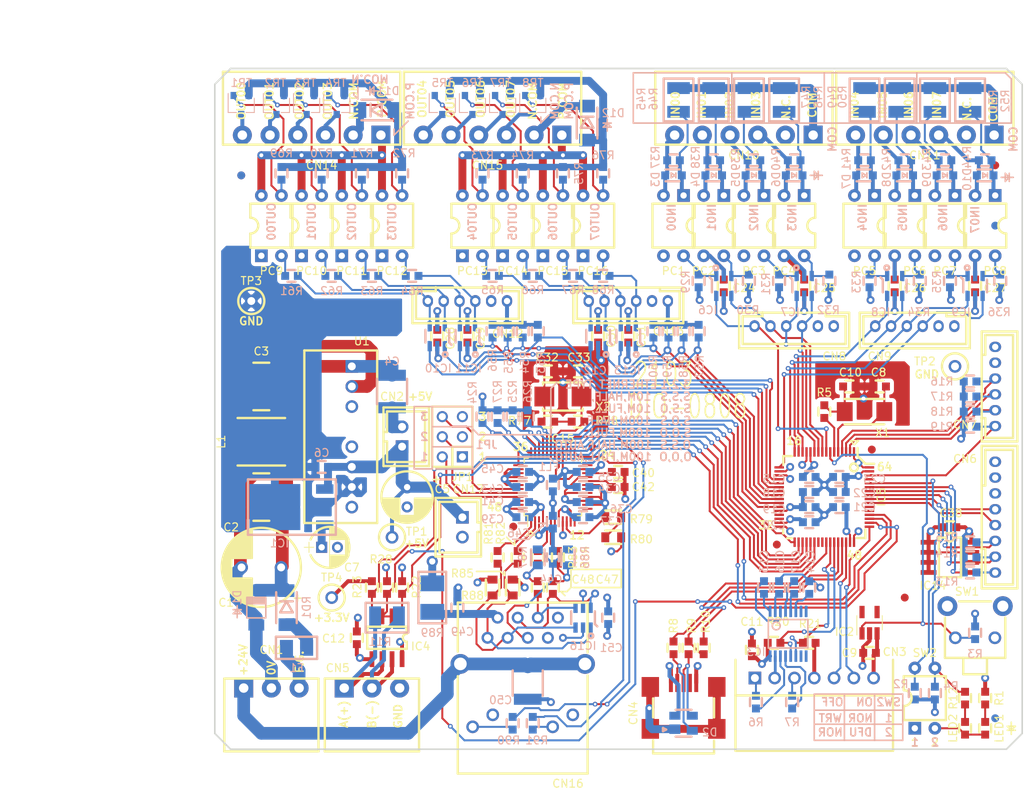
<source format=kicad_pcb>
(kicad_pcb (version 20171130) (host pcbnew "(5.1.10)-1")
  (title_block (title "2102 DIO 0808") (rev 0) (comment 1 "designed by hamayan."))
  (layers (0 F.Cu signal) (1 In1.Cu power hide) (2 In2.Cu power hide) (31 B.Cu signal) (34 B.Paste user hide) (35 F.Paste user hide) (36 B.SilkS user) (37 F.SilkS user) (38 B.Mask user hide) (39 F.Mask user) (44 Edge.Cuts user))
  (net 0 "")
  (net 1 "Net-(C1-Pad1)")
  (net 2 "Net-(C1-Pad2)")
  (net 3 "Net-(C3-Pad1)")
  (net 4 GND)
  (net 5 +5V)
  (net 6 +3V3)
  (net 7 /STM32F103xxx/OSC_IN)
  (net 8 "Net-(C10-Pad1)")
  (net 9 "Net-(C13-Pad1)")
  (net 10 "Net-(C13-Pad2)")
  (net 11 "Net-(C14-Pad1)")
  (net 12 "Net-(C16-Pad1)")
  (net 13 "Net-(C17-Pad1)")
  (net 14 "Net-(C17-Pad2)")
  (net 15 "Net-(C32-Pad1)")
  (net 16 "Net-(C33-Pad1)")
  (net 17 +3.3VA)
  (net 18 "Net-(C40-Pad1)")
  (net 19 "Net-(C42-Pad1)")
  (net 20 "Net-(C44-Pad1)")
  (net 21 /ETHERNET/RD+)
  (net 22 /ETHERNET/RXP)
  (net 23 /ETHERNET/RD-)
  (net 24 /ETHERNET/RXN)
  (net 25 "Net-(C49-Pad1)")
  (net 26 Earth)
  (net 27 "Net-(CN3-Pad1)")
  (net 28 "Net-(CN3-Pad3)")
  (net 29 /STM32F103xxx/SWDIO)
  (net 30 /STM32F103xxx/SWCLK)
  (net 31 "Net-(CN4-Pad1)")
  (net 32 "Net-(CN4-Pad2)")
  (net 33 "Net-(CN4-Pad3)")
  (net 34 "Net-(CN4-Pad4)")
  (net 35 "Net-(CN4-Pad6)")
  (net 36 /STM32F103xxx/TRX+)
  (net 37 /STM32F103xxx/TRX-)
  (net 38 /ETHERNET/SDA1)
  (net 39 /ETHERNET/SCL1)
  (net 40 /STM32F103xxx/LCD_RES)
  (net 41 /STM32F103xxx/ACT_LED)
  (net 42 /STM32F103xxx/RED_LED)
  (net 43 "Net-(CN6-Pad6)")
  (net 44 /STM32F103xxx/DIO0)
  (net 45 /STM32F103xxx/DIO1)
  (net 46 /STM32F103xxx/DIO2)
  (net 47 /STM32F103xxx/DIO3)
  (net 48 /PULSE_INPUT/IN00)
  (net 49 /PULSE_INPUT/IN01)
  (net 50 /PULSE_INPUT/IN02)
  (net 51 /PULSE_INPUT/IN03)
  (net 52 /PULSE_INPUT/IN04)
  (net 53 /PULSE_INPUT/IN05)
  (net 54 /PULSE_INPUT/IN06)
  (net 55 /PULSE_INPUT/IN07)
  (net 56 /PULSE_INPUT/PIN00)
  (net 57 /PULSE_INPUT/PIN01)
  (net 58 /PULSE_INPUT/PIN02)
  (net 59 /PULSE_INPUT/PIN03)
  (net 60 /PULSE_INPUT/PIN04)
  (net 61 /PULSE_INPUT/PIN05)
  (net 62 /PULSE_INPUT/PIN06)
  (net 63 /PULSE_INPUT/PIN07)
  (net 64 /PULSE_OUTPUT/NOUT00)
  (net 65 /PULSE_OUTPUT/NOUT01)
  (net 66 /PULSE_OUTPUT/NOUT02)
  (net 67 /PULSE_OUTPUT/NOUT03)
  (net 68 /PULSE_OUTPUT/NOUT04)
  (net 69 /PULSE_OUTPUT/NOUT05)
  (net 70 /PULSE_OUTPUT/NOUT06)
  (net 71 /PULSE_OUTPUT/NOUT07)
  (net 72 /PULSE_OUTPUT/POUT00)
  (net 73 /PULSE_OUTPUT/POUT01)
  (net 74 /PULSE_OUTPUT/POUT02)
  (net 75 /PULSE_OUTPUT/POUT03)
  (net 76 /PULSE_OUTPUT/POUT04)
  (net 77 /PULSE_OUTPUT/POUT05)
  (net 78 /PULSE_OUTPUT/POUT06)
  (net 79 /PULSE_OUTPUT/POUT07)
  (net 80 /ETHERNET/TXP)
  (net 81 /ETHERNET/TXN)
  (net 82 "Net-(CN16-Pad7)")
  (net 83 "Net-(CN16-Pad9)")
  (net 84 "Net-(CN16-Pad11)")
  (net 85 "Net-(D1-Pad1)")
  (net 86 "Net-(D3-Pad2)")
  (net 87 "Net-(D4-Pad2)")
  (net 88 "Net-(D5-Pad2)")
  (net 89 "Net-(D6-Pad2)")
  (net 90 "Net-(D7-Pad2)")
  (net 91 "Net-(D8-Pad2)")
  (net 92 "Net-(D9-Pad2)")
  (net 93 "Net-(D10-Pad2)")
  (net 94 "Net-(D11-Pad1)")
  (net 95 "Net-(D12-Pad1)")
  (net 96 /STM32F103xxx/nRESET)
  (net 97 "Net-(IC3-Pad7)")
  (net 98 "Net-(IC3-Pad8)")
  (net 99 "Net-(IC3-Pad9)")
  (net 100 "Net-(IC3-Pad10)")
  (net 101 /STM32F103xxx/TXD1)
  (net 102 /STM32F103xxx/RXD1)
  (net 103 /STM32F103xxx/RS_RXD1)
  (net 104 /STM32F103xxx/RS_TXD1)
  (net 105 /STM32F103xxx/RXD4)
  (net 106 /STM32F103xxx/RTS4)
  (net 107 /STM32F103xxx/TXD4)
  (net 108 /STM32F103xxx/OSC_OUT)
  (net 109 /PULSE_OUTPUT/OUT00)
  (net 110 /PULSE_OUTPUT/OUT01)
  (net 111 /PULSE_OUTPUT/OUT02)
  (net 112 /PULSE_OUTPUT/OUT03)
  (net 113 /PULSE_OUTPUT/OUT04)
  (net 114 /PULSE_OUTPUT/OUT05)
  (net 115 /PULSE_OUTPUT/OUT06)
  (net 116 /PULSE_OUTPUT/OUT07)
  (net 117 "Net-(IC5-Pad29)")
  (net 118 "Net-(IC5-Pad30)")
  (net 119 /ETHERNET/W5500_CS)
  (net 120 /ETHERNET/SPI2_SCK)
  (net 121 /ETHERNET/SPI2_MISO)
  (net 122 /ETHERNET/SPI2_MOSI)
  (net 123 /ETHERNET/W5500_RST)
  (net 124 /ETHERNET/W5500_INT)
  (net 125 "Net-(IC5-Pad39)")
  (net 126 "Net-(IC5-Pad40)")
  (net 127 /STM32F103xxx/USBON)
  (net 128 /STM32F103xxx/USBDM)
  (net 129 /STM32F103xxx/USBDP)
  (net 130 "Net-(IC5-Pad53)")
  (net 131 "Net-(IC5-Pad54)")
  (net 132 /STM32F103xxx/BOOT0)
  (net 133 "Net-(IC5-Pad61)")
  (net 134 /PULSE_INPUT/PCIN00)
  (net 135 /PULSE_INPUT/PCIN01)
  (net 136 /PULSE_INPUT/PCIN02)
  (net 137 /PULSE_INPUT/PCIN03)
  (net 138 /PULSE_INPUT/PCIN04)
  (net 139 /PULSE_INPUT/PCIN05)
  (net 140 /PULSE_INPUT/PCIN06)
  (net 141 /PULSE_INPUT/PCIN07)
  (net 142 "Net-(IC15-Pad1)")
  (net 143 "Net-(IC15-Pad2)")
  (net 144 "Net-(IC15-Pad5)")
  (net 145 "Net-(IC15-Pad6)")
  (net 146 "Net-(IC15-Pad7)")
  (net 147 "Net-(IC15-Pad10)")
  (net 148 "Net-(IC15-Pad12)")
  (net 149 "Net-(IC15-Pad13)")
  (net 150 "Net-(IC15-Pad18)")
  (net 151 "Net-(IC15-Pad24)")
  (net 152 /ETHERNET/LINKLED)
  (net 153 "Net-(IC15-Pad26)")
  (net 154 /ETHERNET/ACTLED)
  (net 155 "Net-(IC15-Pad31)")
  (net 156 /ETHERNET/PMODE2)
  (net 157 /ETHERNET/PMODE1)
  (net 158 /ETHERNET/PMODE0)
  (net 159 "Net-(IC15-Pad46)")
  (net 160 "Net-(IC15-Pad47)")
  (net 161 "Net-(LED1-Pad1)")
  (net 162 "Net-(LED2-Pad1)")
  (net 163 "Net-(PC9-Pad3)")
  (net 164 "Net-(PC9-Pad2)")
  (net 165 "Net-(PC10-Pad3)")
  (net 166 "Net-(PC10-Pad2)")
  (net 167 "Net-(PC11-Pad3)")
  (net 168 "Net-(PC11-Pad2)")
  (net 169 "Net-(PC12-Pad3)")
  (net 170 "Net-(PC12-Pad2)")
  (net 171 "Net-(PC13-Pad3)")
  (net 172 "Net-(PC13-Pad2)")
  (net 173 "Net-(PC14-Pad3)")
  (net 174 "Net-(PC14-Pad2)")
  (net 175 "Net-(PC15-Pad3)")
  (net 176 "Net-(PC15-Pad2)")
  (net 177 "Net-(PC16-Pad3)")
  (net 178 "Net-(PC16-Pad2)")
  (net 179 "Net-(R79-Pad2)")
  (net 180 "Net-(U1-Pad3)")
  (net 181 "Net-(U1-Pad5)")
  (net 182 "Net-(U1-Pad8)")
  (net 183 "Net-(CN10-Pad1)")
  (net 184 "Net-(CN10-Pad2)")
  (net 185 "Net-(CN11-Pad1)")
  (net 186 "Net-(CN11-Pad2)")
  (net 187 "Net-(CN14-Pad1)")
  (net 188 "Net-(CN14-Pad2)")
  (net 189 "Net-(CN15-Pad1)")
  (net 190 "Net-(CN15-Pad2)")
  (net 191 "Net-(CN1-Pad3)")
  (module A01myFootPrint:u_RSE-2405SZ_H2 (layer F.Cu) (at 67.31 96.52 270)
    (fp_text reference U1 (at -12.065 -1.27) (layer F.SilkS))
    (fp_text value RSE-2405SZ/H2)
    (pad 1 thru_hole rect (at -8.89 0 270) (size 1.6 1.6) (drill 1) (layers *.Cu *.Mask) (net 2 "Net-(C1-Pad2)"))
    (pad 2 thru_hole circle (at -6.35 0 270) (size 1.6 1.6) (drill 1) (layers *.Cu *.Mask) (net 3 "Net-(C3-Pad1)"))
    (pad 3 thru_hole circle (at -3.81 0 270) (size 1.6 1.6) (drill 1) (layers *.Cu *.Mask) (net 180 "Net-(U1-Pad3)"))
    (pad 5 thru_hole circle (at 1.27 0 270) (size 1.6 1.6) (drill 1) (layers *.Cu *.Mask) (net 181 "Net-(U1-Pad5)"))
    (pad 6 thru_hole circle (at 3.81 0 270) (size 1.6 1.6) (drill 1) (layers *.Cu *.Mask) (net 5 +5V))
    (pad 7 thru_hole circle (at 6.35 0 270) (size 1.6 1.6) (drill 1) (layers *.Cu *.Mask) (net 4 GND))
    (pad 8 thru_hole circle (at 8.89 0 270) (size 1.6 1.6) (drill 1) (layers *.Cu *.Mask) (net 182 "Net-(U1-Pad8)"))
  )
  (module A01myFootPrint:CP_Radial_D10.0mm_P5.00mm (layer F.Cu) (at 55.88 113.03 180)
    (fp_text reference C1 (at 4.445 -4.445 180) (layer F.SilkS))
    (fp_text value 470uF/35V)
    (pad 1 thru_hole circle (at -2.5 0 180) (size 1.6 1.6) (drill 1) (layers *.Cu *.Mask) (net 1 "Net-(C1-Pad1)"))
    (pad 2 thru_hole circle (at 2.5 0 180) (size 1.6 1.6) (drill 1) (layers *.Cu *.Mask) (net 2 "Net-(C1-Pad2)"))
  )
  (module A01myFootPrint:c_KRM55TR71H226MH01K (layer F.Cu) (at 55.88 104.14 180)
    (fp_text reference C2 (at 3.81 -3.81 180) (layer F.SilkS))
    (fp_text value 22uF/50V)
    (pad 1 smd rect (at -2.65 0 180) (size 2.7 5.6) (layers F.Cu F.Paste F.Mask) (net 1 "Net-(C1-Pad1)"))
    (pad 2 smd rect (at 2.65 0 180) (size 2.7 5.6) (layers F.Cu F.Paste F.Mask) (net 2 "Net-(C1-Pad2)"))
  )
  (module A01myFootPrint:c_KRM55TR71H226MH01K (layer F.Cu) (at 55.88 90.17)
    (fp_text reference C3 (at 0 -4.445) (layer F.SilkS))
    (fp_text value 22uF/50V)
    (pad 1 smd rect (at -2.65 0) (size 2.7 5.6) (layers F.Cu F.Paste F.Mask) (net 3 "Net-(C3-Pad1)"))
    (pad 2 smd rect (at 2.65 0) (size 2.7 5.6) (layers F.Cu F.Paste F.Mask) (net 2 "Net-(C1-Pad2)"))
  )
  (module A01myFootPrint:c_4532 (layer B.Cu) (at 72.39 90.805 270)
    (fp_text reference C4 (at -3.81 0) (layer B.SilkS) (effects (justify mirror)))
    (fp_text value 150pF/3KV)
    (pad 1 smd rect (at -2.05 0 270) (size 1.4 3.5) (layers B.Cu B.Paste B.Mask) (net 2 "Net-(C1-Pad2)"))
    (pad 2 smd rect (at 2.05 0 270) (size 1.4 3.5) (layers B.Cu B.Paste B.Mask) (net 4 GND))
  )
  (module A01myFootPrint:CP_Radial_D6.50mm_P2.50mm (layer F.Cu) (at 74.295 104.14 270)
    (fp_text reference C5 (at -1.016 -4.445) (layer F.SilkS))
    (fp_text value 220uF/10V)
    (pad 1 thru_hole circle (at -1.25 0 270) (size 1.4 1.4) (drill 0.8) (layers *.Cu *.Mask) (net 5 +5V))
    (pad 2 thru_hole circle (at 1.25 0 270) (size 1.4 1.4) (drill 0.8) (layers *.Cu *.Mask) (net 4 GND))
  )
  (module A01myFootPrint:C_0603 (layer B.Cu) (at 63.5 100.33 180)
    (fp_text reference C6 (at 0 1.778 180) (layer B.SilkS) (effects (justify mirror)))
    (fp_text value 0.1uF)
    (pad 1 smd rect (at -0.8 0 180) (size 1 1) (layers B.Cu B.Paste B.Mask) (net 5 +5V))
    (pad 2 smd rect (at 0.8 0 180) (size 1 1) (layers B.Cu B.Paste B.Mask) (net 4 GND))
  )
  (module A01myFootPrint:CP_Radial_D5.0mm_P2.00mm (layer F.Cu) (at 63.5 110.49)
    (fp_text reference C7 (at 3.81 2.54) (layer F.SilkS))
    (fp_text value 22uF/16V)
    (pad 1 thru_hole rect (at 0 0) (size 1.4 1.4) (drill 0.8) (layers *.Cu *.Mask) (net 6 +3V3))
    (pad 2 thru_hole circle (at 2 0) (size 1.4 1.4) (drill 0.8) (layers *.Cu *.Mask) (net 4 GND))
  )
  (module A01myFootPrint:C_0603 (layer F.Cu) (at 133.985 90.17 180)
    (fp_text reference C8 (at 0.127 1.778 180) (layer F.SilkS))
    (fp_text value 10pF)
    (pad 1 smd rect (at -0.8 0 180) (size 1 1) (layers F.Cu F.Paste F.Mask) (net 7 /STM32F103xxx/OSC_IN))
    (pad 2 smd rect (at 0.8 0 180) (size 1 1) (layers F.Cu F.Paste F.Mask) (net 4 GND))
  )
  (module A01myFootPrint:C_0603 (layer F.Cu) (at 132.715 123.825)
    (fp_text reference C9 (at -2.54 0) (layer F.SilkS))
    (fp_text value 1uF)
    (pad 1 smd rect (at -0.8 0) (size 1 1) (layers F.Cu F.Paste F.Mask) (net 6 +3V3))
    (pad 2 smd rect (at 0.8 0) (size 1 1) (layers F.Cu F.Paste F.Mask) (net 4 GND))
  )
  (module A01myFootPrint:C_0603 (layer F.Cu) (at 130.175 90.17)
    (fp_text reference C10 (at 0.127 -1.778) (layer F.SilkS))
    (fp_text value 10pF)
    (pad 1 smd rect (at -0.8 0) (size 1 1) (layers F.Cu F.Paste F.Mask) (net 8 "Net-(C10-Pad1)"))
    (pad 2 smd rect (at 0.8 0) (size 1 1) (layers F.Cu F.Paste F.Mask) (net 4 GND))
  )
  (module A01myFootPrint:C_0603 (layer F.Cu) (at 117.856 123.444 90)
    (fp_text reference C11 (at 3.556 0 180) (layer F.SilkS))
    (fp_text value 0.1uF)
    (pad 1 smd rect (at -0.8 0 90) (size 1 1) (layers F.Cu F.Paste F.Mask) (net 6 +3V3))
    (pad 2 smd rect (at 0.8 0 90) (size 1 1) (layers F.Cu F.Paste F.Mask) (net 4 GND))
  )
  (module A01myFootPrint:C_0603 (layer F.Cu) (at 67.945 121.92 270)
    (fp_text reference C12 (at 0.08 2.945) (layer F.SilkS))
    (fp_text value 0.1uF)
    (pad 1 smd rect (at -0.8 0 270) (size 1 1) (layers F.Cu F.Paste F.Mask) (net 6 +3V3))
    (pad 2 smd rect (at 0.8 0 270) (size 1 1) (layers F.Cu F.Paste F.Mask) (net 4 GND))
  )
  (module A01myFootPrint:C_0603 (layer B.Cu) (at 119.38 115.57 90)
    (fp_text reference C13 (at 3.302 0 90) (layer B.SilkS) (effects (justify mirror)))
    (fp_text value 0.1uF)
    (pad 1 smd rect (at -0.8 0 90) (size 1 1) (layers B.Cu B.Paste B.Mask) (net 9 "Net-(C13-Pad1)"))
    (pad 2 smd rect (at 0.8 0 90) (size 1 1) (layers B.Cu B.Paste B.Mask) (net 10 "Net-(C13-Pad2)"))
  )
  (module A01myFootPrint:C_0603 (layer B.Cu) (at 125.095 115.57 90)
    (fp_text reference C14 (at 3.302 0.127 90) (layer B.SilkS) (effects (justify mirror)))
    (fp_text value 0.1uF)
    (pad 1 smd rect (at -0.8 0 90) (size 1 1) (layers B.Cu B.Paste B.Mask) (net 11 "Net-(C14-Pad1)"))
    (pad 2 smd rect (at 0.8 0 90) (size 1 1) (layers B.Cu B.Paste B.Mask) (net 4 GND))
  )
  (module A01myFootPrint:C_0603 (layer B.Cu) (at 125.095 101.6 180)
    (fp_text reference C15 (at 4.445 -0.254 180) (layer B.SilkS) (effects (justify mirror)))
    (fp_text value 0.1uF)
    (pad 1 smd rect (at -0.8 0 180) (size 1 1) (layers B.Cu B.Paste B.Mask) (net 6 +3V3))
    (pad 2 smd rect (at 0.8 0 180) (size 1 1) (layers B.Cu B.Paste B.Mask) (net 4 GND))
  )
  (module A01myFootPrint:C_0603 (layer B.Cu) (at 121.285 115.57 90)
    (fp_text reference C16 (at 3.302 0.127 90) (layer B.SilkS) (effects (justify mirror)))
    (fp_text value 0.1uF)
    (pad 1 smd rect (at -0.8 0 90) (size 1 1) (layers B.Cu B.Paste B.Mask) (net 12 "Net-(C16-Pad1)"))
    (pad 2 smd rect (at 0.8 0 90) (size 1 1) (layers B.Cu B.Paste B.Mask) (net 4 GND))
  )
  (module A01myFootPrint:C_0603 (layer B.Cu) (at 123.19 115.57 270)
    (fp_text reference C17 (at -3.302 -0.254 270) (layer B.SilkS) (effects (justify mirror)))
    (fp_text value 0.1uF)
    (pad 1 smd rect (at -0.8 0 270) (size 1 1) (layers B.Cu B.Paste B.Mask) (net 13 "Net-(C17-Pad1)"))
    (pad 2 smd rect (at 0.8 0 270) (size 1 1) (layers B.Cu B.Paste B.Mask) (net 14 "Net-(C17-Pad2)"))
  )
  (module A01myFootPrint:C_0603 (layer B.Cu) (at 125.095 103.505 180)
    (fp_text reference C18 (at 4.445 -0.127 180) (layer B.SilkS) (effects (justify mirror)))
    (fp_text value 0.1uF)
    (pad 1 smd rect (at -0.8 0 180) (size 1 1) (layers B.Cu B.Paste B.Mask) (net 6 +3V3))
    (pad 2 smd rect (at 0.8 0 180) (size 1 1) (layers B.Cu B.Paste B.Mask) (net 4 GND))
  )
  (module A01myFootPrint:C_0603 (layer B.Cu) (at 125.095 105.41 180)
    (fp_text reference C19 (at 4.445 -0.254 180) (layer B.SilkS) (effects (justify mirror)))
    (fp_text value 0.1uF)
    (pad 1 smd rect (at -0.8 0 180) (size 1 1) (layers B.Cu B.Paste B.Mask) (net 6 +3V3))
    (pad 2 smd rect (at 0.8 0 180) (size 1 1) (layers B.Cu B.Paste B.Mask) (net 4 GND))
  )
  (module A01myFootPrint:C_0603 (layer B.Cu) (at 125.095 107.315 180)
    (fp_text reference C20 (at 4.445 -0.381 180) (layer B.SilkS) (effects (justify mirror)))
    (fp_text value 0.1uF)
    (pad 1 smd rect (at -0.8 0 180) (size 1 1) (layers B.Cu B.Paste B.Mask) (net 6 +3V3))
    (pad 2 smd rect (at 0.8 0 180) (size 1 1) (layers B.Cu B.Paste B.Mask) (net 4 GND))
  )
  (module A01myFootPrint:C_0603 (layer B.Cu) (at 128.905 105.41)
    (fp_text reference C21 (at 3.175 0) (layer B.SilkS) (effects (justify mirror)))
    (fp_text value 0.1uF)
    (pad 1 smd rect (at -0.8 0) (size 1 1) (layers B.Cu B.Paste B.Mask) (net 6 +3V3))
    (pad 2 smd rect (at 0.8 0) (size 1 1) (layers B.Cu B.Paste B.Mask) (net 4 GND))
  )
  (module A01myFootPrint:C_0603 (layer B.Cu) (at 128.905 103.505)
    (fp_text reference C22 (at 3.175 0.127) (layer B.SilkS) (effects (justify mirror)))
    (fp_text value 0.1uF)
    (pad 1 smd rect (at -0.8 0) (size 1 1) (layers B.Cu B.Paste B.Mask) (net 6 +3V3))
    (pad 2 smd rect (at 0.8 0) (size 1 1) (layers B.Cu B.Paste B.Mask) (net 4 GND))
  )
  (module A01myFootPrint:C_0603 (layer B.Cu) (at 128.905 101.6)
    (fp_text reference C23 (at 4.445 0.254) (layer B.SilkS) (effects (justify mirror)))
    (fp_text value 4.7uF)
    (pad 1 smd rect (at -0.8 0) (size 1 1) (layers B.Cu B.Paste B.Mask) (net 6 +3V3))
    (pad 2 smd rect (at 0.8 0) (size 1 1) (layers B.Cu B.Paste B.Mask) (net 4 GND))
  )
  (module A01myFootPrint:C_0603 (layer F.Cu) (at 114.3 77.47 90)
    (fp_text reference C24 (at -0.254 2.54 180) (layer F.SilkS))
    (fp_text value 0.1uF)
    (pad 1 smd rect (at -0.8 0 90) (size 1 1) (layers F.Cu F.Paste F.Mask) (net 6 +3V3))
    (pad 2 smd rect (at 0.8 0 90) (size 1 1) (layers F.Cu F.Paste F.Mask) (net 4 GND))
  )
  (module A01myFootPrint:C_0603 (layer F.Cu) (at 124.46 77.47 90)
    (fp_text reference C25 (at -0.254 2.54 180) (layer F.SilkS))
    (fp_text value 0.1uF)
    (pad 1 smd rect (at -0.8 0 90) (size 1 1) (layers F.Cu F.Paste F.Mask) (net 6 +3V3))
    (pad 2 smd rect (at 0.8 0 90) (size 1 1) (layers F.Cu F.Paste F.Mask) (net 4 GND))
  )
  (module A01myFootPrint:C_0603 (layer F.Cu) (at 135.89 77.47 90)
    (fp_text reference C26 (at -0.254 2.54 180) (layer F.SilkS))
    (fp_text value 0.1uF)
    (pad 1 smd rect (at -0.8 0 90) (size 1 1) (layers F.Cu F.Paste F.Mask) (net 6 +3V3))
    (pad 2 smd rect (at 0.8 0 90) (size 1 1) (layers F.Cu F.Paste F.Mask) (net 4 GND))
  )
  (module A01myFootPrint:C_0603 (layer F.Cu) (at 146.05 77.47 90)
    (fp_text reference C27 (at -0.254 2.54 180) (layer F.SilkS))
    (fp_text value 0.1uF)
    (pad 1 smd rect (at -0.8 0 90) (size 1 1) (layers F.Cu F.Paste F.Mask) (net 6 +3V3))
    (pad 2 smd rect (at 0.8 0 90) (size 1 1) (layers F.Cu F.Paste F.Mask) (net 4 GND))
  )
  (module A01myFootPrint:C_0603 (layer F.Cu) (at 78.105 83.82 270)
    (fp_text reference C28 (at 0.254 -1.651 270) (layer F.SilkS))
    (fp_text value 0.1uF)
    (pad 1 smd rect (at -0.8 0 270) (size 1 1) (layers F.Cu F.Paste F.Mask) (net 6 +3V3))
    (pad 2 smd rect (at 0.8 0 270) (size 1 1) (layers F.Cu F.Paste F.Mask) (net 4 GND))
  )
  (module A01myFootPrint:C_0603 (layer F.Cu) (at 81.915 83.82 270)
    (fp_text reference C29 (at 0.254 -1.651 270) (layer F.SilkS))
    (fp_text value 0.1uF)
    (pad 1 smd rect (at -0.8 0 270) (size 1 1) (layers F.Cu F.Paste F.Mask) (net 6 +3V3))
    (pad 2 smd rect (at 0.8 0 270) (size 1 1) (layers F.Cu F.Paste F.Mask) (net 4 GND))
  )
  (module A01myFootPrint:C_0603 (layer F.Cu) (at 98.425 83.82 270)
    (fp_text reference C30 (at 0 -1.651 270) (layer F.SilkS))
    (fp_text value 0.1uF)
    (pad 1 smd rect (at -0.8 0 270) (size 1 1) (layers F.Cu F.Paste F.Mask) (net 6 +3V3))
    (pad 2 smd rect (at 0.8 0 270) (size 1 1) (layers F.Cu F.Paste F.Mask) (net 4 GND))
  )
  (module A01myFootPrint:C_0603 (layer F.Cu) (at 102.235 83.82 270)
    (fp_text reference C31 (at 0 -1.651 270) (layer F.SilkS))
    (fp_text value 0.1uF)
    (pad 1 smd rect (at -0.8 0 270) (size 1 1) (layers F.Cu F.Paste F.Mask) (net 6 +3V3))
    (pad 2 smd rect (at 0.8 0 270) (size 1 1) (layers F.Cu F.Paste F.Mask) (net 4 GND))
  )
  (module A01myFootPrint:C_0603 (layer F.Cu) (at 92.075 88.265)
    (fp_text reference C32 (at -0.075 -1.765) (layer F.SilkS))
    (fp_text value 13pF)
    (pad 1 smd rect (at -0.8 0) (size 1 1) (layers F.Cu F.Paste F.Mask) (net 15 "Net-(C32-Pad1)"))
    (pad 2 smd rect (at 0.8 0) (size 1 1) (layers F.Cu F.Paste F.Mask) (net 4 GND))
  )
  (module A01myFootPrint:C_0603 (layer F.Cu) (at 95.885 88.265 180)
    (fp_text reference C33 (at -0.115 1.765 180) (layer F.SilkS))
    (fp_text value 13pF)
    (pad 1 smd rect (at -0.8 0 180) (size 1 1) (layers F.Cu F.Paste F.Mask) (net 16 "Net-(C33-Pad1)"))
    (pad 2 smd rect (at 0.8 0 180) (size 1 1) (layers F.Cu F.Paste F.Mask) (net 4 GND))
  )
  (module A01myFootPrint:C_0603 (layer B.Cu) (at 96.52 102.87)
    (fp_text reference C34 (at 3.302 0.254) (layer B.SilkS) (effects (justify mirror)))
    (fp_text value 4.7uF)
    (pad 1 smd rect (at -0.8 0) (size 1 1) (layers B.Cu B.Paste B.Mask) (net 6 +3V3))
    (pad 2 smd rect (at 0.8 0) (size 1 1) (layers B.Cu B.Paste B.Mask) (net 4 GND))
  )
  (module A01myFootPrint:C_0603 (layer B.Cu) (at 96.52 100.965)
    (fp_text reference C35 (at 3.302 0.635) (layer B.SilkS) (effects (justify mirror)))
    (fp_text value 0.1uF)
    (pad 1 smd rect (at -0.8 0) (size 1 1) (layers B.Cu B.Paste B.Mask) (net 6 +3V3))
    (pad 2 smd rect (at 0.8 0) (size 1 1) (layers B.Cu B.Paste B.Mask) (net 4 GND))
  )
  (module A01myFootPrint:C_0603 (layer B.Cu) (at 96.52 104.775)
    (fp_text reference C36 (at 4.826 0.889) (layer B.SilkS) (effects (justify mirror)))
    (fp_text value 0.1uF)
    (pad 1 smd rect (at -0.8 0) (size 1 1) (layers B.Cu B.Paste B.Mask) (net 17 +3.3VA))
    (pad 2 smd rect (at 0.8 0) (size 1 1) (layers B.Cu B.Paste B.Mask) (net 4 GND))
  )
  (module A01myFootPrint:C_0603 (layer B.Cu) (at 96.52 106.68)
    (fp_text reference C37 (at 3.556 0.508) (layer B.SilkS) (effects (justify mirror)))
    (fp_text value 0.1uF)
    (pad 1 smd rect (at -0.8 0) (size 1 1) (layers B.Cu B.Paste B.Mask) (net 17 +3.3VA))
    (pad 2 smd rect (at 0.8 0) (size 1 1) (layers B.Cu B.Paste B.Mask) (net 4 GND))
  )
  (module A01myFootPrint:C_0603 (layer F.Cu) (at 142.875 107.95 180)
    (fp_text reference C38 (at -0.127 1.778 180) (layer F.SilkS))
    (fp_text value 0.1uF)
    (pad 1 smd rect (at -0.8 0 180) (size 1 1) (layers F.Cu F.Paste F.Mask) (net 6 +3V3))
    (pad 2 smd rect (at 0.8 0 180) (size 1 1) (layers F.Cu F.Paste F.Mask) (net 4 GND))
  )
  (module A01myFootPrint:C_0603 (layer B.Cu) (at 88.9 106.68 180)
    (fp_text reference C39 (at 3.81 -0.254 180) (layer B.SilkS) (effects (justify mirror)))
    (fp_text value 0.1uF)
    (pad 1 smd rect (at -0.8 0 180) (size 1 1) (layers B.Cu B.Paste B.Mask) (net 17 +3.3VA))
    (pad 2 smd rect (at 0.8 0 180) (size 1 1) (layers B.Cu B.Paste B.Mask) (net 4 GND))
  )
  (module A01myFootPrint:C_0603 (layer F.Cu) (at 100.965 100.965)
    (fp_text reference C40 (at 3.175 0.127) (layer F.SilkS))
    (fp_text value 0.01uF)
    (pad 1 smd rect (at -0.8 0) (size 1 1) (layers F.Cu F.Paste F.Mask) (net 18 "Net-(C40-Pad1)"))
    (pad 2 smd rect (at 0.8 0) (size 1 1) (layers F.Cu F.Paste F.Mask) (net 4 GND))
  )
  (module A01myFootPrint:C_0603 (layer B.Cu) (at 88.9 104.775 180)
    (fp_text reference C41 (at 3.81 0.127 180) (layer B.SilkS) (effects (justify mirror)))
    (fp_text value 0.1uF)
    (pad 1 smd rect (at -0.8 0 180) (size 1 1) (layers B.Cu B.Paste B.Mask) (net 17 +3.3VA))
    (pad 2 smd rect (at 0.8 0 180) (size 1 1) (layers B.Cu B.Paste B.Mask) (net 4 GND))
  )
  (module A01myFootPrint:C_0603 (layer F.Cu) (at 100.965 102.87)
    (fp_text reference C42 (at 3.175 0) (layer F.SilkS))
    (fp_text value 4.7uF)
    (pad 1 smd rect (at -0.8 0) (size 1 1) (layers F.Cu F.Paste F.Mask) (net 19 "Net-(C42-Pad1)"))
    (pad 2 smd rect (at 0.8 0) (size 1 1) (layers F.Cu F.Paste F.Mask) (net 4 GND))
  )
  (module A01myFootPrint:C_0603 (layer B.Cu) (at 88.9 102.87 180)
    (fp_text reference C43 (at 3.81 -0.254 180) (layer B.SilkS) (effects (justify mirror)))
    (fp_text value 0.1uF)
    (pad 1 smd rect (at -0.8 0 180) (size 1 1) (layers B.Cu B.Paste B.Mask) (net 17 +3.3VA))
    (pad 2 smd rect (at 0.8 0 180) (size 1 1) (layers B.Cu B.Paste B.Mask) (net 4 GND))
  )
  (module A01myFootPrint:C_0603 (layer B.Cu) (at 92.71 111.76 90)
    (fp_text reference C44 (at -2.794 -0.254 180) (layer B.SilkS) (effects (justify mirror)))
    (fp_text value 0.01uF)
    (pad 1 smd rect (at -0.8 0 90) (size 1 1) (layers B.Cu B.Paste B.Mask) (net 20 "Net-(C44-Pad1)"))
    (pad 2 smd rect (at 0.8 0 90) (size 1 1) (layers B.Cu B.Paste B.Mask) (net 4 GND))
  )
  (module A01myFootPrint:C_0603 (layer B.Cu) (at 88.9 100.965 180)
    (fp_text reference C45 (at 3.81 0.381 180) (layer B.SilkS) (effects (justify mirror)))
    (fp_text value 0.1uF)
    (pad 1 smd rect (at -0.8 0 180) (size 1 1) (layers B.Cu B.Paste B.Mask) (net 17 +3.3VA))
    (pad 2 smd rect (at 0.8 0 180) (size 1 1) (layers B.Cu B.Paste B.Mask) (net 4 GND))
  )
  (module A01myFootPrint:C_0603 (layer B.Cu) (at 92.71 107.315 270)
    (fp_text reference C46 (at 1.397 4.318) (layer B.SilkS) (effects (justify mirror)))
    (fp_text value 4.7uF)
    (pad 1 smd rect (at -0.8 0 270) (size 1 1) (layers B.Cu B.Paste B.Mask) (net 17 +3.3VA))
    (pad 2 smd rect (at 0.8 0 270) (size 1 1) (layers B.Cu B.Paste B.Mask) (net 4 GND))
  )
  (module A01myFootPrint:C_0603 (layer F.Cu) (at 92.71 115.57 90)
    (fp_text reference C47 (at 1.016 6.858 180) (layer F.SilkS))
    (fp_text value 6800pF)
    (pad 1 smd rect (at -0.8 0 90) (size 1 1) (layers F.Cu F.Paste F.Mask) (net 21 /ETHERNET/RD+))
    (pad 2 smd rect (at 0.8 0 90) (size 1 1) (layers F.Cu F.Paste F.Mask) (net 22 /ETHERNET/RXP))
  )
  (module A01myFootPrint:C_0603 (layer F.Cu) (at 90.805 115.57 90)
    (fp_text reference C48 (at 1.016 5.715 180) (layer F.SilkS))
    (fp_text value 6800pF)
    (pad 1 smd rect (at -0.8 0 90) (size 1 1) (layers F.Cu F.Paste F.Mask) (net 23 /ETHERNET/RD-))
    (pad 2 smd rect (at 0.8 0 90) (size 1 1) (layers F.Cu F.Paste F.Mask) (net 24 /ETHERNET/RXN))
  )
  (module A01myFootPrint:C_0603 (layer B.Cu) (at 80.645 118.11 90)
    (fp_text reference C49 (at -3.048 0.635 180) (layer B.SilkS) (effects (justify mirror)))
    (fp_text value 22000pF)
    (pad 1 smd rect (at -0.8 0 90) (size 1 1) (layers B.Cu B.Paste B.Mask) (net 25 "Net-(C49-Pad1)"))
    (pad 2 smd rect (at 0.8 0 90) (size 1 1) (layers B.Cu B.Paste B.Mask) (net 4 GND))
  )
  (module A01myFootPrint:c_4532 (layer B.Cu) (at 89.535 127.635 270)
    (fp_text reference C50 (at 2.159 3.429) (layer B.SilkS) (effects (justify mirror)))
    (fp_text value 1000pF/3kV)
    (pad 1 smd rect (at -2.05 0 270) (size 1.4 3.5) (layers B.Cu B.Paste B.Mask) (net 26 Earth))
    (pad 2 smd rect (at 2.05 0 270) (size 1.4 3.5) (layers B.Cu B.Paste B.Mask) (net 4 GND))
  )
  (module A01myFootPrint:C_0603 (layer B.Cu) (at 99.695 119.38 270)
    (fp_text reference C51 (at 3.81 -0.381) (layer B.SilkS) (effects (justify mirror)))
    (fp_text value 0.1uF)
    (pad 1 smd rect (at -0.8 0 270) (size 1 1) (layers B.Cu B.Paste B.Mask) (net 17 +3.3VA))
    (pad 2 smd rect (at 0.8 0 270) (size 1 1) (layers B.Cu B.Paste B.Mask) (net 4 GND))
  )
  (module A01myFootPrint:cn_1844223 (layer F.Cu) (at 57.15 128.27)
    (fp_text reference CN1 (at 0 -4.826 180) (layer F.SilkS))
    (fp_text value 1844223)
    (pad 1 thru_hole rect (at -3.5 0) (size 2.4 2.4) (drill 1.2) (layers *.Cu *.Mask) (net 26 Earth))
    (pad 2 thru_hole circle (at 0 0) (size 2.4 2.4) (drill 1.2) (layers *.Cu *.Mask) (net 2 "Net-(C1-Pad2)"))
    (pad 3 thru_hole circle (at 3.5 0) (size 2.4 2.4) (drill 1.2) (layers *.Cu *.Mask) (net 191 "Net-(CN1-Pad3)"))
  )
  (module A01myFootPrint:cn_B2B-XH-A (layer F.Cu) (at 73.66 96.52 90)
    (fp_text reference CN2 (at 5.08 -1.27 180) (layer F.SilkS))
    (fp_text value B2B-XH-A)
    (pad 1 thru_hole rect (at -1.25 0 90) (size 1.6 1.6) (drill 1) (layers *.Cu *.Mask) (net 5 +5V))
    (pad 2 thru_hole circle (at 1.25 0 90) (size 1.6 1.6) (drill 1) (layers *.Cu *.Mask) (net 4 GND))
  )
  (module A01myFootPrint:cn_S7B-XH-A (layer F.Cu) (at 125.73 127)
    (fp_text reference CN3 (at 10.16 -3.302) (layer F.SilkS))
    (fp_text value S7B-XH-A)
    (pad 1 thru_hole rect (at -7.5 0) (size 1.6 1.6) (drill 1) (layers *.Cu *.Mask) (net 27 "Net-(CN3-Pad1)"))
    (pad 2 thru_hole circle (at -5 0) (size 1.6 1.6) (drill 1) (layers *.Cu *.Mask) (net 4 GND))
    (pad 3 thru_hole circle (at -2.5 0) (size 1.6 1.6) (drill 1) (layers *.Cu *.Mask) (net 28 "Net-(CN3-Pad3)"))
    (pad 4 thru_hole circle (at 0 0) (size 1.6 1.6) (drill 1) (layers *.Cu *.Mask) (net 6 +3V3))
    (pad 5 thru_hole circle (at 2.5 0) (size 1.6 1.6) (drill 1) (layers *.Cu *.Mask) (net 29 /STM32F103xxx/SWDIO))
    (pad 6 thru_hole circle (at 5 0) (size 1.6 1.6) (drill 1) (layers *.Cu *.Mask) (net 30 /STM32F103xxx/SWCLK))
    (pad 7 thru_hole circle (at 7.5 0) (size 1.6 1.6) (drill 1) (layers *.Cu *.Mask) (net 4 GND))
  )
  (module A01myFootPrint:cn_UX60-MB-5ST (layer F.Cu) (at 109.22 136.525 90)
    (fp_text reference CN4 (at 5.08 -6.35 90) (layer F.SilkS))
    (fp_text value UX60A-MB-5ST)
    (pad 1 smd rect (at 8.9 -1.6 90) (size 2.3 0.5) (layers F.Cu F.Paste F.Mask) (net 31 "Net-(CN4-Pad1)"))
    (pad 2 smd rect (at 8.9 -0.8 90) (size 2.3 0.5) (layers F.Cu F.Paste F.Mask) (net 32 "Net-(CN4-Pad2)"))
    (pad 3 smd rect (at 8.9 0 90) (size 2.3 0.5) (layers F.Cu F.Paste F.Mask) (net 33 "Net-(CN4-Pad3)"))
    (pad 4 smd rect (at 8.9 0.8 90) (size 2.3 0.5) (layers F.Cu F.Paste F.Mask) (net 34 "Net-(CN4-Pad4)"))
    (pad 5 smd rect (at 8.9 1.6 90) (size 2.3 0.5) (layers F.Cu F.Paste F.Mask) (net 4 GND))
    (pad 6 smd rect (at 8.4 -4.2 90) (size 2.5 2.2) (layers F.Cu F.Paste F.Mask) (net 35 "Net-(CN4-Pad6)"))
    (pad 6 smd rect (at 3.1 -4.2 90) (size 2.5 2.2) (layers F.Cu F.Paste F.Mask) (net 35 "Net-(CN4-Pad6)"))
    (pad 6 smd rect (at 8.4 4.2 90) (size 2.5 2.2) (layers F.Cu F.Paste F.Mask) (net 35 "Net-(CN4-Pad6)"))
    (pad 6 smd rect (at 3.1 4.2 90) (size 2.5 2.2) (layers F.Cu F.Paste F.Mask) (net 35 "Net-(CN4-Pad6)"))
    (pad "" np_thru_hole circle (at 6.4 -1.75 90) (size 0.9 0.9) (drill 0.9) (layers *.Cu *.Mask))
    (pad "" np_thru_hole circle (at 6.4 1.75 90) (size 0.9 0.9) (drill 0.9) (layers *.Cu *.Mask))
  )
  (module A01myFootPrint:cn_1844223 (layer F.Cu) (at 69.85 128.27)
    (fp_text reference CN5 (at -4.318 -2.54) (layer F.SilkS))
    (fp_text value 1844223)
    (pad 1 thru_hole rect (at -3.5 0) (size 2.4 2.4) (drill 1.2) (layers *.Cu *.Mask) (net 36 /STM32F103xxx/TRX+))
    (pad 2 thru_hole circle (at 0 0) (size 2.4 2.4) (drill 1.2) (layers *.Cu *.Mask) (net 37 /STM32F103xxx/TRX-))
    (pad 3 thru_hole circle (at 3.5 0) (size 2.4 2.4) (drill 1.2) (layers *.Cu *.Mask) (net 4 GND))
  )
  (module A01myFootPrint:cn_B8B-PH-K-S (layer F.Cu) (at 148.59 106.68 90)
    (fp_text reference CN6 (at 7.366 -3.81 180) (layer F.SilkS))
    (fp_text value B8B-PH-K-S)
    (pad 1 thru_hole oval (at -7 0 90) (size 1.3 1.5) (drill 0.8) (layers *.Cu *.Mask) (net 38 /ETHERNET/SDA1))
    (pad 2 thru_hole oval (at -5 0 90) (size 1.3 1.5) (drill 0.8) (layers *.Cu *.Mask) (net 39 /ETHERNET/SCL1))
    (pad 3 thru_hole oval (at -3 0 90) (size 1.3 1.5) (drill 0.8) (layers *.Cu *.Mask) (net 40 /STM32F103xxx/LCD_RES))
    (pad 4 thru_hole oval (at -1 0 90) (size 1.3 1.5) (drill 0.8) (layers *.Cu *.Mask) (net 42 /STM32F103xxx/RED_LED))
    (pad 5 thru_hole oval (at 1 0 90) (size 1.3 1.5) (drill 0.8) (layers *.Cu *.Mask) (net 41 /STM32F103xxx/ACT_LED))
    (pad 6 thru_hole oval (at 3 0 90) (size 1.3 1.5) (drill 0.8) (layers *.Cu *.Mask) (net 43 "Net-(CN6-Pad6)"))
    (pad 7 thru_hole oval (at 5 0 90) (size 1.3 1.5) (drill 0.8) (layers *.Cu *.Mask) (net 6 +3V3))
    (pad 8 thru_hole oval (at 7 0 90) (size 1.3 1.5) (drill 0.8) (layers *.Cu *.Mask) (net 4 GND))
  )
  (module A01myFootPrint:cn_B6B-PH-K-S (layer F.Cu) (at 148.59 90.17 90)
    (fp_text reference CN7 (at -4.826 -3.81 180) (layer F.SilkS))
    (fp_text value B6B-PH-K-S)
    (pad 1 thru_hole oval (at -5 0 90) (size 1.3 1.5) (drill 0.8) (layers *.Cu *.Mask) (net 44 /STM32F103xxx/DIO0))
    (pad 2 thru_hole oval (at -3 0 90) (size 1.3 1.5) (drill 0.8) (layers *.Cu *.Mask) (net 45 /STM32F103xxx/DIO1))
    (pad 3 thru_hole oval (at -1 0 90) (size 1.3 1.5) (drill 0.8) (layers *.Cu *.Mask) (net 46 /STM32F103xxx/DIO2))
    (pad 4 thru_hole oval (at 1 0 90) (size 1.3 1.5) (drill 0.8) (layers *.Cu *.Mask) (net 47 /STM32F103xxx/DIO3))
    (pad 5 thru_hole oval (at 3 0 90) (size 1.3 1.5) (drill 0.8) (layers *.Cu *.Mask) (net 6 +3V3))
    (pad 6 thru_hole oval (at 5 0 90) (size 1.3 1.5) (drill 0.8) (layers *.Cu *.Mask) (net 4 GND))
  )
  (module A01myFootPrint:cn_B6B-PH-K-S (layer F.Cu) (at 123.19 82.55)
    (fp_text reference CN8 (at 5.08 3.81) (layer F.SilkS))
    (fp_text value B6B-PH-K-S)
    (pad 1 thru_hole oval (at -5 0) (size 1.3 1.5) (drill 0.8) (layers *.Cu *.Mask) (net 48 /PULSE_INPUT/IN00))
    (pad 2 thru_hole oval (at -3 0) (size 1.3 1.5) (drill 0.8) (layers *.Cu *.Mask) (net 49 /PULSE_INPUT/IN01))
    (pad 3 thru_hole oval (at -1 0) (size 1.3 1.5) (drill 0.8) (layers *.Cu *.Mask) (net 50 /PULSE_INPUT/IN02))
    (pad 4 thru_hole oval (at 1 0) (size 1.3 1.5) (drill 0.8) (layers *.Cu *.Mask) (net 51 /PULSE_INPUT/IN03))
    (pad 5 thru_hole oval (at 3 0) (size 1.3 1.5) (drill 0.8) (layers *.Cu *.Mask) (net 6 +3V3))
    (pad 6 thru_hole oval (at 5 0) (size 1.3 1.5) (drill 0.8) (layers *.Cu *.Mask) (net 4 GND))
  )
  (module A01myFootPrint:cn_B6B-PH-K-S (layer F.Cu) (at 138.43 82.55)
    (fp_text reference CN9 (at -4.445 3.81) (layer F.SilkS))
    (fp_text value B6B-PH-K-S)
    (pad 1 thru_hole oval (at -5 0) (size 1.3 1.5) (drill 0.8) (layers *.Cu *.Mask) (net 52 /PULSE_INPUT/IN04))
    (pad 2 thru_hole oval (at -3 0) (size 1.3 1.5) (drill 0.8) (layers *.Cu *.Mask) (net 53 /PULSE_INPUT/IN05))
    (pad 3 thru_hole oval (at -1 0) (size 1.3 1.5) (drill 0.8) (layers *.Cu *.Mask) (net 54 /PULSE_INPUT/IN06))
    (pad 4 thru_hole oval (at 1 0) (size 1.3 1.5) (drill 0.8) (layers *.Cu *.Mask) (net 55 /PULSE_INPUT/IN07))
    (pad 5 thru_hole oval (at 3 0) (size 1.3 1.5) (drill 0.8) (layers *.Cu *.Mask) (net 6 +3V3))
    (pad 6 thru_hole oval (at 5 0) (size 1.3 1.5) (drill 0.8) (layers *.Cu *.Mask) (net 4 GND))
  )
  (module A01myFootPrint:cn_1844252 (layer F.Cu) (at 116.84 58.42 180)
    (fp_text reference CN10 (at 0 -2.54 180) (layer F.SilkS))
    (fp_text value 1844252)
    (pad 1 thru_hole rect (at -8.75 0 180) (size 2.4 2.4) (drill 1.2) (layers *.Cu *.Mask) (net 183 "Net-(CN10-Pad1)"))
    (pad 2 thru_hole circle (at -5.25 0 180) (size 2.4 2.4) (drill 1.2) (layers *.Cu *.Mask) (net 184 "Net-(CN10-Pad2)"))
    (pad 3 thru_hole circle (at -1.75 0 180) (size 2.4 2.4) (drill 1.2) (layers *.Cu *.Mask) (net 59 /PULSE_INPUT/PIN03))
    (pad 4 thru_hole circle (at 1.75 0 180) (size 2.4 2.4) (drill 1.2) (layers *.Cu *.Mask) (net 58 /PULSE_INPUT/PIN02))
    (pad 5 thru_hole circle (at 5.25 0 180) (size 2.4 2.4) (drill 1.2) (layers *.Cu *.Mask) (net 57 /PULSE_INPUT/PIN01))
    (pad 6 thru_hole circle (at 8.75 0 180) (size 2.4 2.4) (drill 1.2) (layers *.Cu *.Mask) (net 56 /PULSE_INPUT/PIN00))
  )
  (module A01myFootPrint:cn_1844252 (layer F.Cu) (at 139.7 58.42 180)
    (fp_text reference CN11 (at 0 -2.54 180) (layer F.SilkS))
    (fp_text value 1844252)
    (pad 1 thru_hole rect (at -8.75 0 180) (size 2.4 2.4) (drill 1.2) (layers *.Cu *.Mask) (net 185 "Net-(CN11-Pad1)"))
    (pad 2 thru_hole circle (at -5.25 0 180) (size 2.4 2.4) (drill 1.2) (layers *.Cu *.Mask) (net 186 "Net-(CN11-Pad2)"))
    (pad 3 thru_hole circle (at -1.75 0 180) (size 2.4 2.4) (drill 1.2) (layers *.Cu *.Mask) (net 63 /PULSE_INPUT/PIN07))
    (pad 4 thru_hole circle (at 1.75 0 180) (size 2.4 2.4) (drill 1.2) (layers *.Cu *.Mask) (net 62 /PULSE_INPUT/PIN06))
    (pad 5 thru_hole circle (at 5.25 0 180) (size 2.4 2.4) (drill 1.2) (layers *.Cu *.Mask) (net 61 /PULSE_INPUT/PIN05))
    (pad 6 thru_hole circle (at 8.75 0 180) (size 2.4 2.4) (drill 1.2) (layers *.Cu *.Mask) (net 60 /PULSE_INPUT/PIN04))
  )
  (module A01myFootPrint:cn_B6B-PH-K-S (layer F.Cu) (at 81.915 79.375)
    (fp_text reference CN12 (at 5.085 4.125) (layer F.SilkS))
    (fp_text value B6B-PH-K-S)
    (pad 1 thru_hole oval (at -5 0) (size 1.3 1.5) (drill 0.8) (layers *.Cu *.Mask) (net 64 /PULSE_OUTPUT/NOUT00))
    (pad 2 thru_hole oval (at -3 0) (size 1.3 1.5) (drill 0.8) (layers *.Cu *.Mask) (net 65 /PULSE_OUTPUT/NOUT01))
    (pad 3 thru_hole oval (at -1 0) (size 1.3 1.5) (drill 0.8) (layers *.Cu *.Mask) (net 66 /PULSE_OUTPUT/NOUT02))
    (pad 4 thru_hole oval (at 1 0) (size 1.3 1.5) (drill 0.8) (layers *.Cu *.Mask) (net 67 /PULSE_OUTPUT/NOUT03))
    (pad 5 thru_hole oval (at 3 0) (size 1.3 1.5) (drill 0.8) (layers *.Cu *.Mask) (net 6 +3V3))
    (pad 6 thru_hole oval (at 5 0) (size 1.3 1.5) (drill 0.8) (layers *.Cu *.Mask) (net 4 GND))
  )
  (module A01myFootPrint:cn_B6B-PH-K-S (layer F.Cu) (at 102.235 79.375)
    (fp_text reference CN13 (at 5.08 3.81) (layer F.SilkS))
    (fp_text value B6B-PH-K-S)
    (pad 1 thru_hole oval (at -5 0) (size 1.3 1.5) (drill 0.8) (layers *.Cu *.Mask) (net 68 /PULSE_OUTPUT/NOUT04))
    (pad 2 thru_hole oval (at -3 0) (size 1.3 1.5) (drill 0.8) (layers *.Cu *.Mask) (net 69 /PULSE_OUTPUT/NOUT05))
    (pad 3 thru_hole oval (at -1 0) (size 1.3 1.5) (drill 0.8) (layers *.Cu *.Mask) (net 70 /PULSE_OUTPUT/NOUT06))
    (pad 4 thru_hole oval (at 1 0) (size 1.3 1.5) (drill 0.8) (layers *.Cu *.Mask) (net 71 /PULSE_OUTPUT/NOUT07))
    (pad 5 thru_hole oval (at 3 0) (size 1.3 1.5) (drill 0.8) (layers *.Cu *.Mask) (net 6 +3V3))
    (pad 6 thru_hole oval (at 5 0) (size 1.3 1.5) (drill 0.8) (layers *.Cu *.Mask) (net 4 GND))
  )
  (module A01myFootPrint:cn_1844252 (layer F.Cu) (at 62.23 58.42 180)
    (fp_text reference CN14 (at -1.27 -3.81 180) (layer F.SilkS))
    (fp_text value 1844252)
    (pad 1 thru_hole rect (at -8.75 0 180) (size 2.4 2.4) (drill 1.2) (layers *.Cu *.Mask) (net 187 "Net-(CN14-Pad1)"))
    (pad 2 thru_hole circle (at -5.25 0 180) (size 2.4 2.4) (drill 1.2) (layers *.Cu *.Mask) (net 188 "Net-(CN14-Pad2)"))
    (pad 3 thru_hole circle (at -1.75 0 180) (size 2.4 2.4) (drill 1.2) (layers *.Cu *.Mask) (net 75 /PULSE_OUTPUT/POUT03))
    (pad 4 thru_hole circle (at 1.75 0 180) (size 2.4 2.4) (drill 1.2) (layers *.Cu *.Mask) (net 74 /PULSE_OUTPUT/POUT02))
    (pad 5 thru_hole circle (at 5.25 0 180) (size 2.4 2.4) (drill 1.2) (layers *.Cu *.Mask) (net 73 /PULSE_OUTPUT/POUT01))
    (pad 6 thru_hole circle (at 8.75 0 180) (size 2.4 2.4) (drill 1.2) (layers *.Cu *.Mask) (net 72 /PULSE_OUTPUT/POUT00))
  )
  (module A01myFootPrint:cn_1844252 (layer F.Cu) (at 85.09 58.42 180)
    (fp_text reference CN15 (at 0.635 -3.81 180) (layer F.SilkS))
    (fp_text value 1844252)
    (pad 1 thru_hole rect (at -8.75 0 180) (size 2.4 2.4) (drill 1.2) (layers *.Cu *.Mask) (net 189 "Net-(CN15-Pad1)"))
    (pad 2 thru_hole circle (at -5.25 0 180) (size 2.4 2.4) (drill 1.2) (layers *.Cu *.Mask) (net 190 "Net-(CN15-Pad2)"))
    (pad 3 thru_hole circle (at -1.75 0 180) (size 2.4 2.4) (drill 1.2) (layers *.Cu *.Mask) (net 79 /PULSE_OUTPUT/POUT07))
    (pad 4 thru_hole circle (at 1.75 0 180) (size 2.4 2.4) (drill 1.2) (layers *.Cu *.Mask) (net 78 /PULSE_OUTPUT/POUT06))
    (pad 5 thru_hole circle (at 5.25 0 180) (size 2.4 2.4) (drill 1.2) (layers *.Cu *.Mask) (net 77 /PULSE_OUTPUT/POUT05))
    (pad 6 thru_hole circle (at 8.75 0 180) (size 2.4 2.4) (drill 1.2) (layers *.Cu *.Mask) (net 76 /PULSE_OUTPUT/POUT04))
  )
  (module A01myFootPrint:J1B1211CCD (layer F.Cu) (at 88.9 128.27 180)
    (fp_text reference CN16 (at -5.715 -12.065 180) (layer F.SilkS))
    (fp_text value J1B1211CCD)
    (pad 1 thru_hole circle (at 4.445 6.35 180) (size 1.5 1.5) (drill 0.9) (layers *.Cu *.Mask) (net 80 /ETHERNET/TXP))
    (pad 2 thru_hole circle (at 3.175 8.89 180) (size 1.5 1.5) (drill 0.9) (layers *.Cu *.Mask) (net 25 "Net-(C49-Pad1)"))
    (pad 3 thru_hole circle (at 1.905 6.35 180) (size 1.5 1.5) (drill 0.9) (layers *.Cu *.Mask) (net 81 /ETHERNET/TXN))
    (pad 4 thru_hole circle (at 0.635 8.89 180) (size 1.5 1.5) (drill 0.9) (layers *.Cu *.Mask) (net 21 /ETHERNET/RD+))
    (pad 5 thru_hole circle (at -0.635 6.35 180) (size 1.5 1.5) (drill 0.9) (layers *.Cu *.Mask) (net 20 "Net-(C44-Pad1)"))
    (pad 6 thru_hole circle (at -1.905 8.89 180) (size 1.5 1.5) (drill 0.9) (layers *.Cu *.Mask) (net 23 /ETHERNET/RD-))
    (pad 7 thru_hole circle (at -3.175 6.35 180) (size 1.5 1.5) (drill 0.9) (layers *.Cu *.Mask) (net 82 "Net-(CN16-Pad7)"))
    (pad 8 thru_hole circle (at -4.445 8.89 180) (size 1.5 1.5) (drill 0.9) (layers *.Cu *.Mask) (net 4 GND))
    (pad 9 thru_hole circle (at 6.325 -4.9 180) (size 1.6 1.6) (drill 1) (layers *.Cu *.Mask) (net 83 "Net-(CN16-Pad9)"))
    (pad 10 thru_hole circle (at 3.785 -3.38 180) (size 1.6 1.6) (drill 1) (layers *.Cu *.Mask) (net 17 +3.3VA))
    (pad 11 thru_hole circle (at -3.785 -4.9 180) (size 1.6 1.6) (drill 1) (layers *.Cu *.Mask) (net 84 "Net-(CN16-Pad11)"))
    (pad 12 thru_hole circle (at -6.325 -3.38 180) (size 1.6 1.6) (drill 1) (layers *.Cu *.Mask) (net 17 +3.3VA))
    (pad 13 thru_hole circle (at 7.875 3.05 180) (size 2.5 2.5) (drill 1.6) (layers *.Cu *.Mask) (net 26 Earth))
    (pad 14 thru_hole circle (at -7.875 3.05 180) (size 2.5 2.5) (drill 1.6) (layers *.Cu *.Mask) (net 26 Earth))
    (pad "" np_thru_hole circle (at 5.715 0 180) (size 3.3 3.3) (drill 3.3) (layers *.Cu *.Mask))
    (pad "" np_thru_hole circle (at -5.715 0 180) (size 3.3 3.3) (drill 3.3) (layers *.Cu *.Mask))
  )
  (module A01myFootPrint:d_SX34F (layer B.Cu) (at 59.055 118.11 90)
    (fp_text reference D1 (at 1.27 -6.223 90) (layer B.SilkS) (effects (justify mirror)))
    (fp_text value SX34F)
    (pad 1 smd rect (at -2.15 0 90) (size 1.6 2) (layers B.Cu B.Paste B.Mask) (net 85 "Net-(D1-Pad1)"))
    (pad 2 smd rect (at 2.15 0 90) (size 1.6 2) (layers B.Cu B.Paste B.Mask) (net 1 "Net-(C1-Pad1)"))
  )
  (module A01myFootPrint:d_SP0503BAHT (layer B.Cu) (at 109.22 132.715 90)
    (fp_text reference D2 (at -1.143 3.302 180) (layer B.SilkS) (effects (justify mirror)))
    (fp_text value SP0503BAHTG)
    (pad 1 smd rect (at -0.75 -1.1 90) (size 1.2 1.4) (layers B.Cu B.Paste B.Mask) (net 35 "Net-(CN4-Pad6)"))
    (pad 2 smd rect (at 0.95 -1.1 90) (size 1 1.4) (layers B.Cu B.Paste B.Mask) (net 31 "Net-(CN4-Pad1)"))
    (pad 3 smd rect (at 0.95 1.1 90) (size 1 1.4) (layers B.Cu B.Paste B.Mask) (net 33 "Net-(CN4-Pad3)"))
    (pad 4 smd rect (at -0.95 1.1 90) (size 1 1.4) (layers B.Cu B.Paste B.Mask) (net 32 "Net-(CN4-Pad2)"))
  )
  (module A01myFootPrint:d_1SS355 (layer B.Cu) (at 107.95 63.5)
    (fp_text reference D3 (at -2.286 0.508 90) (layer B.SilkS) (effects (justify mirror)))
    (fp_text value 1SS355)
    (pad 1 smd rect (at -1.05 0) (size 1 1) (layers B.Cu B.Paste B.Mask) (net 56 /PULSE_INPUT/PIN00))
    (pad 2 smd rect (at 1.05 0) (size 1 1) (layers B.Cu B.Paste B.Mask) (net 86 "Net-(D3-Pad2)"))
  )
  (module A01myFootPrint:d_1SS355 (layer B.Cu) (at 113.03 63.5)
    (fp_text reference D4 (at -2.286 0.508 90) (layer B.SilkS) (effects (justify mirror)))
    (fp_text value 1SS355)
    (pad 1 smd rect (at -1.05 0) (size 1 1) (layers B.Cu B.Paste B.Mask) (net 57 /PULSE_INPUT/PIN01))
    (pad 2 smd rect (at 1.05 0) (size 1 1) (layers B.Cu B.Paste B.Mask) (net 87 "Net-(D4-Pad2)"))
  )
  (module A01myFootPrint:d_1SS355 (layer B.Cu) (at 118.11 63.5)
    (fp_text reference D5 (at -2.286 0.508 90) (layer B.SilkS) (effects (justify mirror)))
    (fp_text value 1SS355)
    (pad 1 smd rect (at -1.05 0) (size 1 1) (layers B.Cu B.Paste B.Mask) (net 58 /PULSE_INPUT/PIN02))
    (pad 2 smd rect (at 1.05 0) (size 1 1) (layers B.Cu B.Paste B.Mask) (net 88 "Net-(D5-Pad2)"))
  )
  (module A01myFootPrint:d_1SS355 (layer B.Cu) (at 123.19 63.5)
    (fp_text reference D6 (at -2.286 0.508 90) (layer B.SilkS) (effects (justify mirror)))
    (fp_text value 1SS355)
    (pad 1 smd rect (at -1.05 0) (size 1 1) (layers B.Cu B.Paste B.Mask) (net 59 /PULSE_INPUT/PIN03))
    (pad 2 smd rect (at 1.05 0) (size 1 1) (layers B.Cu B.Paste B.Mask) (net 89 "Net-(D6-Pad2)"))
  )
  (module A01myFootPrint:d_1SS355 (layer B.Cu) (at 132.08 63.5)
    (fp_text reference D7 (at -2.286 0.762 90) (layer B.SilkS) (effects (justify mirror)))
    (fp_text value 1SS355)
    (pad 1 smd rect (at -1.05 0) (size 1 1) (layers B.Cu B.Paste B.Mask) (net 60 /PULSE_INPUT/PIN04))
    (pad 2 smd rect (at 1.05 0) (size 1 1) (layers B.Cu B.Paste B.Mask) (net 90 "Net-(D7-Pad2)"))
  )
  (module A01myFootPrint:d_1SS355 (layer B.Cu) (at 137.16 63.5)
    (fp_text reference D8 (at -2.286 0.508 90) (layer B.SilkS) (effects (justify mirror)))
    (fp_text value 1SS355)
    (pad 1 smd rect (at -1.05 0) (size 1 1) (layers B.Cu B.Paste B.Mask) (net 61 /PULSE_INPUT/PIN05))
    (pad 2 smd rect (at 1.05 0) (size 1 1) (layers B.Cu B.Paste B.Mask) (net 91 "Net-(D8-Pad2)"))
  )
  (module A01myFootPrint:d_1SS355 (layer B.Cu) (at 142.24 63.5)
    (fp_text reference D9 (at -2.286 0.508 90) (layer B.SilkS) (effects (justify mirror)))
    (fp_text value 1SS355)
    (pad 1 smd rect (at -1.05 0) (size 1 1) (layers B.Cu B.Paste B.Mask) (net 62 /PULSE_INPUT/PIN06))
    (pad 2 smd rect (at 1.05 0) (size 1 1) (layers B.Cu B.Paste B.Mask) (net 92 "Net-(D9-Pad2)"))
  )
  (module A01myFootPrint:d_1SS355 (layer B.Cu) (at 147.32 63.5)
    (fp_text reference D10 (at -2.286 0.508 90) (layer B.SilkS) (effects (justify mirror)))
    (fp_text value 1SS355)
    (pad 1 smd rect (at -1.05 0) (size 1 1) (layers B.Cu B.Paste B.Mask) (net 63 /PULSE_INPUT/PIN07))
    (pad 2 smd rect (at 1.05 0) (size 1 1) (layers B.Cu B.Paste B.Mask) (net 93 "Net-(D10-Pad2)"))
  )
  (module A01myFootPrint:C_3216 (layer B.Cu) (at 60.325 123.19)
    (fp_text reference F1 (at 0 2.54) (layer B.SilkS) (effects (justify mirror)))
    (fp_text value 0.25A)
    (pad 1 smd rect (at -1.275 0) (size 1.65 2) (layers B.Cu B.Paste B.Mask) (net 191 "Net-(CN1-Pad3)"))
    (pad 2 smd rect (at 1.275 0) (size 1.65 2) (layers B.Cu B.Paste B.Mask) (net 85 "Net-(D1-Pad1)"))
  )
  (module A01myFootPrint:C_0603 (layer B.Cu) (at 92.71 102.616 270)
    (fp_text reference FL1 (at -2.286 0.508) (layer B.SilkS) (effects (justify mirror)))
    (fp_text value BLM18PG121SN1D)
    (pad 1 smd rect (at -0.8 0 270) (size 1 1) (layers B.Cu B.Paste B.Mask) (net 6 +3V3))
    (pad 2 smd rect (at 0.8 0 270) (size 1 1) (layers B.Cu B.Paste B.Mask) (net 17 +3.3VA))
  )
  (module A01myFootPrint:TO-252-2 (layer B.Cu) (at 59.69 105.41 180)
    (fp_text reference IC1 (at 1.524 -4.572 180) (layer B.SilkS) (effects (justify mirror)))
    (fp_text value NJM2391DL1)
    (pad 1 smd rect (at -4.2 2.28 180) (size 2.2 1.2) (layers B.Cu B.Paste B.Mask) (net 5 +5V))
    (pad 3 smd rect (at -4.2 -2.28 180) (size 2.2 1.2) (layers B.Cu B.Paste B.Mask) (net 6 +3V3))
    (pad 2 smd rect (at 2.1 0 180) (size 6.4 5.8) (layers B.Cu B.Mask) (net 4 GND))
    (pad 2 smd rect (at 3.775 -1.525 180) (size 3.05 2.75) (layers B.Cu B.Paste) (net 4 GND))
    (pad 2 smd rect (at 0.425 1.525 180) (size 3.05 2.75) (layers B.Cu B.Paste) (net 4 GND))
    (pad 2 smd rect (at 3.775 1.525 180) (size 3.05 2.75) (layers B.Cu B.Paste) (net 4 GND))
    (pad 2 smd rect (at 0.425 -1.525 180) (size 3.05 2.75) (layers B.Cu B.Paste) (net 4 GND))
  )
  (module A01myFootPrint:SOT-23-5_HandSoldering (layer F.Cu) (at 132.715 120.015 90)
    (fp_text reference IC2 (at -1.143 -3.175 180) (layer F.SilkS))
    (fp_text value PST8228NR)
    (pad 1 smd rect (at -1.35 -0.95 90) (size 1.56 0.65) (layers F.Cu F.Paste F.Mask) (net 96 /STM32F103xxx/nRESET))
    (pad 2 smd rect (at -1.35 0 90) (size 1.56 0.65) (layers F.Cu F.Paste F.Mask) (net 6 +3V3))
    (pad 3 smd rect (at -1.35 0.95 90) (size 1.56 0.65) (layers F.Cu F.Paste F.Mask) (net 4 GND))
    (pad 4 smd rect (at 1.35 0.95 90) (size 1.56 0.65) (layers F.Cu F.Paste F.Mask))
    (pad 5 smd rect (at 1.35 -0.95 90) (size 1.56 0.65) (layers F.Cu F.Paste F.Mask))
  )
  (module A01myFootPrint:IC_TSSOP-16 (layer B.Cu) (at 122.428 121.412)
    (fp_text reference IC3 (at -4.064 2.286) (layer B.SilkS) (effects (justify mirror)))
    (fp_text value ICL3232CVZ)
    (pad 1 smd rect (at -2.275 -2.825) (size 0.35 1.45) (layers B.Cu B.Paste B.Mask) (net 9 "Net-(C13-Pad1)"))
    (pad 2 smd rect (at -1.625 -2.825) (size 0.35 1.45) (layers B.Cu B.Paste B.Mask) (net 12 "Net-(C16-Pad1)"))
    (pad 3 smd rect (at -0.975 -2.825) (size 0.35 1.45) (layers B.Cu B.Paste B.Mask) (net 10 "Net-(C13-Pad2)"))
    (pad 4 smd rect (at -0.325 -2.825) (size 0.35 1.45) (layers B.Cu B.Paste B.Mask) (net 13 "Net-(C17-Pad1)"))
    (pad 5 smd rect (at 0.325 -2.825) (size 0.35 1.45) (layers B.Cu B.Paste B.Mask) (net 14 "Net-(C17-Pad2)"))
    (pad 6 smd rect (at 0.975 -2.825) (size 0.35 1.45) (layers B.Cu B.Paste B.Mask) (net 11 "Net-(C14-Pad1)"))
    (pad 7 smd rect (at 1.625 -2.825) (size 0.35 1.45) (layers B.Cu B.Paste B.Mask) (net 97 "Net-(IC3-Pad7)"))
    (pad 8 smd rect (at 2.275 -2.825) (size 0.35 1.45) (layers B.Cu B.Paste B.Mask) (net 98 "Net-(IC3-Pad8)"))
    (pad 9 smd rect (at 2.275 2.825) (size 0.35 1.45) (layers B.Cu B.Paste B.Mask) (net 99 "Net-(IC3-Pad9)"))
    (pad 10 smd rect (at 1.625 2.825) (size 0.35 1.45) (layers B.Cu B.Paste B.Mask) (net 100 "Net-(IC3-Pad10)"))
    (pad 11 smd rect (at 0.975 2.825) (size 0.35 1.45) (layers B.Cu B.Paste B.Mask) (net 101 /STM32F103xxx/TXD1))
    (pad 12 smd rect (at 0.325 2.825) (size 0.35 1.45) (layers B.Cu B.Paste B.Mask) (net 102 /STM32F103xxx/RXD1))
    (pad 13 smd rect (at -0.325 2.825) (size 0.35 1.45) (layers B.Cu B.Paste B.Mask) (net 103 /STM32F103xxx/RS_RXD1))
    (pad 14 smd rect (at -0.975 2.825) (size 0.35 1.45) (layers B.Cu B.Paste B.Mask) (net 104 /STM32F103xxx/RS_TXD1))
    (pad 15 smd rect (at -1.625 2.825) (size 0.35 1.45) (layers B.Cu B.Paste B.Mask) (net 4 GND))
    (pad 16 smd rect (at -2.275 2.825) (size 0.35 1.45) (layers B.Cu B.Paste B.Mask) (net 6 +3V3))
  )
  (module A01myFootPrint:SOIC-8 (layer F.Cu) (at 71.755 121.92 180)
    (fp_text reference IC4 (at -4.245 -1.08 180) (layer F.SilkS))
    (fp_text value ISL83485IBZ)
    (pad 8 smd rect (at -1.905 -2.7 180) (size 0.6 2) (layers F.Cu F.Paste F.Mask) (net 6 +3V3))
    (pad 1 smd rect (at -1.905 2.7 180) (size 0.6 2) (layers F.Cu F.Paste F.Mask) (net 105 /STM32F103xxx/RXD4))
    (pad 7 smd rect (at -0.635 -2.7 180) (size 0.6 2) (layers F.Cu F.Paste F.Mask) (net 37 /STM32F103xxx/TRX-))
    (pad 2 smd rect (at -0.635 2.7 180) (size 0.6 2) (layers F.Cu F.Paste F.Mask) (net 106 /STM32F103xxx/RTS4))
    (pad 6 smd rect (at 0.635 -2.7 180) (size 0.6 2) (layers F.Cu F.Paste F.Mask) (net 36 /STM32F103xxx/TRX+))
    (pad 3 smd rect (at 0.635 2.7 180) (size 0.6 2) (layers F.Cu F.Paste F.Mask) (net 106 /STM32F103xxx/RTS4))
    (pad 5 smd rect (at 1.905 -2.7 180) (size 0.6 2) (layers F.Cu F.Paste F.Mask) (net 4 GND))
    (pad 4 smd rect (at 1.905 2.7 180) (size 0.6 2) (layers F.Cu F.Paste F.Mask) (net 107 /STM32F103xxx/TXD4))
  )
  (module A01myFootPrint:SOT-23-6 (layer B.Cu) (at 114.3 77.47)
    (fp_text reference IC6 (at -2.032 3.048) (layer B.SilkS) (effects (justify mirror)))
    (fp_text value SN74LVC2G14DBVR)
    (pad 6 smd rect (at -0.95 1.25) (size 0.55 1.3) (layers B.Cu B.Paste B.Mask) (net 48 /PULSE_INPUT/IN00))
    (pad 1 smd rect (at -0.95 -1.25) (size 0.55 1.3) (layers B.Cu B.Paste B.Mask) (net 134 /PULSE_INPUT/PCIN00))
    (pad 5 smd rect (at 0 1.25) (size 0.55 1.3) (layers B.Cu B.Paste B.Mask) (net 6 +3V3))
    (pad 2 smd rect (at 0 -1.25) (size 0.55 1.3) (layers B.Cu B.Paste B.Mask) (net 4 GND))
    (pad 4 smd rect (at 0.95 1.25) (size 0.55 1.3) (layers B.Cu B.Paste B.Mask) (net 49 /PULSE_INPUT/IN01))
    (pad 3 smd rect (at 0.95 -1.25) (size 0.55 1.3) (layers B.Cu B.Paste B.Mask) (net 135 /PULSE_INPUT/PCIN01))
  )
  (module A01myFootPrint:SOT-23-6 (layer B.Cu) (at 124.46 77.47)
    (fp_text reference IC7 (at -1.778 3.302) (layer B.SilkS) (effects (justify mirror)))
    (fp_text value SN74LVC2G14DBVR)
    (pad 6 smd rect (at -0.95 1.25) (size 0.55 1.3) (layers B.Cu B.Paste B.Mask) (net 50 /PULSE_INPUT/IN02))
    (pad 1 smd rect (at -0.95 -1.25) (size 0.55 1.3) (layers B.Cu B.Paste B.Mask) (net 136 /PULSE_INPUT/PCIN02))
    (pad 5 smd rect (at 0 1.25) (size 0.55 1.3) (layers B.Cu B.Paste B.Mask) (net 6 +3V3))
    (pad 2 smd rect (at 0 -1.25) (size 0.55 1.3) (layers B.Cu B.Paste B.Mask) (net 4 GND))
    (pad 4 smd rect (at 0.95 1.25) (size 0.55 1.3) (layers B.Cu B.Paste B.Mask) (net 51 /PULSE_INPUT/IN03))
    (pad 3 smd rect (at 0.95 -1.25) (size 0.55 1.3) (layers B.Cu B.Paste B.Mask) (net 137 /PULSE_INPUT/PCIN03))
  )
  (module A01myFootPrint:SOT-23-6 (layer B.Cu) (at 135.89 77.47)
    (fp_text reference IC8 (at -1.778 3.302) (layer B.SilkS) (effects (justify mirror)))
    (fp_text value SN74LVC2G14DBVR)
    (pad 6 smd rect (at -0.95 1.25) (size 0.55 1.3) (layers B.Cu B.Paste B.Mask) (net 52 /PULSE_INPUT/IN04))
    (pad 1 smd rect (at -0.95 -1.25) (size 0.55 1.3) (layers B.Cu B.Paste B.Mask) (net 138 /PULSE_INPUT/PCIN04))
    (pad 5 smd rect (at 0 1.25) (size 0.55 1.3) (layers B.Cu B.Paste B.Mask) (net 6 +3V3))
    (pad 2 smd rect (at 0 -1.25) (size 0.55 1.3) (layers B.Cu B.Paste B.Mask) (net 4 GND))
    (pad 4 smd rect (at 0.95 1.25) (size 0.55 1.3) (layers B.Cu B.Paste B.Mask) (net 53 /PULSE_INPUT/IN05))
    (pad 3 smd rect (at 0.95 -1.25) (size 0.55 1.3) (layers B.Cu B.Paste B.Mask) (net 139 /PULSE_INPUT/PCIN05))
  )
  (module A01myFootPrint:SOT-23-6 (layer B.Cu) (at 146.05 77.47)
    (fp_text reference IC9 (at -1.778 3.302) (layer B.SilkS) (effects (justify mirror)))
    (fp_text value SN74LVC2G14DBVR)
    (pad 6 smd rect (at -0.95 1.25) (size 0.55 1.3) (layers B.Cu B.Paste B.Mask) (net 54 /PULSE_INPUT/IN06))
    (pad 1 smd rect (at -0.95 -1.25) (size 0.55 1.3) (layers B.Cu B.Paste B.Mask) (net 140 /PULSE_INPUT/PCIN06))
    (pad 5 smd rect (at 0 1.25) (size 0.55 1.3) (layers B.Cu B.Paste B.Mask) (net 6 +3V3))
    (pad 2 smd rect (at 0 -1.25) (size 0.55 1.3) (layers B.Cu B.Paste B.Mask) (net 4 GND))
    (pad 4 smd rect (at 0.95 1.25) (size 0.55 1.3) (layers B.Cu B.Paste B.Mask) (net 55 /PULSE_INPUT/IN07))
    (pad 3 smd rect (at 0.95 -1.25) (size 0.55 1.3) (layers B.Cu B.Paste B.Mask) (net 141 /PULSE_INPUT/PCIN07))
  )
  (module A01myFootPrint:SOT-23-6 (layer B.Cu) (at 78.105 83.82 180)
    (fp_text reference IC10 (at -0.127 -4.064 180) (layer B.SilkS) (effects (justify mirror)))
    (fp_text value SN74LVC2G14DBVR)
    (pad 6 smd rect (at -0.95 1.25 180) (size 0.55 1.3) (layers B.Cu B.Paste B.Mask) (net 65 /PULSE_OUTPUT/NOUT01))
    (pad 1 smd rect (at -0.95 -1.25 180) (size 0.55 1.3) (layers B.Cu B.Paste B.Mask) (net 110 /PULSE_OUTPUT/OUT01))
    (pad 5 smd rect (at 0 1.25 180) (size 0.55 1.3) (layers B.Cu B.Paste B.Mask) (net 6 +3V3))
    (pad 2 smd rect (at 0 -1.25 180) (size 0.55 1.3) (layers B.Cu B.Paste B.Mask) (net 4 GND))
    (pad 4 smd rect (at 0.95 1.25 180) (size 0.55 1.3) (layers B.Cu B.Paste B.Mask) (net 64 /PULSE_OUTPUT/NOUT00))
    (pad 3 smd rect (at 0.95 -1.25 180) (size 0.55 1.3) (layers B.Cu B.Paste B.Mask) (net 109 /PULSE_OUTPUT/OUT00))
  )
  (module A01myFootPrint:SOT-23-6 (layer B.Cu) (at 81.915 83.82 180)
    (fp_text reference IC11 (at -0.127 -4.064 180) (layer B.SilkS) (effects (justify mirror)))
    (fp_text value SN74LVC2G14DBVR)
    (pad 6 smd rect (at -0.95 1.25 180) (size 0.55 1.3) (layers B.Cu B.Paste B.Mask) (net 67 /PULSE_OUTPUT/NOUT03))
    (pad 1 smd rect (at -0.95 -1.25 180) (size 0.55 1.3) (layers B.Cu B.Paste B.Mask) (net 112 /PULSE_OUTPUT/OUT03))
    (pad 5 smd rect (at 0 1.25 180) (size 0.55 1.3) (layers B.Cu B.Paste B.Mask) (net 6 +3V3))
    (pad 2 smd rect (at 0 -1.25 180) (size 0.55 1.3) (layers B.Cu B.Paste B.Mask) (net 4 GND))
    (pad 4 smd rect (at 0.95 1.25 180) (size 0.55 1.3) (layers B.Cu B.Paste B.Mask) (net 66 /PULSE_OUTPUT/NOUT02))
    (pad 3 smd rect (at 0.95 -1.25 180) (size 0.55 1.3) (layers B.Cu B.Paste B.Mask) (net 111 /PULSE_OUTPUT/OUT02))
  )
  (module A01myFootPrint:SOT-23-6 (layer B.Cu) (at 98.425 83.82 180)
    (fp_text reference IC12 (at 0.127 -4.318 180) (layer B.SilkS) (effects (justify mirror)))
    (fp_text value SN74LVC2G14DBVR)
    (pad 6 smd rect (at -0.95 1.25 180) (size 0.55 1.3) (layers B.Cu B.Paste B.Mask) (net 69 /PULSE_OUTPUT/NOUT05))
    (pad 1 smd rect (at -0.95 -1.25 180) (size 0.55 1.3) (layers B.Cu B.Paste B.Mask) (net 114 /PULSE_OUTPUT/OUT05))
    (pad 5 smd rect (at 0 1.25 180) (size 0.55 1.3) (layers B.Cu B.Paste B.Mask) (net 6 +3V3))
    (pad 2 smd rect (at 0 -1.25 180) (size 0.55 1.3) (layers B.Cu B.Paste B.Mask) (net 4 GND))
    (pad 4 smd rect (at 0.95 1.25 180) (size 0.55 1.3) (layers B.Cu B.Paste B.Mask) (net 68 /PULSE_OUTPUT/NOUT04))
    (pad 3 smd rect (at 0.95 -1.25 180) (size 0.55 1.3) (layers B.Cu B.Paste B.Mask) (net 113 /PULSE_OUTPUT/OUT04))
  )
  (module A01myFootPrint:SOT-23-6 (layer B.Cu) (at 102.235 83.82 180)
    (fp_text reference IC13 (at 0.127 -4.318 180) (layer B.SilkS) (effects (justify mirror)))
    (fp_text value SN74LVC2G14DBVR)
    (pad 6 smd rect (at -0.95 1.25 180) (size 0.55 1.3) (layers B.Cu B.Paste B.Mask) (net 71 /PULSE_OUTPUT/NOUT07))
    (pad 1 smd rect (at -0.95 -1.25 180) (size 0.55 1.3) (layers B.Cu B.Paste B.Mask) (net 116 /PULSE_OUTPUT/OUT07))
    (pad 5 smd rect (at 0 1.25 180) (size 0.55 1.3) (layers B.Cu B.Paste B.Mask) (net 6 +3V3))
    (pad 2 smd rect (at 0 -1.25 180) (size 0.55 1.3) (layers B.Cu B.Paste B.Mask) (net 4 GND))
    (pad 4 smd rect (at 0.95 1.25 180) (size 0.55 1.3) (layers B.Cu B.Paste B.Mask) (net 70 /PULSE_OUTPUT/NOUT06))
    (pad 3 smd rect (at 0.95 -1.25 180) (size 0.55 1.3) (layers B.Cu B.Paste B.Mask) (net 115 /PULSE_OUTPUT/OUT06))
  )
  (module A01myFootPrint:SOIC-8 (layer F.Cu) (at 142.875 111.76 270)
    (fp_text reference IC14 (at 3.556 2.159) (layer F.SilkS))
    (fp_text value 24AA025E48T)
    (pad 8 smd rect (at -1.905 -2.7 270) (size 0.6 2) (layers F.Cu F.Paste F.Mask) (net 6 +3V3))
    (pad 1 smd rect (at -1.905 2.7 270) (size 0.6 2) (layers F.Cu F.Paste F.Mask) (net 4 GND))
    (pad 7 smd rect (at -0.635 -2.7 270) (size 0.6 2) (layers F.Cu F.Paste F.Mask) (net 4 GND))
    (pad 2 smd rect (at -0.635 2.7 270) (size 0.6 2) (layers F.Cu F.Paste F.Mask) (net 4 GND))
    (pad 6 smd rect (at 0.635 -2.7 270) (size 0.6 2) (layers F.Cu F.Paste F.Mask) (net 39 /ETHERNET/SCL1))
    (pad 3 smd rect (at 0.635 2.7 270) (size 0.6 2) (layers F.Cu F.Paste F.Mask) (net 4 GND))
    (pad 5 smd rect (at 1.905 -2.7 270) (size 0.6 2) (layers F.Cu F.Paste F.Mask) (net 38 /ETHERNET/SDA1))
    (pad 4 smd rect (at 1.905 2.7 270) (size 0.6 2) (layers F.Cu F.Paste F.Mask) (net 4 GND))
  )
  (module A01myFootPrint:SOT-23-6 (layer B.Cu) (at 96.52 119.38 180)
    (fp_text reference IC16 (at 0 -3.556 180) (layer B.SilkS) (effects (justify mirror)))
    (fp_text value TPD4E1U06DBVR)
    (pad 6 smd rect (at -0.95 1.25 180) (size 0.55 1.3) (layers B.Cu B.Paste B.Mask) (net 21 /ETHERNET/RD+))
    (pad 1 smd rect (at -0.95 -1.25 180) (size 0.55 1.3) (layers B.Cu B.Paste B.Mask) (net 80 /ETHERNET/TXP))
    (pad 5 smd rect (at 0 1.25 180) (size 0.55 1.3) (layers B.Cu B.Paste B.Mask) (net 17 +3.3VA))
    (pad 2 smd rect (at 0 -1.25 180) (size 0.55 1.3) (layers B.Cu B.Paste B.Mask) (net 4 GND))
    (pad 4 smd rect (at 0.95 1.25 180) (size 0.55 1.3) (layers B.Cu B.Paste B.Mask) (net 23 /ETHERNET/RD-))
    (pad 3 smd rect (at 0.95 -1.25 180) (size 0.55 1.3) (layers B.Cu B.Paste B.Mask) (net 81 /ETHERNET/TXN))
  )
  (module A01myFootPrint:jp_JUMPER3x2 (layer F.Cu) (at 80.01 96.52 90)
    (fp_text reference JP1 (at -5.08 1.27 180) (layer F.SilkS))
    (fp_text value "JUMPER 2*6")
    (pad 1 thru_hole rect (at -2.54 1.27 90) (size 1.4 1.4) (drill 0.9) (layers *.Cu *.Mask) (net 4 GND))
    (pad 2 thru_hole circle (at 0 1.27 90) (size 1.4 1.4) (drill 0.9) (layers *.Cu *.Mask) (net 4 GND))
    (pad 3 thru_hole circle (at 2.54 1.27 90) (size 1.4 1.4) (drill 0.9) (layers *.Cu *.Mask) (net 4 GND))
    (pad 4 thru_hole circle (at 2.54 -1.27 90) (size 1.4 1.4) (drill 0.9) (layers *.Cu *.Mask) (net 156 /ETHERNET/PMODE2))
    (pad 5 thru_hole circle (at 0 -1.27 90) (size 1.4 1.4) (drill 0.9) (layers *.Cu *.Mask) (net 157 /ETHERNET/PMODE1))
    (pad 6 thru_hole circle (at -2.54 -1.27 90) (size 1.4 1.4) (drill 0.9) (layers *.Cu *.Mask) (net 158 /ETHERNET/PMODE0))
  )
  (module A01myFootPrint:l_NR6028 (layer F.Cu) (at 55.88 97.155 180)
    (fp_text reference L1 (at 5.08 0 270) (layer F.SilkS))
    (fp_text value 3uH)
    (pad 1 smd rect (at -3.15 0 180) (size 1.6 5.7) (layers F.Cu F.Paste F.Mask) (net 1 "Net-(C1-Pad1)"))
    (pad 2 smd rect (at 3.15 0 180) (size 1.6 5.7) (layers F.Cu F.Paste F.Mask) (net 3 "Net-(C3-Pad1)"))
  )
  (module A01myFootPrint:C_0603 (layer F.Cu) (at 147.32 133.35 270)
    (fp_text reference LED1 (at 0 -1.778 270) (layer F.SilkS))
    (fp_text value GREEN)
    (pad 1 smd rect (at -0.8 0 270) (size 1 1) (layers F.Cu F.Paste F.Mask) (net 161 "Net-(LED1-Pad1)"))
    (pad 2 smd rect (at 0.8 0 270) (size 1 1) (layers F.Cu F.Paste F.Mask) (net 4 GND))
  )
  (module A01myFootPrint:C_0603 (layer F.Cu) (at 144.78 133.35 270)
    (fp_text reference LED2 (at 0 1.524 270) (layer F.SilkS))
    (fp_text value BLUE)
    (pad 1 smd rect (at -0.8 0 270) (size 1 1) (layers F.Cu F.Paste F.Mask) (net 162 "Net-(LED2-Pad1)"))
    (pad 2 smd rect (at 0.8 0 270) (size 1 1) (layers F.Cu F.Paste F.Mask) (net 4 GND))
  )
  (module A01myFootPrint:ic_DIP-4_W7.62mm (layer F.Cu) (at 109.22 66.04 270)
    (fp_text reference PC1 (at 9.525 1.27) (layer F.SilkS))
    (fp_text value VO618A-4X016)
    (pad 1 thru_hole rect (at 0 0 270) (size 1.6 1.6) (drill 0.8) (layers *.Cu *.Mask) (net 86 "Net-(D3-Pad2)"))
    (pad 3 thru_hole oval (at 7.62 2.54 270) (size 1.6 1.6) (drill 0.8) (layers *.Cu *.Mask) (net 4 GND))
    (pad 2 thru_hole oval (at 0 2.54 270) (size 1.6 1.6) (drill 0.8) (layers *.Cu *.Mask) (net 56 /PULSE_INPUT/PIN00))
    (pad 4 thru_hole oval (at 7.62 0 270) (size 1.6 1.6) (drill 0.8) (layers *.Cu *.Mask) (net 134 /PULSE_INPUT/PCIN00))
  )
  (module A01myFootPrint:ic_DIP-4_W7.62mm (layer F.Cu) (at 114.3 66.04 270)
    (fp_text reference PC2 (at 9.525 2.54) (layer F.SilkS))
    (fp_text value VO618A-4X016)
    (pad 1 thru_hole rect (at 0 0 270) (size 1.6 1.6) (drill 0.8) (layers *.Cu *.Mask) (net 87 "Net-(D4-Pad2)"))
    (pad 3 thru_hole oval (at 7.62 2.54 270) (size 1.6 1.6) (drill 0.8) (layers *.Cu *.Mask) (net 4 GND))
    (pad 2 thru_hole oval (at 0 2.54 270) (size 1.6 1.6) (drill 0.8) (layers *.Cu *.Mask) (net 57 /PULSE_INPUT/PIN01))
    (pad 4 thru_hole oval (at 7.62 0 270) (size 1.6 1.6) (drill 0.8) (layers *.Cu *.Mask) (net 135 /PULSE_INPUT/PCIN01))
  )
  (module A01myFootPrint:ic_DIP-4_W7.62mm (layer F.Cu) (at 119.38 66.04 270)
    (fp_text reference PC3 (at 9.525 1.27) (layer F.SilkS))
    (fp_text value VO618A-4X016)
    (pad 1 thru_hole rect (at 0 0 270) (size 1.6 1.6) (drill 0.8) (layers *.Cu *.Mask) (net 88 "Net-(D5-Pad2)"))
    (pad 3 thru_hole oval (at 7.62 2.54 270) (size 1.6 1.6) (drill 0.8) (layers *.Cu *.Mask) (net 4 GND))
    (pad 2 thru_hole oval (at 0 2.54 270) (size 1.6 1.6) (drill 0.8) (layers *.Cu *.Mask) (net 58 /PULSE_INPUT/PIN02))
    (pad 4 thru_hole oval (at 7.62 0 270) (size 1.6 1.6) (drill 0.8) (layers *.Cu *.Mask) (net 136 /PULSE_INPUT/PCIN02))
  )
  (module A01myFootPrint:ic_DIP-4_W7.62mm (layer F.Cu) (at 124.46 66.04 270)
    (fp_text reference PC4 (at 9.525 2.54) (layer F.SilkS))
    (fp_text value VO618A-4X016)
    (pad 1 thru_hole rect (at 0 0 270) (size 1.6 1.6) (drill 0.8) (layers *.Cu *.Mask) (net 89 "Net-(D6-Pad2)"))
    (pad 3 thru_hole oval (at 7.62 2.54 270) (size 1.6 1.6) (drill 0.8) (layers *.Cu *.Mask) (net 4 GND))
    (pad 2 thru_hole oval (at 0 2.54 270) (size 1.6 1.6) (drill 0.8) (layers *.Cu *.Mask) (net 59 /PULSE_INPUT/PIN03))
    (pad 4 thru_hole oval (at 7.62 0 270) (size 1.6 1.6) (drill 0.8) (layers *.Cu *.Mask) (net 137 /PULSE_INPUT/PCIN03))
  )
  (module A01myFootPrint:ic_DIP-4_W7.62mm (layer F.Cu) (at 133.35 66.04 270)
    (fp_text reference PC5 (at 9.525 1.27) (layer F.SilkS))
    (fp_text value VO618A-4X016)
    (pad 1 thru_hole rect (at 0 0 270) (size 1.6 1.6) (drill 0.8) (layers *.Cu *.Mask) (net 90 "Net-(D7-Pad2)"))
    (pad 3 thru_hole oval (at 7.62 2.54 270) (size 1.6 1.6) (drill 0.8) (layers *.Cu *.Mask) (net 4 GND))
    (pad 2 thru_hole oval (at 0 2.54 270) (size 1.6 1.6) (drill 0.8) (layers *.Cu *.Mask) (net 60 /PULSE_INPUT/PIN04))
    (pad 4 thru_hole oval (at 7.62 0 270) (size 1.6 1.6) (drill 0.8) (layers *.Cu *.Mask) (net 138 /PULSE_INPUT/PCIN04))
  )
  (module A01myFootPrint:ic_DIP-4_W7.62mm (layer F.Cu) (at 138.43 66.04 270)
    (fp_text reference PC6 (at 9.525 0) (layer F.SilkS))
    (fp_text value VO618A-4X016)
    (pad 1 thru_hole rect (at 0 0 270) (size 1.6 1.6) (drill 0.8) (layers *.Cu *.Mask) (net 91 "Net-(D8-Pad2)"))
    (pad 3 thru_hole oval (at 7.62 2.54 270) (size 1.6 1.6) (drill 0.8) (layers *.Cu *.Mask) (net 4 GND))
    (pad 2 thru_hole oval (at 0 2.54 270) (size 1.6 1.6) (drill 0.8) (layers *.Cu *.Mask) (net 61 /PULSE_INPUT/PIN05))
    (pad 4 thru_hole oval (at 7.62 0 270) (size 1.6 1.6) (drill 0.8) (layers *.Cu *.Mask) (net 139 /PULSE_INPUT/PCIN05))
  )
  (module A01myFootPrint:ic_DIP-4_W7.62mm (layer F.Cu) (at 143.51 66.04 270)
    (fp_text reference PC7 (at 9.525 1.27) (layer F.SilkS))
    (fp_text value VO618A-4X016)
    (pad 1 thru_hole rect (at 0 0 270) (size 1.6 1.6) (drill 0.8) (layers *.Cu *.Mask) (net 92 "Net-(D9-Pad2)"))
    (pad 3 thru_hole oval (at 7.62 2.54 270) (size 1.6 1.6) (drill 0.8) (layers *.Cu *.Mask) (net 4 GND))
    (pad 2 thru_hole oval (at 0 2.54 270) (size 1.6 1.6) (drill 0.8) (layers *.Cu *.Mask) (net 62 /PULSE_INPUT/PIN06))
    (pad 4 thru_hole oval (at 7.62 0 270) (size 1.6 1.6) (drill 0.8) (layers *.Cu *.Mask) (net 140 /PULSE_INPUT/PCIN06))
  )
  (module A01myFootPrint:ic_DIP-4_W7.62mm (layer F.Cu) (at 148.59 66.04 270)
    (fp_text reference PC8 (at 9.525 0) (layer F.SilkS))
    (fp_text value VO618A-4X016)
    (pad 1 thru_hole rect (at 0 0 270) (size 1.6 1.6) (drill 0.8) (layers *.Cu *.Mask) (net 93 "Net-(D10-Pad2)"))
    (pad 3 thru_hole oval (at 7.62 2.54 270) (size 1.6 1.6) (drill 0.8) (layers *.Cu *.Mask) (net 4 GND))
    (pad 2 thru_hole oval (at 0 2.54 270) (size 1.6 1.6) (drill 0.8) (layers *.Cu *.Mask) (net 63 /PULSE_INPUT/PIN07))
    (pad 4 thru_hole oval (at 7.62 0 270) (size 1.6 1.6) (drill 0.8) (layers *.Cu *.Mask) (net 141 /PULSE_INPUT/PCIN07))
  )
  (module A01myFootPrint:ic_DIP-4_W7.62mm (layer F.Cu) (at 55.88 73.66 90)
    (fp_text reference PC9 (at -1.905 1.27 180) (layer F.SilkS))
    (fp_text value VO618A-4X016)
    (pad 1 thru_hole rect (at 0 0 90) (size 1.6 1.6) (drill 0.8) (layers *.Cu *.Mask) (net 6 +3V3))
    (pad 3 thru_hole oval (at 7.62 2.54 90) (size 1.6 1.6) (drill 0.8) (layers *.Cu *.Mask) (net 163 "Net-(PC9-Pad3)"))
    (pad 2 thru_hole oval (at 0 2.54 90) (size 1.6 1.6) (drill 0.8) (layers *.Cu *.Mask) (net 164 "Net-(PC9-Pad2)"))
    (pad 4 thru_hole oval (at 7.62 0 90) (size 1.6 1.6) (drill 0.8) (layers *.Cu *.Mask) (net 187 "Net-(CN14-Pad1)"))
  )
  (module A01myFootPrint:ic_DIP-4_W7.62mm (layer F.Cu) (at 60.96 73.66 90)
    (fp_text reference PC10 (at -1.905 1.27 180) (layer F.SilkS))
    (fp_text value VO618A-4X016)
    (pad 1 thru_hole rect (at 0 0 90) (size 1.6 1.6) (drill 0.8) (layers *.Cu *.Mask) (net 6 +3V3))
    (pad 3 thru_hole oval (at 7.62 2.54 90) (size 1.6 1.6) (drill 0.8) (layers *.Cu *.Mask) (net 165 "Net-(PC10-Pad3)"))
    (pad 2 thru_hole oval (at 0 2.54 90) (size 1.6 1.6) (drill 0.8) (layers *.Cu *.Mask) (net 166 "Net-(PC10-Pad2)"))
    (pad 4 thru_hole oval (at 7.62 0 90) (size 1.6 1.6) (drill 0.8) (layers *.Cu *.Mask) (net 187 "Net-(CN14-Pad1)"))
  )
  (module A01myFootPrint:ic_DIP-4_W7.62mm (layer F.Cu) (at 66.04 73.66 90)
    (fp_text reference PC11 (at -1.905 1.27 180) (layer F.SilkS))
    (fp_text value VO618A-4X016)
    (pad 1 thru_hole rect (at 0 0 90) (size 1.6 1.6) (drill 0.8) (layers *.Cu *.Mask) (net 6 +3V3))
    (pad 3 thru_hole oval (at 7.62 2.54 90) (size 1.6 1.6) (drill 0.8) (layers *.Cu *.Mask) (net 167 "Net-(PC11-Pad3)"))
    (pad 2 thru_hole oval (at 0 2.54 90) (size 1.6 1.6) (drill 0.8) (layers *.Cu *.Mask) (net 168 "Net-(PC11-Pad2)"))
    (pad 4 thru_hole oval (at 7.62 0 90) (size 1.6 1.6) (drill 0.8) (layers *.Cu *.Mask) (net 187 "Net-(CN14-Pad1)"))
  )
  (module A01myFootPrint:ic_DIP-4_W7.62mm (layer F.Cu) (at 71.12 73.66 90)
    (fp_text reference PC12 (at -1.905 1.27 180) (layer F.SilkS))
    (fp_text value VO618A-4X016)
    (pad 1 thru_hole rect (at 0 0 90) (size 1.6 1.6) (drill 0.8) (layers *.Cu *.Mask) (net 6 +3V3))
    (pad 3 thru_hole oval (at 7.62 2.54 90) (size 1.6 1.6) (drill 0.8) (layers *.Cu *.Mask) (net 169 "Net-(PC12-Pad3)"))
    (pad 2 thru_hole oval (at 0 2.54 90) (size 1.6 1.6) (drill 0.8) (layers *.Cu *.Mask) (net 170 "Net-(PC12-Pad2)"))
    (pad 4 thru_hole oval (at 7.62 0 90) (size 1.6 1.6) (drill 0.8) (layers *.Cu *.Mask) (net 187 "Net-(CN14-Pad1)"))
  )
  (module A01myFootPrint:ic_DIP-4_W7.62mm (layer F.Cu) (at 81.28 73.66 90)
    (fp_text reference PC13 (at -1.905 1.27 180) (layer F.SilkS))
    (fp_text value VO618A-4X016)
    (pad 1 thru_hole rect (at 0 0 90) (size 1.6 1.6) (drill 0.8) (layers *.Cu *.Mask) (net 6 +3V3))
    (pad 3 thru_hole oval (at 7.62 2.54 90) (size 1.6 1.6) (drill 0.8) (layers *.Cu *.Mask) (net 171 "Net-(PC13-Pad3)"))
    (pad 2 thru_hole oval (at 0 2.54 90) (size 1.6 1.6) (drill 0.8) (layers *.Cu *.Mask) (net 172 "Net-(PC13-Pad2)"))
    (pad 4 thru_hole oval (at 7.62 0 90) (size 1.6 1.6) (drill 0.8) (layers *.Cu *.Mask) (net 189 "Net-(CN15-Pad1)"))
  )
  (module A01myFootPrint:ic_DIP-4_W7.62mm (layer F.Cu) (at 86.36 73.66 90)
    (fp_text reference PC14 (at -1.905 1.27 180) (layer F.SilkS))
    (fp_text value VO618A-4X016)
    (pad 1 thru_hole rect (at 0 0 90) (size 1.6 1.6) (drill 0.8) (layers *.Cu *.Mask) (net 6 +3V3))
    (pad 3 thru_hole oval (at 7.62 2.54 90) (size 1.6 1.6) (drill 0.8) (layers *.Cu *.Mask) (net 173 "Net-(PC14-Pad3)"))
    (pad 2 thru_hole oval (at 0 2.54 90) (size 1.6 1.6) (drill 0.8) (layers *.Cu *.Mask) (net 174 "Net-(PC14-Pad2)"))
    (pad 4 thru_hole oval (at 7.62 0 90) (size 1.6 1.6) (drill 0.8) (layers *.Cu *.Mask) (net 189 "Net-(CN15-Pad1)"))
  )
  (module A01myFootPrint:ic_DIP-4_W7.62mm (layer F.Cu) (at 91.44 73.66 90)
    (fp_text reference PC15 (at -1.905 1.27 180) (layer F.SilkS))
    (fp_text value VO618A-4X016)
    (pad 1 thru_hole rect (at 0 0 90) (size 1.6 1.6) (drill 0.8) (layers *.Cu *.Mask) (net 6 +3V3))
    (pad 3 thru_hole oval (at 7.62 2.54 90) (size 1.6 1.6) (drill 0.8) (layers *.Cu *.Mask) (net 175 "Net-(PC15-Pad3)"))
    (pad 2 thru_hole oval (at 0 2.54 90) (size 1.6 1.6) (drill 0.8) (layers *.Cu *.Mask) (net 176 "Net-(PC15-Pad2)"))
    (pad 4 thru_hole oval (at 7.62 0 90) (size 1.6 1.6) (drill 0.8) (layers *.Cu *.Mask) (net 189 "Net-(CN15-Pad1)"))
  )
  (module A01myFootPrint:ic_DIP-4_W7.62mm (layer F.Cu) (at 96.52 73.66 90)
    (fp_text reference PC16 (at -1.905 1.27 180) (layer F.SilkS))
    (fp_text value VO618A-4X016)
    (pad 1 thru_hole rect (at 0 0 90) (size 1.6 1.6) (drill 0.8) (layers *.Cu *.Mask) (net 6 +3V3))
    (pad 3 thru_hole oval (at 7.62 2.54 90) (size 1.6 1.6) (drill 0.8) (layers *.Cu *.Mask) (net 177 "Net-(PC16-Pad3)"))
    (pad 2 thru_hole oval (at 0 2.54 90) (size 1.6 1.6) (drill 0.8) (layers *.Cu *.Mask) (net 178 "Net-(PC16-Pad2)"))
    (pad 4 thru_hole oval (at 7.62 0 90) (size 1.6 1.6) (drill 0.8) (layers *.Cu *.Mask) (net 189 "Net-(CN15-Pad1)"))
  )
  (module A01myFootPrint:C_0603 (layer F.Cu) (at 147.32 129.54 270)
    (fp_text reference R1 (at 0 -1.778 270) (layer F.SilkS))
    (fp_text value 470)
    (pad 1 smd rect (at -0.8 0 270) (size 1 1) (layers F.Cu F.Paste F.Mask) (net 6 +3V3))
    (pad 2 smd rect (at 0.8 0 270) (size 1 1) (layers F.Cu F.Paste F.Mask) (net 161 "Net-(LED1-Pad1)"))
  )
  (module A01myFootPrint:C_0603 (layer B.Cu) (at 138.43 128.905 90)
    (fp_text reference R2 (at 1.143 -1.778 180) (layer B.SilkS) (effects (justify mirror)))
    (fp_text value 4.7K)
    (pad 1 smd rect (at -0.8 0 90) (size 1 1) (layers B.Cu B.Paste B.Mask) (net 6 +3V3))
    (pad 2 smd rect (at 0.8 0 90) (size 1 1) (layers B.Cu B.Paste B.Mask) (net 132 /STM32F103xxx/BOOT0))
  )
  (module A01myFootPrint:C_0603 (layer B.Cu) (at 146.05 121.285 270)
    (fp_text reference R3 (at 2.667 0) (layer B.SilkS) (effects (justify mirror)))
    (fp_text value 4.7K)
    (pad 1 smd rect (at -0.8 0 270) (size 1 1) (layers B.Cu B.Paste B.Mask) (net 6 +3V3))
    (pad 2 smd rect (at 0.8 0 270) (size 1 1) (layers B.Cu B.Paste B.Mask) (net 96 /STM32F103xxx/nRESET))
  )
  (module A01myFootPrint:C_0603 (layer B.Cu) (at 140.97 128.905 90)
    (fp_text reference R4 (at 0.889 2.032 180) (layer B.SilkS) (effects (justify mirror)))
    (fp_text value 4.7K)
    (pad 1 smd rect (at -0.8 0 90) (size 1 1) (layers B.Cu B.Paste B.Mask) (net 6 +3V3))
    (pad 2 smd rect (at 0.8 0 90) (size 1 1) (layers B.Cu B.Paste B.Mask) (net 41 /STM32F103xxx/ACT_LED))
  )
  (module A01myFootPrint:C_0603 (layer F.Cu) (at 127 93.345 90)
    (fp_text reference R5 (at 2.413 0 180) (layer F.SilkS))
    (fp_text value 0)
    (pad 1 smd rect (at -0.8 0 90) (size 1 1) (layers F.Cu F.Paste F.Mask) (net 108 /STM32F103xxx/OSC_OUT))
    (pad 2 smd rect (at 0.8 0 90) (size 1 1) (layers F.Cu F.Paste F.Mask) (net 8 "Net-(C10-Pad1)"))
  )
  (module A01myFootPrint:C_0603 (layer B.Cu) (at 118.364 130.048 270)
    (fp_text reference R6 (at 2.54 0) (layer B.SilkS) (effects (justify mirror)))
    (fp_text value 100)
    (pad 1 smd rect (at -0.8 0 270) (size 1 1) (layers B.Cu B.Paste B.Mask) (net 27 "Net-(CN3-Pad1)"))
    (pad 2 smd rect (at 0.8 0 270) (size 1 1) (layers B.Cu B.Paste B.Mask) (net 104 /STM32F103xxx/RS_TXD1))
  )
  (module A01myFootPrint:C_0603 (layer B.Cu) (at 122.936 130.048 270)
    (fp_text reference R7 (at 2.54 0) (layer B.SilkS) (effects (justify mirror)))
    (fp_text value 100)
    (pad 1 smd rect (at -0.8 0 270) (size 1 1) (layers B.Cu B.Paste B.Mask) (net 28 "Net-(CN3-Pad3)"))
    (pad 2 smd rect (at 0.8 0 270) (size 1 1) (layers B.Cu B.Paste B.Mask) (net 103 /STM32F103xxx/RS_RXD1))
  )
  (module A01myFootPrint:C_0603 (layer F.Cu) (at 107.95 123.19 90)
    (fp_text reference R8 (at 2.794 0 90) (layer F.SilkS))
    (fp_text value 27)
    (pad 1 smd rect (at -0.8 0 90) (size 1 1) (layers F.Cu F.Paste F.Mask) (net 32 "Net-(CN4-Pad2)"))
    (pad 2 smd rect (at 0.8 0 90) (size 1 1) (layers F.Cu F.Paste F.Mask) (net 128 /STM32F103xxx/USBDM))
  )
  (module A01myFootPrint:C_0603 (layer F.Cu) (at 109.855 123.19 90)
    (fp_text reference R9 (at 2.794 0.381 90) (layer F.SilkS))
    (fp_text value 27)
    (pad 1 smd rect (at -0.8 0 90) (size 1 1) (layers F.Cu F.Paste F.Mask) (net 33 "Net-(CN4-Pad3)"))
    (pad 2 smd rect (at 0.8 0 90) (size 1 1) (layers F.Cu F.Paste F.Mask) (net 129 /STM32F103xxx/USBDP))
  )
  (module A01myFootPrint:C_0603 (layer F.Cu) (at 111.76 123.19 90)
    (fp_text reference R10 (at 3.302 0.254 90) (layer F.SilkS))
    (fp_text value 1.5K)
    (pad 1 smd rect (at -0.8 0 90) (size 1 1) (layers F.Cu F.Paste F.Mask) (net 129 /STM32F103xxx/USBDP))
    (pad 2 smd rect (at 0.8 0 90) (size 1 1) (layers F.Cu F.Paste F.Mask) (net 127 /STM32F103xxx/USBON))
  )
  (module A01myFootPrint:C_0603 (layer F.Cu) (at 144.78 129.54 90)
    (fp_text reference R12 (at 0 -1.5 90) (layer F.SilkS))
    (fp_text value 1K)
    (pad 1 smd rect (at -0.8 0 90) (size 1 1) (layers F.Cu F.Paste F.Mask) (net 162 "Net-(LED2-Pad1)"))
    (pad 2 smd rect (at 0.8 0 90) (size 1 1) (layers F.Cu F.Paste F.Mask) (net 41 /STM32F103xxx/ACT_LED))
  )
  (module A01myFootPrint:C_0603 (layer B.Cu) (at 145.415 113.665)
    (fp_text reference R13 (at -2.921 1.143) (layer B.SilkS) (effects (justify mirror)))
    (fp_text value 4.7K)
    (pad 1 smd rect (at -0.8 0) (size 1 1) (layers B.Cu B.Paste B.Mask) (net 6 +3V3))
    (pad 2 smd rect (at 0.8 0) (size 1 1) (layers B.Cu B.Paste B.Mask) (net 38 /ETHERNET/SDA1))
  )
  (module A01myFootPrint:C_0603 (layer B.Cu) (at 145.415 111.76)
    (fp_text reference R14 (at -2.921 -0.508) (layer B.SilkS) (effects (justify mirror)))
    (fp_text value 4.7K)
    (pad 1 smd rect (at -0.8 0) (size 1 1) (layers B.Cu B.Paste B.Mask) (net 6 +3V3))
    (pad 2 smd rect (at 0.8 0) (size 1 1) (layers B.Cu B.Paste B.Mask) (net 39 /ETHERNET/SCL1))
  )
  (module A01myFootPrint:C_0603 (layer B.Cu) (at 145.415 109.855)
    (fp_text reference R15 (at -2.921 -0.635) (layer B.SilkS) (effects (justify mirror)))
    (fp_text value 4.7K)
    (pad 1 smd rect (at -0.8 0) (size 1 1) (layers B.Cu B.Paste B.Mask) (net 6 +3V3))
    (pad 2 smd rect (at 0.8 0) (size 1 1) (layers B.Cu B.Paste B.Mask) (net 40 /STM32F103xxx/LCD_RES))
  )
  (module A01myFootPrint:C_0603 (layer B.Cu) (at 145.415 89.535)
    (fp_text reference R16 (at -3.556 0) (layer B.SilkS) (effects (justify mirror)))
    (fp_text value 10K)
    (pad 1 smd rect (at -0.8 0) (size 1 1) (layers B.Cu B.Paste B.Mask) (net 6 +3V3))
    (pad 2 smd rect (at 0.8 0) (size 1 1) (layers B.Cu B.Paste B.Mask) (net 47 /STM32F103xxx/DIO3))
  )
  (module A01myFootPrint:C_0603 (layer B.Cu) (at 145.415 91.44)
    (fp_text reference R17 (at -3.556 0) (layer B.SilkS) (effects (justify mirror)))
    (fp_text value 10K)
    (pad 1 smd rect (at -0.8 0) (size 1 1) (layers B.Cu B.Paste B.Mask) (net 6 +3V3))
    (pad 2 smd rect (at 0.8 0) (size 1 1) (layers B.Cu B.Paste B.Mask) (net 46 /STM32F103xxx/DIO2))
  )
  (module A01myFootPrint:C_0603 (layer B.Cu) (at 145.415 93.345)
    (fp_text reference R18 (at -3.556 0) (layer B.SilkS) (effects (justify mirror)))
    (fp_text value 10K)
    (pad 1 smd rect (at -0.8 0) (size 1 1) (layers B.Cu B.Paste B.Mask) (net 6 +3V3))
    (pad 2 smd rect (at 0.8 0) (size 1 1) (layers B.Cu B.Paste B.Mask) (net 45 /STM32F103xxx/DIO1))
  )
  (module A01myFootPrint:C_0603 (layer B.Cu) (at 145.415 95.25)
    (fp_text reference R19 (at -3.556 0) (layer B.SilkS) (effects (justify mirror)))
    (fp_text value 10K)
    (pad 1 smd rect (at -0.8 0) (size 1 1) (layers B.Cu B.Paste B.Mask) (net 6 +3V3))
    (pad 2 smd rect (at 0.8 0) (size 1 1) (layers B.Cu B.Paste B.Mask) (net 44 /STM32F103xxx/DIO0))
  )
  (module A01myFootPrint:C_0603 (layer F.Cu) (at 120.65 122.555)
    (fp_text reference R20 (at 0.508 -2.667) (layer F.SilkS))
    (fp_text value 10K)
    (pad 1 smd rect (at -0.8 0) (size 1 1) (layers F.Cu F.Paste F.Mask) (net 6 +3V3))
    (pad 2 smd rect (at 0.8 0) (size 1 1) (layers F.Cu F.Paste F.Mask) (net 102 /STM32F103xxx/RXD1))
  )
  (module A01myFootPrint:C_0603 (layer F.Cu) (at 125.095 122.555 180)
    (fp_text reference R21 (at -0.127 2.413 180) (layer F.SilkS))
    (fp_text value 10K)
    (pad 1 smd rect (at -0.8 0 180) (size 1 1) (layers F.Cu F.Paste F.Mask) (net 6 +3V3))
    (pad 2 smd rect (at 0.8 0 180) (size 1 1) (layers F.Cu F.Paste F.Mask) (net 101 /STM32F103xxx/TXD1))
  )
  (module A01myFootPrint:C_0603 (layer F.Cu) (at 73.66 115.57 270)
    (fp_text reference R22 (at -0.07 -1.84 270) (layer F.SilkS))
    (fp_text value 10K)
    (pad 1 smd rect (at -0.8 0 270) (size 1 1) (layers F.Cu F.Paste F.Mask) (net 6 +3V3))
    (pad 2 smd rect (at 0.8 0 270) (size 1 1) (layers F.Cu F.Paste F.Mask) (net 105 /STM32F103xxx/RXD4))
  )
  (module A01myFootPrint:C_0603 (layer F.Cu) (at 69.85 115.57 270)
    (fp_text reference R23 (at -0.07 1.85 270) (layer F.SilkS))
    (fp_text value 10K)
    (pad 1 smd rect (at -0.8 0 270) (size 1 1) (layers F.Cu F.Paste F.Mask) (net 6 +3V3))
    (pad 2 smd rect (at 0.8 0 270) (size 1 1) (layers F.Cu F.Paste F.Mask) (net 107 /STM32F103xxx/TXD4))
  )
  (module A01myFootPrint:C_0603 (layer B.Cu) (at 83.82 93.98 270)
    (fp_text reference R24 (at -3.048 1.27 270) (layer B.SilkS) (effects (justify mirror)))
    (fp_text value 10K)
    (pad 1 smd rect (at -0.8 0 270) (size 1 1) (layers B.Cu B.Paste B.Mask) (net 6 +3V3))
    (pad 2 smd rect (at 0.8 0 270) (size 1 1) (layers B.Cu B.Paste B.Mask) (net 123 /ETHERNET/W5500_RST))
  )
  (module A01myFootPrint:C_0603 (layer B.Cu) (at 87.63 93.98 270)
    (fp_text reference R25 (at -3.175 0 270) (layer B.SilkS) (effects (justify mirror)))
    (fp_text value 10K)
    (pad 1 smd rect (at -0.8 0 270) (size 1 1) (layers B.Cu B.Paste B.Mask) (net 6 +3V3))
    (pad 2 smd rect (at 0.8 0 270) (size 1 1) (layers B.Cu B.Paste B.Mask) (net 121 /ETHERNET/SPI2_MISO))
  )
  (module A01myFootPrint:C_0603 (layer B.Cu) (at 89.535 93.98 270)
    (fp_text reference R26 (at -3.175 0 270) (layer B.SilkS) (effects (justify mirror)))
    (fp_text value 10K)
    (pad 1 smd rect (at -0.8 0 270) (size 1 1) (layers B.Cu B.Paste B.Mask) (net 6 +3V3))
    (pad 2 smd rect (at 0.8 0 270) (size 1 1) (layers B.Cu B.Paste B.Mask) (net 119 /ETHERNET/W5500_CS))
  )
  (module A01myFootPrint:C_0603 (layer B.Cu) (at 85.725 93.98 270)
    (fp_text reference R27 (at -3.175 0 270) (layer B.SilkS) (effects (justify mirror)))
    (fp_text value 10K)
    (pad 1 smd rect (at -0.8 0 270) (size 1 1) (layers B.Cu B.Paste B.Mask) (net 6 +3V3))
    (pad 2 smd rect (at 0.8 0 270) (size 1 1) (layers B.Cu B.Paste B.Mask) (net 124 /ETHERNET/W5500_INT))
  )
  (module A01myFootPrint:C_0603 (layer F.Cu) (at 71.755 115.57 270)
    (fp_text reference R28 (at -3.57 0.755) (layer F.SilkS))
    (fp_text value 100K)
    (pad 1 smd rect (at -0.8 0 270) (size 1 1) (layers F.Cu F.Paste F.Mask) (net 4 GND))
    (pad 2 smd rect (at 0.8 0 270) (size 1 1) (layers F.Cu F.Paste F.Mask) (net 106 /STM32F103xxx/RTS4))
  )
  (module A01myFootPrint:C_0603 (layer B.Cu) (at 111.125 76.835 90)
    (fp_text reference R29 (at -0.127 -1.651 90) (layer B.SilkS) (effects (justify mirror)))
    (fp_text value 3.3K)
    (pad 1 smd rect (at -0.8 0 90) (size 1 1) (layers B.Cu B.Paste B.Mask) (net 6 +3V3))
    (pad 2 smd rect (at 0.8 0 90) (size 1 1) (layers B.Cu B.Paste B.Mask) (net 134 /PULSE_INPUT/PCIN00))
  )
  (module A01myFootPrint:C_0603 (layer B.Cu) (at 117.475 76.835 90)
    (fp_text reference R30 (at -3.683 -0.127 180) (layer B.SilkS) (effects (justify mirror)))
    (fp_text value 3.3K)
    (pad 1 smd rect (at -0.8 0 90) (size 1 1) (layers B.Cu B.Paste B.Mask) (net 6 +3V3))
    (pad 2 smd rect (at 0.8 0 90) (size 1 1) (layers B.Cu B.Paste B.Mask) (net 135 /PULSE_INPUT/PCIN01))
  )
  (module A01myFootPrint:C_0603 (layer B.Cu) (at 121.285 76.835 90)
    (fp_text reference R31 (at -0.381 -1.651 90) (layer B.SilkS) (effects (justify mirror)))
    (fp_text value 3.3K)
    (pad 1 smd rect (at -0.8 0 90) (size 1 1) (layers B.Cu B.Paste B.Mask) (net 6 +3V3))
    (pad 2 smd rect (at 0.8 0 90) (size 1 1) (layers B.Cu B.Paste B.Mask) (net 136 /PULSE_INPUT/PCIN02))
  )
  (module A01myFootPrint:C_0603 (layer B.Cu) (at 127.635 76.835 90)
    (fp_text reference R32 (at -3.683 -0.127 180) (layer B.SilkS) (effects (justify mirror)))
    (fp_text value 3.3K)
    (pad 1 smd rect (at -0.8 0 90) (size 1 1) (layers B.Cu B.Paste B.Mask) (net 6 +3V3))
    (pad 2 smd rect (at 0.8 0 90) (size 1 1) (layers B.Cu B.Paste B.Mask) (net 137 /PULSE_INPUT/PCIN03))
  )
  (module A01myFootPrint:C_0603 (layer B.Cu) (at 132.715 76.835 90)
    (fp_text reference R33 (at -0.127 -1.651 90) (layer B.SilkS) (effects (justify mirror)))
    (fp_text value 3.3K)
    (pad 1 smd rect (at -0.8 0 90) (size 1 1) (layers B.Cu B.Paste B.Mask) (net 6 +3V3))
    (pad 2 smd rect (at 0.8 0 90) (size 1 1) (layers B.Cu B.Paste B.Mask) (net 138 /PULSE_INPUT/PCIN04))
  )
  (module A01myFootPrint:C_0603 (layer B.Cu) (at 139.065 76.835 90)
    (fp_text reference R34 (at -3.937 -0.127 180) (layer B.SilkS) (effects (justify mirror)))
    (fp_text value 3.3K)
    (pad 1 smd rect (at -0.8 0 90) (size 1 1) (layers B.Cu B.Paste B.Mask) (net 6 +3V3))
    (pad 2 smd rect (at 0.8 0 90) (size 1 1) (layers B.Cu B.Paste B.Mask) (net 139 /PULSE_INPUT/PCIN05))
  )
  (module A01myFootPrint:C_0603 (layer B.Cu) (at 142.875 76.835 90)
    (fp_text reference R35 (at -0.127 -1.651 90) (layer B.SilkS) (effects (justify mirror)))
    (fp_text value 3.3K)
    (pad 1 smd rect (at -0.8 0 90) (size 1 1) (layers B.Cu B.Paste B.Mask) (net 6 +3V3))
    (pad 2 smd rect (at 0.8 0 90) (size 1 1) (layers B.Cu B.Paste B.Mask) (net 140 /PULSE_INPUT/PCIN06))
  )
  (module A01myFootPrint:C_0603 (layer B.Cu) (at 149.225 76.835 90)
    (fp_text reference R36 (at -3.937 -0.127 180) (layer B.SilkS) (effects (justify mirror)))
    (fp_text value 3.3K)
    (pad 1 smd rect (at -0.8 0 90) (size 1 1) (layers B.Cu B.Paste B.Mask) (net 6 +3V3))
    (pad 2 smd rect (at 0.8 0 90) (size 1 1) (layers B.Cu B.Paste B.Mask) (net 141 /PULSE_INPUT/PCIN07))
  )
  (module A01myFootPrint:C_0603 (layer B.Cu) (at 107.95 61.595 180)
    (fp_text reference R37 (at 2.286 0.381 270) (layer B.SilkS) (effects (justify mirror)))
    (fp_text value 2.7K)
    (pad 1 smd rect (at -0.8 0 180) (size 1 1) (layers B.Cu B.Paste B.Mask) (net 86 "Net-(D3-Pad2)"))
    (pad 2 smd rect (at 0.8 0 180) (size 1 1) (layers B.Cu B.Paste B.Mask) (net 56 /PULSE_INPUT/PIN00))
  )
  (module A01myFootPrint:C_0603 (layer B.Cu) (at 113.03 61.595 180)
    (fp_text reference R38 (at 2.286 0.381 270) (layer B.SilkS) (effects (justify mirror)))
    (fp_text value 2.7K)
    (pad 1 smd rect (at -0.8 0 180) (size 1 1) (layers B.Cu B.Paste B.Mask) (net 87 "Net-(D4-Pad2)"))
    (pad 2 smd rect (at 0.8 0 180) (size 1 1) (layers B.Cu B.Paste B.Mask) (net 57 /PULSE_INPUT/PIN01))
  )
  (module A01myFootPrint:C_0603 (layer B.Cu) (at 118.11 61.595 180)
    (fp_text reference R39 (at 2.286 0.127 270) (layer B.SilkS) (effects (justify mirror)))
    (fp_text value 2.7K)
    (pad 1 smd rect (at -0.8 0 180) (size 1 1) (layers B.Cu B.Paste B.Mask) (net 88 "Net-(D5-Pad2)"))
    (pad 2 smd rect (at 0.8 0 180) (size 1 1) (layers B.Cu B.Paste B.Mask) (net 58 /PULSE_INPUT/PIN02))
  )
  (module A01myFootPrint:C_0603 (layer B.Cu) (at 123.19 61.595 180)
    (fp_text reference R40 (at 2.286 0.127 270) (layer B.SilkS) (effects (justify mirror)))
    (fp_text value 2.7K)
    (pad 1 smd rect (at -0.8 0 180) (size 1 1) (layers B.Cu B.Paste B.Mask) (net 89 "Net-(D6-Pad2)"))
    (pad 2 smd rect (at 0.8 0 180) (size 1 1) (layers B.Cu B.Paste B.Mask) (net 59 /PULSE_INPUT/PIN03))
  )
  (module A01myFootPrint:C_0603 (layer B.Cu) (at 132.08 61.595 180)
    (fp_text reference R41 (at 2.286 0.127 270) (layer B.SilkS) (effects (justify mirror)))
    (fp_text value 2.7K)
    (pad 1 smd rect (at -0.8 0 180) (size 1 1) (layers B.Cu B.Paste B.Mask) (net 90 "Net-(D7-Pad2)"))
    (pad 2 smd rect (at 0.8 0 180) (size 1 1) (layers B.Cu B.Paste B.Mask) (net 60 /PULSE_INPUT/PIN04))
  )
  (module A01myFootPrint:C_0603 (layer B.Cu) (at 137.16 61.595 180)
    (fp_text reference R42 (at 2.286 0.127 270) (layer B.SilkS) (effects (justify mirror)))
    (fp_text value 2.7K)
    (pad 1 smd rect (at -0.8 0 180) (size 1 1) (layers B.Cu B.Paste B.Mask) (net 91 "Net-(D8-Pad2)"))
    (pad 2 smd rect (at 0.8 0 180) (size 1 1) (layers B.Cu B.Paste B.Mask) (net 61 /PULSE_INPUT/PIN05))
  )
  (module A01myFootPrint:C_0603 (layer B.Cu) (at 142.24 61.595 180)
    (fp_text reference R43 (at 2.286 0.127 270) (layer B.SilkS) (effects (justify mirror)))
    (fp_text value 2.7K)
    (pad 1 smd rect (at -0.8 0 180) (size 1 1) (layers B.Cu B.Paste B.Mask) (net 92 "Net-(D9-Pad2)"))
    (pad 2 smd rect (at 0.8 0 180) (size 1 1) (layers B.Cu B.Paste B.Mask) (net 62 /PULSE_INPUT/PIN06))
  )
  (module A01myFootPrint:C_0603 (layer B.Cu) (at 147.32 61.595 180)
    (fp_text reference R44 (at 2.286 0.381 270) (layer B.SilkS) (effects (justify mirror)))
    (fp_text value 2.7K)
    (pad 1 smd rect (at -0.8 0 180) (size 1 1) (layers B.Cu B.Paste B.Mask) (net 93 "Net-(D10-Pad2)"))
    (pad 2 smd rect (at 0.8 0 180) (size 1 1) (layers B.Cu B.Paste B.Mask) (net 63 /PULSE_INPUT/PIN07))
  )
  (module A01myFootPrint:C_0603 (layer B.Cu) (at 90.805 83.185 270)
    (fp_text reference R53 (at 3.937 -0.381 270) (layer B.SilkS) (effects (justify mirror)))
    (fp_text value 100K)
    (pad 1 smd rect (at -0.8 0 270) (size 1 1) (layers B.Cu B.Paste B.Mask) (net 4 GND))
    (pad 2 smd rect (at 0.8 0 270) (size 1 1) (layers B.Cu B.Paste B.Mask) (net 109 /PULSE_OUTPUT/OUT00))
  )
  (module A01myFootPrint:C_0603 (layer B.Cu) (at 88.9 83.185 270)
    (fp_text reference R54 (at 3.937 -0.254 270) (layer B.SilkS) (effects (justify mirror)))
    (fp_text value 100K)
    (pad 1 smd rect (at -0.8 0 270) (size 1 1) (layers B.Cu B.Paste B.Mask) (net 4 GND))
    (pad 2 smd rect (at 0.8 0 270) (size 1 1) (layers B.Cu B.Paste B.Mask) (net 110 /PULSE_OUTPUT/OUT01))
  )
  (module A01myFootPrint:C_0603 (layer B.Cu) (at 86.995 83.185 270)
    (fp_text reference R55 (at 3.937 -0.127 270) (layer B.SilkS) (effects (justify mirror)))
    (fp_text value 100K)
    (pad 1 smd rect (at -0.8 0 270) (size 1 1) (layers B.Cu B.Paste B.Mask) (net 4 GND))
    (pad 2 smd rect (at 0.8 0 270) (size 1 1) (layers B.Cu B.Paste B.Mask) (net 111 /PULSE_OUTPUT/OUT02))
  )
  (module A01myFootPrint:C_0603 (layer B.Cu) (at 85.09 83.185 270)
    (fp_text reference R56 (at 3.683 0 270) (layer B.SilkS) (effects (justify mirror)))
    (fp_text value 100K)
    (pad 1 smd rect (at -0.8 0 270) (size 1 1) (layers B.Cu B.Paste B.Mask) (net 4 GND))
    (pad 2 smd rect (at 0.8 0 270) (size 1 1) (layers B.Cu B.Paste B.Mask) (net 112 /PULSE_OUTPUT/OUT03))
  )
  (module A01myFootPrint:C_0603 (layer B.Cu) (at 111.125 83.185 270)
    (fp_text reference R57 (at 4.445 -0.127 270) (layer B.SilkS) (effects (justify mirror)))
    (fp_text value 100K)
    (pad 1 smd rect (at -0.8 0 270) (size 1 1) (layers B.Cu B.Paste B.Mask) (net 4 GND))
    (pad 2 smd rect (at 0.8 0 270) (size 1 1) (layers B.Cu B.Paste B.Mask) (net 113 /PULSE_OUTPUT/OUT04))
  )
  (module A01myFootPrint:C_0603 (layer B.Cu) (at 109.22 83.185 270)
    (fp_text reference R58 (at 4.445 0 270) (layer B.SilkS) (effects (justify mirror)))
    (fp_text value 100K)
    (pad 1 smd rect (at -0.8 0 270) (size 1 1) (layers B.Cu B.Paste B.Mask) (net 4 GND))
    (pad 2 smd rect (at 0.8 0 270) (size 1 1) (layers B.Cu B.Paste B.Mask) (net 114 /PULSE_OUTPUT/OUT05))
  )
  (module A01myFootPrint:C_0603 (layer B.Cu) (at 107.315 83.185 270)
    (fp_text reference R59 (at 4.445 0.127 270) (layer B.SilkS) (effects (justify mirror)))
    (fp_text value 100K)
    (pad 1 smd rect (at -0.8 0 270) (size 1 1) (layers B.Cu B.Paste B.Mask) (net 4 GND))
    (pad 2 smd rect (at 0.8 0 270) (size 1 1) (layers B.Cu B.Paste B.Mask) (net 115 /PULSE_OUTPUT/OUT06))
  )
  (module A01myFootPrint:C_0603 (layer B.Cu) (at 105.41 83.185 270)
    (fp_text reference R60 (at 4.445 0 270) (layer B.SilkS) (effects (justify mirror)))
    (fp_text value 100K)
    (pad 1 smd rect (at -0.8 0 270) (size 1 1) (layers B.Cu B.Paste B.Mask) (net 4 GND))
    (pad 2 smd rect (at 0.8 0 270) (size 1 1) (layers B.Cu B.Paste B.Mask) (net 116 /PULSE_OUTPUT/OUT07))
  )
  (module A01myFootPrint:C_0603 (layer B.Cu) (at 59.69 76.2 180)
    (fp_text reference R61 (at 0 -1.905 180) (layer B.SilkS) (effects (justify mirror)))
    (fp_text value 1.2K)
    (pad 1 smd rect (at -0.8 0 180) (size 1 1) (layers B.Cu B.Paste B.Mask) (net 64 /PULSE_OUTPUT/NOUT00))
    (pad 2 smd rect (at 0.8 0 180) (size 1 1) (layers B.Cu B.Paste B.Mask) (net 164 "Net-(PC9-Pad2)"))
  )
  (module A01myFootPrint:C_0603 (layer B.Cu) (at 64.77 76.2 180)
    (fp_text reference R62 (at 0 -1.905 180) (layer B.SilkS) (effects (justify mirror)))
    (fp_text value 1.2K)
    (pad 1 smd rect (at -0.8 0 180) (size 1 1) (layers B.Cu B.Paste B.Mask) (net 65 /PULSE_OUTPUT/NOUT01))
    (pad 2 smd rect (at 0.8 0 180) (size 1 1) (layers B.Cu B.Paste B.Mask) (net 166 "Net-(PC10-Pad2)"))
  )
  (module A01myFootPrint:C_0603 (layer B.Cu) (at 69.85 76.2 180)
    (fp_text reference R63 (at 0 -1.905 180) (layer B.SilkS) (effects (justify mirror)))
    (fp_text value 1.2K)
    (pad 1 smd rect (at -0.8 0 180) (size 1 1) (layers B.Cu B.Paste B.Mask) (net 66 /PULSE_OUTPUT/NOUT02))
    (pad 2 smd rect (at 0.8 0 180) (size 1 1) (layers B.Cu B.Paste B.Mask) (net 168 "Net-(PC11-Pad2)"))
  )
  (module A01myFootPrint:C_0603 (layer B.Cu) (at 74.93 76.2 180)
    (fp_text reference R64 (at 0 -1.905 180) (layer B.SilkS) (effects (justify mirror)))
    (fp_text value 1.2K)
    (pad 1 smd rect (at -0.8 0 180) (size 1 1) (layers B.Cu B.Paste B.Mask) (net 67 /PULSE_OUTPUT/NOUT03))
    (pad 2 smd rect (at 0.8 0 180) (size 1 1) (layers B.Cu B.Paste B.Mask) (net 170 "Net-(PC12-Pad2)"))
  )
  (module A01myFootPrint:C_0603 (layer B.Cu) (at 85.09 76.2 180)
    (fp_text reference R65 (at 0 -1.778 180) (layer B.SilkS) (effects (justify mirror)))
    (fp_text value 1.2K)
    (pad 1 smd rect (at -0.8 0 180) (size 1 1) (layers B.Cu B.Paste B.Mask) (net 68 /PULSE_OUTPUT/NOUT04))
    (pad 2 smd rect (at 0.8 0 180) (size 1 1) (layers B.Cu B.Paste B.Mask) (net 172 "Net-(PC13-Pad2)"))
  )
  (module A01myFootPrint:C_0603 (layer B.Cu) (at 90.17 76.2 180)
    (fp_text reference R66 (at 0 -1.778 180) (layer B.SilkS) (effects (justify mirror)))
    (fp_text value 1.2K)
    (pad 1 smd rect (at -0.8 0 180) (size 1 1) (layers B.Cu B.Paste B.Mask) (net 69 /PULSE_OUTPUT/NOUT05))
    (pad 2 smd rect (at 0.8 0 180) (size 1 1) (layers B.Cu B.Paste B.Mask) (net 174 "Net-(PC14-Pad2)"))
  )
  (module A01myFootPrint:C_0603 (layer B.Cu) (at 95.25 76.2 180)
    (fp_text reference R67 (at 0 -1.778 180) (layer B.SilkS) (effects (justify mirror)))
    (fp_text value 1.2K)
    (pad 1 smd rect (at -0.8 0 180) (size 1 1) (layers B.Cu B.Paste B.Mask) (net 70 /PULSE_OUTPUT/NOUT06))
    (pad 2 smd rect (at 0.8 0 180) (size 1 1) (layers B.Cu B.Paste B.Mask) (net 176 "Net-(PC15-Pad2)"))
  )
  (module A01myFootPrint:C_0603 (layer B.Cu) (at 99.06 76.2 180)
    (fp_text reference R68 (at 0 -1.778 180) (layer B.SilkS) (effects (justify mirror)))
    (fp_text value 1.2K)
    (pad 1 smd rect (at -0.8 0 180) (size 1 1) (layers B.Cu B.Paste B.Mask) (net 71 /PULSE_OUTPUT/NOUT07))
    (pad 2 smd rect (at 0.8 0 180) (size 1 1) (layers B.Cu B.Paste B.Mask) (net 178 "Net-(PC16-Pad2)"))
  )
  (module A01myFootPrint:C_0603 (layer B.Cu) (at 58.42 63.246 90)
    (fp_text reference R69 (at 2.54 0 180) (layer B.SilkS) (effects (justify mirror)))
    (fp_text value 10K)
    (pad 1 smd rect (at -0.8 0 90) (size 1 1) (layers B.Cu B.Paste B.Mask) (net 163 "Net-(PC9-Pad3)"))
    (pad 2 smd rect (at 0.8 0 90) (size 1 1) (layers B.Cu B.Paste B.Mask) (net 94 "Net-(D11-Pad1)"))
  )
  (module A01myFootPrint:C_0603 (layer B.Cu) (at 63.5 63.246 90)
    (fp_text reference R70 (at 2.54 0 180) (layer B.SilkS) (effects (justify mirror)))
    (fp_text value 10K)
    (pad 1 smd rect (at -0.8 0 90) (size 1 1) (layers B.Cu B.Paste B.Mask) (net 165 "Net-(PC10-Pad3)"))
    (pad 2 smd rect (at 0.8 0 90) (size 1 1) (layers B.Cu B.Paste B.Mask) (net 94 "Net-(D11-Pad1)"))
  )
  (module A01myFootPrint:C_0603 (layer B.Cu) (at 68.58 63.246 90)
    (fp_text reference R71 (at 2.54 0 180) (layer B.SilkS) (effects (justify mirror)))
    (fp_text value 10K)
    (pad 1 smd rect (at -0.8 0 90) (size 1 1) (layers B.Cu B.Paste B.Mask) (net 167 "Net-(PC11-Pad3)"))
    (pad 2 smd rect (at 0.8 0 90) (size 1 1) (layers B.Cu B.Paste B.Mask) (net 94 "Net-(D11-Pad1)"))
  )
  (module A01myFootPrint:C_0603 (layer B.Cu) (at 73.66 63.246 90)
    (fp_text reference R72 (at 2.54 0.254 180) (layer B.SilkS) (effects (justify mirror)))
    (fp_text value 10K)
    (pad 1 smd rect (at -0.8 0 90) (size 1 1) (layers B.Cu B.Paste B.Mask) (net 169 "Net-(PC12-Pad3)"))
    (pad 2 smd rect (at 0.8 0 90) (size 1 1) (layers B.Cu B.Paste B.Mask) (net 94 "Net-(D11-Pad1)"))
  )
  (module A01myFootPrint:C_0603 (layer B.Cu) (at 83.82 63.246 90)
    (fp_text reference R73 (at 2.286 0 180) (layer B.SilkS) (effects (justify mirror)))
    (fp_text value 10K)
    (pad 1 smd rect (at -0.8 0 90) (size 1 1) (layers B.Cu B.Paste B.Mask) (net 171 "Net-(PC13-Pad3)"))
    (pad 2 smd rect (at 0.8 0 90) (size 1 1) (layers B.Cu B.Paste B.Mask) (net 95 "Net-(D12-Pad1)"))
  )
  (module A01myFootPrint:C_0603 (layer B.Cu) (at 88.9 63.246 90)
    (fp_text reference R74 (at 2.286 0 180) (layer B.SilkS) (effects (justify mirror)))
    (fp_text value 10K)
    (pad 1 smd rect (at -0.8 0 90) (size 1 1) (layers B.Cu B.Paste B.Mask) (net 173 "Net-(PC14-Pad3)"))
    (pad 2 smd rect (at 0.8 0 90) (size 1 1) (layers B.Cu B.Paste B.Mask) (net 95 "Net-(D12-Pad1)"))
  )
  (module A01myFootPrint:C_0603 (layer B.Cu) (at 93.98 63.246 90)
    (fp_text reference R75 (at 0 2.032 270) (layer B.SilkS) (effects (justify mirror)))
    (fp_text value 10K)
    (pad 1 smd rect (at -0.8 0 90) (size 1 1) (layers B.Cu B.Paste B.Mask) (net 175 "Net-(PC15-Pad3)"))
    (pad 2 smd rect (at 0.8 0 90) (size 1 1) (layers B.Cu B.Paste B.Mask) (net 95 "Net-(D12-Pad1)"))
  )
  (module A01myFootPrint:C_0603 (layer B.Cu) (at 99.06 63.246 90)
    (fp_text reference R76 (at 2.286 0 180) (layer B.SilkS) (effects (justify mirror)))
    (fp_text value 10K)
    (pad 1 smd rect (at -0.8 0 90) (size 1 1) (layers B.Cu B.Paste B.Mask) (net 177 "Net-(PC16-Pad3)"))
    (pad 2 smd rect (at 0.8 0 90) (size 1 1) (layers B.Cu B.Paste B.Mask) (net 95 "Net-(D12-Pad1)"))
  )
  (module A01myFootPrint:C_0603 (layer F.Cu) (at 92.075 94.615 180)
    (fp_text reference R77 (at 3.575 0.115 180) (layer F.SilkS))
    (fp_text value 0)
    (pad 1 smd rect (at -0.8 0 180) (size 1 1) (layers F.Cu F.Paste F.Mask) (net 155 "Net-(IC15-Pad31)"))
    (pad 2 smd rect (at 0.8 0 180) (size 1 1) (layers F.Cu F.Paste F.Mask) (net 15 "Net-(C32-Pad1)"))
  )
  (module A01myFootPrint:C_0603 (layer F.Cu) (at 95.885 94.615)
    (fp_text reference R78 (at 3.615 -0.115) (layer F.SilkS))
    (fp_text value 1M)
    (pad 1 smd rect (at -0.8 0) (size 1 1) (layers F.Cu F.Paste F.Mask) (net 155 "Net-(IC15-Pad31)"))
    (pad 2 smd rect (at 0.8 0) (size 1 1) (layers F.Cu F.Paste F.Mask) (net 16 "Net-(C33-Pad1)"))
  )
  (module A01myFootPrint:C_0805 (layer F.Cu) (at 100.33 106.68)
    (fp_text reference R79 (at 3.556 0.254) (layer F.SilkS))
    (fp_text value 12K)
    (pad 1 smd rect (at -1 0) (size 1 1.25) (layers F.Cu F.Paste F.Mask) (net 147 "Net-(IC15-Pad10)"))
    (pad 2 smd rect (at 1 0) (size 1 1.25) (layers F.Cu F.Paste F.Mask) (net 179 "Net-(R79-Pad2)"))
  )
  (module A01myFootPrint:C_0805 (layer F.Cu) (at 100.33 109.22)
    (fp_text reference R80 (at 3.556 0.254) (layer F.SilkS))
    (fp_text value 300)
    (pad 1 smd rect (at -1 0) (size 1 1.25) (layers F.Cu F.Paste F.Mask) (net 179 "Net-(R79-Pad2)"))
    (pad 2 smd rect (at 1 0) (size 1 1.25) (layers F.Cu F.Paste F.Mask) (net 4 GND))
  )
  (module A01myFootPrint:C_0603 (layer F.Cu) (at 85.725 111.76 270)
    (fp_text reference R81 (at -3.048 1.143 270) (layer F.SilkS))
    (fp_text value 0)
    (pad 1 smd rect (at -0.8 0 270) (size 1 1) (layers F.Cu F.Paste F.Mask) (net 142 "Net-(IC15-Pad1)"))
    (pad 2 smd rect (at 0.8 0 270) (size 1 1) (layers F.Cu F.Paste F.Mask) (net 81 /ETHERNET/TXN))
  )
  (module A01myFootPrint:C_0603 (layer F.Cu) (at 88.265 111.76 270)
    (fp_text reference R82 (at -3.048 2.159 90) (layer F.SilkS))
    (fp_text value 0)
    (pad 1 smd rect (at -0.8 0 270) (size 1 1) (layers F.Cu F.Paste F.Mask) (net 143 "Net-(IC15-Pad2)"))
    (pad 2 smd rect (at 0.8 0 270) (size 1 1) (layers F.Cu F.Paste F.Mask) (net 80 /ETHERNET/TXP))
  )
  (module A01myFootPrint:C_0603 (layer F.Cu) (at 90.805 111.76 270)
    (fp_text reference R83 (at 0 -4.445 90) (layer F.SilkS))
    (fp_text value 0)
    (pad 1 smd rect (at -0.8 0 270) (size 1 1) (layers F.Cu F.Paste F.Mask) (net 144 "Net-(IC15-Pad5)"))
    (pad 2 smd rect (at 0.8 0 270) (size 1 1) (layers F.Cu F.Paste F.Mask) (net 24 /ETHERNET/RXN))
  )
  (module A01myFootPrint:C_0603 (layer F.Cu) (at 93.345 111.76 270)
    (fp_text reference R84 (at 0 -3.429 270) (layer F.SilkS))
    (fp_text value 0)
    (pad 1 smd rect (at -0.8 0 270) (size 1 1) (layers F.Cu F.Paste F.Mask) (net 145 "Net-(IC15-Pad6)"))
    (pad 2 smd rect (at 0.8 0 270) (size 1 1) (layers F.Cu F.Paste F.Mask) (net 22 /ETHERNET/RXP))
  )
  (module A01myFootPrint:C_0805 (layer F.Cu) (at 87.63 115.57 270)
    (fp_text reference R85 (at -1.778 6.35) (layer F.SilkS))
    (fp_text value 49.9)
    (pad 1 smd rect (at -1 0 270) (size 1 1.25) (layers F.Cu F.Paste F.Mask) (net 17 +3.3VA))
    (pad 2 smd rect (at 1 0 270) (size 1 1.25) (layers F.Cu F.Paste F.Mask) (net 80 /ETHERNET/TXP))
  )
  (module A01myFootPrint:C_0805 (layer B.Cu) (at 94.615 111.76 270)
    (fp_text reference R86 (at 0 -2.159 270) (layer B.SilkS) (effects (justify mirror)))
    (fp_text value 82)
    (pad 1 smd rect (at -1 0 270) (size 1 1.25) (layers B.Cu B.Paste B.Mask) (net 20 "Net-(C44-Pad1)"))
    (pad 2 smd rect (at 1 0 270) (size 1 1.25) (layers B.Cu B.Paste B.Mask) (net 22 /ETHERNET/RXP))
  )
  (module A01myFootPrint:C_0805 (layer B.Cu) (at 90.805 111.76 270)
    (fp_text reference R87 (at 0 1.905 270) (layer B.SilkS) (effects (justify mirror)))
    (fp_text value 82)
    (pad 1 smd rect (at -1 0 270) (size 1 1.25) (layers B.Cu B.Paste B.Mask) (net 20 "Net-(C44-Pad1)"))
    (pad 2 smd rect (at 1 0 270) (size 1 1.25) (layers B.Cu B.Paste B.Mask) (net 24 /ETHERNET/RXN))
  )
  (module A01myFootPrint:C_0805 (layer F.Cu) (at 85.09 115.57 270)
    (fp_text reference R88 (at 1.016 2.54) (layer F.SilkS))
    (fp_text value 49.9)
    (pad 1 smd rect (at -1 0 270) (size 1 1.25) (layers F.Cu F.Paste F.Mask) (net 17 +3.3VA))
    (pad 2 smd rect (at 1 0 270) (size 1 1.25) (layers F.Cu F.Paste F.Mask) (net 81 /ETHERNET/TXN))
  )
  (module A01myFootPrint:r_RGC3528 (layer B.Cu) (at 77.47 116.84 270)
    (fp_text reference R89 (at 4.445 0) (layer B.SilkS) (effects (justify mirror)))
    (fp_text value "10 1/4W")
    (pad 1 smd rect (at -1.8 0 270) (size 2 3) (layers B.Cu B.Paste B.Mask) (net 17 +3.3VA))
    (pad 2 smd rect (at 1.8 0 270) (size 2 3) (layers B.Cu B.Paste B.Mask) (net 25 "Net-(C49-Pad1)"))
  )
  (module A01myFootPrint:C_0603 (layer B.Cu) (at 87.63 132.715 270)
    (fp_text reference R90 (at 2.159 0.508) (layer B.SilkS) (effects (justify mirror)))
    (fp_text value 470)
    (pad 1 smd rect (at -0.8 0 270) (size 1 1) (layers B.Cu B.Paste B.Mask) (net 154 /ETHERNET/ACTLED))
    (pad 2 smd rect (at 0.8 0 270) (size 1 1) (layers B.Cu B.Paste B.Mask) (net 83 "Net-(CN16-Pad9)"))
  )
  (module A01myFootPrint:C_0603 (layer B.Cu) (at 90.17 132.715 270)
    (fp_text reference R91 (at 2.159 -0.508) (layer B.SilkS) (effects (justify mirror)))
    (fp_text value 470)
    (pad 1 smd rect (at -0.8 0 270) (size 1 1) (layers B.Cu B.Paste B.Mask) (net 152 /ETHERNET/LINKLED))
    (pad 2 smd rect (at 0.8 0 270) (size 1 1) (layers B.Cu B.Paste B.Mask) (net 84 "Net-(CN16-Pad11)"))
  )
  (module A01myFootPrint:SOD128 (layer B.Cu) (at 55.245 118.11 90)
    (fp_text reference RD1 (at 0 6.35 90) (layer B.SilkS) (effects (justify mirror)))
    (fp_text value PDZVTFTR33B)
    (pad 1 smd rect (at -2.2 0 90) (size 1.4 2) (layers B.Cu B.Paste B.Mask) (net 2 "Net-(C1-Pad2)"))
    (pad 2 smd rect (at 2.2 0 90) (size 1.4 2) (layers B.Cu B.Paste B.Mask) (net 1 "Net-(C1-Pad1)"))
  )
  (module A01myFootPrint:sw_EQVPC (layer F.Cu) (at 146.05 121.92)
    (fp_text reference SW1 (at -1.016 -5.842) (layer F.SilkS))
    (fp_text value EQV-PC305K)
    (pad 1 thru_hole circle (at -2.5 0) (size 1.6 1.6) (drill 1) (layers *.Cu *.Mask) (net 96 /STM32F103xxx/nRESET))
    (pad 2 thru_hole circle (at 2.5 0) (size 1.6 1.6) (drill 1) (layers *.Cu *.Mask) (net 4 GND))
    (pad 3 thru_hole circle (at -3.5 -4) (size 2.5 2.5) (drill 1.4) (layers *.Cu *.Mask))
    (pad 4 thru_hole circle (at 3.5 -4) (size 2.5 2.5) (drill 1.4) (layers *.Cu *.Mask))
  )
  (module A01myFootPrint:ic_DIP-4_W7.62mm (layer F.Cu) (at 138.43 133.35 90)
    (fp_text reference SW2 (at 9.525 1.27 180) (layer F.SilkS))
    (fp_text value A6TR-2104)
    (pad 1 thru_hole rect (at 0 0 90) (size 1.6 1.6) (drill 0.8) (layers *.Cu *.Mask) (net 4 GND))
    (pad 3 thru_hole oval (at 7.62 2.54 90) (size 1.6 1.6) (drill 0.8) (layers *.Cu *.Mask) (net 41 /STM32F103xxx/ACT_LED))
    (pad 2 thru_hole oval (at 0 2.54 90) (size 1.6 1.6) (drill 0.8) (layers *.Cu *.Mask) (net 4 GND))
    (pad 4 thru_hole oval (at 7.62 0 90) (size 1.6 1.6) (drill 0.8) (layers *.Cu *.Mask) (net 132 /STM32F103xxx/BOOT0))
  )
  (module A01myFootPrint:LC-2-G (layer F.Cu) (at 72.39 109.22)
    (fp_text reference TP1 (at 3.11 -0.72) (layer F.SilkS))
    (fp_text value LC-2-G)
    (pad 1 thru_hole circle (at 0 0) (size 1.6 1.6) (drill 1) (layers *.Cu *.Mask) (net 5 +5V))
  )
  (module A01myFootPrint:LC-2-G (layer F.Cu) (at 143.51 87.63)
    (fp_text reference TP2 (at -3.81 -0.635) (layer F.SilkS))
    (fp_text value ST-2-1)
    (pad 1 thru_hole circle (at 0 0) (size 1.6 1.6) (drill 1) (layers *.Cu *.Mask) (net 4 GND))
  )
  (module A01myFootPrint:LC-2-G (layer F.Cu) (at 54.61 79.375)
    (fp_text reference TP3 (at 0 -2.54) (layer F.SilkS))
    (fp_text value ST-2-1)
    (pad 1 thru_hole circle (at 0 0) (size 1.6 1.6) (drill 1) (layers *.Cu *.Mask) (net 4 GND))
  )
  (module A01myFootPrint:LC-2-G (layer F.Cu) (at 64.77 116.84)
    (fp_text reference TP4 (at 0 -2.54) (layer F.SilkS))
    (fp_text value LC-2-G)
    (pad 1 thru_hole circle (at 0 0) (size 1.6 1.6) (drill 1) (layers *.Cu *.Mask) (net 6 +3V3))
  )
  (module A01myFootPrint:SC-59 (layer B.Cu) (at 53.34 54.61 270)
    (fp_text reference TR1 (at -2.794 0) (layer B.SilkS) (effects (justify mirror)))
    (fp_text value 2SC3325)
    (pad 1 smd rect (at -1.2 0.95 270) (size 0.9 0.8) (layers B.Cu B.Paste B.Mask) (net 163 "Net-(PC9-Pad3)"))
    (pad 2 smd rect (at -1.2 -0.95 270) (size 0.9 0.8) (layers B.Cu B.Paste B.Mask) (net 94 "Net-(D11-Pad1)"))
    (pad 3 smd rect (at 1.2 0 270) (size 0.9 0.8) (layers B.Cu B.Paste B.Mask) (net 72 /PULSE_OUTPUT/POUT00))
  )
  (module A01myFootPrint:SC-59 (layer B.Cu) (at 57.785 54.61 270)
    (fp_text reference TR2 (at -2.794 0.127) (layer B.SilkS) (effects (justify mirror)))
    (fp_text value 2SC3325)
    (pad 1 smd rect (at -1.2 0.95 270) (size 0.9 0.8) (layers B.Cu B.Paste B.Mask) (net 165 "Net-(PC10-Pad3)"))
    (pad 2 smd rect (at -1.2 -0.95 270) (size 0.9 0.8) (layers B.Cu B.Paste B.Mask) (net 94 "Net-(D11-Pad1)"))
    (pad 3 smd rect (at 1.2 0 270) (size 0.9 0.8) (layers B.Cu B.Paste B.Mask) (net 73 /PULSE_OUTPUT/POUT01))
  )
  (module A01myFootPrint:SC-59 (layer B.Cu) (at 61.595 54.61 270)
    (fp_text reference TR3 (at -2.794 0.127) (layer B.SilkS) (effects (justify mirror)))
    (fp_text value 2SC3325)
    (pad 1 smd rect (at -1.2 0.95 270) (size 0.9 0.8) (layers B.Cu B.Paste B.Mask) (net 167 "Net-(PC11-Pad3)"))
    (pad 2 smd rect (at -1.2 -0.95 270) (size 0.9 0.8) (layers B.Cu B.Paste B.Mask) (net 94 "Net-(D11-Pad1)"))
    (pad 3 smd rect (at 1.2 0 270) (size 0.9 0.8) (layers B.Cu B.Paste B.Mask) (net 74 /PULSE_OUTPUT/POUT02))
  )
  (module A01myFootPrint:SC-59 (layer B.Cu) (at 65.405 54.61 270)
    (fp_text reference TR4 (at -2.794 0.127) (layer B.SilkS) (effects (justify mirror)))
    (fp_text value 2SC3325)
    (pad 1 smd rect (at -1.2 0.95 270) (size 0.9 0.8) (layers B.Cu B.Paste B.Mask) (net 169 "Net-(PC12-Pad3)"))
    (pad 2 smd rect (at -1.2 -0.95 270) (size 0.9 0.8) (layers B.Cu B.Paste B.Mask) (net 94 "Net-(D11-Pad1)"))
    (pad 3 smd rect (at 1.2 0 270) (size 0.9 0.8) (layers B.Cu B.Paste B.Mask) (net 75 /PULSE_OUTPUT/POUT03))
  )
  (module A01myFootPrint:SC-59 (layer B.Cu) (at 78.74 54.61 270)
    (fp_text reference TR5 (at -2.794 0) (layer B.SilkS) (effects (justify mirror)))
    (fp_text value 2SC3325)
    (pad 1 smd rect (at -1.2 0.95 270) (size 0.9 0.8) (layers B.Cu B.Paste B.Mask) (net 171 "Net-(PC13-Pad3)"))
    (pad 2 smd rect (at -1.2 -0.95 270) (size 0.9 0.8) (layers B.Cu B.Paste B.Mask) (net 95 "Net-(D12-Pad1)"))
    (pad 3 smd rect (at 1.2 0 270) (size 0.9 0.8) (layers B.Cu B.Paste B.Mask) (net 76 /PULSE_OUTPUT/POUT04))
  )
  (module A01myFootPrint:SC-59 (layer B.Cu) (at 82.55 54.61 270)
    (fp_text reference TR6 (at -2.794 0) (layer B.SilkS) (effects (justify mirror)))
    (fp_text value 2SC3325)
    (pad 1 smd rect (at -1.2 0.95 270) (size 0.9 0.8) (layers B.Cu B.Paste B.Mask) (net 173 "Net-(PC14-Pad3)"))
    (pad 2 smd rect (at -1.2 -0.95 270) (size 0.9 0.8) (layers B.Cu B.Paste B.Mask) (net 95 "Net-(D12-Pad1)"))
    (pad 3 smd rect (at 1.2 0 270) (size 0.9 0.8) (layers B.Cu B.Paste B.Mask) (net 77 /PULSE_OUTPUT/POUT05))
  )
  (module A01myFootPrint:SC-59 (layer B.Cu) (at 86.36 54.61 270)
    (fp_text reference TR7 (at -2.794 0.254) (layer B.SilkS) (effects (justify mirror)))
    (fp_text value 2SC3325)
    (pad 1 smd rect (at -1.2 0.95 270) (size 0.9 0.8) (layers B.Cu B.Paste B.Mask) (net 175 "Net-(PC15-Pad3)"))
    (pad 2 smd rect (at -1.2 -0.95 270) (size 0.9 0.8) (layers B.Cu B.Paste B.Mask) (net 95 "Net-(D12-Pad1)"))
    (pad 3 smd rect (at 1.2 0 270) (size 0.9 0.8) (layers B.Cu B.Paste B.Mask) (net 78 /PULSE_OUTPUT/POUT06))
  )
  (module A01myFootPrint:SC-59 (layer B.Cu) (at 90.17 54.61 270)
    (fp_text reference TR8 (at -2.794 0) (layer B.SilkS) (effects (justify mirror)))
    (fp_text value 2SC3325)
    (pad 1 smd rect (at -1.2 0.95 270) (size 0.9 0.8) (layers B.Cu B.Paste B.Mask) (net 177 "Net-(PC16-Pad3)"))
    (pad 2 smd rect (at -1.2 -0.95 270) (size 0.9 0.8) (layers B.Cu B.Paste B.Mask) (net 95 "Net-(D12-Pad1)"))
    (pad 3 smd rect (at 1.2 0 270) (size 0.9 0.8) (layers B.Cu B.Paste B.Mask) (net 79 /PULSE_OUTPUT/POUT07))
  )
  (module A01myFootPrint:x_NX5032GA (layer F.Cu) (at 132.08 93.345 180)
    (fp_text reference X1 (at -2.286 -2.667 180) (layer F.SilkS))
    (fp_text value "NX5032GA 8MHz")
    (pad 1 smd rect (at -2.5 0 180) (size 2 2.4) (layers F.Cu F.Paste F.Mask) (net 7 /STM32F103xxx/OSC_IN))
    (pad 2 smd rect (at 2.5 0 180) (size 2 2.4) (layers F.Cu F.Paste F.Mask) (net 8 "Net-(C10-Pad1)"))
  )
  (module A01myFootPrint:x_ABM3-25M (layer F.Cu) (at 93.98 91.44)
    (fp_text reference X2 (at 5.08 1.27) (layer F.SilkS))
    (fp_text value ABM3-25.000MHz)
    (pad 1 smd rect (at -2.35 0) (size 2.5 2.5) (layers F.Cu F.Paste F.Mask) (net 15 "Net-(C32-Pad1)"))
    (pad 2 smd rect (at 2.35 0) (size 2.5 2.5) (layers F.Cu F.Paste F.Mask) (net 16 "Net-(C33-Pad1)"))
  )
  (module A01myFootPrint:RGC325 (layer B.Cu) (at 108.585 53.975 90)
    (fp_text reference R45 (at 0.127 -4.699 90) (layer B.SilkS) (effects (justify mirror)))
    (fp_text value 15K)
    (pad 1 smd rect (at -1.5 0 90) (size 1.5 2.85) (layers B.Cu B.Paste B.Mask) (net 86 "Net-(D3-Pad2)"))
    (pad 2 smd rect (at 1.5 0 90) (size 1.5 2.85) (layers B.Cu B.Paste B.Mask) (net 183 "Net-(CN10-Pad1)"))
  )
  (module A01myFootPrint:RGC325 (layer B.Cu) (at 113.03 53.975 90)
    (fp_text reference R46 (at 0.127 -7.62 90) (layer B.SilkS) (effects (justify mirror)))
    (fp_text value 15K)
    (pad 1 smd rect (at -1.5 0 90) (size 1.5 2.85) (layers B.Cu B.Paste B.Mask) (net 87 "Net-(D4-Pad2)"))
    (pad 2 smd rect (at 1.5 0 90) (size 1.5 2.85) (layers B.Cu B.Paste B.Mask) (net 183 "Net-(CN10-Pad1)"))
  )
  (module A01myFootPrint:RGC325 (layer B.Cu) (at 117.475 53.975 90)
    (fp_text reference R47 (at 0.381 7.239 90) (layer B.SilkS) (effects (justify mirror)))
    (fp_text value 15K)
    (pad 1 smd rect (at -1.5 0 90) (size 1.5 2.85) (layers B.Cu B.Paste B.Mask) (net 88 "Net-(D5-Pad2)"))
    (pad 2 smd rect (at 1.5 0 90) (size 1.5 2.85) (layers B.Cu B.Paste B.Mask) (net 183 "Net-(CN10-Pad1)"))
  )
  (module A01myFootPrint:RGC325 (layer B.Cu) (at 121.92 53.975 90)
    (fp_text reference R48 (at 0.381 4.318 90) (layer B.SilkS) (effects (justify mirror)))
    (fp_text value 15K)
    (pad 1 smd rect (at -1.5 0 90) (size 1.5 2.85) (layers B.Cu B.Paste B.Mask) (net 89 "Net-(D6-Pad2)"))
    (pad 2 smd rect (at 1.5 0 90) (size 1.5 2.85) (layers B.Cu B.Paste B.Mask) (net 183 "Net-(CN10-Pad1)"))
  )
  (module A01myFootPrint:RGC325 (layer B.Cu) (at 132.08 53.975 90)
    (fp_text reference R49 (at 0.381 -4.064 90) (layer B.SilkS) (effects (justify mirror)))
    (fp_text value 15K)
    (pad 1 smd rect (at -1.5 0 90) (size 1.5 2.85) (layers B.Cu B.Paste B.Mask) (net 90 "Net-(D7-Pad2)"))
    (pad 2 smd rect (at 1.5 0 90) (size 1.5 2.85) (layers B.Cu B.Paste B.Mask) (net 185 "Net-(CN11-Pad1)"))
  )
  (module A01myFootPrint:RGC325 (layer B.Cu) (at 136.525 53.975 90)
    (fp_text reference R50 (at 0.381 -7.239 90) (layer B.SilkS) (effects (justify mirror)))
    (fp_text value 15K)
    (pad 1 smd rect (at -1.5 0 90) (size 1.5 2.85) (layers B.Cu B.Paste B.Mask) (net 91 "Net-(D8-Pad2)"))
    (pad 2 smd rect (at 1.5 0 90) (size 1.5 2.85) (layers B.Cu B.Paste B.Mask) (net 185 "Net-(CN11-Pad1)"))
  )
  (module A01myFootPrint:RGC325 (layer B.Cu) (at 140.97 53.975 90)
    (fp_text reference R51 (at -0.127 7.366 90) (layer B.SilkS) (effects (justify mirror)))
    (fp_text value 15K)
    (pad 1 smd rect (at -1.5 0 90) (size 1.5 2.85) (layers B.Cu B.Paste B.Mask) (net 92 "Net-(D9-Pad2)"))
    (pad 2 smd rect (at 1.5 0 90) (size 1.5 2.85) (layers B.Cu B.Paste B.Mask) (net 185 "Net-(CN11-Pad1)"))
  )
  (module A01myFootPrint:RGC325 (layer B.Cu) (at 145.415 53.975 90)
    (fp_text reference R52 (at -0.127 4.445 90) (layer B.SilkS) (effects (justify mirror)))
    (fp_text value 15K)
    (pad 1 smd rect (at -1.5 0 90) (size 1.5 2.85) (layers B.Cu B.Paste B.Mask) (net 93 "Net-(D10-Pad2)"))
    (pad 2 smd rect (at 1.5 0 90) (size 1.5 2.85) (layers B.Cu B.Paste B.Mask) (net 185 "Net-(CN11-Pad1)"))
  )
  (module A01myFootPrint:RGC325 (layer B.Cu) (at 71.755 119.38)
    (fp_text reference R11 (at -0.889 3.048) (layer B.SilkS) (effects (justify mirror)))
    (fp_text value 100)
    (pad 1 smd rect (at -1.5 0) (size 1.5 2.85) (layers B.Cu B.Paste B.Mask) (net 36 /STM32F103xxx/TRX+))
    (pad 2 smd rect (at 1.5 0) (size 1.5 2.85) (layers B.Cu B.Paste B.Mask) (net 37 /STM32F103xxx/TRX-))
  )
  (module A01myFootPrint:d_SX34F (layer B.Cu) (at 70.485 55.245 180)
    (fp_text reference D11 (at -1.397 2.413 180) (layer B.SilkS) (effects (justify mirror)))
    (fp_text value SX34F)
    (pad 1 smd rect (at -2.15 0 180) (size 1.6 2) (layers B.Cu B.Paste B.Mask) (net 94 "Net-(D11-Pad1)"))
    (pad 2 smd rect (at 2.15 0 180) (size 1.6 2) (layers B.Cu B.Paste B.Mask) (net 188 "Net-(CN14-Pad2)"))
  )
  (module A01myFootPrint:d_SX34F (layer B.Cu) (at 97.028 56.896 90)
    (fp_text reference D12 (at 1.27 3.302 180) (layer B.SilkS) (effects (justify mirror)))
    (fp_text value SX34F)
    (pad 1 smd rect (at -2.15 0 90) (size 1.6 2) (layers B.Cu B.Paste B.Mask) (net 95 "Net-(D12-Pad1)"))
    (pad 2 smd rect (at 2.15 0 90) (size 1.6 2) (layers B.Cu B.Paste B.Mask) (net 190 "Net-(CN15-Pad2)"))
  )
  (module A01myFootPrint:ic_LQFP-48_7x7mm_Pitch0.5mm (layer F.Cu) (at 92.71 102.87 90)
    (fp_text reference IC15 (at 6.096 1.016) (layer F.SilkS))
    (fp_text value W5500)
    (pad 1 smd rect (at -4.35 -2.75 90) (size 1.3 0.25) (layers F.Cu F.Paste F.Mask) (net 142 "Net-(IC15-Pad1)"))
    (pad 2 smd rect (at -4.35 -2.25 90) (size 1.3 0.25) (layers F.Cu F.Paste F.Mask) (net 143 "Net-(IC15-Pad2)"))
    (pad 3 smd rect (at -4.35 -1.75 90) (size 1.3 0.25) (layers F.Cu F.Paste F.Mask) (net 4 GND))
    (pad 4 smd rect (at -4.35 -1.25 90) (size 1.3 0.25) (layers F.Cu F.Paste F.Mask) (net 17 +3.3VA))
    (pad 5 smd rect (at -4.35 -0.75 90) (size 1.3 0.25) (layers F.Cu F.Paste F.Mask) (net 144 "Net-(IC15-Pad5)"))
    (pad 6 smd rect (at -4.35 -0.25 90) (size 1.3 0.25) (layers F.Cu F.Paste F.Mask) (net 145 "Net-(IC15-Pad6)"))
    (pad 7 smd rect (at -4.35 0.25 90) (size 1.3 0.25) (layers F.Cu F.Paste F.Mask) (net 146 "Net-(IC15-Pad7)"))
    (pad 8 smd rect (at -4.35 0.75 90) (size 1.3 0.25) (layers F.Cu F.Paste F.Mask) (net 17 +3.3VA))
    (pad 9 smd rect (at -4.35 1.25 90) (size 1.3 0.25) (layers F.Cu F.Paste F.Mask) (net 4 GND))
    (pad 10 smd rect (at -4.35 1.75 90) (size 1.3 0.25) (layers F.Cu F.Paste F.Mask) (net 147 "Net-(IC15-Pad10)"))
    (pad 11 smd rect (at -4.35 2.25 90) (size 1.3 0.25) (layers F.Cu F.Paste F.Mask) (net 17 +3.3VA))
    (pad 12 smd rect (at -4.35 2.75 90) (size 1.3 0.25) (layers F.Cu F.Paste F.Mask) (net 148 "Net-(IC15-Pad12)"))
    (pad 13 smd rect (at -2.75 4.35 180) (size 1.3 0.25) (layers F.Cu F.Paste F.Mask) (net 149 "Net-(IC15-Pad13)"))
    (pad 14 smd rect (at -2.25 4.35 180) (size 1.3 0.25) (layers F.Cu F.Paste F.Mask) (net 4 GND))
    (pad 15 smd rect (at -1.75 4.35 180) (size 1.3 0.25) (layers F.Cu F.Paste F.Mask) (net 17 +3.3VA))
    (pad 16 smd rect (at -1.25 4.35 180) (size 1.3 0.25) (layers F.Cu F.Paste F.Mask) (net 4 GND))
    (pad 17 smd rect (at -0.75 4.35 180) (size 1.3 0.25) (layers F.Cu F.Paste F.Mask) (net 17 +3.3VA))
    (pad 18 smd rect (at -0.25 4.35 180) (size 1.3 0.25) (layers F.Cu F.Paste F.Mask) (net 150 "Net-(IC15-Pad18)"))
    (pad 19 smd rect (at 0.25 4.35 180) (size 1.3 0.25) (layers F.Cu F.Paste F.Mask) (net 4 GND))
    (pad 20 smd rect (at 0.75 4.35 180) (size 1.3 0.25) (layers F.Cu F.Paste F.Mask) (net 19 "Net-(C42-Pad1)"))
    (pad 21 smd rect (at 1.25 4.35 180) (size 1.3 0.25) (layers F.Cu F.Paste F.Mask) (net 17 +3.3VA))
    (pad 22 smd rect (at 1.75 4.35 180) (size 1.3 0.25) (layers F.Cu F.Paste F.Mask) (net 18 "Net-(C40-Pad1)"))
    (pad 23 smd rect (at 2.25 4.35 180) (size 1.3 0.25) (layers F.Cu F.Paste F.Mask) (net 4 GND))
    (pad 24 smd rect (at 2.75 4.35 180) (size 1.3 0.25) (layers F.Cu F.Paste F.Mask) (net 151 "Net-(IC15-Pad24)"))
    (pad 25 smd rect (at 4.35 2.75 90) (size 1.3 0.25) (layers F.Cu F.Paste F.Mask) (net 152 /ETHERNET/LINKLED))
    (pad 26 smd rect (at 4.35 2.25 90) (size 1.3 0.25) (layers F.Cu F.Paste F.Mask) (net 153 "Net-(IC15-Pad26)"))
    (pad 27 smd rect (at 4.35 1.75 90) (size 1.3 0.25) (layers F.Cu F.Paste F.Mask) (net 154 /ETHERNET/ACTLED))
    (pad 28 smd rect (at 4.35 1.25 90) (size 1.3 0.25) (layers F.Cu F.Paste F.Mask) (net 6 +3V3))
    (pad 29 smd rect (at 4.35 0.75 90) (size 1.3 0.25) (layers F.Cu F.Paste F.Mask) (net 4 GND))
    (pad 30 smd rect (at 4.35 0.25 90) (size 1.3 0.25) (layers F.Cu F.Paste F.Mask) (net 16 "Net-(C33-Pad1)"))
    (pad 31 smd rect (at 4.35 -0.25 90) (size 1.3 0.25) (layers F.Cu F.Paste F.Mask) (net 155 "Net-(IC15-Pad31)"))
    (pad 32 smd rect (at 4.35 -0.75 90) (size 1.3 0.25) (layers F.Cu F.Paste F.Mask) (net 119 /ETHERNET/W5500_CS))
    (pad 33 smd rect (at 4.35 -1.25 90) (size 1.3 0.25) (layers F.Cu F.Paste F.Mask) (net 120 /ETHERNET/SPI2_SCK))
    (pad 34 smd rect (at 4.35 -1.75 90) (size 1.3 0.25) (layers F.Cu F.Paste F.Mask) (net 121 /ETHERNET/SPI2_MISO))
    (pad 35 smd rect (at 4.35 -2.25 90) (size 1.3 0.25) (layers F.Cu F.Paste F.Mask) (net 122 /ETHERNET/SPI2_MOSI))
    (pad 36 smd rect (at 4.35 -2.75 90) (size 1.3 0.25) (layers F.Cu F.Paste F.Mask) (net 124 /ETHERNET/W5500_INT))
    (pad 37 smd rect (at 2.75 -4.35 180) (size 1.3 0.25) (layers F.Cu F.Paste F.Mask) (net 123 /ETHERNET/W5500_RST))
    (pad 38 smd rect (at 2.25 -4.35 180) (size 1.3 0.25) (layers F.Cu F.Paste F.Mask) (net 4 GND))
    (pad 39 smd rect (at 1.75 -4.35 180) (size 1.3 0.25) (layers F.Cu F.Paste F.Mask) (net 4 GND))
    (pad 40 smd rect (at 1.25 -4.35 180) (size 1.3 0.25) (layers F.Cu F.Paste F.Mask) (net 4 GND))
    (pad 41 smd rect (at 0.75 -4.35 180) (size 1.3 0.25) (layers F.Cu F.Paste F.Mask) (net 4 GND))
    (pad 42 smd rect (at 0.25 -4.35 180) (size 1.3 0.25) (layers F.Cu F.Paste F.Mask) (net 4 GND))
    (pad 43 smd rect (at -0.25 -4.35 180) (size 1.3 0.25) (layers F.Cu F.Paste F.Mask) (net 156 /ETHERNET/PMODE2))
    (pad 44 smd rect (at -0.75 -4.35 180) (size 1.3 0.25) (layers F.Cu F.Paste F.Mask) (net 157 /ETHERNET/PMODE1))
    (pad 45 smd rect (at -1.25 -4.35 180) (size 1.3 0.25) (layers F.Cu F.Paste F.Mask) (net 158 /ETHERNET/PMODE0))
    (pad 46 smd rect (at -1.75 -4.35 180) (size 1.3 0.25) (layers F.Cu F.Paste F.Mask) (net 159 "Net-(IC15-Pad46)"))
    (pad 47 smd rect (at -2.25 -4.35 180) (size 1.3 0.25) (layers F.Cu F.Paste F.Mask) (net 160 "Net-(IC15-Pad47)"))
    (pad 48 smd rect (at -2.75 -4.35 180) (size 1.3 0.25) (layers F.Cu F.Paste F.Mask) (net 4 GND))
    (pad 49 smd circle (at -5 -5 90) (size 1 1) (layers F.Cu F.Paste F.Mask))
    (pad 50 smd circle (at 5 5 90) (size 1 1) (layers F.Cu F.Paste F.Mask))
  )
  (module A01myFootPrint:ic_LQFP-64_10x10mm_Pitch0.5mm (layer F.Cu) (at 127 104.14 270)
    (fp_text reference IC5 (at 0 -7.2 270) (layer F.SilkS))
    (fp_text value STM32F103RET)
    (pad 1 smd rect (at -5.7 -3.75 270) (size 1.2 0.3) (layers F.Cu F.Paste F.Mask) (net 6 +3V3))
    (pad 2 smd rect (at -5.7 -3.25 270) (size 1.2 0.3) (layers F.Cu F.Paste F.Mask) (net 45 /STM32F103xxx/DIO1))
    (pad 3 smd rect (at -5.7 -2.75 270) (size 1.2 0.3) (layers F.Cu F.Paste F.Mask) (net 46 /STM32F103xxx/DIO2))
    (pad 4 smd rect (at -5.7 -2.25 270) (size 1.2 0.3) (layers F.Cu F.Paste F.Mask) (net 47 /STM32F103xxx/DIO3))
    (pad 5 smd rect (at -5.7 -1.75 270) (size 1.2 0.3) (layers F.Cu F.Paste F.Mask) (net 7 /STM32F103xxx/OSC_IN))
    (pad 6 smd rect (at -5.7 -1.25 270) (size 1.2 0.3) (layers F.Cu F.Paste F.Mask) (net 108 /STM32F103xxx/OSC_OUT))
    (pad 7 smd rect (at -5.7 -0.75 270) (size 1.2 0.3) (layers F.Cu F.Paste F.Mask) (net 96 /STM32F103xxx/nRESET))
    (pad 8 smd rect (at -5.7 -0.25 270) (size 1.2 0.3) (layers F.Cu F.Paste F.Mask) (net 48 /PULSE_INPUT/IN00))
    (pad 9 smd rect (at -5.7 0.25 270) (size 1.2 0.3) (layers F.Cu F.Paste F.Mask) (net 49 /PULSE_INPUT/IN01))
    (pad 10 smd rect (at -5.7 0.75 270) (size 1.2 0.3) (layers F.Cu F.Paste F.Mask) (net 50 /PULSE_INPUT/IN02))
    (pad 11 smd rect (at -5.7 1.25 270) (size 1.2 0.3) (layers F.Cu F.Paste F.Mask) (net 51 /PULSE_INPUT/IN03))
    (pad 12 smd rect (at -5.7 1.75 270) (size 1.2 0.3) (layers F.Cu F.Paste F.Mask) (net 4 GND))
    (pad 13 smd rect (at -5.7 2.25 270) (size 1.2 0.3) (layers F.Cu F.Paste F.Mask) (net 6 +3V3))
    (pad 14 smd rect (at -5.7 2.75 270) (size 1.2 0.3) (layers F.Cu F.Paste F.Mask) (net 52 /PULSE_INPUT/IN04))
    (pad 15 smd rect (at -5.7 3.25 270) (size 1.2 0.3) (layers F.Cu F.Paste F.Mask) (net 53 /PULSE_INPUT/IN05))
    (pad 16 smd rect (at -5.7 3.75 270) (size 1.2 0.3) (layers F.Cu F.Paste F.Mask) (net 54 /PULSE_INPUT/IN06))
    (pad 17 smd rect (at -3.75 5.7) (size 1.2 0.3) (layers F.Cu F.Paste F.Mask) (net 55 /PULSE_INPUT/IN07))
    (pad 18 smd rect (at -3.25 5.7) (size 1.2 0.3) (layers F.Cu F.Paste F.Mask) (net 4 GND))
    (pad 19 smd rect (at -2.75 5.7) (size 1.2 0.3) (layers F.Cu F.Paste F.Mask) (net 6 +3V3))
    (pad 20 smd rect (at -2.25 5.7) (size 1.2 0.3) (layers F.Cu F.Paste F.Mask) (net 109 /PULSE_OUTPUT/OUT00))
    (pad 21 smd rect (at -1.75 5.7) (size 1.2 0.3) (layers F.Cu F.Paste F.Mask) (net 110 /PULSE_OUTPUT/OUT01))
    (pad 22 smd rect (at -1.25 5.7) (size 1.2 0.3) (layers F.Cu F.Paste F.Mask) (net 111 /PULSE_OUTPUT/OUT02))
    (pad 23 smd rect (at -0.75 5.7) (size 1.2 0.3) (layers F.Cu F.Paste F.Mask) (net 112 /PULSE_OUTPUT/OUT03))
    (pad 24 smd rect (at -0.25 5.7) (size 1.2 0.3) (layers F.Cu F.Paste F.Mask) (net 113 /PULSE_OUTPUT/OUT04))
    (pad 25 smd rect (at 0.25 5.7) (size 1.2 0.3) (layers F.Cu F.Paste F.Mask) (net 114 /PULSE_OUTPUT/OUT05))
    (pad 26 smd rect (at 0.75 5.7) (size 1.2 0.3) (layers F.Cu F.Paste F.Mask) (net 115 /PULSE_OUTPUT/OUT06))
    (pad 27 smd rect (at 1.25 5.7) (size 1.2 0.3) (layers F.Cu F.Paste F.Mask) (net 116 /PULSE_OUTPUT/OUT07))
    (pad 28 smd rect (at 1.75 5.7) (size 1.2 0.3) (layers F.Cu F.Paste F.Mask) (net 4 GND))
    (pad 29 smd rect (at 2.25 5.7) (size 1.2 0.3) (layers F.Cu F.Paste F.Mask) (net 117 "Net-(IC5-Pad29)"))
    (pad 30 smd rect (at 2.75 5.7) (size 1.2 0.3) (layers F.Cu F.Paste F.Mask) (net 118 "Net-(IC5-Pad30)"))
    (pad 31 smd rect (at 3.25 5.7) (size 1.2 0.3) (layers F.Cu F.Paste F.Mask) (net 4 GND))
    (pad 32 smd rect (at 3.75 5.7) (size 1.2 0.3) (layers F.Cu F.Paste F.Mask) (net 6 +3V3))
    (pad 33 smd rect (at 5.7 3.75 270) (size 1.2 0.3) (layers F.Cu F.Paste F.Mask) (net 119 /ETHERNET/W5500_CS))
    (pad 34 smd rect (at 5.7 3.25 270) (size 1.2 0.3) (layers F.Cu F.Paste F.Mask) (net 120 /ETHERNET/SPI2_SCK))
    (pad 35 smd rect (at 5.7 2.75 270) (size 1.2 0.3) (layers F.Cu F.Paste F.Mask) (net 121 /ETHERNET/SPI2_MISO))
    (pad 36 smd rect (at 5.7 2.25 270) (size 1.2 0.3) (layers F.Cu F.Paste F.Mask) (net 122 /ETHERNET/SPI2_MOSI))
    (pad 37 smd rect (at 5.7 1.75 270) (size 1.2 0.3) (layers F.Cu F.Paste F.Mask) (net 124 /ETHERNET/W5500_INT))
    (pad 38 smd rect (at 5.7 1.25 270) (size 1.2 0.3) (layers F.Cu F.Paste F.Mask) (net 123 /ETHERNET/W5500_RST))
    (pad 39 smd rect (at 5.7 0.75 270) (size 1.2 0.3) (layers F.Cu F.Paste F.Mask) (net 125 "Net-(IC5-Pad39)"))
    (pad 40 smd rect (at 5.7 0.25 270) (size 1.2 0.3) (layers F.Cu F.Paste F.Mask) (net 126 "Net-(IC5-Pad40)"))
    (pad 41 smd rect (at 5.7 -0.25 270) (size 1.2 0.3) (layers F.Cu F.Paste F.Mask) (net 127 /STM32F103xxx/USBON))
    (pad 42 smd rect (at 5.7 -0.75 270) (size 1.2 0.3) (layers F.Cu F.Paste F.Mask) (net 101 /STM32F103xxx/TXD1))
    (pad 43 smd rect (at 5.7 -1.25 270) (size 1.2 0.3) (layers F.Cu F.Paste F.Mask) (net 102 /STM32F103xxx/RXD1))
    (pad 44 smd rect (at 5.7 -1.75 270) (size 1.2 0.3) (layers F.Cu F.Paste F.Mask) (net 128 /STM32F103xxx/USBDM))
    (pad 45 smd rect (at 5.7 -2.25 270) (size 1.2 0.3) (layers F.Cu F.Paste F.Mask) (net 129 /STM32F103xxx/USBDP))
    (pad 46 smd rect (at 5.7 -2.75 270) (size 1.2 0.3) (layers F.Cu F.Paste F.Mask) (net 29 /STM32F103xxx/SWDIO))
    (pad 47 smd rect (at 5.7 -3.25 270) (size 1.2 0.3) (layers F.Cu F.Paste F.Mask) (net 4 GND))
    (pad 48 smd rect (at 5.7 -3.75 270) (size 1.2 0.3) (layers F.Cu F.Paste F.Mask) (net 6 +3V3))
    (pad 49 smd rect (at 3.75 -5.7) (size 1.2 0.3) (layers F.Cu F.Paste F.Mask) (net 30 /STM32F103xxx/SWCLK))
    (pad 50 smd rect (at 3.25 -5.7) (size 1.2 0.3) (layers F.Cu F.Paste F.Mask) (net 106 /STM32F103xxx/RTS4))
    (pad 51 smd rect (at 2.75 -5.7) (size 1.2 0.3) (layers F.Cu F.Paste F.Mask) (net 107 /STM32F103xxx/TXD4))
    (pad 52 smd rect (at 2.25 -5.7) (size 1.2 0.3) (layers F.Cu F.Paste F.Mask) (net 105 /STM32F103xxx/RXD4))
    (pad 53 smd rect (at 1.75 -5.7) (size 1.2 0.3) (layers F.Cu F.Paste F.Mask) (net 130 "Net-(IC5-Pad53)"))
    (pad 54 smd rect (at 1.25 -5.7) (size 1.2 0.3) (layers F.Cu F.Paste F.Mask) (net 131 "Net-(IC5-Pad54)"))
    (pad 55 smd rect (at 0.75 -5.7) (size 1.2 0.3) (layers F.Cu F.Paste F.Mask) (net 42 /STM32F103xxx/RED_LED))
    (pad 56 smd rect (at 0.25 -5.7) (size 1.2 0.3) (layers F.Cu F.Paste F.Mask) (net 41 /STM32F103xxx/ACT_LED))
    (pad 57 smd rect (at -0.25 -5.7) (size 1.2 0.3) (layers F.Cu F.Paste F.Mask) (net 40 /STM32F103xxx/LCD_RES))
    (pad 58 smd rect (at -0.75 -5.7) (size 1.2 0.3) (layers F.Cu F.Paste F.Mask) (net 39 /ETHERNET/SCL1))
    (pad 59 smd rect (at -1.25 -5.7) (size 1.2 0.3) (layers F.Cu F.Paste F.Mask) (net 38 /ETHERNET/SDA1))
    (pad 60 smd rect (at -1.75 -5.7) (size 1.2 0.3) (layers F.Cu F.Paste F.Mask) (net 132 /STM32F103xxx/BOOT0))
    (pad 61 smd rect (at -2.25 -5.7) (size 1.2 0.3) (layers F.Cu F.Paste F.Mask) (net 133 "Net-(IC5-Pad61)"))
    (pad 62 smd rect (at -2.75 -5.7) (size 1.2 0.3) (layers F.Cu F.Paste F.Mask) (net 44 /STM32F103xxx/DIO0))
    (pad 63 smd rect (at -3.25 -5.7) (size 1.2 0.3) (layers F.Cu F.Paste F.Mask) (net 4 GND))
    (pad 64 smd rect (at -3.75 -5.7) (size 1.2 0.3) (layers F.Cu F.Paste F.Mask) (net 6 +3V3))
    (pad 65 smd circle (at -6 -6) (size 1 1) (layers F.Cu F.Paste F.Mask) (clearance 0.6))
    (pad 66 smd circle (at 6 6) (size 1 1) (layers F.Cu F.Paste F.Mask) (clearance 0.6))
  )
  (module A01myFootPrint:Fed_mark (layer F.Cu) (at 53.34 63.5)
    (fp_text reference REF** hide)
    (fp_text value Fed_mark)
    (pad 1 smd circle (at 0 0) (size 1 1) (layers F.Cu F.Paste F.Mask))
  )
  (module A01myFootPrint:Fed_mark (layer F.Cu) (at 148.59 62.23)
    (fp_text reference REF** hide)
    (fp_text value Fed_mark)
    (pad 1 smd circle (at 0 0) (size 1 1) (layers F.Cu F.Paste F.Mask))
  )
  (module A01myFootPrint:Fed_mark (layer F.Cu) (at 137.16 116.84)
    (fp_text reference REF** hide)
    (fp_text value Fed_mark)
    (pad 1 smd circle (at 0 0) (size 1 1) (layers F.Cu F.Paste F.Mask))
  )
  (module A01myFootPrint:Fed_mark (layer B.Cu) (at 53.34 63.5)
    (fp_text reference REF** hide)
    (fp_text value Fed_mark)
    (pad 1 smd circle (at 0 0) (size 1 1) (layers B.Cu B.Paste B.Mask))
  )
  (module A01myFootPrint:Fed_mark (layer B.Cu) (at 148.59 69.85)
    (fp_text reference REF** hide)
    (fp_text value Fed_mark)
    (pad 1 smd circle (at 0 0) (size 1 1) (layers B.Cu B.Paste B.Mask))
  )
  (module A01myFootPrint:Fed_mark (layer B.Cu) (at 148.59 132.08)
    (fp_text reference REF** hide)
    (fp_text value Fed_mark)
    (pad 1 smd circle (at 0 0) (size 1 1) (layers B.Cu B.Paste B.Mask))
  )
  (module A01myFootPrint:cn_B2B-XH-A (layer F.Cu) (at 81.28 107.95 270)
    (fp_text reference CN17 (at -4.826 -0.762) (layer F.SilkS))
    (fp_text value B2B-XH-A)
    (pad 1 thru_hole rect (at -1.25 0 270) (size 1.6 1.6) (drill 1) (layers *.Cu *.Mask) (net 5 +5V))
    (pad 2 thru_hole circle (at 1.25 0 270) (size 1.6 1.6) (drill 1) (layers *.Cu *.Mask) (net 4 GND))
  )
  (gr_line (start 87.884 110.236) (end 87.884 109.474) (angle 90) (layer F.SilkS) (width 0.2))
  (gr_line (start 86.868 109.22) (end 87.884 110.236) (angle 90) (layer F.SilkS) (width 0.2))
  (gr_text 2 (at 140.97 135.128) (layer B.SilkS) (effects (font (size 1 1) (thickness 0.2)) (justify mirror)))
  (gr_text 1 (at 138.43 135.128) (layer B.SilkS) (effects (font (size 1 1) (thickness 0.2)) (justify mirror)))
  (gr_line (start 77.47 97.79) (end 82.55 97.79) (angle 90) (layer B.SilkS) (width 0.2))
  (gr_line (start 77.47 95.25) (end 82.55 95.25) (angle 90) (layer B.SilkS) (width 0.2))
  (gr_line (start 82.55 95.504) (end 82.55 100.584) (angle 90) (layer B.SilkS) (width 0.2))
  (gr_line (start 77.47 92.71) (end 77.47 100.584) (angle 90) (layer B.SilkS) (width 0.2))
  (gr_text 1 (at 76.454 99.06) (layer B.SilkS) (effects (font (size 1 1) (thickness 0.2)) (justify mirror)))
  (gr_text 2 (at 76.454 96.52) (layer B.SilkS) (effects (font (size 1 1) (thickness 0.2)) (justify mirror)))
  (gr_text 3 (at 76.454 93.98) (layer B.SilkS) (effects (font (size 1 1) (thickness 0.2)) (justify mirror)))
  (gr_text JP1 (at 84.328 97.536) (layer B.SilkS) (effects (font (size 1 1) (thickness 0.2)) (justify mirror)))
  (gr_line (start 92.202 99.06) (end 92.71 99.568) (angle 90) (layer B.SilkS) (width 0.2))
  (gr_line (start 84.328 99.06) (end 92.202 99.06) (angle 90) (layer B.SilkS) (width 0.2))
  (gr_line (start 83.82 99.568) (end 84.328 99.06) (angle 90) (layer B.SilkS) (width 0.2))
  (gr_line (start 82.804 100.584) (end 83.82 99.568) (angle 90) (layer B.SilkS) (width 0.2))
  (gr_line (start 75.184 100.584) (end 82.804 100.584) (angle 90) (layer B.SilkS) (width 0.2))
  (gr_line (start 75.184 92.71) (end 75.184 100.584) (angle 90) (layer B.SilkS) (width 0.2))
  (gr_line (start 82.55 92.71) (end 75.184 92.71) (angle 90) (layer B.SilkS) (width 0.2))
  (gr_line (start 82.55 95.504) (end 82.55 92.71) (angle 90) (layer B.SilkS) (width 0.2))
  (gr_line (start 83.312 96.266) (end 82.55 95.504) (angle 90) (layer B.SilkS) (width 0.2))
  (gr_line (start 91.186 96.266) (end 83.312 96.266) (angle 90) (layer B.SilkS) (width 0.2))
  (gr_line (start 92.456 96.266) (end 91.186 96.266) (angle 90) (layer B.SilkS) (width 0.2))
  (gr_line (start 92.456 90.424) (end 92.456 96.266) (angle 90) (layer B.SilkS) (width 0.2))
  (gr_line (start 93.218 89.662) (end 92.456 90.424) (angle 90) (layer B.SilkS) (width 0.2))
  (gr_line (start 67.564 53.34) (end 67.564 53.086) (angle 90) (layer B.SilkS) (width 0.2))
  (gr_line (start 68.072 53.848) (end 67.564 53.34) (angle 90) (layer B.SilkS) (width 0.2))
  (gr_line (start 68.072 52.324) (end 68.072 53.848) (angle 90) (layer B.SilkS) (width 0.2))
  (gr_line (start 72.644 58.42) (end 72.644 57.658) (angle 90) (layer B.SilkS) (width 0.2))
  (gr_line (start 74.422 56.642) (end 72.644 58.42) (angle 90) (layer B.SilkS) (width 0.2))
  (gr_text P.COM (at 74.676 54.102 90) (layer B.SilkS) (effects (font (size 1 1) (thickness 0.2)) (justify mirror)))
  (gr_text N.COM (at 69.596 51.308 180) (layer B.SilkS) (effects (font (size 1 1) (thickness 0.2)) (justify mirror)))
  (gr_line (start 91.186 56.896) (end 91.186 56.134) (angle 90) (layer B.SilkS) (width 0.2))
  (gr_line (start 92.202 55.88) (end 91.186 56.896) (angle 90) (layer B.SilkS) (width 0.2))
  (gr_text N.COM (at 92.964 54.102 90) (layer B.SilkS) (effects (font (size 1 1) (thickness 0.2)) (justify mirror)))
  (gr_text P.COM (at 94.742 54.102 90) (layer B.SilkS) (effects (font (size 1 1) (thickness 0.2)) (justify mirror)))
  (gr_text COM (at 128.016 58.928 90) (layer B.SilkS) (effects (font (size 1 1) (thickness 0.2)) (justify mirror)))
  (gr_text COM (at 150.876 58.928 90) (layer B.SilkS) (effects (font (size 1 1) (thickness 0.2)) (justify mirror)))
  (gr_text IN07 (at 146.05 69.088 90) (layer B.SilkS) (effects (font (size 1 1) (thickness 0.2)) (justify mirror)))
  (gr_text IN06 (at 141.986 68.834 90) (layer B.SilkS) (effects (font (size 1 1) (thickness 0.2)) (justify mirror)))
  (gr_text IN05 (at 136.906 68.834 90) (layer B.SilkS) (effects (font (size 1 1) (thickness 0.2)) (justify mirror)))
  (gr_text IN04 (at 131.826 68.834 90) (layer B.SilkS) (effects (font (size 1 1) (thickness 0.2)) (justify mirror)))
  (gr_text IN03 (at 122.936 68.834 90) (layer B.SilkS) (effects (font (size 1 1) (thickness 0.2)) (justify mirror)))
  (gr_text IN02 (at 118.11 68.834 90) (layer B.SilkS) (effects (font (size 1 1) (thickness 0.2)) (justify mirror)))
  (gr_text IN01 (at 112.776 68.834 90) (layer B.SilkS) (effects (font (size 1 1) (thickness 0.2)) (justify mirror)))
  (gr_text IN00 (at 107.696 68.834 90) (layer B.SilkS) (effects (font (size 1 1) (thickness 0.2)) (justify mirror)))
  (gr_text OUT07 (at 98.044 69.342 90) (layer B.SilkS) (effects (font (size 1 1) (thickness 0.2)) (justify mirror)))
  (gr_text OUT06 (at 92.71 69.342 90) (layer B.SilkS) (effects (font (size 1 1) (thickness 0.2)) (justify mirror)))
  (gr_text OUT05 (at 87.63 69.342 90) (layer B.SilkS) (effects (font (size 1 1) (thickness 0.2)) (justify mirror)))
  (gr_text OUT04 (at 82.55 69.342 90) (layer B.SilkS) (effects (font (size 1 1) (thickness 0.2)) (justify mirror)))
  (gr_text OUT03 (at 72.39 69.342 90) (layer B.SilkS) (effects (font (size 1 1) (thickness 0.2)) (justify mirror)))
  (gr_text OUT02 (at 67.31 69.342 90) (layer B.SilkS) (effects (font (size 1 1) (thickness 0.2)) (justify mirror)))
  (gr_text OUT01 (at 62.23 69.342 90) (layer B.SilkS) (effects (font (size 1 1) (thickness 0.2)) (justify mirror)))
  (gr_text OUT00 (at 57.15 69.342 90) (layer B.SilkS) (effects (font (size 1 1) (thickness 0.2)) (justify mirror)))
  (gr_text 100M,FULL,AUTO (at 99.06 99.06) (layer B.SilkS) (effects (font (size 1 1) (thickness 0.2)) (justify mirror)))
  (gr_text 100M,HALF,AUTO (at 99.06 97.536) (layer B.SilkS) (effects (font (size 1 1) (thickness 0.2)) (justify mirror)))
  (gr_text 100M,FULL, (at 100.838 96.012) (layer B.SilkS) (effects (font (size 1 1) (thickness 0.2)) (justify mirror)))
  (gr_text 100M,HALF, (at 100.838 94.488) (layer B.SilkS) (effects (font (size 1 1) (thickness 0.2)) (justify mirror)))
  (gr_text 10M,FULL, (at 101.346 92.964) (layer B.SilkS) (effects (font (size 1 1) (thickness 0.2)) (justify mirror)))
  (gr_text 10M,HALF, (at 101.346 91.44) (layer B.SilkS) (effects (font (size 1 1) (thickness 0.2)) (justify mirror)))
  (gr_text "ETHERNET TYPE" (at 100.076 89.916) (layer B.SilkS) (effects (font (size 1 1) (thickness 0.2)) (justify mirror)))
  (gr_text O,O,O (at 108.204 99.06) (layer B.SilkS) (effects (font (size 1 1) (thickness 0.2)) (justify mirror)))
  (gr_text O,S,S (at 108.204 97.536) (layer B.SilkS) (effects (font (size 1 1) (thickness 0.2)) (justify mirror)))
  (gr_text S,O,O (at 108.204 96.012) (layer B.SilkS) (effects (font (size 1 1) (thickness 0.2)) (justify mirror)))
  (gr_text S,O,S (at 108.204 94.488) (layer B.SilkS) (effects (font (size 1 1) (thickness 0.2)) (justify mirror)))
  (gr_text S,S,O (at 108.204 92.964) (layer B.SilkS) (effects (font (size 1 1) (thickness 0.2)) (justify mirror)))
  (gr_text S,S,S (at 108.204 91.44) (layer B.SilkS) (effects (font (size 1 1) (thickness 0.2)) (justify mirror)))
  (gr_text 3,2,1 (at 108.204 89.916) (layer B.SilkS) (effects (font (size 1 1) (thickness 0.2)) (justify mirror)))
  (gr_line (start 129.54 134.874) (end 129.54 129.032) (angle 90) (layer B.SilkS) (width 0.2))
  (gr_line (start 133.35 134.874) (end 133.35 129.032) (angle 90) (layer B.SilkS) (width 0.2))
  (gr_line (start 136.906 132.842) (end 125.73 132.842) (angle 90) (layer B.SilkS) (width 0.2))
  (gr_line (start 136.906 131.064) (end 125.73 131.064) (angle 90) (layer B.SilkS) (width 0.2))
  (gr_line (start 125.73 129.032) (end 136.906 129.032) (angle 90) (layer B.SilkS) (width 0.2))
  (gr_line (start 125.73 134.874) (end 125.73 129.032) (angle 90) (layer B.SilkS) (width 0.2))
  (gr_line (start 136.906 134.874) (end 125.73 134.874) (angle 90) (layer B.SilkS) (width 0.2))
  (gr_line (start 136.906 129.032) (end 136.906 134.874) (angle 90) (layer B.SilkS) (width 0.2))
  (gr_text NOR (at 127.762 133.858) (layer B.SilkS) (effects (font (size 1 1) (thickness 0.2)) (justify mirror)))
  (gr_text DFU (at 131.572 133.858) (layer B.SilkS) (effects (font (size 1 1) (thickness 0.2)) (justify mirror)))
  (gr_text NOR (at 131.572 132.08) (layer B.SilkS) (effects (font (size 1 1) (thickness 0.2)) (justify mirror)))
  (gr_text WRT (at 127.762 132.08) (layer B.SilkS) (effects (font (size 1 1) (thickness 0.2)) (justify mirror)))
  (gr_text OFF (at 128.016 130.048) (layer B.SilkS) (effects (font (size 1 1) (thickness 0.2)) (justify mirror)))
  (gr_text ON (at 132.08 130.048) (layer B.SilkS) (effects (font (size 1 1) (thickness 0.2)) (justify mirror)))
  (gr_text 2 (at 135.128 133.858) (layer B.SilkS) (effects (font (size 1 1) (thickness 0.2)) (justify mirror)))
  (gr_text 1 (at 135.128 132.08) (layer B.SilkS) (effects (font (size 1 1) (thickness 0.2)) (justify mirror)))
  (gr_text SW2 (at 135.128 130.048) (layer B.SilkS) (effects (font (size 1 1) (thickness 0.2)) (justify mirror)))
  (gr_line (start 91.694 107.442) (end 90.932 107.442) (angle 90) (layer B.SilkS) (width 0.2))
  (gr_line (start 89.662 109.474) (end 91.694 107.442) (angle 90) (layer B.SilkS) (width 0.2))
  (gr_line (start 87.63 109.474) (end 89.662 109.474) (angle 90) (layer B.SilkS) (width 0.2))
  (gr_line (start 52.832 119.38) (end 52.832 117.856) (angle 90) (layer B.SilkS) (width 0.2))
  (gr_line (start 53.34 118.872) (end 52.832 118.364) (angle 90) (layer B.SilkS) (width 0.2))
  (gr_line (start 52.324 118.872) (end 53.34 118.872) (angle 90) (layer B.SilkS) (width 0.2))
  (gr_line (start 52.832 118.364) (end 52.324 118.872) (angle 90) (layer B.SilkS) (width 0.2))
  (gr_line (start 52.324 118.364) (end 53.34 118.364) (angle 90) (layer B.SilkS) (width 0.2))
  (gr_line (start 149.352 63.754) (end 150.876 63.754) (angle 90) (layer B.SilkS) (width 0.2))
  (gr_line (start 150.368 64.262) (end 150.368 63.246) (angle 90) (layer B.SilkS) (width 0.2))
  (gr_line (start 150.368 63.754) (end 149.86 63.246) (angle 90) (layer B.SilkS) (width 0.2))
  (gr_line (start 149.86 64.262) (end 150.368 63.754) (angle 90) (layer B.SilkS) (width 0.2))
  (gr_line (start 149.86 63.246) (end 149.86 64.262) (angle 90) (layer B.SilkS) (width 0.2))
  (gr_line (start 125.222 63.5) (end 126.746 63.5) (angle 90) (layer B.SilkS) (width 0.2))
  (gr_line (start 126.238 64.008) (end 126.238 62.992) (angle 90) (layer B.SilkS) (width 0.2))
  (gr_line (start 126.238 63.5) (end 125.73 62.992) (angle 90) (layer B.SilkS) (width 0.2))
  (gr_line (start 125.73 64.008) (end 126.238 63.5) (angle 90) (layer B.SilkS) (width 0.2))
  (gr_line (start 125.73 62.992) (end 125.73 64.008) (angle 90) (layer B.SilkS) (width 0.2))
  (gr_line (start 150.622 56.896) (end 138.684 56.896) (angle 90) (layer B.SilkS) (width 0.2))
  (gr_line (start 150.622 51.308) (end 150.622 56.896) (angle 90) (layer B.SilkS) (width 0.2))
  (gr_line (start 149.86 50.546) (end 150.622 51.308) (angle 90) (layer B.SilkS) (width 0.2))
  (gr_line (start 138.684 50.546) (end 149.86 50.546) (angle 90) (layer B.SilkS) (width 0.2))
  (gr_line (start 138.684 56.896) (end 127 56.896) (angle 90) (layer B.SilkS) (width 0.2))
  (gr_line (start 138.684 56.642) (end 138.684 56.896) (angle 90) (layer B.SilkS) (width 0.2))
  (gr_line (start 138.684 50.546) (end 138.684 56.642) (angle 90) (layer B.SilkS) (width 0.2))
  (gr_line (start 127 50.546) (end 138.684 50.546) (angle 90) (layer B.SilkS) (width 0.2))
  (gr_line (start 127 56.896) (end 115.316 56.896) (angle 90) (layer B.SilkS) (width 0.2))
  (gr_line (start 127 50.546) (end 115.57 50.546) (angle 90) (layer B.SilkS) (width 0.2))
  (gr_line (start 102.87 56.896) (end 115.316 56.896) (angle 90) (layer B.SilkS) (width 0.2))
  (gr_line (start 102.87 50.546) (end 102.87 56.896) (angle 90) (layer B.SilkS) (width 0.2))
  (gr_line (start 115.316 50.546) (end 102.87 50.546) (angle 90) (layer B.SilkS) (width 0.2))
  (gr_line (start 115.316 50.546) (end 115.57 50.546) (angle 90) (layer B.SilkS) (width 0.2))
  (gr_line (start 127 56.896) (end 127 50.546) (angle 90) (layer B.SilkS) (width 0.2))
  (gr_line (start 115.316 50.546) (end 115.316 56.896) (angle 90) (layer B.SilkS) (width 0.2))
  (gr_line (start 99.568 57.912) (end 99.568 56.388) (angle 90) (layer B.SilkS) (width 0.2))
  (gr_line (start 100.076 57.404) (end 99.568 56.896) (angle 90) (layer B.SilkS) (width 0.2))
  (gr_line (start 99.06 57.404) (end 100.076 57.404) (angle 90) (layer B.SilkS) (width 0.2))
  (gr_line (start 99.568 56.896) (end 99.06 57.404) (angle 90) (layer B.SilkS) (width 0.2))
  (gr_line (start 99.06 56.896) (end 100.076 56.896) (angle 90) (layer B.SilkS) (width 0.2))
  (gr_line (start 69.088 52.832) (end 70.612 52.832) (angle 90) (layer B.SilkS) (width 0.2))
  (gr_line (start 69.596 53.34) (end 69.596 52.324) (angle 90) (layer B.SilkS) (width 0.2))
  (gr_line (start 69.596 52.832) (end 70.104 53.34) (angle 90) (layer B.SilkS) (width 0.2))
  (gr_line (start 70.104 52.324) (end 69.596 52.832) (angle 90) (layer B.SilkS) (width 0.2))
  (gr_line (start 70.104 53.34) (end 70.104 52.324) (angle 90) (layer B.SilkS) (width 0.2))
  (gr_text 2 (at 140.97 135.128) (layer F.SilkS) (effects (font (size 1 1) (thickness 0.2))))
  (gr_text 1 (at 138.43 135.128) (layer F.SilkS) (effects (font (size 1 1) (thickness 0.2))))
  (gr_text IN07 (at 141.224 54.61 90) (layer F.SilkS) (effects (font (size 1 1) (thickness 0.2))))
  (gr_text IN06 (at 137.668 54.61 90) (layer F.SilkS) (effects (font (size 1 1) (thickness 0.2))))
  (gr_text IN05 (at 134.366 54.61 90) (layer F.SilkS) (effects (font (size 1 1) (thickness 0.2))))
  (gr_text IN04 (at 130.81 54.61 90) (layer F.SilkS) (effects (font (size 1 1) (thickness 0.2))))
  (gr_text COM (at 148.336 55.118 90) (layer F.SilkS) (effects (font (size 1 1) (thickness 0.2))))
  (gr_text N.C. (at 145.034 55.118 90) (layer F.SilkS) (effects (font (size 1 1) (thickness 0.2))))
  (gr_text COM (at 125.476 54.61 90) (layer F.SilkS) (effects (font (size 1 1) (thickness 0.2))))
  (gr_text N.C. (at 122.174 54.864 90) (layer F.SilkS) (effects (font (size 1 1) (thickness 0.2))))
  (gr_text IN03 (at 118.364 54.61 90) (layer F.SilkS) (effects (font (size 1 1) (thickness 0.2))))
  (gr_text IN02 (at 115.062 54.61 90) (layer F.SilkS) (effects (font (size 1 1) (thickness 0.2))))
  (gr_text IN01 (at 111.506 54.61 90) (layer F.SilkS) (effects (font (size 1 1) (thickness 0.2))))
  (gr_text IN00 (at 108.204 54.61 90) (layer F.SilkS) (effects (font (size 1 1) (thickness 0.2))))
  (gr_text OUT07 (at 87.376 53.848 90) (layer F.SilkS) (effects (font (size 1 1) (thickness 0.2))))
  (gr_text OUT06 (at 83.566 53.848 90) (layer F.SilkS) (effects (font (size 1 1) (thickness 0.2))))
  (gr_text OUT05 (at 79.756 53.848 90) (layer F.SilkS) (effects (font (size 1 1) (thickness 0.2))))
  (gr_text OUT04 (at 76.2 53.848 90) (layer F.SilkS) (effects (font (size 1 1) (thickness 0.2))))
  (gr_text N.COM (at 90.17 54.102 90) (layer F.SilkS) (effects (font (size 1 1) (thickness 0.2))))
  (gr_text P.COM (at 93.98 54.102 90) (layer F.SilkS) (effects (font (size 1 1) (thickness 0.2))))
  (gr_text P.COM (at 71.12 53.848 90) (layer F.SilkS) (effects (font (size 1 1) (thickness 0.2))))
  (gr_text N.COM (at 67.564 54.102 90) (layer F.SilkS) (effects (font (size 1 1) (thickness 0.2))))
  (gr_text OUT03 (at 64.262 54.102 90) (layer F.SilkS) (effects (font (size 1 1) (thickness 0.2))))
  (gr_text OUT02 (at 60.706 54.102 90) (layer F.SilkS) (effects (font (size 1 1) (thickness 0.2))))
  (gr_text OUT01 (at 56.896 54.102 90) (layer F.SilkS) (effects (font (size 1 1) (thickness 0.2))))
  (gr_text OUT00 (at 53.34 54.102 90) (layer F.SilkS) (effects (font (size 1 1) (thickness 0.2))))
  (gr_text +5V (at 75.946 91.44) (layer F.SilkS) (effects (font (size 1 1) (thickness 0.2))))
  (gr_text GND (at 73.152 131.826 90) (layer F.SilkS) (effects (font (size 1 1) (thickness 0.2))))
  (gr_text "B(-)" (at 69.85 131.572 90) (layer F.SilkS) (effects (font (size 1 1) (thickness 0.2))))
  (gr_text "A(+)" (at 66.294 131.572 90) (layer F.SilkS) (effects (font (size 1 1) (thickness 0.2))))
  (gr_text F.G. (at 60.706 124.968 90) (layer F.SilkS) (effects (font (size 1 1) (thickness 0.2))))
  (gr_text 0V (at 57.15 125.73 90) (layer F.SilkS) (effects (font (size 1 1) (thickness 0.2))))
  (gr_text +24V (at 53.594 124.714 90) (layer F.SilkS) (effects (font (size 1 1) (thickness 0.2))))
  (gr_text + (at 60.452 116.84) (layer F.SilkS) (effects (font (size 1 1) (thickness 0.2))))
  (gr_text + (at 77.978 101.854) (layer F.SilkS) (effects (font (size 1 1) (thickness 0.2))))
  (gr_text DIO-0808 (at 109.728 92.71) (layer F.SilkS) (effects (font (size 3 2) (thickness 0.2))))
  (gr_text 2103 (at 106.68 88.646) (layer F.SilkS) (effects (font (size 3 2) (thickness 0.2))))
  (gr_text 64 (at 134.62 100.33) (layer F.SilkS) (effects (font (size 1 1) (thickness 0.2))))
  (gr_text 48 (at 130.81 111.506) (layer F.SilkS) (effects (font (size 1 1) (thickness 0.2))))
  (gr_text 32 (at 119.634 107.696) (layer F.SilkS) (effects (font (size 1 1) (thickness 0.2))))
  (gr_text 16 (at 123.19 97.028) (layer F.SilkS) (effects (font (size 1 1) (thickness 0.2))))
  (gr_line (start 150.622 134.112) (end 150.622 132.588) (angle 90) (layer F.SilkS) (width 0.2))
  (gr_line (start 151.13 133.096) (end 150.622 133.604) (angle 90) (layer F.SilkS) (width 0.2))
  (gr_line (start 150.114 133.096) (end 151.13 133.096) (angle 90) (layer F.SilkS) (width 0.2))
  (gr_line (start 150.368 133.35) (end 150.114 133.096) (angle 90) (layer F.SilkS) (width 0.2))
  (gr_line (start 150.622 133.604) (end 150.368 133.35) (angle 90) (layer F.SilkS) (width 0.2))
  (gr_line (start 150.114 133.604) (end 151.13 133.604) (angle 90) (layer F.SilkS) (width 0.2))
  (gr_line (start 131.318 97.028) (end 130.81 97.536) (angle 90) (layer F.SilkS) (width 0.2))
  (gr_line (start 130.302 97.028) (end 131.318 97.028) (angle 90) (layer F.SilkS) (width 0.2))
  (gr_line (start 130.81 97.536) (end 130.302 97.028) (angle 90) (layer F.SilkS) (width 0.2))
  (gr_text GND (at 139.954 88.646) (layer F.SilkS) (effects (font (size 1 1) (thickness 0.2))))
  (gr_text 48 (at 85.344 105.41) (layer F.SilkS) (effects (font (size 1 1) (thickness 0.2))))
  (gr_text 36 (at 88.646 97.79) (layer F.SilkS) (effects (font (size 1 1) (thickness 0.2))))
  (gr_text 24 (at 99.568 98.806) (layer F.SilkS) (effects (font (size 1 1) (thickness 0.2))))
  (gr_text 12 (at 95.758 108.966) (layer F.SilkS) (effects (font (size 1 1) (thickness 0.2))))
  (gr_line (start 93.726 116.078) (end 94.234 116.586) (angle 90) (layer F.SilkS) (width 0.2))
  (gr_line (start 94.488 116.078) (end 93.726 116.078) (angle 90) (layer F.SilkS) (width 0.2))
  (gr_line (start 94.996 115.57) (end 94.488 116.078) (angle 90) (layer F.SilkS) (width 0.2))
  (gr_line (start 94.996 113.284) (end 94.996 115.57) (angle 90) (layer F.SilkS) (width 0.2))
  (gr_line (start 101.346 113.284) (end 94.996 113.284) (angle 90) (layer F.SilkS) (width 0.2))
  (gr_line (start 101.346 115.57) (end 101.346 113.284) (angle 90) (layer F.SilkS) (width 0.2))
  (gr_line (start 95.25 115.57) (end 101.346 115.57) (angle 90) (layer F.SilkS) (width 0.2))
  (gr_line (start 86.614 114.046) (end 86.614 113.538) (angle 90) (layer F.SilkS) (width 0.2))
  (gr_line (start 86.106 113.538) (end 86.614 114.046) (angle 90) (layer F.SilkS) (width 0.2))
  (gr_line (start 83.058 113.538) (end 86.106 113.538) (angle 90) (layer F.SilkS) (width 0.2))
  (gr_line (start 90.424 108.966) (end 89.916 108.458) (angle 90) (layer F.SilkS) (width 0.2))
  (gr_line (start 89.408 108.966) (end 90.424 108.966) (angle 90) (layer F.SilkS) (width 0.2))
  (gr_line (start 89.916 108.458) (end 89.408 108.966) (angle 90) (layer F.SilkS) (width 0.2))
  (gr_text GND (at 54.61 81.915) (layer F.SilkS) (effects (font (size 1 1) (thickness 0.2))))
  (gr_text +3.3V (at 64.77 119.38) (layer F.SilkS) (effects (font (size 1 1) (thickness 0.2))))
  (gr_text +5V (at 75.5 110) (layer F.SilkS) (effects (font (size 1 1) (thickness 0.2))))
  (gr_text 3 (at 83.82 93.98) (layer F.SilkS) (effects (font (size 1 1) (thickness 0.2))))
  (gr_text 2 (at 83.82 96.52) (layer F.SilkS) (effects (font (size 1 1) (thickness 0.2))))
  (gr_text 1 (at 83.82 99.06) (layer F.SilkS) (effects (font (size 1 1) (thickness 0.2))))
  (gr_line (start 52 136) (end 50 134) (angle 90) (layer Edge.Cuts) (width 0.2))
  (gr_line (start 150 136) (end 152 134) (angle 90) (layer Edge.Cuts) (width 0.2))
  (gr_line (start 150 136) (end 52 136) (angle 90) (layer Edge.Cuts) (width 0.2))
  (gr_line (start 152 52) (end 152 134) (angle 90) (layer Edge.Cuts) (width 0.2))
  (gr_line (start 52 50) (end 150 50) (angle 90) (layer Edge.Cuts) (width 0.2))
  (gr_line (start 50 134) (end 50 52) (angle 90) (layer Edge.Cuts) (width 0.2))
  (gr_line (start 152 52) (end 150 50) (angle 90) (layer Edge.Cuts) (width 0.2))
  (gr_line (start 50 52) (end 52 50) (angle 90) (layer Edge.Cuts) (width 0.2))
  (segment (start 59.03 97.155) (end 59.03 103.64) (width 1.6) (layer F.Cu) (net 1))
  (segment (start 59.03 103.64) (end 58.53 104.14) (width 1.6) (layer F.Cu) (net 1))
  (segment (start 58.53 104.14) (end 58.53 112.88) (width 1.6) (layer F.Cu) (net 1))
  (segment (start 58.53 112.88) (end 58.38 113.03) (width 1.6) (layer F.Cu) (net 1))
  (segment (start 58.38 113.03) (end 58.38 115.285) (width 1.6) (layer B.Cu) (net 1))
  (segment (start 58.38 115.285) (end 59.055 115.96) (width 1.6) (layer B.Cu) (net 1))
  (segment (start 55.245 115.91) (end 59.005 115.91) (width 1.6) (layer B.Cu) (net 1))
  (segment (start 59.005 115.91) (end 59.055 115.96) (width 1.6) (layer B.Cu) (net 1))
  (segment (start 67.31 87.63) (end 72.39 87.63) (width 1.6) (layer B.Cu) (net 2))
  (segment (start 72.39 87.63) (end 72.39 88.755) (width 1.6) (layer B.Cu) (net 2))
  (segment (start 58.53 90.17) (end 58.53 91.33) (width 1.6) (layer F.Cu) (net 2))
  (segment (start 58.53 91.33) (end 55.88 93.98) (width 1.6) (layer F.Cu) (net 2))
  (segment (start 67.31 87.63) (end 61.07 87.63) (width 1.6) (layer F.Cu) (net 2))
  (segment (start 61.07 87.63) (end 58.53 90.17) (width 1.6) (layer F.Cu) (net 2))
  (segment (start 53.23 104.14) (end 53.23 102.98) (width 1.6) (layer F.Cu) (net 2))
  (segment (start 53.23 102.98) (end 55.88 100.33) (width 1.6) (layer F.Cu) (net 2))
  (segment (start 55.88 100.33) (end 55.88 93.98) (width 1.6) (layer F.Cu) (net 2))
  (segment (start 53.23 104.14) (end 53.23 112.88) (width 1.6) (layer F.Cu) (net 2))
  (segment (start 53.23 112.88) (end 53.38 113.03) (width 1.6) (layer F.Cu) (net 2))
  (segment (start 55.245 120.31) (end 55.245 119.38) (width 1.6) (layer B.Cu) (net 2))
  (segment (start 52.705 113.705) (end 53.38 113.03) (width 1.6) (layer B.Cu) (net 2))
  (segment (start 52.705 116.84) (end 52.705 113.705) (width 1.6) (layer B.Cu) (net 2))
  (segment (start 55.245 119.38) (end 52.705 116.84) (width 1.6) (layer B.Cu) (net 2))
  (segment (start 57.15 128.27) (end 57.15 125.73) (width 1.6) (layer B.Cu) (net 2))
  (segment (start 55.245 123.825) (end 55.245 120.31) (width 1.6) (layer B.Cu) (net 2))
  (segment (start 57.15 125.73) (end 55.245 123.825) (width 1.6) (layer B.Cu) (net 2))
  (segment (start 53.23 90.17) (end 54.61 90.17) (width 1.6) (layer F.Cu) (net 3))
  (segment (start 69.215 90.17) (end 67.31 90.17) (width 1.6) (layer F.Cu) (net 3))
  (segment (start 69.85 89.535) (end 69.215 90.17) (width 1.6) (layer F.Cu) (net 3))
  (segment (start 69.85 85.725) (end 69.85 89.535) (width 1.6) (layer F.Cu) (net 3))
  (segment (start 69.215 85.09) (end 69.85 85.725) (width 1.6) (layer F.Cu) (net 3))
  (segment (start 57.15 85.09) (end 69.215 85.09) (width 1.6) (layer F.Cu) (net 3))
  (segment (start 55.88 86.36) (end 57.15 85.09) (width 1.6) (layer F.Cu) (net 3))
  (segment (start 55.88 88.9) (end 55.88 86.36) (width 1.6) (layer F.Cu) (net 3))
  (segment (start 54.61 90.17) (end 55.88 88.9) (width 1.6) (layer F.Cu) (net 3))
  (segment (start 52.73 97.155) (end 52.73 90.67) (width 1.6) (layer F.Cu) (net 3))
  (segment (start 52.73 90.67) (end 53.23 90.17) (width 1.6) (layer F.Cu) (net 3))
  (segment (start 121.3 100.89) (end 122.122 100.89) (width 0.25) (layer F.Cu) (net 4))
  (via (at 122.682 100.33) (size 1) (drill 0.5) (layers F.Cu B.Cu) (net 4))
  (segment (start 122.122 100.89) (end 122.682 100.33) (width 0.25) (layer F.Cu) (net 4))
  (segment (start 93.091 100.711) (end 93.091 101.473) (width 0.25) (layer F.Cu) (net 4))
  (segment (start 95.976 100.62) (end 94.742 101.854) (width 0.25) (layer F.Cu) (net 4))
  (segment (start 93.091 100.711) (end 93.472 100.33) (width 0.25) (layer F.Cu) (net 4))
  (segment (start 97.06 100.62) (end 95.976 100.62) (width 0.25) (layer F.Cu) (net 4))
  (segment (start 93.091 101.473) (end 93.472 101.854) (width 0.25) (layer F.Cu) (net 4))
  (segment (start 93.472 101.854) (end 94.742 101.854) (width 0.25) (layer F.Cu) (net 4))
  (segment (start 93.472 100.33) (end 93.472 98.557998) (width 0.25) (layer F.Cu) (net 4))
  (segment (start 97.32 100.965) (end 97.917 100.965) (width 0.5) (layer B.Cu) (net 4))
  (segment (start 97.917 100.965) (end 98.806 100.076) (width 0.5) (layer B.Cu) (net 4))
  (segment (start 97.06 102.62) (end 98.556 102.62) (width 0.25) (layer F.Cu) (net 4))
  (segment (start 98.806 104.394) (end 99.314 104.902) (width 0.25) (layer F.Cu) (net 4))
  (segment (start 98.806 102.87) (end 98.806 104.394) (width 0.25) (layer F.Cu) (net 4))
  (segment (start 98.556 102.62) (end 98.806 102.87) (width 0.25) (layer F.Cu) (net 4))
  (segment (start 97.06 105.12) (end 99.096 105.12) (width 0.25) (layer F.Cu) (net 4))
  (segment (start 99.096 105.12) (end 99.314 104.902) (width 0.25) (layer F.Cu) (net 4))
  (segment (start 97.06 104.12) (end 98.532 104.12) (width 0.25) (layer F.Cu) (net 4))
  (via (at 99.314 104.902) (size 1) (drill 0.5) (layers F.Cu B.Cu) (net 4))
  (segment (start 98.532 104.12) (end 99.314 104.902) (width 0.25) (layer F.Cu) (net 4))
  (segment (start 97.32 102.87) (end 98.552 102.87) (width 0.5) (layer B.Cu) (net 4))
  (segment (start 99.314 103.632) (end 99.314 104.902) (width 0.5) (layer B.Cu) (net 4))
  (segment (start 98.552 102.87) (end 99.314 103.632) (width 0.5) (layer B.Cu) (net 4))
  (segment (start 97.32 104.775) (end 99.187 104.775) (width 0.5) (layer B.Cu) (net 4))
  (segment (start 98.298 106.68) (end 99.314 105.664) (width 0.5) (layer B.Cu) (net 4))
  (segment (start 99.314 105.664) (end 99.314 104.902) (width 0.5) (layer B.Cu) (net 4))
  (segment (start 98.298 106.68) (end 97.32 106.68) (width 0.5) (layer B.Cu) (net 4))
  (segment (start 99.187 104.775) (end 99.314 104.902) (width 0.5) (layer B.Cu) (net 4))
  (segment (start 88.1 100.965) (end 87.503 100.965) (width 0.5) (layer B.Cu) (net 4))
  (segment (start 87.503 100.965) (end 86.614 101.854) (width 0.5) (layer B.Cu) (net 4))
  (segment (start 88.1 102.87) (end 87.63 102.87) (width 0.5) (layer B.Cu) (net 4))
  (segment (start 87.63 102.87) (end 86.614 101.854) (width 0.5) (layer B.Cu) (net 4))
  (via (at 86.614 101.854) (size 1) (drill 0.5) (layers F.Cu B.Cu) (net 4))
  (segment (start 88.1 104.775) (end 87.757 104.775) (width 0.5) (layer B.Cu) (net 4))
  (segment (start 87.757 104.775) (end 86.868 105.664) (width 0.5) (layer B.Cu) (net 4))
  (segment (start 88.1 106.68) (end 87.884 106.68) (width 0.5) (layer B.Cu) (net 4))
  (segment (start 87.884 106.68) (end 86.868 105.664) (width 0.5) (layer B.Cu) (net 4))
  (segment (start 101.765 102.87) (end 101.765 104.305) (width 0.5) (layer F.Cu) (net 4))
  (via (at 101.854 104.394) (size 1) (drill 0.5) (layers F.Cu B.Cu) (net 4))
  (segment (start 101.765 104.305) (end 101.854 104.394) (width 0.5) (layer F.Cu) (net 4))
  (segment (start 101.765 100.965) (end 101.765 102.87) (width 0.5) (layer F.Cu) (net 4))
  (segment (start 89.535 129.685) (end 92.093 129.685) (width 0.5) (layer B.Cu) (net 4))
  (segment (start 92.093 129.685) (end 92.456 130.048) (width 0.5) (layer B.Cu) (net 4))
  (via (at 92.456 130.048) (size 1) (drill 0.5) (layers F.Cu B.Cu) (net 4))
  (segment (start 98.425 84.62) (end 98.425 86.487) (width 0.5) (layer F.Cu) (net 4))
  (segment (start 98.425 86.487) (end 98.806 86.868) (width 0.5) (layer B.Cu) (net 4))
  (via (at 98.806 86.868) (size 1) (drill 0.5) (layers F.Cu B.Cu) (net 4))
  (segment (start 98.425 86.487) (end 98.425 85.07) (width 0.5) (layer B.Cu) (net 4))
  (segment (start 98.425 86.487) (end 98.806 86.868) (width 0.5) (layer F.Cu) (net 4))
  (segment (start 102.235 84.62) (end 102.235 86.741) (width 0.5) (layer F.Cu) (net 4))
  (segment (start 102.235 86.741) (end 102.108 86.868) (width 0.5) (layer F.Cu) (net 4))
  (segment (start 102.235 85.07) (end 102.235 86.741) (width 0.5) (layer B.Cu) (net 4))
  (via (at 102.108 86.868) (size 1) (drill 0.5) (layers F.Cu B.Cu) (net 4))
  (segment (start 102.235 86.741) (end 102.108 86.868) (width 0.5) (layer B.Cu) (net 4))
  (segment (start 107.235 79.375) (end 107.235 82.305) (width 0.5) (layer B.Cu) (net 4))
  (segment (start 107.235 82.305) (end 107.315 82.385) (width 0.5) (layer B.Cu) (net 4))
  (segment (start 109.22 82.385) (end 111.125 82.385) (width 0.5) (layer B.Cu) (net 4))
  (segment (start 107.315 82.385) (end 109.22 82.385) (width 0.5) (layer B.Cu) (net 4))
  (segment (start 105.41 82.385) (end 107.315 82.385) (width 0.5) (layer B.Cu) (net 4))
  (segment (start 86.915 79.375) (end 86.915 82.305) (width 0.5) (layer B.Cu) (net 4))
  (segment (start 86.915 82.305) (end 86.995 82.385) (width 0.5) (layer B.Cu) (net 4))
  (segment (start 86.995 82.385) (end 85.09 82.385) (width 0.5) (layer B.Cu) (net 4))
  (segment (start 88.9 82.385) (end 86.995 82.385) (width 0.5) (layer B.Cu) (net 4))
  (segment (start 90.805 82.385) (end 88.9 82.385) (width 0.5) (layer B.Cu) (net 4))
  (segment (start 78.105 85.07) (end 78.105 86.487) (width 0.5) (layer B.Cu) (net 4))
  (segment (start 78.105 86.487) (end 78.232 86.614) (width 0.5) (layer B.Cu) (net 4))
  (segment (start 78.105 84.62) (end 78.105 86.487) (width 0.5) (layer F.Cu) (net 4))
  (via (at 78.232 86.614) (size 1) (drill 0.5) (layers F.Cu B.Cu) (net 4))
  (segment (start 78.105 86.487) (end 78.232 86.614) (width 0.5) (layer F.Cu) (net 4))
  (segment (start 129.705 103.505) (end 129.705 101.6) (width 0.5) (layer B.Cu) (net 4))
  (segment (start 129.705 101.6) (end 131.191 101.6) (width 0.5) (layer B.Cu) (net 4))
  (segment (start 131.901 100.89) (end 131.318 101.473) (width 0.25) (layer F.Cu) (net 4))
  (via (at 131.318 101.473) (size 1) (drill 0.5) (layers F.Cu B.Cu) (net 4))
  (segment (start 131.901 100.89) (end 132.7 100.89) (width 0.25) (layer F.Cu) (net 4))
  (segment (start 131.191 101.6) (end 131.318 101.473) (width 0.5) (layer B.Cu) (net 4))
  (segment (start 129.794 105.499) (end 129.794 108.458) (width 0.5) (layer B.Cu) (net 4))
  (segment (start 130.25 108.914) (end 129.794 108.458) (width 0.25) (layer F.Cu) (net 4))
  (via (at 129.794 108.458) (size 1) (drill 0.5) (layers F.Cu B.Cu) (net 4))
  (segment (start 130.25 108.914) (end 130.25 109.84) (width 0.25) (layer F.Cu) (net 4))
  (segment (start 129.794 105.499) (end 129.705 105.41) (width 0.5) (layer B.Cu) (net 4))
  (segment (start 123.914 106.934) (end 122.682 106.934) (width 0.5) (layer B.Cu) (net 4))
  (segment (start 122.226 107.39) (end 122.682 106.934) (width 0.25) (layer F.Cu) (net 4))
  (via (at 122.682 106.934) (size 1) (drill 0.5) (layers F.Cu B.Cu) (net 4))
  (segment (start 122.226 107.39) (end 121.3 107.39) (width 0.25) (layer F.Cu) (net 4))
  (segment (start 123.914 106.934) (end 124.295 107.315) (width 0.5) (layer B.Cu) (net 4))
  (segment (start 124.295 105.41) (end 124.295 103.505) (width 0.5) (layer B.Cu) (net 4))
  (segment (start 124.295 105.41) (end 122.682 105.41) (width 0.5) (layer B.Cu) (net 4))
  (segment (start 122.202 105.89) (end 122.682 105.41) (width 0.25) (layer F.Cu) (net 4))
  (via (at 122.682 105.41) (size 1) (drill 0.5) (layers F.Cu B.Cu) (net 4))
  (segment (start 122.202 105.89) (end 121.3 105.89) (width 0.25) (layer F.Cu) (net 4))
  (segment (start 124.295 101.6) (end 124.295 101.511) (width 0.5) (layer B.Cu) (net 4))
  (segment (start 124.295 101.511) (end 125.73 100.076) (width 0.5) (layer B.Cu) (net 4))
  (segment (start 125.25 98.44) (end 125.25 99.596) (width 0.25) (layer F.Cu) (net 4))
  (via (at 125.73 100.076) (size 1) (drill 0.5) (layers F.Cu B.Cu) (net 4))
  (segment (start 125.25 99.596) (end 125.73 100.076) (width 0.25) (layer F.Cu) (net 4))
  (segment (start 140.175 111.125) (end 145.575 111.125) (width 0.25) (layer F.Cu) (net 4))
  (segment (start 140.175 112.395) (end 140.175 113.665) (width 0.5) (layer F.Cu) (net 4))
  (segment (start 140.175 111.125) (end 140.175 112.395) (width 0.5) (layer F.Cu) (net 4))
  (segment (start 140.175 109.855) (end 140.175 111.125) (width 0.5) (layer F.Cu) (net 4))
  (segment (start 140.175 109.855) (end 140.175 108.745) (width 0.5) (layer F.Cu) (net 4))
  (segment (start 140.97 107.95) (end 140.462 108.458) (width 0.5) (layer F.Cu) (net 4))
  (via (at 140.462 108.458) (size 1) (drill 0.5) (layers F.Cu B.Cu) (net 4))
  (segment (start 140.97 107.95) (end 142.075 107.95) (width 0.5) (layer F.Cu) (net 4))
  (segment (start 140.175 108.745) (end 140.462 108.458) (width 0.5) (layer F.Cu) (net 4))
  (segment (start 133.185 90.17) (end 133.185 90.462) (width 0.5) (layer F.Cu) (net 4))
  (segment (start 133.185 90.462) (end 131.953 91.694) (width 0.5) (layer F.Cu) (net 4))
  (segment (start 130.975 90.17) (end 130.975 90.716) (width 0.5) (layer F.Cu) (net 4))
  (via (at 131.953 91.694) (size 1) (drill 0.5) (layers F.Cu B.Cu) (net 4))
  (segment (start 130.975 90.716) (end 131.953 91.694) (width 0.5) (layer F.Cu) (net 4))
  (segment (start 135.89 76.67) (end 135.89 73.66) (width 0.5) (layer F.Cu) (net 4))
  (segment (start 135.89 76.22) (end 135.89 73.66) (width 0.5) (layer B.Cu) (net 4))
  (segment (start 146.05 76.22) (end 146.05 73.66) (width 0.5) (layer B.Cu) (net 4))
  (segment (start 146.05 76.67) (end 146.05 73.66) (width 0.5) (layer F.Cu) (net 4))
  (segment (start 133.665 121.365) (end 133.665 123.675) (width 0.5) (layer F.Cu) (net 4))
  (segment (start 133.665 123.675) (end 133.515 123.825) (width 0.5) (layer F.Cu) (net 4))
  (segment (start 133.23 127) (end 133.23 124.11) (width 0.5) (layer F.Cu) (net 4))
  (segment (start 133.23 124.11) (end 133.515 123.825) (width 0.5) (layer F.Cu) (net 4))
  (segment (start 140.97 133.35) (end 143.98 133.35) (width 0.25) (layer F.Cu) (net 4))
  (segment (start 143.98 133.35) (end 144.78 134.15) (width 0.25) (layer F.Cu) (net 4))
  (segment (start 147.32 134.15) (end 144.78 134.15) (width 0.25) (layer F.Cu) (net 4))
  (segment (start 125.095 114.77) (end 125.692 114.77) (width 0.25) (layer B.Cu) (net 4))
  (via (at 126.492 115.57) (size 1) (drill 0.5) (layers F.Cu B.Cu) (net 4))
  (segment (start 125.692 114.77) (end 126.492 115.57) (width 0.25) (layer B.Cu) (net 4))
  (segment (start 121.285 114.77) (end 121.285 114.554) (width 0.25) (layer B.Cu) (net 4))
  (segment (start 121.285 114.554) (end 121.92 113.919) (width 0.25) (layer B.Cu) (net 4))
  (segment (start 121.92 113.919) (end 124.244 113.919) (width 0.25) (layer B.Cu) (net 4))
  (segment (start 124.244 113.919) (end 125.095 114.77) (width 0.25) (layer B.Cu) (net 4))
  (segment (start 117.856 122.644) (end 117.856 121.158) (width 0.5) (layer F.Cu) (net 4))
  (via (at 117.856 121.158) (size 1) (drill 0.5) (layers F.Cu B.Cu) (net 4))
  (segment (start 120.803 124.237) (end 120.803 126.927) (width 0.35) (layer B.Cu) (net 4))
  (segment (start 120.803 126.927) (end 120.73 127) (width 0.35) (layer B.Cu) (net 4))
  (segment (start 110.82 127.625) (end 110.82 125.654) (width 0.5) (layer F.Cu) (net 4))
  (via (at 110.998 125.476) (size 1) (drill 0.5) (layers F.Cu B.Cu) (net 4))
  (segment (start 110.82 125.654) (end 110.998 125.476) (width 0.5) (layer F.Cu) (net 4))
  (segment (start 99.695 120.18) (end 99.695 121.539) (width 0.5) (layer B.Cu) (net 4))
  (via (at 99.568 121.666) (size 1) (drill 0.5) (layers F.Cu B.Cu) (net 4))
  (segment (start 99.695 121.539) (end 99.568 121.666) (width 0.5) (layer B.Cu) (net 4))
  (segment (start 101.33 109.22) (end 101.33 110.506) (width 0.25) (layer F.Cu) (net 4))
  (via (at 100.076 110.998) (size 1) (drill 0.5) (layers F.Cu B.Cu) (net 4))
  (segment (start 100.838 110.998) (end 100.076 110.998) (width 0.25) (layer F.Cu) (net 4))
  (segment (start 101.33 110.506) (end 100.838 110.998) (width 0.25) (layer F.Cu) (net 4))
  (segment (start 93.96 107.22) (end 93.96 108.946) (width 0.25) (layer F.Cu) (net 4))
  (via (at 93.98 108.966) (size 1) (drill 0.5) (layers F.Cu B.Cu) (net 4))
  (segment (start 93.96 108.946) (end 93.98 108.966) (width 0.25) (layer F.Cu) (net 4))
  (segment (start 80.645 117.31) (end 80.645 115.697) (width 1) (layer B.Cu) (net 4))
  (via (at 80.772 115.57) (size 1) (drill 0.5) (layers F.Cu B.Cu) (net 4))
  (segment (start 80.645 115.697) (end 80.772 115.57) (width 1) (layer B.Cu) (net 4))
  (segment (start 71.755 114.77) (end 71.755 113.157) (width 0.25) (layer F.Cu) (net 4))
  (via (at 71.628 113.03) (size 1) (drill 0.5) (layers F.Cu B.Cu) (net 4))
  (segment (start 71.755 113.157) (end 71.628 113.03) (width 0.25) (layer F.Cu) (net 4))
  (segment (start 67.945 122.72) (end 67.945 124.079) (width 0.5) (layer F.Cu) (net 4))
  (segment (start 68.486 124.62) (end 68.326 124.46) (width 0.5) (layer F.Cu) (net 4))
  (via (at 68.326 124.46) (size 1) (drill 0.5) (layers F.Cu B.Cu) (net 4))
  (segment (start 68.486 124.62) (end 69.85 124.62) (width 0.5) (layer F.Cu) (net 4))
  (segment (start 67.945 124.079) (end 68.326 124.46) (width 0.5) (layer F.Cu) (net 4))
  (segment (start 95.085 88.265) (end 95.085 88.557) (width 0.5) (layer F.Cu) (net 4))
  (segment (start 95.085 88.557) (end 93.98 89.662) (width 0.5) (layer F.Cu) (net 4))
  (segment (start 92.875 88.265) (end 92.875 88.557) (width 0.5) (layer F.Cu) (net 4))
  (segment (start 92.875 88.557) (end 93.98 89.662) (width 0.5) (layer F.Cu) (net 4))
  (via (at 93.98 89.662) (size 1) (drill 0.5) (layers F.Cu B.Cu) (net 4))
  (segment (start 92.71 110.96) (end 92.71 108.115) (width 0.5) (layer B.Cu) (net 4))
  (segment (start 96.52 120.63) (end 96.52 121.666) (width 0.25) (layer B.Cu) (net 4))
  (via (at 93.98 121.92) (size 1) (drill 0.5) (layers F.Cu B.Cu) (net 4))
  (segment (start 96.266 121.92) (end 93.98 121.92) (width 0.25) (layer B.Cu) (net 4))
  (segment (start 96.52 121.666) (end 96.266 121.92) (width 0.25) (layer B.Cu) (net 4))
  (segment (start 98.262 100.62) (end 98.806 100.076) (width 0.25) (layer F.Cu) (net 4))
  (via (at 98.806 100.076) (size 1) (drill 0.5) (layers F.Cu B.Cu) (net 4))
  (segment (start 98.262 100.62) (end 97.06 100.62) (width 0.25) (layer F.Cu) (net 4))
  (segment (start 92.71 108.115) (end 91.783 108.115) (width 0.5) (layer B.Cu) (net 4))
  (segment (start 90.96 108.938) (end 90.932 108.966) (width 0.25) (layer F.Cu) (net 4))
  (via (at 90.932 108.966) (size 1) (drill 0.5) (layers F.Cu B.Cu) (net 4))
  (segment (start 90.96 108.938) (end 90.96 107.22) (width 0.25) (layer F.Cu) (net 4))
  (segment (start 91.783 108.115) (end 90.932 108.966) (width 0.5) (layer B.Cu) (net 4))
  (segment (start 86.912 105.62) (end 86.868 105.664) (width 0.25) (layer F.Cu) (net 4))
  (via (at 86.868 105.664) (size 1) (drill 0.5) (layers F.Cu B.Cu) (net 4))
  (segment (start 86.912 105.62) (end 88.36 105.62) (width 0.25) (layer F.Cu) (net 4))
  (segment (start 88.36 102.62) (end 86.872 102.62) (width 0.25) (layer F.Cu) (net 4))
  (segment (start 86.614 102.362) (end 86.614 101.346) (width 0.25) (layer F.Cu) (net 4))
  (segment (start 86.872 102.62) (end 86.614 102.362) (width 0.25) (layer F.Cu) (net 4))
  (segment (start 88.36 102.12) (end 86.88 102.12) (width 0.25) (layer F.Cu) (net 4))
  (segment (start 86.614 101.854) (end 86.614 101.346) (width 0.25) (layer F.Cu) (net 4))
  (segment (start 86.88 102.12) (end 86.614 101.854) (width 0.25) (layer F.Cu) (net 4))
  (segment (start 88.36 101.12) (end 86.84 101.12) (width 0.25) (layer F.Cu) (net 4))
  (segment (start 86.84 101.12) (end 86.614 101.346) (width 0.25) (layer F.Cu) (net 4))
  (segment (start 88.36 100.62) (end 87.086 100.62) (width 0.25) (layer F.Cu) (net 4))
  (segment (start 86.888 101.62) (end 86.614 101.346) (width 0.25) (layer F.Cu) (net 4))
  (segment (start 86.888 101.62) (end 88.36 101.62) (width 0.25) (layer F.Cu) (net 4))
  (segment (start 86.614 101.092) (end 86.614 101.346) (width 0.25) (layer F.Cu) (net 4))
  (segment (start 87.086 100.62) (end 86.614 101.092) (width 0.25) (layer F.Cu) (net 4))
  (segment (start 62.7 100.33) (end 57.785 100.33) (width 1) (layer B.Cu) (net 4))
  (segment (start 57.59 100.525) (end 57.59 105.41) (width 1) (layer B.Cu) (net 4))
  (segment (start 57.785 100.33) (end 57.59 100.525) (width 1) (layer B.Cu) (net 4))
  (segment (start 72.39 92.855) (end 72.39 95.25) (width 1.6) (layer B.Cu) (net 4))
  (segment (start 72.41 95.27) (end 73.66 95.27) (width 1.6) (layer B.Cu) (net 4))
  (segment (start 72.39 95.25) (end 72.41 95.27) (width 1.6) (layer B.Cu) (net 4))
  (segment (start 81.915 85.07) (end 81.915 86.614) (width 0.5) (layer B.Cu) (net 4))
  (segment (start 81.915 86.614) (end 81.915 84.62) (width 0.5) (layer F.Cu) (net 4))
  (via (at 81.915 86.614) (size 1) (drill 0.5) (layers F.Cu B.Cu) (net 4))
  (segment (start 114.3 76.67) (end 114.3 75.438) (width 0.5) (layer F.Cu) (net 4))
  (segment (start 114.3 75.438) (end 112.522 73.66) (width 0.5) (layer F.Cu) (net 4))
  (segment (start 112.522 73.66) (end 111.76 73.66) (width 0.5) (layer F.Cu) (net 4))
  (segment (start 114.3 76.22) (end 114.3 75.438) (width 0.5) (layer B.Cu) (net 4))
  (segment (start 114.3 75.438) (end 112.522 73.66) (width 0.5) (layer B.Cu) (net 4))
  (segment (start 112.522 73.66) (end 111.76 73.66) (width 0.5) (layer B.Cu) (net 4))
  (segment (start 124.46 76.67) (end 124.46 76.2) (width 0.5) (layer F.Cu) (net 4))
  (segment (start 124.46 76.2) (end 121.92 73.66) (width 0.5) (layer F.Cu) (net 4))
  (segment (start 124.46 76.22) (end 124.46 75.565) (width 0.5) (layer B.Cu) (net 4))
  (segment (start 124.46 75.565) (end 122.555 73.66) (width 0.5) (layer B.Cu) (net 4))
  (segment (start 122.555 73.66) (end 121.92 73.66) (width 0.5) (layer B.Cu) (net 4))
  (segment (start 74.295 102.89) (end 77.47 102.89) (width 1.4) (layer B.Cu) (net 5))
  (segment (start 77.47 102.89) (end 81.28 106.7) (width 1.4) (layer B.Cu) (net 5))
  (segment (start 72.39 109.22) (end 72.39 104.795) (width 0.5) (layer B.Cu) (net 5))
  (segment (start 72.39 104.795) (end 74.295 102.89) (width 0.5) (layer B.Cu) (net 5))
  (segment (start 64.3 100.33) (end 64.3 102.72) (width 1) (layer B.Cu) (net 5))
  (segment (start 64.3 102.72) (end 63.89 103.13) (width 1) (layer B.Cu) (net 5))
  (segment (start 67.31 100.33) (end 64.3 100.33) (width 1) (layer B.Cu) (net 5))
  (segment (start 73.66 97.77) (end 73.66 102.255) (width 1.6) (layer B.Cu) (net 5))
  (segment (start 73.66 102.255) (end 74.295 102.89) (width 1.6) (layer B.Cu) (net 5))
  (segment (start 67.31 100.33) (end 71.1 100.33) (width 1.6) (layer B.Cu) (net 5))
  (segment (start 71.1 100.33) (end 73.66 97.77) (width 1.6) (layer B.Cu) (net 5))
  (segment (start 121.3 107.89) (end 122.114 107.89) (width 0.25) (layer F.Cu) (net 6))
  (via (at 122.682 108.458) (size 1) (drill 0.5) (layers F.Cu B.Cu) (net 6))
  (segment (start 122.114 107.89) (end 122.682 108.458) (width 0.25) (layer F.Cu) (net 6))
  (segment (start 121.3 101.39) (end 122.218 101.39) (width 0.25) (layer F.Cu) (net 6))
  (via (at 122.682 101.854) (size 1) (drill 0.5) (layers F.Cu B.Cu) (net 6))
  (segment (start 122.218 101.39) (end 122.682 101.854) (width 0.25) (layer F.Cu) (net 6))
  (segment (start 124.75 98.44) (end 124.75 99.532) (width 0.25) (layer F.Cu) (net 6))
  (via (at 124.206 100.076) (size 1) (drill 0.5) (layers F.Cu B.Cu) (net 6))
  (segment (start 124.75 99.532) (end 124.206 100.076) (width 0.25) (layer F.Cu) (net 6))
  (segment (start 95.72 102.87) (end 94.488 102.87) (width 0.5) (layer B.Cu) (net 6))
  (segment (start 94.234 102.616) (end 94.234 100.838) (width 0.5) (layer B.Cu) (net 6))
  (segment (start 94.488 102.87) (end 94.234 102.616) (width 0.5) (layer B.Cu) (net 6))
  (segment (start 95.72 100.965) (end 94.361 100.965) (width 0.5) (layer B.Cu) (net 6))
  (segment (start 94.361 100.965) (end 94.234 100.838) (width 0.5) (layer B.Cu) (net 6))
  (segment (start 92.71 101.816) (end 93.256 101.816) (width 0.5) (layer B.Cu) (net 6))
  (segment (start 93.256 101.816) (end 94.234 100.838) (width 0.5) (layer B.Cu) (net 6))
  (segment (start 128.105 105.41) (end 128.016 105.41) (width 0.5) (layer B.Cu) (net 6))
  (segment (start 128.016 105.41) (end 127 106.426) (width 0.5) (layer B.Cu) (net 6))
  (segment (start 125.895 105.41) (end 125.984 105.41) (width 0.5) (layer B.Cu) (net 6))
  (segment (start 125.984 105.41) (end 127 106.426) (width 0.5) (layer B.Cu) (net 6))
  (segment (start 125.895 107.315) (end 126.111 107.315) (width 0.5) (layer B.Cu) (net 6))
  (segment (start 126.111 107.315) (end 127 106.426) (width 0.5) (layer B.Cu) (net 6))
  (via (at 127 106.426) (size 1) (drill 0.5) (layers F.Cu B.Cu) (net 6))
  (segment (start 125.895 101.6) (end 125.984 101.6) (width 0.5) (layer B.Cu) (net 6))
  (segment (start 125.984 101.6) (end 127 102.616) (width 0.5) (layer B.Cu) (net 6))
  (segment (start 128.105 103.505) (end 127.889 103.505) (width 0.5) (layer B.Cu) (net 6))
  (segment (start 127.889 103.505) (end 127 102.616) (width 0.5) (layer B.Cu) (net 6))
  (segment (start 128.105 101.6) (end 128.016 101.6) (width 0.5) (layer B.Cu) (net 6))
  (segment (start 128.016 101.6) (end 127 102.616) (width 0.5) (layer B.Cu) (net 6))
  (segment (start 125.895 103.505) (end 126.111 103.505) (width 0.5) (layer B.Cu) (net 6))
  (segment (start 126.111 103.505) (end 127 102.616) (width 0.5) (layer B.Cu) (net 6))
  (via (at 127 102.616) (size 1) (drill 0.5) (layers F.Cu B.Cu) (net 6))
  (segment (start 144.615 91.44) (end 144.615 89.535) (width 0.5) (layer B.Cu) (net 6))
  (segment (start 144.615 93.345) (end 144.615 91.44) (width 0.5) (layer B.Cu) (net 6))
  (segment (start 144.615 95.25) (end 144.615 93.345) (width 0.5) (layer B.Cu) (net 6))
  (segment (start 144.615 95.25) (end 144.615 96.431) (width 0.5) (layer B.Cu) (net 6))
  (via (at 144.272 96.774) (size 1) (drill 0.5) (layers F.Cu B.Cu) (net 6))
  (segment (start 144.615 96.431) (end 144.272 96.774) (width 0.5) (layer B.Cu) (net 6))
  (segment (start 130.75 98.44) (end 130.75 99.254) (width 0.25) (layer F.Cu) (net 6))
  (segment (start 131.886 100.39) (end 131.318 99.822) (width 0.25) (layer F.Cu) (net 6))
  (via (at 131.318 99.822) (size 1) (drill 0.5) (layers F.Cu B.Cu) (net 6))
  (segment (start 131.886 100.39) (end 132.7 100.39) (width 0.25) (layer F.Cu) (net 6))
  (segment (start 130.75 99.254) (end 131.318 99.822) (width 0.25) (layer F.Cu) (net 6))
  (segment (start 130.75 109.84) (end 130.75 109.026) (width 0.25) (layer F.Cu) (net 6))
  (via (at 131.318 108.458) (size 1) (drill 0.5) (layers F.Cu B.Cu) (net 6))
  (segment (start 130.75 109.026) (end 131.318 108.458) (width 0.25) (layer F.Cu) (net 6))
  (segment (start 144.615 109.855) (end 144.615 109.131) (width 0.5) (layer B.Cu) (net 6))
  (via (at 145.288 108.458) (size 1) (drill 0.5) (layers F.Cu B.Cu) (net 6))
  (segment (start 144.615 109.131) (end 145.288 108.458) (width 0.5) (layer B.Cu) (net 6))
  (segment (start 144.615 111.76) (end 144.615 109.855) (width 0.5) (layer B.Cu) (net 6))
  (segment (start 144.615 113.665) (end 144.615 111.76) (width 0.5) (layer B.Cu) (net 6))
  (segment (start 145.575 109.855) (end 145.575 108.745) (width 0.5) (layer F.Cu) (net 6))
  (segment (start 145.575 108.745) (end 145.288 108.458) (width 0.5) (layer F.Cu) (net 6))
  (segment (start 144.78 107.95) (end 145.288 108.458) (width 0.5) (layer F.Cu) (net 6))
  (segment (start 144.78 107.95) (end 143.675 107.95) (width 0.5) (layer F.Cu) (net 6))
  (segment (start 111.125 77.635) (end 111.125 79.121) (width 0.5) (layer B.Cu) (net 6))
  (via (at 111.252 79.248) (size 1) (drill 0.5) (layers F.Cu B.Cu) (net 6))
  (segment (start 111.125 79.121) (end 111.252 79.248) (width 0.5) (layer B.Cu) (net 6))
  (segment (start 117.475 77.635) (end 117.475 79.121) (width 0.5) (layer B.Cu) (net 6))
  (via (at 117.348 79.248) (size 1) (drill 0.5) (layers F.Cu B.Cu) (net 6))
  (segment (start 117.475 79.121) (end 117.348 79.248) (width 0.5) (layer B.Cu) (net 6))
  (segment (start 127.635 77.635) (end 127.635 79.121) (width 0.5) (layer B.Cu) (net 6))
  (via (at 127.508 79.248) (size 1) (drill 0.5) (layers F.Cu B.Cu) (net 6))
  (segment (start 127.635 79.121) (end 127.508 79.248) (width 0.5) (layer B.Cu) (net 6))
  (segment (start 121.285 77.635) (end 121.285 79.121) (width 0.5) (layer B.Cu) (net 6))
  (via (at 121.412 79.248) (size 1) (drill 0.5) (layers F.Cu B.Cu) (net 6))
  (segment (start 121.285 79.121) (end 121.412 79.248) (width 0.5) (layer B.Cu) (net 6))
  (segment (start 132.715 77.635) (end 132.715 79.121) (width 0.5) (layer B.Cu) (net 6))
  (via (at 132.842 79.248) (size 1) (drill 0.5) (layers F.Cu B.Cu) (net 6))
  (segment (start 132.715 79.121) (end 132.842 79.248) (width 0.5) (layer B.Cu) (net 6))
  (segment (start 139.065 77.635) (end 139.065 79.121) (width 0.5) (layer B.Cu) (net 6))
  (via (at 138.938 79.248) (size 1) (drill 0.5) (layers F.Cu B.Cu) (net 6))
  (segment (start 139.065 79.121) (end 138.938 79.248) (width 0.5) (layer B.Cu) (net 6))
  (segment (start 142.875 77.635) (end 142.875 79.121) (width 0.5) (layer B.Cu) (net 6))
  (via (at 143.002 79.248) (size 1) (drill 0.5) (layers F.Cu B.Cu) (net 6))
  (segment (start 142.875 79.121) (end 143.002 79.248) (width 0.5) (layer B.Cu) (net 6))
  (segment (start 149.225 77.635) (end 149.225 79.121) (width 0.5) (layer B.Cu) (net 6))
  (via (at 149.098 79.248) (size 1) (drill 0.5) (layers F.Cu B.Cu) (net 6))
  (segment (start 149.225 79.121) (end 149.098 79.248) (width 0.5) (layer B.Cu) (net 6))
  (segment (start 132.715 121.365) (end 132.715 122.301) (width 0.5) (layer F.Cu) (net 6))
  (segment (start 131.915 123.101) (end 131.915 123.825) (width 0.5) (layer F.Cu) (net 6))
  (segment (start 132.715 122.301) (end 131.915 123.101) (width 0.5) (layer F.Cu) (net 6))
  (segment (start 131.915 123.825) (end 131.915 125.387) (width 0.5) (layer F.Cu) (net 6))
  (via (at 131.826 125.476) (size 1) (drill 0.5) (layers F.Cu B.Cu) (net 6))
  (segment (start 131.915 125.387) (end 131.826 125.476) (width 0.5) (layer F.Cu) (net 6))
  (segment (start 125.73 127) (end 125.73 122.72) (width 0.5) (layer F.Cu) (net 6))
  (segment (start 125.73 122.72) (end 125.895 122.555) (width 0.5) (layer F.Cu) (net 6))
  (segment (start 138.43 129.705) (end 140.97 129.705) (width 0.5) (layer B.Cu) (net 6))
  (segment (start 140.97 129.705) (end 140.97 131.318) (width 0.5) (layer B.Cu) (net 6))
  (via (at 140.97 131.318) (size 1) (drill 0.5) (layers F.Cu B.Cu) (net 6))
  (segment (start 146.05 120.485) (end 146.05 118.872) (width 0.5) (layer B.Cu) (net 6))
  (via (at 146.05 118.872) (size 1) (drill 0.5) (layers F.Cu B.Cu) (net 6))
  (segment (start 147.32 128.74) (end 147.32 127) (width 0.5) (layer F.Cu) (net 6))
  (via (at 147.32 127) (size 1) (drill 0.5) (layers F.Cu B.Cu) (net 6))
  (segment (start 119.85 122.555) (end 119.85 124.498) (width 0.5) (layer F.Cu) (net 6))
  (segment (start 119.85 124.498) (end 119.126 125.222) (width 0.5) (layer F.Cu) (net 6))
  (segment (start 120.153 124.237) (end 120.111 124.237) (width 0.5) (layer B.Cu) (net 6))
  (segment (start 120.111 124.237) (end 119.126 125.222) (width 0.5) (layer B.Cu) (net 6))
  (via (at 119.126 125.222) (size 1) (drill 0.5) (layers F.Cu B.Cu) (net 6))
  (segment (start 119.126 125.222) (end 118.148 124.244) (width 0.5) (layer F.Cu) (net 6))
  (segment (start 118.148 124.244) (end 117.856 124.244) (width 0.5) (layer F.Cu) (net 6))
  (segment (start 83.82 93.18) (end 83.82 91.44) (width 0.5) (layer B.Cu) (net 6))
  (via (at 83.82 91.44) (size 1) (drill 0.5) (layers F.Cu B.Cu) (net 6))
  (segment (start 85.725 93.18) (end 83.82 93.18) (width 0.5) (layer B.Cu) (net 6))
  (segment (start 87.63 93.18) (end 85.725 93.18) (width 0.5) (layer B.Cu) (net 6))
  (segment (start 89.535 93.18) (end 87.63 93.18) (width 0.5) (layer B.Cu) (net 6))
  (segment (start 73.66 114.77) (end 73.66 113.03) (width 0.25) (layer F.Cu) (net 6))
  (via (at 73.66 113.03) (size 1) (drill 0.5) (layers F.Cu B.Cu) (net 6))
  (segment (start 69.85 114.77) (end 66.84 114.77) (width 0.5) (layer F.Cu) (net 6))
  (segment (start 66.84 114.77) (end 64.77 116.84) (width 0.5) (layer F.Cu) (net 6))
  (segment (start 67.945 121.12) (end 67.945 119.507) (width 0.5) (layer F.Cu) (net 6))
  (via (at 68.072 119.38) (size 1) (drill 0.5) (layers F.Cu B.Cu) (net 6))
  (segment (start 67.945 119.507) (end 68.072 119.38) (width 0.5) (layer F.Cu) (net 6))
  (segment (start 73.66 124.62) (end 73.66 122.682) (width 0.5) (layer F.Cu) (net 6))
  (via (at 73.406 122.428) (size 1) (drill 0.5) (layers F.Cu B.Cu) (net 6))
  (segment (start 73.66 122.682) (end 73.406 122.428) (width 0.5) (layer F.Cu) (net 6))
  (segment (start 93.96 98.52) (end 93.96 100.564) (width 0.25) (layer F.Cu) (net 6))
  (via (at 94.234 100.838) (size 1) (drill 0.5) (layers F.Cu B.Cu) (net 6))
  (segment (start 93.96 100.564) (end 94.234 100.838) (width 0.25) (layer F.Cu) (net 6))
  (segment (start 63.5 110.49) (end 63.5 108.08) (width 1) (layer B.Cu) (net 6))
  (segment (start 63.5 108.08) (end 63.89 107.69) (width 1) (layer B.Cu) (net 6))
  (segment (start 102.235 82.57) (end 102.235 80.645) (width 0.5) (layer B.Cu) (net 6))
  (segment (start 102.235 80.645) (end 102.235 83.02) (width 0.5) (layer F.Cu) (net 6))
  (via (at 102.235 80.645) (size 1) (drill 0.5) (layers F.Cu B.Cu) (net 6))
  (segment (start 98.425 82.57) (end 98.425 80.645) (width 0.5) (layer B.Cu) (net 6))
  (segment (start 98.425 80.645) (end 98.425 83.02) (width 0.5) (layer F.Cu) (net 6))
  (via (at 98.425 80.645) (size 1) (drill 0.5) (layers F.Cu B.Cu) (net 6))
  (segment (start 81.915 82.57) (end 81.915 80.645) (width 0.5) (layer B.Cu) (net 6))
  (segment (start 81.915 80.645) (end 81.915 83.02) (width 0.5) (layer F.Cu) (net 6))
  (via (at 81.915 80.645) (size 1) (drill 0.5) (layers F.Cu B.Cu) (net 6))
  (segment (start 78.105 82.57) (end 78.105 80.645) (width 0.5) (layer B.Cu) (net 6))
  (segment (start 78.105 80.645) (end 78.105 83.02) (width 0.5) (layer F.Cu) (net 6))
  (via (at 78.105 80.645) (size 1) (drill 0.5) (layers F.Cu B.Cu) (net 6))
  (segment (start 146.05 78.72) (end 146.05 80.645) (width 0.5) (layer B.Cu) (net 6))
  (segment (start 146.05 80.645) (end 146.05 78.27) (width 0.5) (layer F.Cu) (net 6))
  (via (at 146.05 80.645) (size 1) (drill 0.5) (layers F.Cu B.Cu) (net 6))
  (segment (start 135.89 78.72) (end 135.89 80.645) (width 0.5) (layer B.Cu) (net 6))
  (segment (start 135.89 80.645) (end 135.89 78.27) (width 0.5) (layer F.Cu) (net 6))
  (via (at 135.89 80.645) (size 1) (drill 0.5) (layers F.Cu B.Cu) (net 6))
  (segment (start 114.3 78.72) (end 114.3 80.645) (width 0.5) (layer B.Cu) (net 6))
  (segment (start 114.3 80.645) (end 114.3 78.27) (width 0.5) (layer F.Cu) (net 6))
  (via (at 114.3 80.645) (size 1) (drill 0.5) (layers F.Cu B.Cu) (net 6))
  (segment (start 124.46 78.72) (end 124.46 80.645) (width 0.5) (layer B.Cu) (net 6))
  (segment (start 124.46 80.645) (end 124.46 78.27) (width 0.5) (layer F.Cu) (net 6))
  (via (at 124.46 80.645) (size 1) (drill 0.5) (layers F.Cu B.Cu) (net 6))
  (segment (start 128.75 98.44) (end 128.75 95.532) (width 0.25) (layer F.Cu) (net 7))
  (segment (start 132.929 94.996) (end 134.58 93.345) (width 0.25) (layer F.Cu) (net 7))
  (segment (start 129.286 94.996) (end 132.929 94.996) (width 0.25) (layer F.Cu) (net 7))
  (segment (start 128.75 95.532) (end 129.286 94.996) (width 0.25) (layer F.Cu) (net 7))
  (segment (start 134.58 93.345) (end 134.58 90.375) (width 0.25) (layer F.Cu) (net 7))
  (segment (start 134.58 90.375) (end 134.785 90.17) (width 0.25) (layer F.Cu) (net 7))
  (segment (start 129.58 93.345) (end 127.8 93.345) (width 0.25) (layer F.Cu) (net 8))
  (segment (start 127.8 93.345) (end 127 92.545) (width 0.25) (layer F.Cu) (net 8))
  (segment (start 129.58 93.345) (end 129.58 90.375) (width 0.25) (layer F.Cu) (net 8))
  (segment (start 129.58 90.375) (end 129.375 90.17) (width 0.25) (layer F.Cu) (net 8))
  (segment (start 119.38 116.37) (end 119.38 117.814) (width 0.25) (layer B.Cu) (net 9))
  (segment (start 119.38 117.814) (end 120.153 118.587) (width 0.25) (layer B.Cu) (net 9))
  (segment (start 121.453 118.587) (end 121.453 119.593) (width 0.25) (layer B.Cu) (net 10))
  (segment (start 118.364 115.786) (end 119.38 114.77) (width 0.25) (layer B.Cu) (net 10))
  (segment (start 118.364 118.364) (end 118.364 115.786) (width 0.25) (layer B.Cu) (net 10))
  (segment (start 119.761 119.761) (end 118.364 118.364) (width 0.25) (layer B.Cu) (net 10))
  (segment (start 121.285 119.761) (end 119.761 119.761) (width 0.25) (layer B.Cu) (net 10))
  (segment (start 121.453 119.593) (end 121.285 119.761) (width 0.25) (layer B.Cu) (net 10))
  (segment (start 123.403 118.587) (end 123.403 117.516) (width 0.25) (layer B.Cu) (net 11))
  (segment (start 124.244 117.221) (end 125.095 116.37) (width 0.25) (layer B.Cu) (net 11))
  (segment (start 123.698 117.221) (end 124.244 117.221) (width 0.25) (layer B.Cu) (net 11))
  (segment (start 123.403 117.516) (end 123.698 117.221) (width 0.25) (layer B.Cu) (net 11))
  (segment (start 120.803 118.587) (end 120.803 116.852) (width 0.25) (layer B.Cu) (net 12))
  (segment (start 120.803 116.852) (end 121.285 116.37) (width 0.25) (layer B.Cu) (net 12))
  (segment (start 122.103 118.587) (end 122.103 117.419) (width 0.25) (layer B.Cu) (net 13))
  (segment (start 122.301 115.659) (end 123.19 114.77) (width 0.25) (layer B.Cu) (net 13))
  (segment (start 122.301 117.221) (end 122.301 115.659) (width 0.25) (layer B.Cu) (net 13))
  (segment (start 122.103 117.419) (end 122.301 117.221) (width 0.25) (layer B.Cu) (net 13))
  (segment (start 122.753 118.587) (end 122.753 116.807) (width 0.25) (layer B.Cu) (net 14))
  (segment (start 122.753 116.807) (end 123.19 116.37) (width 0.25) (layer B.Cu) (net 14))
  (segment (start 91.63 91.44) (end 91.63 88.62) (width 0.25) (layer F.Cu) (net 15))
  (segment (start 91.63 88.62) (end 91.275 88.265) (width 0.25) (layer F.Cu) (net 15))
  (segment (start 91.63 91.44) (end 91.63 94.26) (width 0.25) (layer F.Cu) (net 15))
  (segment (start 91.63 94.26) (end 91.275 94.615) (width 0.25) (layer F.Cu) (net 15))
  (segment (start 96.33 91.44) (end 96.33 88.62) (width 0.25) (layer F.Cu) (net 16))
  (segment (start 96.33 88.62) (end 96.685 88.265) (width 0.25) (layer F.Cu) (net 16))
  (segment (start 96.33 91.44) (end 96.33 94.26) (width 0.25) (layer F.Cu) (net 16))
  (segment (start 96.33 94.26) (end 96.685 94.615) (width 0.25) (layer F.Cu) (net 16))
  (segment (start 92.96 98.52) (end 92.96 96.524) (width 0.25) (layer F.Cu) (net 16))
  (segment (start 95.542 95.758) (end 96.685 94.615) (width 0.25) (layer F.Cu) (net 16))
  (segment (start 93.726 95.758) (end 95.542 95.758) (width 0.25) (layer F.Cu) (net 16))
  (segment (start 92.96 96.524) (end 93.726 95.758) (width 0.25) (layer F.Cu) (net 16))
  (segment (start 94.234 103.378) (end 95.992 101.62) (width 0.25) (layer F.Cu) (net 17))
  (segment (start 95.992 101.62) (end 97.06 101.62) (width 0.25) (layer F.Cu) (net 17))
  (segment (start 94.234 103.378) (end 94.234 103.886) (width 0.25) (layer F.Cu) (net 17))
  (segment (start 95.72 106.68) (end 95.25 106.68) (width 0.5) (layer B.Cu) (net 17))
  (segment (start 95.25 106.68) (end 94.234 105.664) (width 0.5) (layer B.Cu) (net 17))
  (via (at 94.234 105.664) (size 1) (drill 0.5) (layers F.Cu B.Cu) (net 17))
  (segment (start 95.72 104.775) (end 94.615 104.775) (width 0.5) (layer B.Cu) (net 17))
  (via (at 94.234 104.394) (size 1) (drill 0.5) (layers F.Cu B.Cu) (net 17))
  (segment (start 94.615 104.775) (end 94.234 104.394) (width 0.5) (layer B.Cu) (net 17))
  (segment (start 89.7 100.965) (end 90.297 100.965) (width 0.5) (layer B.Cu) (net 17))
  (via (at 91.186 101.854) (size 1) (drill 0.5) (layers F.Cu B.Cu) (net 17))
  (segment (start 91.186 101.854) (end 90.17 102.87) (width 0.5) (layer B.Cu) (net 17))
  (segment (start 90.297 100.965) (end 91.186 101.854) (width 0.5) (layer B.Cu) (net 17))
  (segment (start 89.7 102.87) (end 90.17 102.87) (width 0.5) (layer B.Cu) (net 17))
  (segment (start 89.7 106.68) (end 89.916 106.68) (width 0.5) (layer B.Cu) (net 17))
  (segment (start 89.916 106.68) (end 91.186 105.41) (width 0.5) (layer B.Cu) (net 17))
  (segment (start 89.7 104.775) (end 90.551 104.775) (width 0.5) (layer B.Cu) (net 17))
  (segment (start 90.551 104.775) (end 91.186 105.41) (width 0.5) (layer B.Cu) (net 17))
  (segment (start 99.695 118.58) (end 99.695 116.967) (width 0.5) (layer B.Cu) (net 17))
  (via (at 99.568 116.84) (size 1) (drill 0.5) (layers F.Cu B.Cu) (net 17))
  (segment (start 99.695 116.967) (end 99.568 116.84) (width 0.5) (layer B.Cu) (net 17))
  (segment (start 77.47 115.04) (end 77.47 112.268) (width 1) (layer B.Cu) (net 17))
  (via (at 77.47 112.268) (size 1.4) (drill 0.8) (layers F.Cu B.Cu) (net 17))
  (segment (start 85.09 114.57) (end 83.55 114.57) (width 0.5) (layer F.Cu) (net 17))
  (via (at 83.185 114.935) (size 1) (drill 0.5) (layers F.Cu B.Cu) (net 17))
  (segment (start 83.55 114.57) (end 83.185 114.935) (width 0.5) (layer F.Cu) (net 17))
  (segment (start 87.63 114.57) (end 88.154 114.57) (width 0.5) (layer F.Cu) (net 17))
  (segment (start 88.154 114.57) (end 89.154 115.57) (width 0.5) (layer F.Cu) (net 17))
  (via (at 89.154 115.57) (size 1) (drill 0.5) (layers F.Cu B.Cu) (net 17))
  (segment (start 96.52 118.13) (end 96.52 116.332) (width 0.25) (layer B.Cu) (net 17))
  (via (at 96.52 116.332) (size 1) (drill 0.5) (layers F.Cu B.Cu) (net 17))
  (segment (start 97.06 103.62) (end 94.5 103.62) (width 0.25) (layer F.Cu) (net 17))
  (segment (start 94.234 103.886) (end 94.234 104.394) (width 0.25) (layer F.Cu) (net 17))
  (segment (start 94.5 103.62) (end 94.234 103.886) (width 0.25) (layer F.Cu) (net 17))
  (segment (start 94.46 104.62) (end 94.234 104.394) (width 0.25) (layer F.Cu) (net 17))
  (segment (start 94.46 104.62) (end 97.06 104.62) (width 0.25) (layer F.Cu) (net 17))
  (segment (start 94.96 107.22) (end 94.96 105.882) (width 0.25) (layer F.Cu) (net 17))
  (segment (start 94.742 105.664) (end 94.234 105.664) (width 0.25) (layer F.Cu) (net 17))
  (segment (start 94.96 105.882) (end 94.742 105.664) (width 0.25) (layer F.Cu) (net 17))
  (segment (start 93.46 107.22) (end 93.46 105.93) (width 0.25) (layer F.Cu) (net 17))
  (segment (start 93.726 105.664) (end 94.234 105.664) (width 0.25) (layer F.Cu) (net 17))
  (segment (start 93.46 105.93) (end 93.726 105.664) (width 0.25) (layer F.Cu) (net 17))
  (segment (start 91.46 107.22) (end 91.46 105.684) (width 0.25) (layer F.Cu) (net 17))
  (segment (start 91.46 105.684) (end 91.186 105.41) (width 0.25) (layer F.Cu) (net 17))
  (via (at 91.186 105.41) (size 1) (drill 0.5) (layers F.Cu B.Cu) (net 17))
  (segment (start 92.71 106.515) (end 92.71 104.902) (width 0.5) (layer B.Cu) (net 17))
  (via (at 92.71 104.902) (size 1) (drill 0.5) (layers F.Cu B.Cu) (net 17))
  (segment (start 92.71 104.902) (end 92.71 103.416) (width 0.5) (layer B.Cu) (net 17))
  (segment (start 97.06 101.12) (end 100.01 101.12) (width 0.25) (layer F.Cu) (net 18))
  (segment (start 100.01 101.12) (end 100.165 100.965) (width 0.25) (layer F.Cu) (net 18))
  (segment (start 97.06 102.12) (end 99.415 102.12) (width 0.25) (layer F.Cu) (net 19))
  (segment (start 99.415 102.12) (end 100.165 102.87) (width 0.25) (layer F.Cu) (net 19))
  (segment (start 89.535 121.92) (end 88.9 121.92) (width 0.25) (layer F.Cu) (net 20))
  (segment (start 88.9 121.92) (end 86.995 120.015) (width 0.25) (layer F.Cu) (net 20))
  (segment (start 86.995 120.015) (end 86.995 118.745) (width 0.25) (layer F.Cu) (net 20))
  (segment (start 86.995 118.745) (end 87.884 117.856) (width 0.25) (layer F.Cu) (net 20))
  (segment (start 87.884 117.856) (end 89.408 117.856) (width 0.25) (layer F.Cu) (net 20))
  (via (at 89.408 117.856) (size 0.6) (drill 0.3) (layers F.Cu B.Cu) (net 20))
  (segment (start 89.408 117.856) (end 92.71 114.554) (width 0.25) (layer B.Cu) (net 20))
  (segment (start 92.71 114.554) (end 92.71 112.56) (width 0.25) (layer B.Cu) (net 20))
  (segment (start 94.615 110.76) (end 94.51 110.76) (width 0.25) (layer B.Cu) (net 20))
  (segment (start 94.51 110.76) (end 92.71 112.56) (width 0.25) (layer B.Cu) (net 20))
  (segment (start 90.805 110.76) (end 90.91 110.76) (width 0.25) (layer B.Cu) (net 20))
  (segment (start 90.91 110.76) (end 92.71 112.56) (width 0.25) (layer B.Cu) (net 20))
  (segment (start 97.47 118.13) (end 97.47 116.906) (width 0.25) (layer B.Cu) (net 21))
  (segment (start 93.688 117.348) (end 92.71 116.37) (width 0.25) (layer F.Cu) (net 21))
  (segment (start 97.028 117.348) (end 93.688 117.348) (width 0.25) (layer F.Cu) (net 21))
  (segment (start 98.044 116.332) (end 97.028 117.348) (width 0.25) (layer F.Cu) (net 21))
  (via (at 98.044 116.332) (size 1) (drill 0.5) (layers F.Cu B.Cu) (net 21))
  (segment (start 97.47 116.906) (end 98.044 116.332) (width 0.25) (layer B.Cu) (net 21))
  (segment (start 88.265 119.38) (end 88.265 119.507) (width 0.25) (layer F.Cu) (net 21))
  (segment (start 88.265 119.507) (end 89.408 120.65) (width 0.25) (layer F.Cu) (net 21))
  (segment (start 89.408 120.65) (end 91.44 120.65) (width 0.25) (layer F.Cu) (net 21))
  (segment (start 91.44 120.65) (end 92.075 120.015) (width 0.25) (layer F.Cu) (net 21))
  (segment (start 92.075 120.015) (end 92.075 117.005) (width 0.25) (layer F.Cu) (net 21))
  (segment (start 92.075 117.005) (end 92.71 116.37) (width 0.25) (layer F.Cu) (net 21))
  (segment (start 93.345 112.56) (end 93.345 113.157) (width 0.25) (layer F.Cu) (net 22))
  (segment (start 93.345 113.157) (end 94.488 114.3) (width 0.25) (layer F.Cu) (net 22))
  (segment (start 92.71 114.77) (end 94.018 114.77) (width 0.25) (layer F.Cu) (net 22))
  (segment (start 94.615 114.173) (end 94.615 112.76) (width 0.25) (layer B.Cu) (net 22))
  (segment (start 94.488 114.3) (end 94.615 114.173) (width 0.25) (layer B.Cu) (net 22))
  (via (at 94.488 114.3) (size 1) (drill 0.5) (layers F.Cu B.Cu) (net 22))
  (segment (start 94.018 114.77) (end 94.488 114.3) (width 0.25) (layer F.Cu) (net 22))
  (segment (start 90.805 119.38) (end 90.805 116.37) (width 0.25) (layer F.Cu) (net 23))
  (segment (start 95.57 118.13) (end 92.055 118.13) (width 0.25) (layer B.Cu) (net 23))
  (segment (start 92.055 118.13) (end 90.805 119.38) (width 0.25) (layer B.Cu) (net 23))
  (segment (start 90.805 112.56) (end 90.805 112.649) (width 0.25) (layer F.Cu) (net 24))
  (segment (start 90.805 112.649) (end 89.408 114.046) (width 0.25) (layer F.Cu) (net 24))
  (segment (start 90.805 114.77) (end 90.132 114.77) (width 0.25) (layer F.Cu) (net 24))
  (segment (start 89.408 114.046) (end 90.694 112.76) (width 0.25) (layer B.Cu) (net 24))
  (via (at 89.408 114.046) (size 1) (drill 0.5) (layers F.Cu B.Cu) (net 24))
  (segment (start 90.132 114.77) (end 89.408 114.046) (width 0.25) (layer F.Cu) (net 24))
  (segment (start 90.694 112.76) (end 90.805 112.76) (width 0.25) (layer B.Cu) (net 24))
  (segment (start 80.645 118.91) (end 85.255 118.91) (width 1) (layer B.Cu) (net 25))
  (segment (start 85.255 118.91) (end 85.725 119.38) (width 1) (layer B.Cu) (net 25))
  (segment (start 80.645 118.91) (end 77.74 118.91) (width 1) (layer B.Cu) (net 25))
  (segment (start 77.74 118.91) (end 77.47 118.64) (width 1) (layer B.Cu) (net 25))
  (segment (start 96.775 125.22) (end 89.9 125.22) (width 1.6) (layer B.Cu) (net 26))
  (segment (start 89.9 125.22) (end 89.535 125.585) (width 1.6) (layer B.Cu) (net 26))
  (segment (start 81.025 125.22) (end 89.17 125.22) (width 1.6) (layer B.Cu) (net 26))
  (segment (start 89.17 125.22) (end 89.535 125.585) (width 1.6) (layer B.Cu) (net 26))
  (segment (start 55.88 133.985) (end 74.422 133.985) (width 1.6) (layer B.Cu) (net 26))
  (segment (start 74.422 133.985) (end 79.375 129.032) (width 1.6) (layer B.Cu) (net 26))
  (segment (start 55.88 133.985) (end 53.65 131.755) (width 1.6) (layer B.Cu) (net 26))
  (segment (start 53.65 128.27) (end 53.65 131.755) (width 1.6) (layer B.Cu) (net 26))
  (segment (start 79.375 127) (end 81.025 125.35) (width 1.6) (layer B.Cu) (net 26))
  (segment (start 79.375 129.032) (end 79.375 127) (width 1.6) (layer B.Cu) (net 26))
  (segment (start 118.364 129.248) (end 118.364 127.134) (width 0.25) (layer B.Cu) (net 27))
  (segment (start 118.364 127.134) (end 118.23 127) (width 0.25) (layer B.Cu) (net 27))
  (segment (start 122.936 129.248) (end 122.936 127.294) (width 0.25) (layer B.Cu) (net 28))
  (segment (start 122.936 127.294) (end 123.23 127) (width 0.25) (layer B.Cu) (net 28))
  (segment (start 128.23 127) (end 128.23 126.532) (width 0.25) (layer B.Cu) (net 29))
  (segment (start 128.23 126.532) (end 129.032 125.73) (width 0.25) (layer B.Cu) (net 29))
  (segment (start 129.75 109.84) (end 129.75 114.344) (width 0.25) (layer F.Cu) (net 29))
  (segment (start 129.032 115.062) (end 129.032 125.73) (width 0.25) (layer B.Cu) (net 29))
  (via (at 129.032 115.062) (size 0.6) (drill 0.3) (layers F.Cu B.Cu) (net 29))
  (segment (start 129.75 114.344) (end 129.032 115.062) (width 0.25) (layer F.Cu) (net 29))
  (segment (start 130.73 127) (end 130.73 126.412) (width 0.25) (layer B.Cu) (net 30))
  (segment (start 130.73 126.412) (end 129.794 125.476) (width 0.25) (layer B.Cu) (net 30))
  (segment (start 132.7 107.89) (end 132.7 109.616) (width 0.25) (layer F.Cu) (net 30))
  (segment (start 129.794 115.57) (end 129.794 125.476) (width 0.25) (layer B.Cu) (net 30))
  (via (at 129.794 115.57) (size 0.6) (drill 0.3) (layers F.Cu B.Cu) (net 30))
  (segment (start 130.200002 115.163998) (end 129.794 115.57) (width 0.25) (layer F.Cu) (net 30))
  (segment (start 130.200002 112.115998) (end 130.200002 115.163998) (width 0.25) (layer F.Cu) (net 30))
  (segment (start 132.7 109.616) (end 130.200002 112.115998) (width 0.25) (layer F.Cu) (net 30))
  (segment (start 107.442 125.476) (end 107.442 126.746) (width 0.5) (layer B.Cu) (net 31))
  (segment (start 107.62 125.654) (end 107.442 125.476) (width 0.5) (layer F.Cu) (net 31))
  (via (at 107.442 125.476) (size 1) (drill 0.5) (layers F.Cu B.Cu) (net 31))
  (segment (start 107.62 127.625) (end 107.62 125.654) (width 0.5) (layer F.Cu) (net 31))
  (segment (start 108.585 127.889) (end 108.585 131.3) (width 0.5) (layer B.Cu) (net 31))
  (segment (start 107.442 126.746) (end 108.585 127.889) (width 0.5) (layer B.Cu) (net 31))
  (segment (start 108.585 131.3) (end 108.12 131.765) (width 0.5) (layer B.Cu) (net 31))
  (segment (start 107.95 123.99) (end 107.95 124.714) (width 0.25) (layer F.Cu) (net 32))
  (segment (start 107.95 124.714) (end 108.712 125.476) (width 0.25) (layer F.Cu) (net 32))
  (segment (start 108.712 125.476) (end 108.712 126.238) (width 0.25) (layer B.Cu) (net 32))
  (segment (start 108.42 125.768) (end 108.712 125.476) (width 0.25) (layer F.Cu) (net 32))
  (via (at 108.712 125.476) (size 0.6) (drill 0.3) (layers F.Cu B.Cu) (net 32))
  (segment (start 108.42 127.625) (end 108.42 125.768) (width 0.25) (layer F.Cu) (net 32))
  (segment (start 109.22 132.565) (end 110.32 133.665) (width 0.25) (layer B.Cu) (net 32))
  (segment (start 109.22 126.746) (end 109.22 132.565) (width 0.25) (layer B.Cu) (net 32))
  (segment (start 108.712 126.238) (end 109.22 126.746) (width 0.25) (layer B.Cu) (net 32))
  (segment (start 109.855 123.99) (end 109.855 125.349) (width 0.25) (layer F.Cu) (net 33))
  (segment (start 109.855 125.349) (end 109.728 125.476) (width 0.25) (layer F.Cu) (net 33))
  (segment (start 109.728 125.476) (end 109.728 131.173) (width 0.25) (layer B.Cu) (net 33))
  (segment (start 109.22 125.984) (end 109.728 125.476) (width 0.25) (layer F.Cu) (net 33))
  (via (at 109.728 125.476) (size 0.6) (drill 0.3) (layers F.Cu B.Cu) (net 33))
  (segment (start 109.22 127.625) (end 109.22 125.984) (width 0.25) (layer F.Cu) (net 33))
  (segment (start 109.728 131.173) (end 110.32 131.765) (width 0.25) (layer B.Cu) (net 33))
  (segment (start 113.42 133.425) (end 113.42 128.125) (width 1) (layer F.Cu) (net 35))
  (segment (start 105.02 133.425) (end 113.42 133.425) (width 1) (layer F.Cu) (net 35))
  (segment (start 105.02 128.125) (end 105.02 133.425) (width 1) (layer F.Cu) (net 35))
  (segment (start 108.12 133.465) (end 105.271 133.465) (width 1) (layer B.Cu) (net 35))
  (segment (start 105.02 130.692) (end 105.02 128.125) (width 1) (layer F.Cu) (net 35))
  (segment (start 104.902 130.81) (end 105.02 130.692) (width 1) (layer F.Cu) (net 35))
  (via (at 104.902 130.81) (size 1) (drill 0.5) (layers F.Cu B.Cu) (net 35))
  (segment (start 104.902 133.096) (end 104.902 130.81) (width 1) (layer B.Cu) (net 35))
  (segment (start 105.271 133.465) (end 104.902 133.096) (width 1) (layer B.Cu) (net 35))
  (segment (start 70.255 119.38) (end 70.255 124.365) (width 0.5) (layer B.Cu) (net 36))
  (segment (start 70.255 124.365) (end 66.35 128.27) (width 0.5) (layer B.Cu) (net 36))
  (segment (start 66.35 128.27) (end 67.056 128.27) (width 0.5) (layer F.Cu) (net 36))
  (segment (start 67.056 128.27) (end 68.834 126.492) (width 0.5) (layer F.Cu) (net 36))
  (segment (start 68.834 126.492) (end 70.612 126.492) (width 0.5) (layer F.Cu) (net 36))
  (segment (start 70.612 126.492) (end 71.12 125.984) (width 0.5) (layer F.Cu) (net 36))
  (segment (start 71.12 125.984) (end 71.12 124.62) (width 0.5) (layer F.Cu) (net 36))
  (segment (start 69.85 128.27) (end 69.85 126.238) (width 0.5) (layer B.Cu) (net 37))
  (segment (start 71.374 121.261) (end 73.255 119.38) (width 0.5) (layer B.Cu) (net 37))
  (segment (start 71.374 124.714) (end 71.374 121.261) (width 0.5) (layer B.Cu) (net 37))
  (segment (start 69.85 126.238) (end 71.374 124.714) (width 0.5) (layer B.Cu) (net 37))
  (segment (start 72.39 124.62) (end 72.39 126.238) (width 0.5) (layer F.Cu) (net 37))
  (segment (start 72.39 126.238) (end 70.358 128.27) (width 0.5) (layer F.Cu) (net 37))
  (segment (start 70.358 128.27) (end 69.85 128.27) (width 0.5) (layer F.Cu) (net 37))
  (segment (start 143.51 113.284) (end 143.51 103.378) (width 0.25) (layer B.Cu) (net 38))
  (segment (start 143.51 103.378) (end 143.002 102.87) (width 0.25) (layer B.Cu) (net 38))
  (segment (start 143.256 113.538) (end 143.51 113.284) (width 0.25) (layer B.Cu) (net 38))
  (segment (start 145.575 113.665) (end 143.383 113.665) (width 0.25) (layer F.Cu) (net 38))
  (segment (start 142.982 102.89) (end 132.7 102.89) (width 0.25) (layer F.Cu) (net 38))
  (via (at 143.002 102.87) (size 0.6) (drill 0.3) (layers F.Cu B.Cu) (net 38))
  (segment (start 143.002 102.87) (end 142.982 102.89) (width 0.25) (layer F.Cu) (net 38))
  (via (at 143.256 113.538) (size 0.6) (drill 0.3) (layers F.Cu B.Cu) (net 38))
  (segment (start 143.383 113.665) (end 143.256 113.538) (width 0.25) (layer F.Cu) (net 38))
  (segment (start 145.575 113.665) (end 148.575 113.665) (width 0.25) (layer F.Cu) (net 38))
  (segment (start 148.575 113.665) (end 148.59 113.68) (width 0.25) (layer F.Cu) (net 38))
  (segment (start 146.215 113.665) (end 148.575 113.665) (width 0.25) (layer B.Cu) (net 38))
  (segment (start 148.575 113.665) (end 148.59 113.68) (width 0.25) (layer B.Cu) (net 38))
  (segment (start 142.748 112.522) (end 142.805998 112.522) (width 0.25) (layer B.Cu) (net 39))
  (segment (start 143.002 104.14) (end 142.494 103.632) (width 0.25) (layer B.Cu) (net 39))
  (segment (start 143.002 112.325998) (end 143.002 104.14) (width 0.25) (layer B.Cu) (net 39))
  (segment (start 142.805998 112.522) (end 143.002 112.325998) (width 0.25) (layer B.Cu) (net 39))
  (segment (start 145.575 112.395) (end 142.875 112.395) (width 0.25) (layer F.Cu) (net 39))
  (segment (start 142.252 103.39) (end 132.7 103.39) (width 0.25) (layer F.Cu) (net 39))
  (via (at 142.494 103.632) (size 0.6) (drill 0.3) (layers F.Cu B.Cu) (net 39))
  (segment (start 142.494 103.632) (end 142.252 103.39) (width 0.25) (layer F.Cu) (net 39))
  (via (at 142.748 112.522) (size 0.6) (drill 0.3) (layers F.Cu B.Cu) (net 39))
  (segment (start 142.875 112.395) (end 142.748 112.522) (width 0.25) (layer F.Cu) (net 39))
  (segment (start 145.575 112.395) (end 147.875 112.395) (width 0.25) (layer F.Cu) (net 39))
  (segment (start 147.875 112.395) (end 148.59 111.68) (width 0.25) (layer F.Cu) (net 39))
  (segment (start 146.215 111.76) (end 148.51 111.76) (width 0.25) (layer B.Cu) (net 39))
  (segment (start 148.51 111.76) (end 148.59 111.68) (width 0.25) (layer B.Cu) (net 39))
  (segment (start 142.24 110.236) (end 142.494 109.982) (width 0.25) (layer B.Cu) (net 40))
  (segment (start 142.494 104.902) (end 141.986 104.394) (width 0.25) (layer B.Cu) (net 40))
  (segment (start 142.494 109.982) (end 142.494 104.902) (width 0.25) (layer B.Cu) (net 40))
  (segment (start 147.828 110.49) (end 142.494 110.49) (width 0.25) (layer F.Cu) (net 40))
  (segment (start 142.494 110.49) (end 142.24 110.236) (width 0.25) (layer F.Cu) (net 40))
  (segment (start 148.59 109.68) (end 148.59 109.728) (width 0.25) (layer F.Cu) (net 40))
  (segment (start 148.59 109.728) (end 147.828 110.49) (width 0.25) (layer F.Cu) (net 40))
  (segment (start 141.482 103.89) (end 132.7 103.89) (width 0.25) (layer F.Cu) (net 40))
  (via (at 142.24 110.236) (size 0.6) (drill 0.3) (layers F.Cu B.Cu) (net 40))
  (via (at 141.986 104.394) (size 0.6) (drill 0.3) (layers F.Cu B.Cu) (net 40))
  (segment (start 141.986 104.394) (end 141.482 103.89) (width 0.25) (layer F.Cu) (net 40))
  (segment (start 146.215 109.855) (end 148.415 109.855) (width 0.25) (layer B.Cu) (net 40))
  (segment (start 148.415 109.855) (end 148.59 109.68) (width 0.25) (layer B.Cu) (net 40))
  (segment (start 132.704 103.886) (end 132.7 103.89) (width 0.25) (layer F.Cu) (net 40))
  (segment (start 141.478 109.982) (end 141.986 109.474) (width 0.25) (layer B.Cu) (net 41))
  (segment (start 141.986 105.664) (end 141.478 105.156) (width 0.25) (layer B.Cu) (net 41))
  (segment (start 141.986 109.474) (end 141.986 105.664) (width 0.25) (layer B.Cu) (net 41))
  (via (at 141.478 105.156) (size 0.6) (drill 0.3) (layers F.Cu B.Cu) (net 41))
  (segment (start 140.716 125.476) (end 140.716 116.332) (width 0.25) (layer B.Cu) (net 41))
  (segment (start 141.478 115.57) (end 140.716 116.332) (width 0.25) (layer B.Cu) (net 41))
  (segment (start 141.478 109.982) (end 141.478 115.57) (width 0.25) (layer B.Cu) (net 41))
  (segment (start 140.716 125.476) (end 140.97 125.73) (width 0.25) (layer B.Cu) (net 41))
  (segment (start 132.7 104.39) (end 140.712 104.39) (width 0.25) (layer F.Cu) (net 41))
  (segment (start 140.712 104.39) (end 141.478 105.156) (width 0.25) (layer F.Cu) (net 41))
  (segment (start 141.478 105.156) (end 142.002 105.68) (width 0.25) (layer F.Cu) (net 41))
  (segment (start 142.002 105.68) (end 148.59 105.68) (width 0.25) (layer F.Cu) (net 41))
  (segment (start 140.97 128.105) (end 140.97 125.73) (width 0.25) (layer B.Cu) (net 41))
  (segment (start 144.78 128.74) (end 143.98 128.74) (width 0.25) (layer F.Cu) (net 41))
  (segment (start 143.98 128.74) (end 140.97 125.73) (width 0.25) (layer F.Cu) (net 41))
  (segment (start 132.7 104.89) (end 140.196 104.89) (width 0.25) (layer F.Cu) (net 42))
  (segment (start 147.082 106.172) (end 148.59 107.68) (width 0.25) (layer F.Cu) (net 42))
  (segment (start 141.478 106.172) (end 147.082 106.172) (width 0.25) (layer F.Cu) (net 42))
  (segment (start 140.196 104.89) (end 141.478 106.172) (width 0.25) (layer F.Cu) (net 42))
  (segment (start 132.7 101.39) (end 142.37 101.39) (width 0.25) (layer F.Cu) (net 44))
  (segment (start 142.37 101.39) (end 148.59 95.17) (width 0.25) (layer F.Cu) (net 44))
  (segment (start 146.215 95.25) (end 148.51 95.25) (width 0.25) (layer B.Cu) (net 44))
  (segment (start 148.51 95.25) (end 148.59 95.17) (width 0.25) (layer B.Cu) (net 44))
  (segment (start 130.25 98.44) (end 130.25 97.588) (width 0.25) (layer F.Cu) (net 45))
  (segment (start 146.606 93.17) (end 148.59 93.17) (width 0.25) (layer F.Cu) (net 45))
  (segment (start 143.002 96.774) (end 146.606 93.17) (width 0.25) (layer F.Cu) (net 45))
  (segment (start 131.064 96.774) (end 143.002 96.774) (width 0.25) (layer F.Cu) (net 45))
  (segment (start 130.25 97.588) (end 131.064 96.774) (width 0.25) (layer F.Cu) (net 45))
  (segment (start 146.215 93.345) (end 148.415 93.345) (width 0.25) (layer B.Cu) (net 45))
  (segment (start 148.415 93.345) (end 148.59 93.17) (width 0.25) (layer B.Cu) (net 45))
  (segment (start 148.574 93.71) (end 148.59 93.71) (width 0.25) (layer F.Cu) (net 45))
  (segment (start 129.75 98.44) (end 129.75 97.326) (width 0.25) (layer F.Cu) (net 46))
  (segment (start 142.748 96.266) (end 147.844 91.17) (width 0.25) (layer F.Cu) (net 46))
  (segment (start 130.81 96.266) (end 142.748 96.266) (width 0.25) (layer F.Cu) (net 46))
  (segment (start 129.75 97.326) (end 130.81 96.266) (width 0.25) (layer F.Cu) (net 46))
  (segment (start 147.844 91.17) (end 148.59 91.17) (width 0.25) (layer F.Cu) (net 46))
  (segment (start 146.215 91.44) (end 148.32 91.44) (width 0.25) (layer B.Cu) (net 46))
  (segment (start 148.32 91.44) (end 148.59 91.17) (width 0.25) (layer B.Cu) (net 46))
  (segment (start 129.25 98.44) (end 129.25 97.064) (width 0.25) (layer F.Cu) (net 47))
  (segment (start 147.32 90.44) (end 148.59 89.17) (width 0.25) (layer F.Cu) (net 47))
  (segment (start 147.32 90.932) (end 147.32 90.44) (width 0.25) (layer F.Cu) (net 47))
  (segment (start 142.494 95.758) (end 147.32 90.932) (width 0.25) (layer F.Cu) (net 47))
  (segment (start 130.556 95.758) (end 142.494 95.758) (width 0.25) (layer F.Cu) (net 47))
  (segment (start 129.25 97.064) (end 130.556 95.758) (width 0.25) (layer F.Cu) (net 47))
  (segment (start 146.215 89.535) (end 148.225 89.535) (width 0.25) (layer B.Cu) (net 47))
  (segment (start 148.225 89.535) (end 148.59 89.17) (width 0.25) (layer B.Cu) (net 47))
  (via (at 121.158 95.504) (size 0.6) (drill 0.3) (layers F.Cu B.Cu) (net 48))
  (segment (start 118.618 82.55) (end 121.158 85.09) (width 0.25) (layer F.Cu) (net 48))
  (segment (start 121.158 85.09) (end 121.158 95.504) (width 0.25) (layer F.Cu) (net 48))
  (segment (start 118.618 82.55) (end 118.19 82.55) (width 0.25) (layer F.Cu) (net 48))
  (segment (start 127.25 98.44) (end 127.25 95.508) (width 0.25) (layer F.Cu) (net 48))
  (segment (start 127.25 95.508) (end 127.254 95.504) (width 0.25) (layer F.Cu) (net 48))
  (via (at 127.254 95.504) (size 0.6) (drill 0.3) (layers F.Cu B.Cu) (net 48))
  (segment (start 127.254 95.504) (end 121.158 95.504) (width 0.25) (layer B.Cu) (net 48))
  (segment (start 113.35 78.72) (end 113.35 81.092) (width 0.25) (layer B.Cu) (net 48))
  (segment (start 114.808 82.55) (end 118.19 82.55) (width 0.25) (layer B.Cu) (net 48))
  (segment (start 113.35 81.092) (end 114.808 82.55) (width 0.25) (layer B.Cu) (net 48))
  (segment (start 121.69 84.05) (end 124.182 84.05) (width 0.25) (layer F.Cu) (net 49))
  (segment (start 125.222 85.09) (end 125.222 94.996) (width 0.25) (layer F.Cu) (net 49))
  (segment (start 124.182 84.05) (end 125.222 85.09) (width 0.25) (layer F.Cu) (net 49))
  (segment (start 126.75 98.44) (end 126.75 96.524) (width 0.25) (layer F.Cu) (net 49))
  (segment (start 121.69 84.05) (end 120.19 82.55) (width 0.25) (layer F.Cu) (net 49))
  (segment (start 126.75 96.524) (end 125.222 94.996) (width 0.25) (layer F.Cu) (net 49))
  (segment (start 115.25 78.72) (end 115.25 79.69) (width 0.25) (layer B.Cu) (net 49))
  (segment (start 117.904 80.264) (end 120.19 82.55) (width 0.25) (layer B.Cu) (net 49))
  (segment (start 115.824 80.264) (end 117.904 80.264) (width 0.25) (layer B.Cu) (net 49))
  (segment (start 115.25 79.69) (end 115.824 80.264) (width 0.25) (layer B.Cu) (net 49))
  (segment (start 124.206 84.836) (end 122.174 84.836) (width 0.25) (layer F.Cu) (net 50))
  (segment (start 124.714 85.344) (end 124.206 84.836) (width 0.25) (layer F.Cu) (net 50))
  (segment (start 122.174 84.836) (end 122.19 84.836) (width 0.25) (layer B.Cu) (net 50))
  (segment (start 122.19 84.836) (end 122.19 82.55) (width 0.25) (layer B.Cu) (net 50))
  (via (at 122.174 84.836) (size 0.6) (drill 0.3) (layers F.Cu B.Cu) (net 50))
  (segment (start 126.25 98.44) (end 126.25 96.786) (width 0.25) (layer F.Cu) (net 50))
  (segment (start 124.714 95.25) (end 124.714 85.344) (width 0.25) (layer F.Cu) (net 50))
  (segment (start 126.25 96.786) (end 124.714 95.25) (width 0.25) (layer F.Cu) (net 50))
  (segment (start 123.51 78.72) (end 123.51 81.23) (width 0.25) (layer B.Cu) (net 50))
  (segment (start 123.51 81.23) (end 122.19 82.55) (width 0.25) (layer B.Cu) (net 50))
  (segment (start 124.263998 95.561998) (end 124.263998 85.909998) (width 0.25) (layer F.Cu) (net 51))
  (segment (start 124.206 85.344) (end 124.19 85.344) (width 0.25) (layer B.Cu) (net 51))
  (segment (start 123.952 85.598) (end 124.206 85.344) (width 0.25) (layer B.Cu) (net 51))
  (via (at 123.952 85.598) (size 0.6) (drill 0.3) (layers F.Cu B.Cu) (net 51))
  (segment (start 124.263998 85.909998) (end 123.952 85.598) (width 0.25) (layer F.Cu) (net 51))
  (segment (start 125.75 98.44) (end 125.75 97.048) (width 0.25) (layer F.Cu) (net 51))
  (segment (start 124.19 85.344) (end 124.19 82.55) (width 0.25) (layer B.Cu) (net 51))
  (segment (start 125.75 97.048) (end 124.263998 95.561998) (width 0.25) (layer F.Cu) (net 51))
  (segment (start 125.41 78.72) (end 125.41 81.33) (width 0.25) (layer B.Cu) (net 51))
  (segment (start 125.41 81.33) (end 124.19 82.55) (width 0.25) (layer B.Cu) (net 51))
  (segment (start 123.444 86.36) (end 129.62 86.36) (width 0.25) (layer B.Cu) (net 52))
  (segment (start 129.62 86.36) (end 133.43 82.55) (width 0.25) (layer B.Cu) (net 52))
  (segment (start 124.25 98.44) (end 124.25 96.564) (width 0.25) (layer F.Cu) (net 52))
  (via (at 123.444 86.36) (size 0.6) (drill 0.3) (layers F.Cu B.Cu) (net 52))
  (segment (start 123.698 86.614) (end 123.444 86.36) (width 0.25) (layer F.Cu) (net 52))
  (segment (start 123.698 96.012) (end 123.698 86.614) (width 0.25) (layer F.Cu) (net 52))
  (segment (start 124.25 96.564) (end 123.698 96.012) (width 0.25) (layer F.Cu) (net 52))
  (segment (start 134.94 78.72) (end 134.94 81.04) (width 0.25) (layer B.Cu) (net 52))
  (segment (start 134.94 81.04) (end 133.43 82.55) (width 0.25) (layer B.Cu) (net 52))
  (segment (start 122.936 87.122) (end 130.858 87.122) (width 0.25) (layer B.Cu) (net 53))
  (segment (start 130.858 87.122) (end 135.43 82.55) (width 0.25) (layer B.Cu) (net 53))
  (segment (start 123.75 98.44) (end 123.75 96.826) (width 0.25) (layer F.Cu) (net 53))
  (via (at 122.936 87.122) (size 0.6) (drill 0.3) (layers F.Cu B.Cu) (net 53))
  (segment (start 123.247998 87.433998) (end 122.936 87.122) (width 0.25) (layer F.Cu) (net 53))
  (segment (start 123.247998 96.323998) (end 123.247998 87.433998) (width 0.25) (layer F.Cu) (net 53))
  (segment (start 123.75 96.826) (end 123.247998 96.323998) (width 0.25) (layer F.Cu) (net 53))
  (segment (start 136.84 78.72) (end 136.84 81.14) (width 0.25) (layer B.Cu) (net 53))
  (segment (start 136.84 81.14) (end 135.43 82.55) (width 0.25) (layer B.Cu) (net 53))
  (segment (start 122.428 87.884) (end 132.096 87.884) (width 0.25) (layer B.Cu) (net 54))
  (segment (start 132.096 87.884) (end 137.43 82.55) (width 0.25) (layer B.Cu) (net 54))
  (segment (start 123.25 98.44) (end 123.25 97.088) (width 0.25) (layer F.Cu) (net 54))
  (via (at 122.428 87.884) (size 0.6) (drill 0.3) (layers F.Cu B.Cu) (net 54))
  (segment (start 122.682 88.138) (end 122.428 87.884) (width 0.25) (layer F.Cu) (net 54))
  (segment (start 122.682 96.52) (end 122.682 88.138) (width 0.25) (layer F.Cu) (net 54))
  (segment (start 123.25 97.088) (end 122.682 96.52) (width 0.25) (layer F.Cu) (net 54))
  (segment (start 144.78 80.264) (end 139.716 80.264) (width 0.25) (layer B.Cu) (net 54))
  (segment (start 139.716 80.264) (end 137.43 82.55) (width 0.25) (layer B.Cu) (net 54))
  (segment (start 145.1 79.944) (end 145.1 78.72) (width 0.25) (layer B.Cu) (net 54))
  (segment (start 144.78 80.264) (end 145.1 79.944) (width 0.25) (layer B.Cu) (net 54))
  (segment (start 121.92 88.646) (end 121.92 99.77) (width 0.25) (layer F.Cu) (net 55))
  (segment (start 121.92 99.77) (end 121.3 100.39) (width 0.25) (layer F.Cu) (net 55))
  (segment (start 121.92 88.646) (end 133.334 88.646) (width 0.25) (layer B.Cu) (net 55))
  (segment (start 133.334 88.646) (end 139.43 82.55) (width 0.25) (layer B.Cu) (net 55))
  (via (at 121.92 88.646) (size 0.6) (drill 0.3) (layers F.Cu B.Cu) (net 55))
  (segment (start 147 78.72) (end 147 81.092) (width 0.25) (layer B.Cu) (net 55))
  (segment (start 141.208 80.772) (end 139.43 82.55) (width 0.25) (layer B.Cu) (net 55))
  (segment (start 144.78 80.772) (end 141.208 80.772) (width 0.25) (layer B.Cu) (net 55))
  (segment (start 145.542 81.534) (end 144.78 80.772) (width 0.25) (layer B.Cu) (net 55))
  (segment (start 146.558 81.534) (end 145.542 81.534) (width 0.25) (layer B.Cu) (net 55))
  (segment (start 147 81.092) (end 146.558 81.534) (width 0.25) (layer B.Cu) (net 55))
  (segment (start 107.15 61.595) (end 107.15 59.36) (width 0.5) (layer B.Cu) (net 56))
  (segment (start 107.15 59.36) (end 108.09 58.42) (width 0.5) (layer B.Cu) (net 56))
  (segment (start 107.15 61.595) (end 107.15 63.25) (width 0.5) (layer B.Cu) (net 56))
  (segment (start 107.15 63.25) (end 106.9 63.5) (width 0.5) (layer B.Cu) (net 56))
  (segment (start 106.9 63.5) (end 106.9 65.82) (width 0.5) (layer B.Cu) (net 56))
  (segment (start 106.9 65.82) (end 106.68 66.04) (width 0.5) (layer B.Cu) (net 56))
  (segment (start 112.23 61.595) (end 112.23 59.06) (width 0.5) (layer B.Cu) (net 57))
  (segment (start 112.23 59.06) (end 111.59 58.42) (width 0.5) (layer B.Cu) (net 57))
  (segment (start 112.23 61.595) (end 112.23 63.25) (width 0.5) (layer B.Cu) (net 57))
  (segment (start 112.23 63.25) (end 111.98 63.5) (width 0.5) (layer B.Cu) (net 57))
  (segment (start 111.98 63.5) (end 111.98 65.82) (width 0.5) (layer B.Cu) (net 57))
  (segment (start 111.98 65.82) (end 111.76 66.04) (width 0.5) (layer B.Cu) (net 57))
  (segment (start 115.09 58.42) (end 115.09 59.375) (width 0.5) (layer B.Cu) (net 58))
  (segment (start 115.09 59.375) (end 117.31 61.595) (width 0.5) (layer B.Cu) (net 58))
  (segment (start 117.31 61.595) (end 117.31 63.25) (width 0.5) (layer B.Cu) (net 58))
  (segment (start 117.31 63.25) (end 117.06 63.5) (width 0.5) (layer B.Cu) (net 58))
  (segment (start 117.06 63.5) (end 117.06 65.82) (width 0.5) (layer B.Cu) (net 58))
  (segment (start 117.06 65.82) (end 116.84 66.04) (width 0.5) (layer B.Cu) (net 58))
  (segment (start 118.59 58.42) (end 119.215 58.42) (width 0.5) (layer B.Cu) (net 59))
  (segment (start 119.215 58.42) (end 122.39 61.595) (width 0.5) (layer B.Cu) (net 59))
  (segment (start 122.39 61.595) (end 122.39 63.25) (width 0.5) (layer B.Cu) (net 59))
  (segment (start 122.39 63.25) (end 122.14 63.5) (width 0.5) (layer B.Cu) (net 59))
  (segment (start 122.14 63.5) (end 122.14 65.82) (width 0.5) (layer B.Cu) (net 59))
  (segment (start 122.14 65.82) (end 121.92 66.04) (width 0.5) (layer B.Cu) (net 59))
  (segment (start 131.28 61.595) (end 131.28 58.75) (width 0.5) (layer B.Cu) (net 60))
  (segment (start 131.28 58.75) (end 130.95 58.42) (width 0.5) (layer B.Cu) (net 60))
  (segment (start 131.28 61.595) (end 131.28 63.25) (width 0.5) (layer B.Cu) (net 60))
  (segment (start 131.28 63.25) (end 131.03 63.5) (width 0.5) (layer B.Cu) (net 60))
  (segment (start 131.03 63.5) (end 131.03 65.82) (width 0.5) (layer B.Cu) (net 60))
  (segment (start 131.03 65.82) (end 130.81 66.04) (width 0.5) (layer B.Cu) (net 60))
  (segment (start 134.45 58.42) (end 134.45 59.685) (width 0.5) (layer B.Cu) (net 61))
  (segment (start 134.45 59.685) (end 136.36 61.595) (width 0.5) (layer B.Cu) (net 61))
  (segment (start 136.36 61.595) (end 136.36 63.25) (width 0.5) (layer B.Cu) (net 61))
  (segment (start 136.36 63.25) (end 136.11 63.5) (width 0.5) (layer B.Cu) (net 61))
  (segment (start 136.11 63.5) (end 136.11 65.82) (width 0.5) (layer B.Cu) (net 61))
  (segment (start 136.11 65.82) (end 135.89 66.04) (width 0.5) (layer B.Cu) (net 61))
  (segment (start 141.44 61.595) (end 141.125 61.595) (width 0.5) (layer B.Cu) (net 62))
  (segment (start 141.125 61.595) (end 137.95 58.42) (width 0.5) (layer B.Cu) (net 62))
  (segment (start 141.44 61.595) (end 141.44 63.25) (width 0.5) (layer B.Cu) (net 62))
  (segment (start 141.44 63.25) (end 141.19 63.5) (width 0.5) (layer B.Cu) (net 62))
  (segment (start 141.19 63.5) (end 141.19 65.82) (width 0.5) (layer B.Cu) (net 62))
  (segment (start 141.19 65.82) (end 140.97 66.04) (width 0.5) (layer B.Cu) (net 62))
  (segment (start 141.45 58.42) (end 141.986 58.42) (width 0.5) (layer B.Cu) (net 63))
  (segment (start 141.986 58.42) (end 145.161 61.595) (width 0.5) (layer B.Cu) (net 63))
  (segment (start 145.161 61.595) (end 146.52 61.595) (width 0.5) (layer B.Cu) (net 63))
  (segment (start 146.52 61.595) (end 146.52 63.25) (width 0.5) (layer B.Cu) (net 63))
  (segment (start 146.52 63.25) (end 146.27 63.5) (width 0.5) (layer B.Cu) (net 63))
  (segment (start 146.27 63.5) (end 146.27 65.82) (width 0.5) (layer B.Cu) (net 63))
  (segment (start 146.27 65.82) (end 146.05 66.04) (width 0.5) (layer B.Cu) (net 63))
  (segment (start 77.155 82.57) (end 77.155 79.615) (width 0.25) (layer B.Cu) (net 64))
  (segment (start 77.155 79.615) (end 76.915 79.375) (width 0.25) (layer B.Cu) (net 64))
  (segment (start 76.915 79.375) (end 76.915 79.201) (width 0.25) (layer B.Cu) (net 64))
  (segment (start 76.915 79.201) (end 76.142002 78.428002) (width 0.25) (layer B.Cu) (net 64))
  (segment (start 76.142002 78.428002) (end 62.718002 78.428002) (width 0.25) (layer B.Cu) (net 64))
  (segment (start 62.718002 78.428002) (end 60.49 76.2) (width 0.25) (layer B.Cu) (net 64))
  (segment (start 79.055 82.57) (end 79.055 79.515) (width 0.25) (layer B.Cu) (net 65))
  (segment (start 79.055 79.515) (end 78.915 79.375) (width 0.25) (layer B.Cu) (net 65))
  (segment (start 78.915 79.375) (end 78.915 78.661) (width 0.25) (layer B.Cu) (net 65))
  (segment (start 78.915 78.661) (end 78.232 77.978) (width 0.25) (layer B.Cu) (net 65))
  (segment (start 78.232 77.978) (end 67.348 77.978) (width 0.25) (layer B.Cu) (net 65))
  (segment (start 67.348 77.978) (end 65.57 76.2) (width 0.25) (layer B.Cu) (net 65))
  (segment (start 80.965 82.57) (end 80.965 79.425) (width 0.25) (layer B.Cu) (net 66))
  (segment (start 80.965 79.425) (end 80.915 79.375) (width 0.25) (layer B.Cu) (net 66))
  (segment (start 80.915 79.375) (end 80.915 78.375) (width 0.25) (layer B.Cu) (net 66))
  (segment (start 71.92 77.47) (end 70.65 76.2) (width 0.25) (layer B.Cu) (net 66))
  (segment (start 80.01 77.47) (end 71.92 77.47) (width 0.25) (layer B.Cu) (net 66))
  (segment (start 80.915 78.375) (end 80.01 77.47) (width 0.25) (layer B.Cu) (net 66))
  (segment (start 82.865 82.57) (end 82.865 79.425) (width 0.25) (layer B.Cu) (net 67))
  (segment (start 82.865 79.425) (end 82.915 79.375) (width 0.25) (layer B.Cu) (net 67))
  (segment (start 75.73 76.2) (end 79.74 76.2) (width 0.25) (layer B.Cu) (net 67))
  (segment (start 79.74 76.2) (end 82.915 79.375) (width 0.25) (layer B.Cu) (net 67))
  (segment (start 97.475 82.57) (end 97.475 79.615) (width 0.25) (layer B.Cu) (net 68))
  (segment (start 97.475 79.615) (end 97.235 79.375) (width 0.25) (layer B.Cu) (net 68))
  (segment (start 97.235 79.375) (end 97.235 78.947) (width 0.25) (layer B.Cu) (net 68))
  (segment (start 97.235 78.947) (end 96.266 77.978) (width 0.25) (layer B.Cu) (net 68))
  (segment (start 96.266 77.978) (end 89.408 77.978) (width 0.25) (layer B.Cu) (net 68))
  (segment (start 89.408 77.978) (end 87.63 76.2) (width 0.25) (layer B.Cu) (net 68))
  (segment (start 87.63 76.2) (end 85.89 76.2) (width 0.25) (layer B.Cu) (net 68))
  (segment (start 99.375 82.57) (end 99.375 79.515) (width 0.25) (layer B.Cu) (net 69))
  (segment (start 99.375 79.515) (end 99.235 79.375) (width 0.25) (layer B.Cu) (net 69))
  (segment (start 99.235 79.375) (end 99.235 78.661) (width 0.25) (layer B.Cu) (net 69))
  (segment (start 99.235 78.661) (end 98.552 77.978) (width 0.25) (layer B.Cu) (net 69))
  (segment (start 98.552 77.978) (end 97.028 77.978) (width 0.25) (layer B.Cu) (net 69))
  (segment (start 97.028 77.978) (end 96.52 77.47) (width 0.25) (layer B.Cu) (net 69))
  (segment (start 96.52 77.47) (end 92.24 77.47) (width 0.25) (layer B.Cu) (net 69))
  (segment (start 92.24 77.47) (end 90.97 76.2) (width 0.25) (layer B.Cu) (net 69))
  (segment (start 101.285 82.57) (end 101.285 79.425) (width 0.25) (layer B.Cu) (net 70))
  (segment (start 101.285 79.425) (end 101.235 79.375) (width 0.25) (layer B.Cu) (net 70))
  (segment (start 101.235 79.375) (end 101.235 78.375) (width 0.25) (layer B.Cu) (net 70))
  (segment (start 97.32 77.47) (end 96.05 76.2) (width 0.25) (layer B.Cu) (net 70))
  (segment (start 100.33 77.47) (end 97.32 77.47) (width 0.25) (layer B.Cu) (net 70))
  (segment (start 101.235 78.375) (end 100.33 77.47) (width 0.25) (layer B.Cu) (net 70))
  (segment (start 103.185 82.57) (end 103.185 79.425) (width 0.25) (layer B.Cu) (net 71))
  (segment (start 103.185 79.425) (end 103.235 79.375) (width 0.25) (layer B.Cu) (net 71))
  (segment (start 103.235 79.375) (end 103.235 76.819) (width 0.25) (layer B.Cu) (net 71))
  (segment (start 102.616 76.2) (end 99.86 76.2) (width 0.25) (layer B.Cu) (net 71))
  (segment (start 103.235 76.819) (end 102.616 76.2) (width 0.25) (layer B.Cu) (net 71))
  (segment (start 53.48 58.42) (end 53.48 55.95) (width 0.5) (layer B.Cu) (net 72))
  (segment (start 53.48 55.95) (end 53.34 55.81) (width 0.5) (layer B.Cu) (net 72))
  (segment (start 56.98 58.42) (end 56.98 56.615) (width 0.5) (layer B.Cu) (net 73))
  (segment (start 56.98 56.615) (end 57.785 55.81) (width 0.5) (layer B.Cu) (net 73))
  (segment (start 60.48 58.42) (end 60.48 56.925) (width 0.5) (layer B.Cu) (net 74))
  (segment (start 60.48 56.925) (end 61.595 55.81) (width 0.5) (layer B.Cu) (net 74))
  (segment (start 63.98 58.42) (end 63.98 57.235) (width 0.5) (layer B.Cu) (net 75))
  (segment (start 63.98 57.235) (end 65.405 55.81) (width 0.5) (layer B.Cu) (net 75))
  (segment (start 76.34 58.42) (end 76.34 58.21) (width 0.5) (layer B.Cu) (net 76))
  (segment (start 76.34 58.21) (end 78.74 55.81) (width 0.5) (layer B.Cu) (net 76))
  (segment (start 79.84 58.42) (end 79.94 58.42) (width 0.5) (layer B.Cu) (net 77))
  (segment (start 79.94 58.42) (end 82.55 55.81) (width 0.5) (layer B.Cu) (net 77))
  (segment (start 83.34 58.42) (end 83.75 58.42) (width 0.5) (layer B.Cu) (net 78))
  (segment (start 83.75 58.42) (end 86.36 55.81) (width 0.5) (layer B.Cu) (net 78))
  (segment (start 90.17 55.81) (end 88.462 55.81) (width 0.5) (layer B.Cu) (net 79))
  (segment (start 88.462 55.81) (end 86.84 57.432) (width 0.5) (layer B.Cu) (net 79))
  (segment (start 86.84 57.432) (end 86.84 58.42) (width 0.5) (layer B.Cu) (net 79))
  (segment (start 84.455 121.92) (end 84.455 118.237) (width 0.25) (layer F.Cu) (net 80))
  (segment (start 86.598 117.602) (end 87.63 116.57) (width 0.25) (layer F.Cu) (net 80))
  (segment (start 85.09 117.602) (end 86.598 117.602) (width 0.25) (layer F.Cu) (net 80))
  (segment (start 84.455 118.237) (end 85.09 117.602) (width 0.25) (layer F.Cu) (net 80))
  (segment (start 87.63 116.57) (end 87.614 116.57) (width 0.25) (layer F.Cu) (net 80))
  (segment (start 87.614 116.57) (end 86.614 115.57) (width 0.25) (layer F.Cu) (net 80))
  (segment (start 87.592 112.56) (end 88.265 112.56) (width 0.25) (layer F.Cu) (net 80))
  (segment (start 86.614 113.538) (end 87.592 112.56) (width 0.25) (layer F.Cu) (net 80))
  (segment (start 86.614 115.57) (end 86.614 113.538) (width 0.25) (layer F.Cu) (net 80))
  (segment (start 96.647 122.555) (end 94.615 122.555) (width 0.25) (layer B.Cu) (net 80))
  (segment (start 94.615 122.555) (end 93.9165 123.2535) (width 0.25) (layer B.Cu) (net 80))
  (segment (start 85.7885 123.2535) (end 93.9165 123.2535) (width 0.25) (layer B.Cu) (net 80))
  (segment (start 85.7885 123.2535) (end 84.455 121.92) (width 0.25) (layer B.Cu) (net 80))
  (segment (start 96.647 122.555) (end 97.47 121.732) (width 0.25) (layer B.Cu) (net 80))
  (segment (start 97.47 120.63) (end 97.47 121.732) (width 0.25) (layer B.Cu) (net 80))
  (segment (start 83.058 122.682) (end 83.058 118.602) (width 0.25) (layer F.Cu) (net 81))
  (segment (start 83.058 118.602) (end 85.09 116.57) (width 0.25) (layer F.Cu) (net 81))
  (segment (start 85.09 116.57) (end 85.163998 116.57) (width 0.25) (layer F.Cu) (net 81))
  (segment (start 85.163998 116.57) (end 86.163998 115.57) (width 0.25) (layer F.Cu) (net 81))
  (segment (start 86.163998 115.57) (end 86.163998 112.998998) (width 0.25) (layer F.Cu) (net 81))
  (segment (start 86.163998 112.998998) (end 85.725 112.56) (width 0.25) (layer F.Cu) (net 81))
  (segment (start 86.995 121.92) (end 86.614 121.92) (width 0.25) (layer F.Cu) (net 81))
  (segment (start 86.614 121.92) (end 85.09 123.444) (width 0.25) (layer F.Cu) (net 81))
  (segment (start 83.82 123.444) (end 83.058 122.682) (width 0.25) (layer F.Cu) (net 81))
  (segment (start 85.09 123.444) (end 83.82 123.444) (width 0.25) (layer F.Cu) (net 81))
  (segment (start 95.57 120.63) (end 88.285 120.63) (width 0.25) (layer B.Cu) (net 81))
  (segment (start 88.285 120.63) (end 86.995 121.92) (width 0.25) (layer B.Cu) (net 81))
  (segment (start 82.575 133.17) (end 87.285 133.17) (width 0.25) (layer B.Cu) (net 83))
  (segment (start 87.285 133.17) (end 87.63 133.515) (width 0.25) (layer B.Cu) (net 83))
  (segment (start 92.685 133.17) (end 90.515 133.17) (width 0.25) (layer B.Cu) (net 84))
  (segment (start 90.515 133.17) (end 90.17 133.515) (width 0.25) (layer B.Cu) (net 84))
  (segment (start 59.055 120.26) (end 59.935 120.26) (width 1.6) (layer B.Cu) (net 85))
  (segment (start 59.935 120.26) (end 61.6 121.925) (width 1.6) (layer B.Cu) (net 85))
  (segment (start 61.6 121.925) (end 61.6 123.19) (width 1.6) (layer B.Cu) (net 85))
  (segment (start 108.75 61.595) (end 108.75 60.668) (width 0.25) (layer B.Cu) (net 86))
  (segment (start 109.728 56.618) (end 108.585 55.475) (width 0.25) (layer B.Cu) (net 86))
  (segment (start 109.728 59.69) (end 109.728 56.618) (width 0.25) (layer B.Cu) (net 86))
  (segment (start 108.75 60.668) (end 109.728 59.69) (width 0.25) (layer B.Cu) (net 86))
  (segment (start 108.75 61.595) (end 108.75 63.25) (width 0.5) (layer B.Cu) (net 86))
  (segment (start 108.75 63.25) (end 109 63.5) (width 0.5) (layer B.Cu) (net 86))
  (segment (start 109 63.5) (end 109 65.82) (width 0.5) (layer B.Cu) (net 86))
  (segment (start 109 65.82) (end 109.22 66.04) (width 0.5) (layer B.Cu) (net 86))
  (segment (start 113.284 55.729) (end 113.284 61.049) (width 0.25) (layer B.Cu) (net 87))
  (segment (start 113.284 61.049) (end 113.83 61.595) (width 0.25) (layer B.Cu) (net 87))
  (segment (start 113.284 55.729) (end 113.03 55.475) (width 0.25) (layer B.Cu) (net 87))
  (segment (start 113.83 61.595) (end 113.83 63.25) (width 0.5) (layer B.Cu) (net 87))
  (segment (start 113.83 63.25) (end 114.08 63.5) (width 0.5) (layer B.Cu) (net 87))
  (segment (start 114.08 63.5) (end 114.08 65.82) (width 0.5) (layer B.Cu) (net 87))
  (segment (start 114.08 65.82) (end 114.3 66.04) (width 0.5) (layer B.Cu) (net 87))
  (segment (start 116.84 56.11) (end 116.84 59.525) (width 0.25) (layer B.Cu) (net 88))
  (segment (start 116.84 59.525) (end 118.91 61.595) (width 0.25) (layer B.Cu) (net 88))
  (segment (start 116.84 56.11) (end 117.475 55.475) (width 0.25) (layer B.Cu) (net 88))
  (segment (start 118.91 61.595) (end 118.91 63.25) (width 0.5) (layer B.Cu) (net 88))
  (segment (start 118.91 63.25) (end 119.16 63.5) (width 0.5) (layer B.Cu) (net 88))
  (segment (start 119.16 63.5) (end 119.16 65.82) (width 0.5) (layer B.Cu) (net 88))
  (segment (start 119.16 65.82) (end 119.38 66.04) (width 0.5) (layer B.Cu) (net 88))
  (segment (start 123.99 61.595) (end 123.99 60.49) (width 0.25) (layer B.Cu) (net 89))
  (segment (start 123.698 57.253) (end 121.92 55.475) (width 0.25) (layer B.Cu) (net 89))
  (segment (start 123.698 60.198) (end 123.698 57.253) (width 0.25) (layer B.Cu) (net 89))
  (segment (start 123.99 60.49) (end 123.698 60.198) (width 0.25) (layer B.Cu) (net 89))
  (segment (start 123.99 61.595) (end 123.99 63.25) (width 0.5) (layer B.Cu) (net 89))
  (segment (start 123.99 63.25) (end 124.24 63.5) (width 0.5) (layer B.Cu) (net 89))
  (segment (start 124.24 63.5) (end 124.24 65.82) (width 0.5) (layer B.Cu) (net 89))
  (segment (start 124.24 65.82) (end 124.46 66.04) (width 0.5) (layer B.Cu) (net 89))
  (segment (start 132.842 56.237) (end 132.842 61.557) (width 0.25) (layer B.Cu) (net 90))
  (segment (start 132.842 61.557) (end 132.88 61.595) (width 0.25) (layer B.Cu) (net 90))
  (segment (start 132.842 56.237) (end 132.08 55.475) (width 0.25) (layer B.Cu) (net 90))
  (segment (start 132.88 61.595) (end 132.88 63.25) (width 0.5) (layer B.Cu) (net 90))
  (segment (start 132.88 63.25) (end 133.13 63.5) (width 0.5) (layer B.Cu) (net 90))
  (segment (start 133.13 63.5) (end 133.13 65.82) (width 0.5) (layer B.Cu) (net 90))
  (segment (start 133.13 65.82) (end 133.35 66.04) (width 0.5) (layer B.Cu) (net 90))
  (segment (start 136.144 55.856) (end 136.144 59.779) (width 0.25) (layer B.Cu) (net 91))
  (segment (start 136.144 59.779) (end 137.96 61.595) (width 0.25) (layer B.Cu) (net 91))
  (segment (start 136.144 55.856) (end 136.525 55.475) (width 0.25) (layer B.Cu) (net 91))
  (segment (start 137.96 61.595) (end 137.96 63.25) (width 0.5) (layer B.Cu) (net 91))
  (segment (start 137.96 63.25) (end 138.21 63.5) (width 0.5) (layer B.Cu) (net 91))
  (segment (start 138.21 63.5) (end 138.21 65.82) (width 0.5) (layer B.Cu) (net 91))
  (segment (start 138.21 65.82) (end 138.43 66.04) (width 0.5) (layer B.Cu) (net 91))
  (segment (start 143.04 61.595) (end 143.04 61.252) (width 0.25) (layer B.Cu) (net 92))
  (segment (start 143.04 61.252) (end 142.24 60.452) (width 0.25) (layer B.Cu) (net 92))
  (segment (start 139.7 56.745) (end 140.97 55.475) (width 0.25) (layer B.Cu) (net 92))
  (segment (start 139.7 59.182) (end 139.7 56.745) (width 0.25) (layer B.Cu) (net 92))
  (segment (start 140.97 60.452) (end 139.7 59.182) (width 0.25) (layer B.Cu) (net 92))
  (segment (start 142.24 60.452) (end 140.97 60.452) (width 0.25) (layer B.Cu) (net 92))
  (segment (start 143.04 61.595) (end 143.04 63.25) (width 0.5) (layer B.Cu) (net 92))
  (segment (start 143.04 63.25) (end 143.29 63.5) (width 0.5) (layer B.Cu) (net 92))
  (segment (start 143.29 63.5) (end 143.29 65.82) (width 0.5) (layer B.Cu) (net 92))
  (segment (start 143.29 65.82) (end 143.51 66.04) (width 0.5) (layer B.Cu) (net 92))
  (segment (start 146.812 56.872) (end 146.812 60.287) (width 0.25) (layer B.Cu) (net 93))
  (segment (start 146.812 60.287) (end 148.12 61.595) (width 0.25) (layer B.Cu) (net 93))
  (segment (start 148.12 61.595) (end 148.12 61.252) (width 0.25) (layer B.Cu) (net 93))
  (segment (start 146.812 56.872) (end 145.415 55.475) (width 0.25) (layer B.Cu) (net 93))
  (segment (start 148.37 63.5) (end 148.37 65.82) (width 0.5) (layer B.Cu) (net 93))
  (segment (start 148.37 65.82) (end 148.59 66.04) (width 0.5) (layer B.Cu) (net 93))
  (segment (start 148.12 61.595) (end 148.12 63.25) (width 0.5) (layer B.Cu) (net 93))
  (segment (start 148.12 63.25) (end 148.37 63.5) (width 0.5) (layer B.Cu) (net 93))
  (segment (start 63.5 62.446) (end 58.42 62.446) (width 1) (layer B.Cu) (net 94))
  (segment (start 68.58 62.446) (end 63.5 62.446) (width 1) (layer B.Cu) (net 94))
  (segment (start 73.66 62.446) (end 68.58 62.446) (width 1) (layer B.Cu) (net 94))
  (segment (start 73.66 62.446) (end 73.66 61.214) (width 1) (layer B.Cu) (net 94))
  (segment (start 73.152 60.706) (end 73.152 55.762) (width 1) (layer B.Cu) (net 94))
  (segment (start 73.66 61.214) (end 73.152 60.706) (width 1) (layer B.Cu) (net 94))
  (segment (start 73.152 55.762) (end 72.635 55.245) (width 1) (layer B.Cu) (net 94))
  (segment (start 66.355 51.877) (end 69.267 51.877) (width 1) (layer B.Cu) (net 94))
  (segment (start 69.267 51.877) (end 72.635 55.245) (width 1) (layer B.Cu) (net 94))
  (segment (start 58.735 51.877) (end 54.549 51.877) (width 1) (layer B.Cu) (net 94))
  (segment (start 54.29 52.136) (end 54.29 53.41) (width 1) (layer B.Cu) (net 94))
  (segment (start 54.549 51.877) (end 54.29 52.136) (width 1) (layer B.Cu) (net 94))
  (segment (start 62.545 51.877) (end 58.735 51.877) (width 1) (layer B.Cu) (net 94))
  (segment (start 58.735 51.877) (end 58.735 53.41) (width 1) (layer B.Cu) (net 94))
  (segment (start 66.355 53.41) (end 66.355 51.877) (width 1) (layer B.Cu) (net 94))
  (segment (start 62.545 51.877) (end 62.545 53.41) (width 1) (layer B.Cu) (net 94))
  (segment (start 62.484 51.816) (end 62.545 51.877) (width 1) (layer B.Cu) (net 94))
  (segment (start 66.294 51.816) (end 62.484 51.816) (width 1) (layer B.Cu) (net 94))
  (segment (start 66.355 51.877) (end 66.294 51.816) (width 1) (layer B.Cu) (net 94))
  (segment (start 91.308 51.562) (end 97.282 51.562) (width 1) (layer B.Cu) (net 95))
  (segment (start 97.282 51.562) (end 99.06 53.34) (width 1) (layer B.Cu) (net 95))
  (segment (start 99.06 62.446) (end 99.06 59.055) (width 1) (layer B.Cu) (net 95))
  (segment (start 99.06 59.055) (end 98.9965 58.9915) (width 1) (layer B.Cu) (net 95))
  (segment (start 98.9965 56.4515) (end 98.9965 58.9915) (width 1) (layer B.Cu) (net 95))
  (segment (start 98.9965 56.4515) (end 99.06 56.388) (width 1) (layer B.Cu) (net 95))
  (segment (start 99.06 56.388) (end 99.06 53.34) (width 1) (layer B.Cu) (net 95))
  (segment (start 91.308 51.562) (end 91.12 51.75) (width 1) (layer B.Cu) (net 95))
  (segment (start 98.942 59.046) (end 97.028 59.046) (width 1) (layer B.Cu) (net 95))
  (segment (start 98.9965 58.9915) (end 98.942 59.046) (width 1) (layer B.Cu) (net 95))
  (segment (start 88.9 62.446) (end 83.82 62.446) (width 0.8) (layer B.Cu) (net 95))
  (segment (start 93.98 62.446) (end 88.9 62.446) (width 0.8) (layer B.Cu) (net 95))
  (segment (start 99.06 62.446) (end 93.98 62.446) (width 0.8) (layer B.Cu) (net 95))
  (segment (start 83.5 53.41) (end 83.5 52.004) (width 1) (layer B.Cu) (net 95))
  (segment (start 79.69 51.882) (end 79.69 53.41) (width 1) (layer B.Cu) (net 95))
  (segment (start 80.01 51.562) (end 79.69 51.882) (width 1) (layer B.Cu) (net 95))
  (segment (start 83.058 51.562) (end 80.01 51.562) (width 1) (layer B.Cu) (net 95))
  (segment (start 83.5 52.004) (end 83.058 51.562) (width 1) (layer B.Cu) (net 95))
  (segment (start 87.31 53.41) (end 87.31 52.004) (width 1) (layer B.Cu) (net 95))
  (segment (start 83.5 51.882) (end 83.5 53.41) (width 1) (layer B.Cu) (net 95))
  (segment (start 83.82 51.562) (end 83.5 51.882) (width 1) (layer B.Cu) (net 95))
  (segment (start 86.868 51.562) (end 83.82 51.562) (width 1) (layer B.Cu) (net 95))
  (segment (start 87.31 52.004) (end 86.868 51.562) (width 1) (layer B.Cu) (net 95))
  (segment (start 91.12 53.41) (end 91.12 51.75) (width 1) (layer B.Cu) (net 95))
  (segment (start 87.31 51.882) (end 87.31 53.41) (width 1) (layer B.Cu) (net 95))
  (segment (start 87.63 51.562) (end 87.31 51.882) (width 1) (layer B.Cu) (net 95))
  (segment (start 90.932 51.562) (end 87.63 51.562) (width 1) (layer B.Cu) (net 95))
  (segment (start 91.12 51.75) (end 90.932 51.562) (width 1) (layer B.Cu) (net 95))
  (segment (start 139.446 120.142) (end 141.772 120.142) (width 0.25) (layer F.Cu) (net 96))
  (segment (start 141.772 120.142) (end 143.55 121.92) (width 0.25) (layer F.Cu) (net 96))
  (segment (start 132.207 120.015) (end 139.319 120.015) (width 0.25) (layer F.Cu) (net 96))
  (segment (start 139.319 120.015) (end 139.446 120.142) (width 0.25) (layer F.Cu) (net 96))
  (segment (start 131.765 121.365) (end 131.765 120.457) (width 0.25) (layer F.Cu) (net 96))
  (segment (start 131.765 120.457) (end 132.207 120.015) (width 0.25) (layer F.Cu) (net 96))
  (segment (start 139.954 99.314) (end 139.446 98.806) (width 0.25) (layer B.Cu) (net 96))
  (segment (start 127.75 98.44) (end 127.75 99.302) (width 0.25) (layer F.Cu) (net 96))
  (segment (start 127.75 99.302) (end 128.27 99.822) (width 0.25) (layer F.Cu) (net 96))
  (via (at 128.27 99.822) (size 0.6) (drill 0.3) (layers F.Cu B.Cu) (net 96))
  (segment (start 128.27 99.822) (end 129.286 98.806) (width 0.25) (layer B.Cu) (net 96))
  (segment (start 129.286 98.806) (end 139.446 98.806) (width 0.25) (layer B.Cu) (net 96))
  (via (at 139.446 120.142) (size 0.6) (drill 0.3) (layers F.Cu B.Cu) (net 96))
  (segment (start 139.446 107.95) (end 139.446 120.142) (width 0.25) (layer B.Cu) (net 96))
  (segment (start 139.954 107.442) (end 139.446 107.95) (width 0.25) (layer B.Cu) (net 96))
  (segment (start 139.954 99.314) (end 139.954 107.442) (width 0.25) (layer B.Cu) (net 96))
  (segment (start 143.55 121.92) (end 145.885 121.92) (width 0.25) (layer B.Cu) (net 96))
  (segment (start 145.885 121.92) (end 146.05 122.085) (width 0.25) (layer B.Cu) (net 96))
  (segment (start 127.508 113.792) (end 127.508 120.142) (width 0.25) (layer B.Cu) (net 101))
  (segment (start 127.254 120.396) (end 126.238 120.396) (width 0.25) (layer F.Cu) (net 101))
  (via (at 127.254 120.396) (size 0.6) (drill 0.3) (layers F.Cu B.Cu) (net 101))
  (segment (start 127.508 120.142) (end 127.254 120.396) (width 0.25) (layer B.Cu) (net 101))
  (segment (start 127.75 109.84) (end 127.75 112.534) (width 0.25) (layer F.Cu) (net 101))
  (segment (start 124.295 122.339) (end 124.295 122.555) (width 0.25) (layer F.Cu) (net 101))
  (segment (start 126.238 120.396) (end 124.295 122.339) (width 0.25) (layer F.Cu) (net 101))
  (segment (start 127 113.284) (end 127.508 113.792) (width 0.25) (layer B.Cu) (net 101))
  (via (at 127 113.284) (size 0.6) (drill 0.3) (layers F.Cu B.Cu) (net 101))
  (segment (start 127.75 112.534) (end 127 113.284) (width 0.25) (layer F.Cu) (net 101))
  (segment (start 123.403 124.237) (end 123.403 122.387) (width 0.25) (layer B.Cu) (net 101))
  (segment (start 123.571 122.555) (end 124.295 122.555) (width 0.25) (layer F.Cu) (net 101))
  (segment (start 122.936 121.92) (end 123.571 122.555) (width 0.25) (layer F.Cu) (net 101))
  (via (at 122.936 121.92) (size 0.6) (drill 0.3) (layers F.Cu B.Cu) (net 101))
  (segment (start 123.403 122.387) (end 122.936 121.92) (width 0.25) (layer B.Cu) (net 101))
  (segment (start 128.27 113.538) (end 128.27 120.65) (width 0.25) (layer B.Cu) (net 102))
  (segment (start 127.762 121.158) (end 124.46 121.158) (width 0.25) (layer B.Cu) (net 102))
  (segment (start 128.27 120.65) (end 127.762 121.158) (width 0.25) (layer B.Cu) (net 102))
  (via (at 124.46 121.158) (size 0.6) (drill 0.3) (layers F.Cu B.Cu) (net 102))
  (segment (start 128.25 113.05) (end 128.016 113.284) (width 0.25) (layer F.Cu) (net 102))
  (via (at 128.016 113.284) (size 0.6) (drill 0.3) (layers F.Cu B.Cu) (net 102))
  (segment (start 128.016 113.284) (end 128.27 113.538) (width 0.25) (layer B.Cu) (net 102))
  (segment (start 128.25 109.84) (end 128.25 113.05) (width 0.25) (layer F.Cu) (net 102))
  (segment (start 124.46 121.158) (end 122.428 121.158) (width 0.25) (layer F.Cu) (net 102))
  (segment (start 122.428 121.158) (end 121.45 122.136) (width 0.25) (layer F.Cu) (net 102))
  (segment (start 121.45 122.136) (end 121.45 122.555) (width 0.25) (layer F.Cu) (net 102))
  (segment (start 122.753 124.237) (end 122.753 122.753) (width 0.25) (layer B.Cu) (net 102))
  (segment (start 122.555 122.555) (end 121.45 122.555) (width 0.25) (layer F.Cu) (net 102))
  (segment (start 122.682 122.682) (end 122.555 122.555) (width 0.25) (layer F.Cu) (net 102))
  (via (at 122.682 122.682) (size 0.6) (drill 0.3) (layers F.Cu B.Cu) (net 102))
  (segment (start 122.753 122.753) (end 122.682 122.682) (width 0.25) (layer B.Cu) (net 102))
  (segment (start 122.103 124.237) (end 122.103 125.405) (width 0.25) (layer B.Cu) (net 103))
  (segment (start 124.079 129.705) (end 122.936 130.848) (width 0.25) (layer B.Cu) (net 103))
  (segment (start 124.079 128.143) (end 124.079 129.705) (width 0.25) (layer B.Cu) (net 103))
  (segment (start 124.587 127.635) (end 124.079 128.143) (width 0.25) (layer B.Cu) (net 103))
  (segment (start 124.587 126.238) (end 124.587 127.635) (width 0.25) (layer B.Cu) (net 103))
  (segment (start 123.952 125.603) (end 124.587 126.238) (width 0.25) (layer B.Cu) (net 103))
  (segment (start 122.301 125.603) (end 123.952 125.603) (width 0.25) (layer B.Cu) (net 103))
  (segment (start 122.103 125.405) (end 122.301 125.603) (width 0.25) (layer B.Cu) (net 103))
  (segment (start 121.453 124.237) (end 121.453 125.517) (width 0.25) (layer B.Cu) (net 104))
  (segment (start 118.961 130.848) (end 118.364 130.848) (width 0.25) (layer B.Cu) (net 104))
  (segment (start 121.92 127.889) (end 118.961 130.848) (width 0.25) (layer B.Cu) (net 104))
  (segment (start 121.92 125.984) (end 121.92 127.889) (width 0.25) (layer B.Cu) (net 104))
  (segment (start 121.453 125.517) (end 121.92 125.984) (width 0.25) (layer B.Cu) (net 104))
  (via (at 78.486 101.346) (size 0.6) (drill 0.3) (layers F.Cu B.Cu) (net 105))
  (segment (start 74.93 115.1) (end 74.93 112.776) (width 0.25) (layer F.Cu) (net 105))
  (segment (start 78.486 109.22) (end 74.93 112.776) (width 0.25) (layer F.Cu) (net 105))
  (segment (start 78.486 109.22) (end 78.486 101.346) (width 0.25) (layer F.Cu) (net 105))
  (segment (start 97.79 99.822) (end 84.074 99.822) (width 0.25) (layer B.Cu) (net 105))
  (segment (start 134.584 106.39) (end 135.382 107.188) (width 0.25) (layer F.Cu) (net 105))
  (segment (start 132.7 106.39) (end 134.584 106.39) (width 0.25) (layer F.Cu) (net 105))
  (segment (start 129.54 117.602) (end 116.332 117.602) (width 0.25) (layer F.Cu) (net 105))
  (segment (start 131.318 115.824) (end 129.54 117.602) (width 0.25) (layer F.Cu) (net 105))
  (segment (start 131.318 113.411) (end 131.318 115.824) (width 0.25) (layer F.Cu) (net 105))
  (segment (start 135.382 109.347) (end 131.318 113.411) (width 0.25) (layer F.Cu) (net 105))
  (segment (start 135.382 107.188) (end 135.382 109.347) (width 0.25) (layer F.Cu) (net 105))
  (segment (start 99.568 98.044) (end 97.79 99.822) (width 0.25) (layer B.Cu) (net 105))
  (segment (start 109.728 98.044) (end 99.568 98.044) (width 0.25) (layer B.Cu) (net 105))
  (segment (start 110.49 98.806) (end 109.728 98.044) (width 0.25) (layer B.Cu) (net 105))
  (via (at 110.49 98.806) (size 0.6) (drill 0.3) (layers F.Cu B.Cu) (net 105))
  (segment (start 112.522 100.838) (end 110.49 98.806) (width 0.25) (layer F.Cu) (net 105))
  (segment (start 112.522 105.918) (end 112.522 100.838) (width 0.25) (layer F.Cu) (net 105))
  (segment (start 116.078 109.474) (end 112.522 105.918) (width 0.25) (layer F.Cu) (net 105))
  (segment (start 116.078 112.776) (end 116.078 109.474) (width 0.25) (layer F.Cu) (net 105))
  (via (at 116.078 112.776) (size 0.6) (drill 0.3) (layers F.Cu B.Cu) (net 105))
  (segment (start 116.078 117.348) (end 116.078 112.776) (width 0.25) (layer B.Cu) (net 105))
  (via (at 116.078 117.348) (size 0.6) (drill 0.3) (layers F.Cu B.Cu) (net 105))
  (segment (start 116.078 117.348) (end 116.332 117.602) (width 0.25) (layer F.Cu) (net 105))
  (segment (start 84.074 99.822) (end 82.55 101.346) (width 0.25) (layer B.Cu) (net 105))
  (segment (start 82.55 101.346) (end 78.486 101.346) (width 0.25) (layer B.Cu) (net 105))
  (segment (start 74.93 115.1) (end 73.66 116.37) (width 0.25) (layer F.Cu) (net 105))
  (segment (start 73.66 119.22) (end 73.66 116.37) (width 0.25) (layer F.Cu) (net 105))
  (segment (start 72.771 112.649) (end 74.422 110.998) (width 0.25) (layer F.Cu) (net 106))
  (via (at 74.93 110.998) (size 0.6) (drill 0.3) (layers F.Cu B.Cu) (net 106))
  (segment (start 74.422 110.998) (end 74.93 110.998) (width 0.25) (layer F.Cu) (net 106))
  (segment (start 78.74 110.998) (end 78.74 132.08) (width 0.25) (layer F.Cu) (net 106))
  (segment (start 133.552 107.39) (end 134.112 107.95) (width 0.25) (layer F.Cu) (net 106))
  (via (at 134.112 107.95) (size 0.6) (drill 0.3) (layers F.Cu B.Cu) (net 106))
  (segment (start 134.112 107.95) (end 136.144 107.95) (width 0.25) (layer B.Cu) (net 106))
  (via (at 136.144 107.95) (size 0.6) (drill 0.3) (layers F.Cu B.Cu) (net 106))
  (segment (start 136.144 107.95) (end 136.144 109.728) (width 0.25) (layer F.Cu) (net 106))
  (segment (start 136.144 109.728) (end 132.08 113.792) (width 0.25) (layer F.Cu) (net 106))
  (segment (start 132.08 113.792) (end 132.08 115.824) (width 0.25) (layer F.Cu) (net 106))
  (segment (start 132.08 115.824) (end 129.794 118.11) (width 0.25) (layer F.Cu) (net 106))
  (segment (start 129.794 118.11) (end 115.824 118.11) (width 0.25) (layer F.Cu) (net 106))
  (segment (start 115.824 118.11) (end 115.062 117.348) (width 0.25) (layer F.Cu) (net 106))
  (via (at 115.062 117.348) (size 0.6) (drill 0.3) (layers F.Cu B.Cu) (net 106))
  (segment (start 115.062 117.348) (end 110.998 117.348) (width 0.25) (layer B.Cu) (net 106))
  (via (at 110.998 117.348) (size 0.6) (drill 0.3) (layers F.Cu B.Cu) (net 106))
  (segment (start 110.998 117.348) (end 103.124 117.348) (width 0.25) (layer F.Cu) (net 106))
  (via (at 103.124 117.348) (size 0.6) (drill 0.3) (layers F.Cu B.Cu) (net 106))
  (segment (start 103.124 117.348) (end 103.124 127.762) (width 0.25) (layer B.Cu) (net 106))
  (segment (start 103.124 127.762) (end 96.012 134.874) (width 0.25) (layer B.Cu) (net 106))
  (segment (start 96.012 134.874) (end 81.534 134.874) (width 0.25) (layer B.Cu) (net 106))
  (segment (start 81.534 134.874) (end 79.756 133.096) (width 0.25) (layer B.Cu) (net 106))
  (via (at 79.756 133.096) (size 0.6) (drill 0.3) (layers F.Cu B.Cu) (net 106))
  (via (at 78.74 110.998) (size 0.6) (drill 0.3) (layers F.Cu B.Cu) (net 106))
  (segment (start 78.74 110.998) (end 74.93 110.998) (width 0.25) (layer B.Cu) (net 106))
  (segment (start 132.7 107.39) (end 133.552 107.39) (width 0.25) (layer F.Cu) (net 106))
  (segment (start 78.74 132.08) (end 79.756 133.096) (width 0.25) (layer F.Cu) (net 106))
  (segment (start 72.771 115.354) (end 71.755 116.37) (width 0.25) (layer F.Cu) (net 106))
  (segment (start 72.771 112.649) (end 72.771 115.354) (width 0.25) (layer F.Cu) (net 106))
  (segment (start 71.755 116.37) (end 71.755 118.585) (width 0.25) (layer F.Cu) (net 106))
  (segment (start 71.755 118.585) (end 71.12 119.22) (width 0.25) (layer F.Cu) (net 106))
  (segment (start 71.12 119.22) (end 72.39 119.22) (width 0.25) (layer F.Cu) (net 106))
  (via (at 77.724 100.584) (size 0.6) (drill 0.3) (layers F.Cu B.Cu) (net 107))
  (segment (start 74.422 110.236) (end 76.708 110.236) (width 0.25) (layer F.Cu) (net 107))
  (segment (start 77.724 109.22) (end 76.708 110.236) (width 0.25) (layer F.Cu) (net 107))
  (segment (start 77.724 109.22) (end 77.724 100.584) (width 0.25) (layer F.Cu) (net 107))
  (segment (start 97.536 99.314) (end 83.82 99.314) (width 0.25) (layer B.Cu) (net 107))
  (segment (start 134.322 106.89) (end 134.874 107.442) (width 0.25) (layer F.Cu) (net 107))
  (segment (start 134.874 107.442) (end 134.874 108.840398) (width 0.25) (layer F.Cu) (net 107))
  (segment (start 134.874 108.840398) (end 130.81 112.904398) (width 0.25) (layer F.Cu) (net 107))
  (segment (start 130.81 112.904398) (end 130.81 115.57) (width 0.25) (layer F.Cu) (net 107))
  (segment (start 130.81 115.57) (end 129.286 117.094) (width 0.25) (layer F.Cu) (net 107))
  (segment (start 129.286 117.094) (end 117.094 117.094) (width 0.25) (layer F.Cu) (net 107))
  (segment (start 117.094 117.094) (end 116.84 116.84) (width 0.25) (layer F.Cu) (net 107))
  (via (at 116.84 116.84) (size 0.6) (drill 0.3) (layers F.Cu B.Cu) (net 107))
  (segment (start 116.84 116.84) (end 116.84 112.268) (width 0.25) (layer B.Cu) (net 107))
  (via (at 116.84 112.268) (size 0.6) (drill 0.3) (layers F.Cu B.Cu) (net 107))
  (segment (start 132.7 106.89) (end 134.322 106.89) (width 0.25) (layer F.Cu) (net 107))
  (segment (start 116.84 109.474) (end 113.03 105.41) (width 0.25) (layer F.Cu) (net 107))
  (segment (start 113.03 105.41) (end 113.03 100.076) (width 0.25) (layer F.Cu) (net 107))
  (segment (start 113.03 100.076) (end 111.252 98.298) (width 0.25) (layer F.Cu) (net 107))
  (via (at 111.252 98.298) (size 0.6) (drill 0.3) (layers F.Cu B.Cu) (net 107))
  (segment (start 111.252 98.298) (end 110.49 97.536) (width 0.25) (layer B.Cu) (net 107))
  (segment (start 110.49 97.536) (end 99.314 97.536) (width 0.25) (layer B.Cu) (net 107))
  (segment (start 99.314 97.536) (end 97.536 99.314) (width 0.25) (layer B.Cu) (net 107))
  (segment (start 116.84 112.268) (end 116.84 109.474) (width 0.25) (layer F.Cu) (net 107))
  (segment (start 83.82 99.314) (end 82.55 100.584) (width 0.25) (layer B.Cu) (net 107))
  (segment (start 82.55 100.584) (end 77.724 100.584) (width 0.25) (layer B.Cu) (net 107))
  (segment (start 74.422 110.236) (end 72.644 112.014) (width 0.25) (layer F.Cu) (net 107))
  (segment (start 70.739 115.481) (end 69.85 116.37) (width 0.25) (layer F.Cu) (net 107))
  (segment (start 72.644 112.014) (end 71.12 112.014) (width 0.25) (layer F.Cu) (net 107))
  (segment (start 71.12 112.014) (end 70.739 112.395) (width 0.25) (layer F.Cu) (net 107))
  (segment (start 70.739 112.395) (end 70.739 115.481) (width 0.25) (layer F.Cu) (net 107))
  (segment (start 69.85 119.22) (end 69.85 116.37) (width 0.25) (layer F.Cu) (net 107))
  (segment (start 128.25 98.44) (end 128.25 95.395) (width 0.25) (layer F.Cu) (net 108))
  (segment (start 128.25 95.395) (end 127 94.145) (width 0.25) (layer F.Cu) (net 108))
  (segment (start 90.805 83.985) (end 90.805 84.455) (width 0.25) (layer B.Cu) (net 109))
  (segment (start 90.805 84.455) (end 89.154 86.106) (width 0.25) (layer B.Cu) (net 109))
  (segment (start 90.805 83.985) (end 93.891 83.985) (width 0.25) (layer B.Cu) (net 109))
  (segment (start 93.891 83.985) (end 99.314 89.408) (width 0.25) (layer B.Cu) (net 109))
  (segment (start 87.884 86.106) (end 87.179998 86.810002) (width 0.25) (layer B.Cu) (net 109))
  (segment (start 89.154 86.106) (end 87.884 86.106) (width 0.25) (layer B.Cu) (net 109))
  (segment (start 120.396 90.424) (end 120.396 89.662) (width 0.25) (layer F.Cu) (net 109))
  (segment (start 120.142 101.6) (end 120.432 101.89) (width 0.25) (layer F.Cu) (net 109))
  (segment (start 120.432 101.89) (end 121.3 101.89) (width 0.25) (layer F.Cu) (net 109))
  (segment (start 99.314 89.408) (end 120.142 89.408) (width 0.25) (layer B.Cu) (net 109))
  (via (at 120.142 89.408) (size 0.6) (drill 0.3) (layers F.Cu B.Cu) (net 109))
  (segment (start 120.142 90.678) (end 120.396 90.424) (width 0.25) (layer F.Cu) (net 109))
  (segment (start 120.142 101.6) (end 120.142 90.678) (width 0.25) (layer F.Cu) (net 109))
  (segment (start 120.396 89.662) (end 120.142 89.408) (width 0.25) (layer F.Cu) (net 109))
  (segment (start 77.155 87.061) (end 78.74 88.646) (width 0.25) (layer B.Cu) (net 109))
  (segment (start 77.155 87.061) (end 77.155 85.07) (width 0.25) (layer B.Cu) (net 109))
  (segment (start 84.639998 86.810002) (end 87.179998 86.810002) (width 0.25) (layer B.Cu) (net 109))
  (segment (start 82.804 88.646) (end 84.639998 86.810002) (width 0.25) (layer B.Cu) (net 109))
  (segment (start 78.74 88.646) (end 82.804 88.646) (width 0.25) (layer B.Cu) (net 109))
  (segment (start 77.155 85.07) (end 77.109 85.07) (width 0.25) (layer B.Cu) (net 109))
  (segment (start 119.38 89.916) (end 99.06 89.916) (width 0.25) (layer B.Cu) (net 110))
  (segment (start 99.06 89.916) (end 94.488 85.344) (width 0.25) (layer B.Cu) (net 110))
  (segment (start 88.9 85.344) (end 90.932 85.344) (width 0.25) (layer F.Cu) (net 110))
  (segment (start 90.932 85.344) (end 94.488 85.344) (width 0.25) (layer B.Cu) (net 110))
  (via (at 90.932 85.344) (size 0.6) (drill 0.3) (layers F.Cu B.Cu) (net 110))
  (segment (start 88.9 85.344) (end 87.884 85.344) (width 0.25) (layer B.Cu) (net 110))
  (segment (start 87.884 85.344) (end 86.868 86.36) (width 0.25) (layer B.Cu) (net 110))
  (segment (start 121.3 102.39) (end 120.17 102.39) (width 0.25) (layer F.Cu) (net 110))
  (segment (start 119.634 90.17) (end 119.38 89.916) (width 0.25) (layer B.Cu) (net 110))
  (via (at 119.634 90.17) (size 0.6) (drill 0.3) (layers F.Cu B.Cu) (net 110))
  (segment (start 119.691998 90.227998) (end 119.634 90.17) (width 0.25) (layer F.Cu) (net 110))
  (segment (start 119.691998 101.911998) (end 119.691998 90.227998) (width 0.25) (layer F.Cu) (net 110))
  (segment (start 120.17 102.39) (end 119.691998 101.911998) (width 0.25) (layer F.Cu) (net 110))
  (via (at 88.9 85.344) (size 0.6) (drill 0.3) (layers F.Cu B.Cu) (net 110))
  (segment (start 86.868 86.36) (end 84.328 86.36) (width 0.25) (layer B.Cu) (net 110))
  (segment (start 84.328 86.36) (end 82.55 88.138) (width 0.25) (layer B.Cu) (net 110))
  (segment (start 88.9 83.985) (end 88.9 85.344) (width 0.25) (layer B.Cu) (net 110))
  (segment (start 79.055 86.167) (end 81.026 88.138) (width 0.25) (layer B.Cu) (net 110))
  (segment (start 81.026 88.138) (end 82.55 88.138) (width 0.25) (layer B.Cu) (net 110))
  (segment (start 79.055 86.167) (end 79.055 85.07) (width 0.25) (layer B.Cu) (net 110))
  (segment (start 94.488 86.106) (end 98.806 90.424) (width 0.25) (layer B.Cu) (net 111))
  (segment (start 87.63 86.106) (end 90.17 86.106) (width 0.25) (layer F.Cu) (net 111))
  (segment (start 90.17 86.106) (end 94.488 86.106) (width 0.25) (layer B.Cu) (net 111))
  (via (at 90.17 86.106) (size 0.6) (drill 0.3) (layers F.Cu B.Cu) (net 111))
  (segment (start 87.63 86.106) (end 86.868 85.344) (width 0.25) (layer F.Cu) (net 111))
  (segment (start 121.3 102.89) (end 119.908 102.89) (width 0.25) (layer F.Cu) (net 111))
  (segment (start 119.908 102.89) (end 119.126 102.108) (width 0.25) (layer F.Cu) (net 111))
  (segment (start 119.126 102.108) (end 119.126 90.932) (width 0.25) (layer F.Cu) (net 111))
  (segment (start 119.126 90.932) (end 118.872 90.678) (width 0.25) (layer F.Cu) (net 111))
  (via (at 118.872 90.678) (size 0.6) (drill 0.3) (layers F.Cu B.Cu) (net 111))
  (segment (start 118.872 90.678) (end 118.618 90.424) (width 0.25) (layer B.Cu) (net 111))
  (segment (start 118.618 90.424) (end 98.806 90.424) (width 0.25) (layer B.Cu) (net 111))
  (via (at 86.868 85.344) (size 0.6) (drill 0.3) (layers F.Cu B.Cu) (net 111))
  (segment (start 86.995 83.985) (end 86.995 85.217) (width 0.25) (layer B.Cu) (net 111))
  (segment (start 84.074 85.852) (end 86.36 85.852) (width 0.25) (layer B.Cu) (net 111))
  (segment (start 86.36 85.852) (end 86.868 85.344) (width 0.25) (layer B.Cu) (net 111))
  (segment (start 84.074 85.852) (end 82.296 87.63) (width 0.25) (layer B.Cu) (net 111))
  (segment (start 86.995 85.217) (end 86.868 85.344) (width 0.25) (layer B.Cu) (net 111))
  (segment (start 80.965 87.061) (end 81.534 87.63) (width 0.25) (layer B.Cu) (net 111))
  (segment (start 80.965 87.061) (end 80.965 85.07) (width 0.25) (layer B.Cu) (net 111))
  (segment (start 81.534 87.63) (end 82.296 87.63) (width 0.25) (layer B.Cu) (net 111))
  (segment (start 85.09 85.09) (end 85.598 85.09) (width 0.25) (layer F.Cu) (net 112))
  (segment (start 94.488 86.868) (end 98.552 90.932) (width 0.25) (layer B.Cu) (net 112))
  (segment (start 88.138 86.868) (end 94.488 86.868) (width 0.25) (layer B.Cu) (net 112))
  (via (at 88.138 86.868) (size 0.6) (drill 0.3) (layers F.Cu B.Cu) (net 112))
  (segment (start 87.376 86.868) (end 88.138 86.868) (width 0.25) (layer F.Cu) (net 112))
  (segment (start 85.598 85.09) (end 87.376 86.868) (width 0.25) (layer F.Cu) (net 112))
  (segment (start 121.3 103.39) (end 119.646 103.39) (width 0.25) (layer F.Cu) (net 112))
  (segment (start 117.856 90.932) (end 98.552 90.932) (width 0.25) (layer B.Cu) (net 112))
  (segment (start 118.11 91.186) (end 117.856 90.932) (width 0.25) (layer B.Cu) (net 112))
  (via (at 118.11 91.186) (size 0.6) (drill 0.3) (layers F.Cu B.Cu) (net 112))
  (segment (start 118.675998 91.751998) (end 118.11 91.186) (width 0.25) (layer F.Cu) (net 112))
  (segment (start 118.675998 102.419998) (end 118.675998 91.751998) (width 0.25) (layer F.Cu) (net 112))
  (segment (start 119.646 103.39) (end 118.675998 102.419998) (width 0.25) (layer F.Cu) (net 112))
  (via (at 85.09 85.09) (size 0.6) (drill 0.3) (layers F.Cu B.Cu) (net 112))
  (segment (start 85.09 83.985) (end 85.09 85.09) (width 0.25) (layer B.Cu) (net 112))
  (segment (start 85.07 85.07) (end 85.09 85.09) (width 0.25) (layer B.Cu) (net 112))
  (segment (start 85.07 85.07) (end 82.865 85.07) (width 0.25) (layer B.Cu) (net 112))
  (segment (start 118.11 102.616) (end 118.11 93.98) (width 0.25) (layer F.Cu) (net 113))
  (segment (start 110.998 86.868) (end 110.998 85.598) (width 0.25) (layer F.Cu) (net 113))
  (segment (start 118.11 93.98) (end 110.998 86.868) (width 0.25) (layer F.Cu) (net 113))
  (segment (start 121.3 103.89) (end 119.384 103.89) (width 0.25) (layer F.Cu) (net 113))
  (via (at 110.998 85.598) (size 1) (drill 0.5) (layers F.Cu B.Cu) (net 113))
  (segment (start 119.384 103.89) (end 118.11 102.616) (width 0.25) (layer F.Cu) (net 113))
  (segment (start 111.125 83.985) (end 111.125 85.471) (width 0.25) (layer B.Cu) (net 113))
  (segment (start 97.475 86.807) (end 99.568 88.9) (width 0.25) (layer B.Cu) (net 113))
  (segment (start 99.568 88.9) (end 102.87 88.9) (width 0.25) (layer B.Cu) (net 113))
  (segment (start 102.87 88.9) (end 104.394 87.376) (width 0.25) (layer B.Cu) (net 113))
  (segment (start 104.394 87.376) (end 109.22 87.376) (width 0.25) (layer B.Cu) (net 113))
  (segment (start 109.22 87.376) (end 110.998 85.598) (width 0.25) (layer B.Cu) (net 113))
  (segment (start 97.475 86.807) (end 97.475 85.07) (width 0.25) (layer B.Cu) (net 113))
  (segment (start 111.125 85.471) (end 110.998 85.598) (width 0.25) (layer B.Cu) (net 113))
  (segment (start 99.695 86.233) (end 99.695 86.741) (width 0.25) (layer B.Cu) (net 114))
  (segment (start 99.695 86.741) (end 101.346 88.392) (width 0.25) (layer B.Cu) (net 114))
  (segment (start 121.3 104.39) (end 119.122 104.39) (width 0.25) (layer F.Cu) (net 114))
  (via (at 108.966 85.598) (size 1) (drill 0.5) (layers F.Cu B.Cu) (net 114))
  (segment (start 117.602 94.234) (end 108.966 85.598) (width 0.25) (layer F.Cu) (net 114))
  (segment (start 117.602 102.87) (end 117.602 94.234) (width 0.25) (layer F.Cu) (net 114))
  (segment (start 119.122 104.39) (end 117.602 102.87) (width 0.25) (layer F.Cu) (net 114))
  (segment (start 109.22 83.985) (end 109.22 85.344) (width 0.25) (layer B.Cu) (net 114))
  (segment (start 99.375 85.913) (end 99.695 86.233) (width 0.25) (layer B.Cu) (net 114))
  (segment (start 101.346 88.392) (end 102.616 88.392) (width 0.25) (layer B.Cu) (net 114))
  (segment (start 102.616 88.392) (end 104.14 86.868) (width 0.25) (layer B.Cu) (net 114))
  (segment (start 104.14 86.868) (end 107.696 86.868) (width 0.25) (layer B.Cu) (net 114))
  (segment (start 107.696 86.868) (end 108.966 85.598) (width 0.25) (layer B.Cu) (net 114))
  (segment (start 99.375 85.913) (end 99.375 85.07) (width 0.25) (layer B.Cu) (net 114))
  (segment (start 109.22 85.344) (end 108.966 85.598) (width 0.25) (layer B.Cu) (net 114))
  (segment (start 121.3 104.89) (end 118.86 104.89) (width 0.25) (layer F.Cu) (net 115))
  (via (at 107.188 85.598) (size 1) (drill 0.5) (layers F.Cu B.Cu) (net 115))
  (segment (start 108.712 87.122) (end 107.188 85.598) (width 0.25) (layer F.Cu) (net 115))
  (segment (start 109.728 87.122) (end 108.712 87.122) (width 0.25) (layer F.Cu) (net 115))
  (segment (start 117.094 94.488) (end 109.728 87.122) (width 0.25) (layer F.Cu) (net 115))
  (segment (start 117.094 103.124) (end 117.094 94.488) (width 0.25) (layer F.Cu) (net 115))
  (segment (start 118.86 104.89) (end 117.094 103.124) (width 0.25) (layer F.Cu) (net 115))
  (segment (start 107.315 83.985) (end 107.315 85.471) (width 0.25) (layer B.Cu) (net 115))
  (segment (start 101.285 86.167) (end 101.092 86.36) (width 0.25) (layer B.Cu) (net 115))
  (segment (start 101.092 86.36) (end 101.092 87.376) (width 0.25) (layer B.Cu) (net 115))
  (segment (start 101.092 87.376) (end 101.6 87.884) (width 0.25) (layer B.Cu) (net 115))
  (segment (start 101.6 87.884) (end 102.362 87.884) (width 0.25) (layer B.Cu) (net 115))
  (segment (start 102.362 87.884) (end 103.886 86.36) (width 0.25) (layer B.Cu) (net 115))
  (segment (start 103.886 86.36) (end 106.426 86.36) (width 0.25) (layer B.Cu) (net 115))
  (segment (start 106.426 86.36) (end 107.188 85.598) (width 0.25) (layer B.Cu) (net 115))
  (segment (start 101.285 86.167) (end 101.285 85.07) (width 0.25) (layer B.Cu) (net 115))
  (segment (start 107.315 85.471) (end 107.188 85.598) (width 0.25) (layer B.Cu) (net 115))
  (segment (start 121.3 105.39) (end 118.598 105.39) (width 0.25) (layer F.Cu) (net 116))
  (via (at 105.41 85.344) (size 1) (drill 0.5) (layers F.Cu B.Cu) (net 116))
  (segment (start 107.696 87.63) (end 105.41 85.344) (width 0.25) (layer F.Cu) (net 116))
  (segment (start 109.474 87.63) (end 107.696 87.63) (width 0.25) (layer F.Cu) (net 116))
  (segment (start 116.643998 94.799998) (end 109.474 87.63) (width 0.25) (layer F.Cu) (net 116))
  (segment (start 116.643998 103.435998) (end 116.643998 94.799998) (width 0.25) (layer F.Cu) (net 116))
  (segment (start 118.598 105.39) (end 116.643998 103.435998) (width 0.25) (layer F.Cu) (net 116))
  (segment (start 105.41 83.985) (end 105.41 85.344) (width 0.25) (layer B.Cu) (net 116))
  (segment (start 105.136 85.07) (end 105.41 85.344) (width 0.25) (layer B.Cu) (net 116))
  (segment (start 105.136 85.07) (end 103.185 85.07) (width 0.25) (layer B.Cu) (net 116))
  (segment (start 123.25 109.84) (end 122.794 109.84) (width 0.25) (layer F.Cu) (net 119))
  (segment (start 121.666 108.712) (end 120.904 108.712) (width 0.25) (layer F.Cu) (net 119))
  (segment (start 122.794 109.84) (end 121.666 108.712) (width 0.25) (layer F.Cu) (net 119))
  (segment (start 91.694 95.758) (end 92.202 96.266) (width 0.25) (layer B.Cu) (net 119))
  (segment (start 116.078 103.886) (end 120.904 108.712) (width 0.25) (layer F.Cu) (net 119))
  (via (at 115.824 94.996) (size 0.6) (drill 0.3) (layers F.Cu B.Cu) (net 119))
  (segment (start 116.078 95.25) (end 115.824 94.996) (width 0.25) (layer F.Cu) (net 119))
  (segment (start 116.078 103.886) (end 116.078 95.25) (width 0.25) (layer F.Cu) (net 119))
  (segment (start 97.79 94.488) (end 115.316 94.488) (width 0.25) (layer B.Cu) (net 119))
  (segment (start 115.316 94.488) (end 115.824 94.996) (width 0.25) (layer B.Cu) (net 119))
  (segment (start 92.202 96.266) (end 96.012 96.266) (width 0.25) (layer B.Cu) (net 119))
  (segment (start 96.012 96.266) (end 97.79 94.488) (width 0.25) (layer B.Cu) (net 119))
  (segment (start 91.96 98.52) (end 91.96 96.024) (width 0.25) (layer F.Cu) (net 119))
  (segment (start 91.96 96.024) (end 91.694 95.758) (width 0.25) (layer F.Cu) (net 119))
  (segment (start 91.96 96.024) (end 91.694 95.758) (width 0.25) (layer F.Cu) (net 119))
  (segment (start 91.186 95.25) (end 90.005 95.25) (width 0.25) (layer B.Cu) (net 119))
  (segment (start 91.186 95.25) (end 91.694 95.758) (width 0.25) (layer B.Cu) (net 119))
  (segment (start 90.005 95.25) (end 89.535 94.78) (width 0.25) (layer B.Cu) (net 119))
  (segment (start 91.694 95.758) (end 91.96 96.024) (width 0.25) (layer F.Cu) (net 119))
  (via (at 91.694 95.758) (size 0.6) (drill 0.3) (layers F.Cu B.Cu) (net 119))
  (segment (start 123.75 109.84) (end 123.75 110.946) (width 0.25) (layer F.Cu) (net 120))
  (segment (start 119.634 110.998) (end 119.634 108.204) (width 0.25) (layer F.Cu) (net 120))
  (segment (start 120.142 111.506) (end 119.634 110.998) (width 0.25) (layer F.Cu) (net 120))
  (segment (start 123.19 111.506) (end 120.142 111.506) (width 0.25) (layer F.Cu) (net 120))
  (segment (start 123.75 110.946) (end 123.19 111.506) (width 0.25) (layer F.Cu) (net 120))
  (segment (start 98.044 94.996) (end 96.266 96.774) (width 0.25) (layer B.Cu) (net 120))
  (segment (start 114.3 94.996) (end 115.062 95.758) (width 0.25) (layer B.Cu) (net 120))
  (segment (start 98.044 94.996) (end 114.3 94.996) (width 0.25) (layer B.Cu) (net 120))
  (segment (start 96.266 96.774) (end 91.694 96.774) (width 0.25) (layer B.Cu) (net 120))
  (segment (start 91.46 96.54) (end 91.46 98.52) (width 0.25) (layer F.Cu) (net 120))
  (segment (start 90.932 96.012) (end 91.46 96.54) (width 0.25) (layer F.Cu) (net 120))
  (via (at 90.932 96.012) (size 0.6) (drill 0.3) (layers F.Cu B.Cu) (net 120))
  (segment (start 91.694 96.774) (end 90.932 96.012) (width 0.25) (layer B.Cu) (net 120))
  (segment (start 115.57 104.14) (end 115.57 96.266) (width 0.25) (layer F.Cu) (net 120))
  (via (at 115.062 95.758) (size 0.6) (drill 0.3) (layers F.Cu B.Cu) (net 120))
  (segment (start 119.634 108.204) (end 115.57 104.14) (width 0.25) (layer F.Cu) (net 120))
  (segment (start 115.57 96.266) (end 115.062 95.758) (width 0.25) (layer F.Cu) (net 120))
  (segment (start 124.25 109.84) (end 124.25 111.208) (width 0.25) (layer F.Cu) (net 121))
  (segment (start 119.126 111.252) (end 119.126 108.458) (width 0.25) (layer F.Cu) (net 121))
  (segment (start 119.888 112.014) (end 119.126 111.252) (width 0.25) (layer F.Cu) (net 121))
  (segment (start 123.444 112.014) (end 119.888 112.014) (width 0.25) (layer F.Cu) (net 121))
  (segment (start 124.25 111.208) (end 123.444 112.014) (width 0.25) (layer F.Cu) (net 121))
  (segment (start 96.52 97.282) (end 91.186 97.282) (width 0.25) (layer B.Cu) (net 121))
  (segment (start 96.52 97.282) (end 98.298 95.504) (width 0.25) (layer B.Cu) (net 121))
  (segment (start 113.538 95.504) (end 114.3 96.266) (width 0.25) (layer B.Cu) (net 121))
  (segment (start 98.298 95.504) (end 113.538 95.504) (width 0.25) (layer B.Cu) (net 121))
  (segment (start 91.186 97.282) (end 89.916 96.012) (width 0.25) (layer B.Cu) (net 121))
  (segment (start 115.062 104.394) (end 115.062 97.028) (width 0.25) (layer F.Cu) (net 121))
  (via (at 114.3 96.266) (size 0.6) (drill 0.3) (layers F.Cu B.Cu) (net 121))
  (segment (start 115.062 104.394) (end 119.126 108.458) (width 0.25) (layer F.Cu) (net 121))
  (segment (start 115.062 97.028) (end 114.3 96.266) (width 0.25) (layer F.Cu) (net 121))
  (segment (start 88.627 95.777) (end 89.681 95.777) (width 0.25) (layer B.Cu) (net 121))
  (segment (start 89.681 95.777) (end 89.916 96.012) (width 0.25) (layer B.Cu) (net 121))
  (segment (start 88.627 95.777) (end 87.63 94.78) (width 0.25) (layer B.Cu) (net 121))
  (segment (start 90.96 97.056) (end 90.96 98.52) (width 0.25) (layer F.Cu) (net 121))
  (segment (start 89.916 96.012) (end 90.96 97.056) (width 0.25) (layer F.Cu) (net 121))
  (via (at 89.916 96.012) (size 0.6) (drill 0.3) (layers F.Cu B.Cu) (net 121))
  (segment (start 124.75 109.84) (end 124.75 111.527998) (width 0.25) (layer F.Cu) (net 122))
  (segment (start 118.618 111.506) (end 118.618 108.712) (width 0.25) (layer F.Cu) (net 122))
  (segment (start 119.691998 112.579998) (end 118.618 111.506) (width 0.25) (layer F.Cu) (net 122))
  (segment (start 123.698 112.579998) (end 119.691998 112.579998) (width 0.25) (layer F.Cu) (net 122))
  (segment (start 124.75 111.527998) (end 123.698 112.579998) (width 0.25) (layer F.Cu) (net 122))
  (segment (start 112.776 96.012) (end 98.645988 96.012) (width 0.25) (layer B.Cu) (net 122))
  (segment (start 98.645988 96.012) (end 96.867988 97.79) (width 0.25) (layer B.Cu) (net 122))
  (segment (start 112.776 96.012) (end 113.538 96.774) (width 0.25) (layer B.Cu) (net 122))
  (segment (start 89.154 96.52) (end 90.424 97.79) (width 0.25) (layer B.Cu) (net 122))
  (segment (start 89.154 96.52) (end 89.408 96.52) (width 0.25) (layer F.Cu) (net 122))
  (via (at 89.154 96.52) (size 0.6) (drill 0.3) (layers F.Cu B.Cu) (net 122))
  (segment (start 96.867988 97.79) (end 90.424 97.79) (width 0.25) (layer B.Cu) (net 122))
  (segment (start 114.554 104.648) (end 114.554 97.79) (width 0.25) (layer F.Cu) (net 122))
  (segment (start 118.618 108.712) (end 114.554 104.648) (width 0.25) (layer F.Cu) (net 122))
  (via (at 113.538 96.774) (size 0.6) (drill 0.3) (layers F.Cu B.Cu) (net 122))
  (segment (start 114.554 97.79) (end 113.538 96.774) (width 0.25) (layer F.Cu) (net 122))
  (segment (start 90.46 97.572) (end 90.46 98.52) (width 0.25) (layer F.Cu) (net 122))
  (segment (start 89.408 96.52) (end 90.46 97.572) (width 0.25) (layer F.Cu) (net 122))
  (segment (start 125.75 109.84) (end 125.75 111.994) (width 0.25) (layer F.Cu) (net 123))
  (segment (start 125.75 111.994) (end 124.206 113.538) (width 0.25) (layer F.Cu) (net 123))
  (segment (start 124.206 113.538) (end 119.126 113.538) (width 0.25) (layer F.Cu) (net 123))
  (segment (start 117.602 109.22) (end 113.538 105.156) (width 0.25) (layer F.Cu) (net 123))
  (segment (start 117.602 112.014) (end 117.602 109.22) (width 0.25) (layer F.Cu) (net 123))
  (segment (start 119.126 113.538) (end 117.602 112.014) (width 0.25) (layer F.Cu) (net 123))
  (segment (start 111.252 97.028) (end 99.037992 97.028) (width 0.25) (layer B.Cu) (net 123))
  (segment (start 97.259992 98.806) (end 88.9 98.806) (width 0.25) (layer B.Cu) (net 123))
  (segment (start 113.538 105.156) (end 113.538 99.314) (width 0.25) (layer F.Cu) (net 123))
  (segment (start 113.538 99.314) (end 112.014 97.79) (width 0.25) (layer F.Cu) (net 123))
  (segment (start 85.09 96.012) (end 86.106 96.012) (width 0.25) (layer B.Cu) (net 123))
  (segment (start 86.106 96.012) (end 88.9 98.806) (width 0.25) (layer B.Cu) (net 123))
  (via (at 112.014 97.79) (size 0.6) (drill 0.3) (layers F.Cu B.Cu) (net 123))
  (segment (start 111.252 97.028) (end 112.014 97.79) (width 0.25) (layer B.Cu) (net 123))
  (segment (start 99.037992 97.028) (end 97.259992 98.806) (width 0.25) (layer B.Cu) (net 123))
  (segment (start 88.36 100.12) (end 88.36 98.266) (width 0.25) (layer F.Cu) (net 123))
  (segment (start 86.106 96.012) (end 85.09 96.012) (width 0.25) (layer F.Cu) (net 123))
  (segment (start 88.36 98.266) (end 86.106 96.012) (width 0.25) (layer F.Cu) (net 123))
  (segment (start 83.82 94.78) (end 83.858 94.78) (width 0.25) (layer B.Cu) (net 123))
  (segment (start 83.858 94.78) (end 85.09 96.012) (width 0.25) (layer B.Cu) (net 123))
  (via (at 85.09 96.012) (size 0.6) (drill 0.3) (layers F.Cu B.Cu) (net 123))
  (segment (start 83.82 94.996) (end 83.82 94.78) (width 0.25) (layer B.Cu) (net 123))
  (segment (start 125.25 109.84) (end 125.25 111.732) (width 0.25) (layer F.Cu) (net 124))
  (segment (start 125.25 111.732) (end 123.952 113.03) (width 0.25) (layer F.Cu) (net 124))
  (segment (start 118.11 111.76) (end 118.11 108.966) (width 0.25) (layer F.Cu) (net 124))
  (segment (start 119.38 113.03) (end 118.11 111.76) (width 0.25) (layer F.Cu) (net 124))
  (segment (start 123.952 113.03) (end 119.38 113.03) (width 0.25) (layer F.Cu) (net 124))
  (segment (start 98.806 96.52) (end 97.028 98.298) (width 0.25) (layer B.Cu) (net 124))
  (segment (start 114.046 98.552) (end 112.776 97.282) (width 0.25) (layer F.Cu) (net 124))
  (segment (start 114.046 104.902) (end 118.11 108.966) (width 0.25) (layer F.Cu) (net 124))
  (via (at 112.776 97.282) (size 0.6) (drill 0.3) (layers F.Cu B.Cu) (net 124))
  (segment (start 114.046 104.902) (end 114.046 98.552) (width 0.25) (layer F.Cu) (net 124))
  (segment (start 97.028 98.298) (end 89.408 98.298) (width 0.25) (layer B.Cu) (net 124))
  (segment (start 87.122 96.012) (end 89.408 98.298) (width 0.25) (layer B.Cu) (net 124))
  (segment (start 98.806 96.52) (end 112.014 96.52) (width 0.25) (layer B.Cu) (net 124))
  (segment (start 112.014 96.52) (end 112.776 97.282) (width 0.25) (layer B.Cu) (net 124))
  (segment (start 85.725 94.78) (end 85.89 94.78) (width 0.25) (layer B.Cu) (net 124))
  (segment (start 85.89 94.78) (end 87.122 96.012) (width 0.25) (layer B.Cu) (net 124))
  (segment (start 89.63 98.52) (end 89.96 98.52) (width 0.25) (layer F.Cu) (net 124))
  (segment (start 87.122 96.012) (end 89.63 98.52) (width 0.25) (layer F.Cu) (net 124))
  (via (at 87.122 96.012) (size 0.6) (drill 0.3) (layers F.Cu B.Cu) (net 124))
  (segment (start 114.554 115.062) (end 123.444 115.062) (width 0.25) (layer F.Cu) (net 127))
  (segment (start 127.25 111.256) (end 127.25 109.84) (width 0.25) (layer F.Cu) (net 127))
  (segment (start 123.444 115.062) (end 127.25 111.256) (width 0.25) (layer F.Cu) (net 127))
  (segment (start 111.506 118.11) (end 114.3 118.11) (width 0.25) (layer B.Cu) (net 127))
  (segment (start 111.76 120.65) (end 111.76 122.39) (width 0.25) (layer F.Cu) (net 127))
  (segment (start 114.3 118.11) (end 111.76 120.65) (width 0.25) (layer F.Cu) (net 127))
  (via (at 114.3 118.11) (size 0.6) (drill 0.3) (layers F.Cu B.Cu) (net 127))
  (via (at 111.506 118.11) (size 0.6) (drill 0.3) (layers F.Cu B.Cu) (net 127))
  (segment (start 114.554 115.062) (end 111.506 118.11) (width 0.25) (layer F.Cu) (net 127))
  (segment (start 115.062 115.57) (end 123.698 115.57) (width 0.25) (layer F.Cu) (net 128))
  (segment (start 123.698 115.57) (end 125.222 114.046) (width 0.25) (layer F.Cu) (net 128))
  (segment (start 128.27 114.046) (end 128.75 113.566) (width 0.25) (layer F.Cu) (net 128))
  (segment (start 125.222 114.046) (end 128.27 114.046) (width 0.25) (layer F.Cu) (net 128))
  (segment (start 108.458 121.412) (end 109.22 121.412) (width 0.25) (layer F.Cu) (net 128))
  (segment (start 109.22 121.412) (end 115.062 115.57) (width 0.25) (layer F.Cu) (net 128))
  (segment (start 107.95 122.39) (end 107.95 121.92) (width 0.25) (layer F.Cu) (net 128))
  (segment (start 107.95 121.92) (end 108.458 121.412) (width 0.25) (layer F.Cu) (net 128))
  (segment (start 128.75 109.84) (end 128.75 113.566) (width 0.25) (layer F.Cu) (net 128))
  (segment (start 128.524 114.554) (end 125.476 114.554) (width 0.25) (layer F.Cu) (net 129))
  (segment (start 125.476 114.554) (end 123.952 116.078) (width 0.25) (layer F.Cu) (net 129))
  (segment (start 115.316 116.078) (end 123.952 116.078) (width 0.25) (layer F.Cu) (net 129))
  (segment (start 109.855 121.539) (end 115.316 116.078) (width 0.25) (layer F.Cu) (net 129))
  (segment (start 109.855 122.39) (end 109.855 121.539) (width 0.25) (layer F.Cu) (net 129))
  (segment (start 128.524 114.554) (end 129.25 113.828) (width 0.25) (layer F.Cu) (net 129))
  (segment (start 129.25 109.84) (end 129.25 113.828) (width 0.25) (layer F.Cu) (net 129))
  (segment (start 111.76 123.99) (end 111.455 123.99) (width 0.25) (layer F.Cu) (net 129))
  (segment (start 111.455 123.99) (end 109.855 122.39) (width 0.25) (layer F.Cu) (net 129))
  (segment (start 132.7 102.39) (end 140.434 102.39) (width 0.25) (layer F.Cu) (net 132))
  (segment (start 140.434 102.39) (end 140.716 102.108) (width 0.25) (layer F.Cu) (net 132))
  (segment (start 140.97 115.316) (end 140.97 109.785998) (width 0.25) (layer B.Cu) (net 132))
  (via (at 140.716 102.108) (size 0.6) (drill 0.3) (layers F.Cu B.Cu) (net 132))
  (segment (start 140.716 105.41) (end 140.716 102.108) (width 0.25) (layer B.Cu) (net 132))
  (segment (start 141.478 106.172) (end 140.716 105.41) (width 0.25) (layer B.Cu) (net 132))
  (segment (start 141.478 109.277998) (end 141.478 106.172) (width 0.25) (layer B.Cu) (net 132))
  (segment (start 140.97 109.785998) (end 141.478 109.277998) (width 0.25) (layer B.Cu) (net 132))
  (segment (start 138.43 125.73) (end 138.43 125.476) (width 0.25) (layer B.Cu) (net 132))
  (segment (start 138.43 125.476) (end 140.208 123.698) (width 0.25) (layer B.Cu) (net 132))
  (segment (start 140.208 123.698) (end 140.208 116.078) (width 0.25) (layer B.Cu) (net 132))
  (segment (start 140.208 116.078) (end 140.97 115.316) (width 0.25) (layer B.Cu) (net 132))
  (segment (start 138.43 128.105) (end 138.43 125.73) (width 0.25) (layer B.Cu) (net 132))
  (segment (start 113.35 76.22) (end 111.31 76.22) (width 0.25) (layer B.Cu) (net 134))
  (segment (start 111.31 76.22) (end 111.125 76.035) (width 0.25) (layer B.Cu) (net 134))
  (segment (start 111.125 76.035) (end 111.125 75.565) (width 0.25) (layer B.Cu) (net 134))
  (segment (start 111.125 75.565) (end 109.22 73.66) (width 0.25) (layer B.Cu) (net 134))
  (segment (start 115.25 76.22) (end 115.25 74.61) (width 0.25) (layer B.Cu) (net 135))
  (segment (start 115.25 74.61) (end 114.3 73.66) (width 0.25) (layer B.Cu) (net 135))
  (segment (start 115.25 76.22) (end 117.29 76.22) (width 0.25) (layer B.Cu) (net 135))
  (segment (start 117.29 76.22) (end 117.475 76.035) (width 0.25) (layer B.Cu) (net 135))
  (segment (start 123.51 76.22) (end 121.47 76.22) (width 0.25) (layer B.Cu) (net 136))
  (segment (start 121.47 76.22) (end 121.285 76.035) (width 0.25) (layer B.Cu) (net 136))
  (segment (start 121.285 76.035) (end 121.285 75.565) (width 0.25) (layer B.Cu) (net 136))
  (segment (start 121.285 75.565) (end 119.38 73.66) (width 0.25) (layer B.Cu) (net 136))
  (segment (start 125.41 76.22) (end 125.41 74.61) (width 0.25) (layer B.Cu) (net 137))
  (segment (start 125.41 74.61) (end 124.46 73.66) (width 0.25) (layer B.Cu) (net 137))
  (segment (start 125.41 76.22) (end 127.45 76.22) (width 0.25) (layer B.Cu) (net 137))
  (segment (start 127.45 76.22) (end 127.635 76.035) (width 0.25) (layer B.Cu) (net 137))
  (segment (start 134.94 76.22) (end 132.9 76.22) (width 0.25) (layer B.Cu) (net 138))
  (segment (start 132.9 76.22) (end 132.715 76.035) (width 0.25) (layer B.Cu) (net 138))
  (segment (start 133.35 73.66) (end 133.35 75.4) (width 0.25) (layer B.Cu) (net 138))
  (segment (start 133.35 75.4) (end 132.715 76.035) (width 0.25) (layer B.Cu) (net 138))
  (segment (start 136.84 76.22) (end 138.88 76.22) (width 0.25) (layer B.Cu) (net 139))
  (segment (start 138.88 76.22) (end 139.065 76.035) (width 0.25) (layer B.Cu) (net 139))
  (segment (start 138.43 73.66) (end 138.43 75.4) (width 0.25) (layer B.Cu) (net 139))
  (segment (start 138.43 75.4) (end 139.065 76.035) (width 0.25) (layer B.Cu) (net 139))
  (segment (start 145.1 76.22) (end 143.06 76.22) (width 0.25) (layer B.Cu) (net 140))
  (segment (start 143.06 76.22) (end 142.875 76.035) (width 0.25) (layer B.Cu) (net 140))
  (segment (start 143.51 73.66) (end 143.51 75.4) (width 0.25) (layer B.Cu) (net 140))
  (segment (start 143.51 75.4) (end 142.875 76.035) (width 0.25) (layer B.Cu) (net 140))
  (segment (start 147 76.22) (end 149.04 76.22) (width 0.25) (layer B.Cu) (net 141))
  (segment (start 149.04 76.22) (end 149.225 76.035) (width 0.25) (layer B.Cu) (net 141))
  (segment (start 148.59 73.66) (end 148.59 75.4) (width 0.25) (layer B.Cu) (net 141))
  (segment (start 148.59 75.4) (end 149.225 76.035) (width 0.25) (layer B.Cu) (net 141))
  (segment (start 89.96 107.22) (end 89.96 107.906) (width 0.25) (layer F.Cu) (net 142))
  (segment (start 86.703 109.982) (end 85.725 110.96) (width 0.25) (layer F.Cu) (net 142))
  (segment (start 87.884 109.982) (end 86.703 109.982) (width 0.25) (layer F.Cu) (net 142))
  (segment (start 89.96 107.906) (end 87.884 109.982) (width 0.25) (layer F.Cu) (net 142))
  (segment (start 90.46 107.22) (end 90.46 108.168) (width 0.25) (layer F.Cu) (net 143))
  (segment (start 88.265 110.363) (end 88.265 110.96) (width 0.25) (layer F.Cu) (net 143))
  (segment (start 90.46 108.168) (end 88.265 110.363) (width 0.25) (layer F.Cu) (net 143))
  (segment (start 91.96 107.22) (end 91.96 109.805) (width 0.25) (layer F.Cu) (net 144))
  (segment (start 91.96 109.805) (end 90.805 110.96) (width 0.25) (layer F.Cu) (net 144))
  (segment (start 90.716 110.96) (end 90.805 110.96) (width 0.25) (layer F.Cu) (net 144))
  (segment (start 92.46 107.22) (end 92.46 110.075) (width 0.25) (layer F.Cu) (net 145))
  (segment (start 92.46 110.075) (end 93.345 110.96) (width 0.25) (layer F.Cu) (net 145))
  (segment (start 94.46 107.22) (end 94.46 108.176) (width 0.25) (layer F.Cu) (net 147))
  (segment (start 97.298 108.712) (end 99.33 106.68) (width 0.25) (layer F.Cu) (net 147))
  (segment (start 94.996 108.712) (end 97.298 108.712) (width 0.25) (layer F.Cu) (net 147))
  (segment (start 94.46 108.176) (end 94.996 108.712) (width 0.25) (layer F.Cu) (net 147))
  (segment (start 94.488 133.096) (end 96.266 133.096) (width 0.25) (layer B.Cu) (net 152))
  (segment (start 98.806 130.556) (end 98.806 130.048) (width 0.25) (layer B.Cu) (net 152))
  (segment (start 96.266 133.096) (end 98.806 130.556) (width 0.25) (layer B.Cu) (net 152))
  (segment (start 96 99.06) (end 99.06 99.06) (width 0.25) (layer F.Cu) (net 152))
  (segment (start 99.06 99.06) (end 99.822 99.822) (width 0.25) (layer F.Cu) (net 152))
  (segment (start 101.6 127.254) (end 101.6 105.918) (width 0.25) (layer B.Cu) (net 152))
  (segment (start 103.124 99.822) (end 99.822 99.822) (width 0.25) (layer F.Cu) (net 152))
  (via (at 103.124 99.822) (size 0.6) (drill 0.3) (layers F.Cu B.Cu) (net 152))
  (segment (start 103.124 104.394) (end 103.124 99.822) (width 0.25) (layer B.Cu) (net 152))
  (segment (start 101.6 105.918) (end 103.124 104.394) (width 0.25) (layer B.Cu) (net 152))
  (segment (start 98.806 130.048) (end 101.6 127.254) (width 0.25) (layer B.Cu) (net 152))
  (segment (start 90.17 131.915) (end 91.605 131.915) (width 0.25) (layer B.Cu) (net 152))
  (segment (start 93.218 131.826) (end 94.488 133.096) (width 0.25) (layer B.Cu) (net 152))
  (segment (start 91.694 131.826) (end 93.218 131.826) (width 0.25) (layer B.Cu) (net 152))
  (segment (start 91.605 131.915) (end 91.694 131.826) (width 0.25) (layer B.Cu) (net 152))
  (segment (start 95.46 98.52) (end 96 99.06) (width 0.25) (layer F.Cu) (net 152))
  (segment (start 100.838 96.52) (end 95.504 96.52) (width 0.25) (layer F.Cu) (net 154))
  (segment (start 95.504 96.52) (end 94.46 97.564) (width 0.25) (layer F.Cu) (net 154))
  (segment (start 100.838 96.52) (end 104.14 99.822) (width 0.25) (layer F.Cu) (net 154))
  (segment (start 94.234 130.302) (end 98.044 130.302) (width 0.25) (layer B.Cu) (net 154))
  (via (at 104.14 99.822) (size 0.6) (drill 0.3) (layers F.Cu B.Cu) (net 154))
  (segment (start 104.14 104.14) (end 104.14 99.822) (width 0.25) (layer B.Cu) (net 154))
  (segment (start 102.362 105.918) (end 104.14 104.14) (width 0.25) (layer B.Cu) (net 154))
  (segment (start 102.362 127.508) (end 102.362 105.918) (width 0.25) (layer B.Cu) (net 154))
  (segment (start 99.568 130.302) (end 102.362 127.508) (width 0.25) (layer B.Cu) (net 154))
  (via (at 99.568 130.302) (size 0.6) (drill 0.3) (layers F.Cu B.Cu) (net 154))
  (segment (start 98.044 130.302) (end 99.568 130.302) (width 0.25) (layer F.Cu) (net 154))
  (via (at 98.044 130.302) (size 0.6) (drill 0.3) (layers F.Cu B.Cu) (net 154))
  (segment (start 94.46 98.52) (end 94.46 97.564) (width 0.25) (layer F.Cu) (net 154))
  (segment (start 87.63 131.915) (end 88.049 131.915) (width 0.25) (layer B.Cu) (net 154))
  (segment (start 88.049 131.915) (end 89.154 130.81) (width 0.25) (layer B.Cu) (net 154))
  (segment (start 93.472 131.064) (end 94.234 130.302) (width 0.25) (layer B.Cu) (net 154))
  (segment (start 91.186 131.064) (end 93.472 131.064) (width 0.25) (layer B.Cu) (net 154))
  (segment (start 90.932 130.81) (end 91.186 131.064) (width 0.25) (layer B.Cu) (net 154))
  (segment (start 89.154 130.81) (end 90.932 130.81) (width 0.25) (layer B.Cu) (net 154))
  (segment (start 92.875 94.615) (end 95.085 94.615) (width 0.25) (layer F.Cu) (net 155))
  (segment (start 92.46 98.52) (end 92.46 95.03) (width 0.25) (layer F.Cu) (net 155))
  (segment (start 92.46 95.03) (end 92.875 94.615) (width 0.25) (layer F.Cu) (net 155))
  (segment (start 88.36 103.12) (end 83.308 103.12) (width 0.25) (layer F.Cu) (net 156))
  (segment (start 80.01 95.25) (end 78.74 93.98) (width 0.25) (layer F.Cu) (net 156))
  (segment (start 81.788 95.25) (end 80.01 95.25) (width 0.25) (layer F.Cu) (net 156))
  (segment (start 82.55 96.012) (end 81.788 95.25) (width 0.25) (layer F.Cu) (net 156))
  (segment (start 82.55 102.362) (end 82.55 96.012) (width 0.25) (layer F.Cu) (net 156))
  (segment (start 83.308 103.12) (end 82.55 102.362) (width 0.25) (layer F.Cu) (net 156))
  (segment (start 88.36 103.62) (end 81.268 103.62) (width 0.25) (layer F.Cu) (net 157))
  (segment (start 81.268 103.62) (end 80.01 102.362) (width 0.25) (layer F.Cu) (net 157))
  (segment (start 80.01 97.79) (end 78.74 96.52) (width 0.25) (layer F.Cu) (net 157))
  (segment (start 80.01 102.362) (end 80.01 97.79) (width 0.25) (layer F.Cu) (net 157))
  (segment (start 79.248 102.362) (end 79.248 99.568) (width 0.25) (layer F.Cu) (net 158))
  (segment (start 88.36 104.12) (end 81.006 104.12) (width 0.25) (layer F.Cu) (net 158))
  (segment (start 81.006 104.12) (end 79.248 102.362) (width 0.25) (layer F.Cu) (net 158))
  (segment (start 79.248 99.568) (end 78.74 99.06) (width 0.25) (layer F.Cu) (net 158))
  (segment (start 147.32 132.55) (end 147.32 130.34) (width 0.25) (layer F.Cu) (net 161))
  (segment (start 144.78 132.55) (end 144.78 130.34) (width 0.25) (layer F.Cu) (net 162))
  (segment (start 58.42 66.04) (end 57.15 64.77) (width 0.25) (layer F.Cu) (net 163))
  (segment (start 56.896 54.61) (end 53.34 54.61) (width 0.25) (layer F.Cu) (net 163))
  (segment (start 58.674 56.388) (end 56.896 54.61) (width 0.25) (layer F.Cu) (net 163))
  (segment (start 58.674 59.69) (end 58.674 56.388) (width 0.25) (layer F.Cu) (net 163))
  (segment (start 57.15 61.214) (end 58.674 59.69) (width 0.25) (layer F.Cu) (net 163))
  (segment (start 57.15 64.77) (end 57.15 61.214) (width 0.25) (layer F.Cu) (net 163))
  (segment (start 53.34 54.61) (end 52.39 53.66) (width 0.25) (layer B.Cu) (net 163))
  (via (at 53.34 54.61) (size 0.6) (drill 0.3) (layers F.Cu B.Cu) (net 163))
  (segment (start 52.39 53.66) (end 52.39 53.41) (width 0.25) (layer B.Cu) (net 163))
  (segment (start 58.42 66.04) (end 58.42 64.046) (width 0.25) (layer B.Cu) (net 163))
  (segment (start 58.89 76.2) (end 58.89 74.13) (width 0.25) (layer B.Cu) (net 164))
  (segment (start 58.89 74.13) (end 58.42 73.66) (width 0.25) (layer B.Cu) (net 164))
  (segment (start 63.5 66.04) (end 62.23 64.77) (width 0.25) (layer F.Cu) (net 165))
  (segment (start 60.452 54.61) (end 57.912 54.61) (width 0.25) (layer F.Cu) (net 165))
  (segment (start 62.23 56.388) (end 60.452 54.61) (width 0.25) (layer F.Cu) (net 165))
  (segment (start 62.23 64.77) (end 62.23 56.388) (width 0.25) (layer F.Cu) (net 165))
  (segment (start 57.912 54.61) (end 56.835 53.533) (width 0.25) (layer B.Cu) (net 165))
  (via (at 57.912 54.61) (size 0.6) (drill 0.3) (layers F.Cu B.Cu) (net 165))
  (segment (start 56.835 53.533) (end 56.835 53.41) (width 0.25) (layer B.Cu) (net 165))
  (segment (start 63.5 66.04) (end 63.5 64.046) (width 0.25) (layer B.Cu) (net 165))
  (segment (start 63.97 76.2) (end 63.97 74.13) (width 0.25) (layer B.Cu) (net 166))
  (segment (start 63.97 74.13) (end 63.5 73.66) (width 0.25) (layer B.Cu) (net 166))
  (segment (start 68.58 66.04) (end 67.31 64.77) (width 0.25) (layer F.Cu) (net 167))
  (segment (start 67.31 60.96) (end 65.786 59.436) (width 0.25) (layer F.Cu) (net 167))
  (segment (start 67.31 64.77) (end 67.31 60.96) (width 0.25) (layer F.Cu) (net 167))
  (segment (start 61.468 54.61) (end 60.645 53.787) (width 0.25) (layer B.Cu) (net 167))
  (via (at 61.468 54.61) (size 0.6) (drill 0.3) (layers F.Cu B.Cu) (net 167))
  (segment (start 64.516 54.61) (end 61.468 54.61) (width 0.25) (layer F.Cu) (net 167))
  (segment (start 65.786 55.88) (end 64.516 54.61) (width 0.25) (layer F.Cu) (net 167))
  (segment (start 65.786 59.436) (end 65.786 55.88) (width 0.25) (layer F.Cu) (net 167))
  (segment (start 60.645 53.787) (end 60.645 53.41) (width 0.25) (layer B.Cu) (net 167))
  (segment (start 68.58 66.04) (end 68.58 64.046) (width 0.25) (layer B.Cu) (net 167))
  (segment (start 69.05 76.2) (end 69.05 74.13) (width 0.25) (layer B.Cu) (net 168))
  (segment (start 69.05 74.13) (end 68.58 73.66) (width 0.25) (layer B.Cu) (net 168))
  (segment (start 73.66 66.04) (end 72.39 64.77) (width 0.25) (layer F.Cu) (net 169))
  (segment (start 65.532 54.61) (end 64.455 53.533) (width 0.25) (layer B.Cu) (net 169))
  (via (at 65.532 54.61) (size 0.6) (drill 0.3) (layers F.Cu B.Cu) (net 169))
  (segment (start 70.612 54.61) (end 65.532 54.61) (width 0.25) (layer F.Cu) (net 169))
  (segment (start 73.152 57.15) (end 70.612 54.61) (width 0.25) (layer F.Cu) (net 169))
  (segment (start 73.152 59.944) (end 73.152 57.15) (width 0.25) (layer F.Cu) (net 169))
  (segment (start 72.39 60.706) (end 73.152 59.944) (width 0.25) (layer F.Cu) (net 169))
  (segment (start 72.39 64.77) (end 72.39 60.706) (width 0.25) (layer F.Cu) (net 169))
  (segment (start 64.455 53.533) (end 64.455 53.41) (width 0.25) (layer B.Cu) (net 169))
  (segment (start 73.66 66.04) (end 73.66 64.046) (width 0.25) (layer B.Cu) (net 169))
  (segment (start 74.13 76.2) (end 74.13 74.13) (width 0.25) (layer B.Cu) (net 170))
  (segment (start 74.13 74.13) (end 73.66 73.66) (width 0.25) (layer B.Cu) (net 170))
  (segment (start 83.82 66.04) (end 82.55 64.77) (width 0.25) (layer F.Cu) (net 171))
  (segment (start 81.534 57.404) (end 78.74 54.61) (width 0.25) (layer F.Cu) (net 171))
  (segment (start 81.534 59.182) (end 81.534 57.404) (width 0.25) (layer F.Cu) (net 171))
  (segment (start 82.55 60.198) (end 81.534 59.182) (width 0.25) (layer F.Cu) (net 171))
  (segment (start 82.55 64.77) (end 82.55 60.198) (width 0.25) (layer F.Cu) (net 171))
  (segment (start 78.74 54.61) (end 77.79 53.66) (width 0.25) (layer B.Cu) (net 171))
  (via (at 78.74 54.61) (size 0.6) (drill 0.3) (layers F.Cu B.Cu) (net 171))
  (segment (start 77.79 53.66) (end 77.79 53.41) (width 0.25) (layer B.Cu) (net 171))
  (segment (start 83.82 66.04) (end 83.82 64.046) (width 0.25) (layer B.Cu) (net 171))
  (segment (start 84.29 76.2) (end 84.29 74.13) (width 0.25) (layer B.Cu) (net 172))
  (segment (start 84.29 74.13) (end 83.82 73.66) (width 0.25) (layer B.Cu) (net 172))
  (segment (start 88.9 66.04) (end 87.63 64.77) (width 0.25) (layer F.Cu) (net 173))
  (segment (start 85.344 54.61) (end 82.55 54.61) (width 0.25) (layer F.Cu) (net 173))
  (segment (start 88.646 57.912) (end 85.344 54.61) (width 0.25) (layer F.Cu) (net 173))
  (segment (start 88.646 60.706) (end 88.646 57.912) (width 0.25) (layer F.Cu) (net 173))
  (segment (start 87.63 61.722) (end 88.646 60.706) (width 0.25) (layer F.Cu) (net 173))
  (segment (start 87.63 64.77) (end 87.63 61.722) (width 0.25) (layer F.Cu) (net 173))
  (segment (start 82.55 54.61) (end 81.6 53.66) (width 0.25) (layer B.Cu) (net 173))
  (via (at 82.55 54.61) (size 0.6) (drill 0.3) (layers F.Cu B.Cu) (net 173))
  (segment (start 81.6 53.66) (end 81.6 53.41) (width 0.25) (layer B.Cu) (net 173))
  (segment (start 88.9 66.04) (end 88.9 64.046) (width 0.25) (layer B.Cu) (net 173))
  (segment (start 89.37 76.2) (end 89.37 74.13) (width 0.25) (layer B.Cu) (net 174))
  (segment (start 89.37 74.13) (end 88.9 73.66) (width 0.25) (layer B.Cu) (net 174))
  (segment (start 92.837 64.897) (end 92.837 60.579) (width 0.25) (layer F.Cu) (net 175))
  (segment (start 92.837 60.579) (end 92.202 59.944) (width 0.25) (layer F.Cu) (net 175))
  (segment (start 92.202 57.658) (end 92.202 59.944) (width 0.25) (layer F.Cu) (net 175))
  (segment (start 92.202 57.658) (end 89.154 54.61) (width 0.25) (layer F.Cu) (net 175))
  (segment (start 89.154 54.61) (end 86.36 54.61) (width 0.25) (layer F.Cu) (net 175))
  (via (at 86.36 54.61) (size 0.6) (drill 0.3) (layers F.Cu B.Cu) (net 175))
  (segment (start 86.36 54.61) (end 85.41 53.66) (width 0.25) (layer B.Cu) (net 175))
  (segment (start 92.837 64.897) (end 93.98 66.04) (width 0.25) (layer F.Cu) (net 175))
  (segment (start 85.41 53.66) (end 85.41 53.41) (width 0.25) (layer B.Cu) (net 175))
  (segment (start 93.98 66.04) (end 93.98 64.046) (width 0.25) (layer B.Cu) (net 175))
  (segment (start 94.45 76.2) (end 94.45 74.13) (width 0.25) (layer B.Cu) (net 176))
  (segment (start 94.45 74.13) (end 93.98 73.66) (width 0.25) (layer B.Cu) (net 176))
  (segment (start 99.06 66.04) (end 97.79 64.77) (width 0.25) (layer F.Cu) (net 177))
  (segment (start 90.17 54.61) (end 89.22 53.66) (width 0.25) (layer B.Cu) (net 177))
  (via (at 90.17 54.61) (size 0.6) (drill 0.3) (layers F.Cu B.Cu) (net 177))
  (segment (start 94.488 54.61) (end 90.17 54.61) (width 0.25) (layer F.Cu) (net 177))
  (segment (start 97.79 57.912) (end 94.488 54.61) (width 0.25) (layer F.Cu) (net 177))
  (segment (start 97.79 64.77) (end 97.79 57.912) (width 0.25) (layer F.Cu) (net 177))
  (segment (start 89.22 53.66) (end 89.22 53.41) (width 0.25) (layer B.Cu) (net 177))
  (segment (start 99.06 66.04) (end 99.06 64.046) (width 0.25) (layer B.Cu) (net 177))
  (segment (start 99.06 73.66) (end 99.06 75.4) (width 0.25) (layer B.Cu) (net 178))
  (segment (start 99.06 75.4) (end 98.26 76.2) (width 0.25) (layer B.Cu) (net 178))
  (segment (start 101.33 106.68) (end 101.33 107.22) (width 0.25) (layer F.Cu) (net 179))
  (segment (start 101.33 107.22) (end 99.33 109.22) (width 0.25) (layer F.Cu) (net 179))
  (segment (start 125.59 58.42) (end 125.59 52.845) (width 1) (layer B.Cu) (net 183))
  (segment (start 125.22 52.475) (end 121.92 52.475) (width 1) (layer B.Cu) (net 183))
  (segment (start 125.59 52.845) (end 125.22 52.475) (width 1) (layer B.Cu) (net 183))
  (segment (start 117.475 52.475) (end 121.92 52.475) (width 1) (layer B.Cu) (net 183))
  (segment (start 113.03 52.475) (end 117.475 52.475) (width 1) (layer B.Cu) (net 183))
  (segment (start 108.585 52.475) (end 113.03 52.475) (width 1) (layer B.Cu) (net 183))
  (segment (start 148.45 58.42) (end 148.45 53.2) (width 1) (layer B.Cu) (net 185))
  (segment (start 147.725 52.475) (end 145.415 52.475) (width 1) (layer B.Cu) (net 185))
  (segment (start 148.45 53.2) (end 147.725 52.475) (width 1) (layer B.Cu) (net 185))
  (segment (start 140.97 52.475) (end 145.415 52.475) (width 1) (layer B.Cu) (net 185))
  (segment (start 136.525 52.475) (end 140.97 52.475) (width 1) (layer B.Cu) (net 185))
  (segment (start 132.08 52.475) (end 136.525 52.475) (width 1) (layer B.Cu) (net 185))
  (segment (start 60.96 60.96) (end 55.88 60.96) (width 1) (layer B.Cu) (net 187))
  (segment (start 55.88 60.96) (end 55.88 66.04) (width 1) (layer F.Cu) (net 187))
  (via (at 55.88 60.96) (size 1) (drill 0.5) (layers F.Cu B.Cu) (net 187))
  (segment (start 66.04 60.96) (end 60.96 60.96) (width 1) (layer B.Cu) (net 187))
  (segment (start 60.96 60.96) (end 60.96 66.04) (width 1) (layer F.Cu) (net 187))
  (via (at 60.96 60.96) (size 1) (drill 0.5) (layers F.Cu B.Cu) (net 187))
  (via (at 71.12 60.96) (size 1) (drill 0.5) (layers F.Cu B.Cu) (net 187))
  (segment (start 66.04 66.04) (end 66.04 60.96) (width 1) (layer F.Cu) (net 187))
  (via (at 66.04 60.96) (size 1) (drill 0.5) (layers F.Cu B.Cu) (net 187))
  (segment (start 66.04 60.96) (end 71.12 60.96) (width 1) (layer B.Cu) (net 187))
  (segment (start 71.12 66.04) (end 71.12 60.96) (width 1) (layer F.Cu) (net 187))
  (segment (start 71.12 60.96) (end 71.12 58.56) (width 1) (layer F.Cu) (net 187))
  (segment (start 71.12 58.56) (end 70.98 58.42) (width 1) (layer F.Cu) (net 187))
  (segment (start 68.335 55.245) (end 68.335 57.565) (width 1) (layer B.Cu) (net 188))
  (segment (start 68.335 57.565) (end 67.48 58.42) (width 1) (layer B.Cu) (net 188))
  (segment (start 86.36 60.96) (end 81.28 60.96) (width 1) (layer B.Cu) (net 189))
  (segment (start 81.28 60.96) (end 81.28 66.04) (width 1) (layer F.Cu) (net 189))
  (via (at 81.28 60.96) (size 1) (drill 0.5) (layers F.Cu B.Cu) (net 189))
  (segment (start 91.44 60.96) (end 86.36 60.96) (width 1) (layer B.Cu) (net 189))
  (segment (start 86.36 60.96) (end 86.36 66.04) (width 1) (layer F.Cu) (net 189))
  (via (at 86.36 60.96) (size 1) (drill 0.5) (layers F.Cu B.Cu) (net 189))
  (segment (start 93.98 60.96) (end 91.44 60.96) (width 1) (layer B.Cu) (net 189))
  (segment (start 91.44 60.96) (end 91.44 66.04) (width 1) (layer F.Cu) (net 189))
  (via (at 91.44 60.96) (size 1) (drill 0.5) (layers F.Cu B.Cu) (net 189))
  (segment (start 96.52 66.04) (end 96.52 60.96) (width 1) (layer F.Cu) (net 189))
  (segment (start 93.84 60.82) (end 93.84 58.42) (width 1) (layer F.Cu) (net 189))
  (segment (start 93.98 60.96) (end 93.84 60.82) (width 1) (layer F.Cu) (net 189))
  (via (at 93.98 60.96) (size 1) (drill 0.5) (layers F.Cu B.Cu) (net 189))
  (segment (start 96.52 60.96) (end 93.98 60.96) (width 1) (layer B.Cu) (net 189))
  (via (at 96.52 60.96) (size 1) (drill 0.5) (layers F.Cu B.Cu) (net 189))
  (segment (start 97.028 54.746) (end 94.014 54.746) (width 1) (layer B.Cu) (net 190))
  (segment (start 94.014 54.746) (end 90.34 58.42) (width 1) (layer B.Cu) (net 190))
  (segment (start 59.05 123.19) (end 59.05 124.455) (width 1.6) (layer B.Cu) (net 191))
  (segment (start 60.65 126.055) (end 60.65 128.27) (width 1.6) (layer B.Cu) (net 191))
  (segment (start 59.05 124.455) (end 60.65 126.055) (width 1.6) (layer B.Cu) (net 191))
  (zone (net 4) (net_name GND) (layer B.Cu) (connect_pads (clearance 0.508)) (min_thickness 0.254) (fill yes (arc_segments 16) (thermal_gap 0.508) (thermal_bridge_width 1))
    (polygon (pts (xy 73.66 73.025) (xy 73.66 83.185) (xy 73.025 83.82) (xy 64.135 83.82) (xy 63.5 84.455) (xy 63.5 95.885) (xy 64.135 96.52) (xy 68.58 96.52) (xy 69.215 97.155) (xy 69.215 103.505) (xy 68.58 104.14) (xy 66.04 104.14) (xy 64.77 105.41) (xy 64.77 107.95) (xy 64.135 108.585) (xy 51.435 108.585) (xy 50.8 107.95) (xy 50.8 73.025) (xy 51.435 72.39) (xy 73.025 72.39)))
  )
  (zone (net 4) (net_name GND) (layer F.Cu) (connect_pads (clearance 0.508)) (min_thickness 0.254) (fill yes (arc_segments 16) (thermal_gap 0.508) (thermal_bridge_width 1))
    (polygon (pts (xy 125.095 97.155) (xy 137.16 97.155) (xy 137.795 96.52) (xy 137.795 87.63) (xy 137.16 86.995) (xy 125.095 86.995) (xy 124.46 87.63) (xy 124.46 96.52)))
  )
  (zone (net 4) (net_name GND) (layer F.Cu) (connect_pads (clearance 0.508)) (min_thickness 0.254) (fill yes (arc_segments 16) (thermal_gap 0.508) (thermal_bridge_width 1))
    (polygon (pts (xy 99.695 85.725) (xy 99.695 98.425) (xy 99.06 99.06) (xy 89.535 99.06) (xy 88.9 98.425) (xy 88.9 85.725) (xy 89.535 85.09) (xy 99.06 85.09)))
  )
)
</source>
